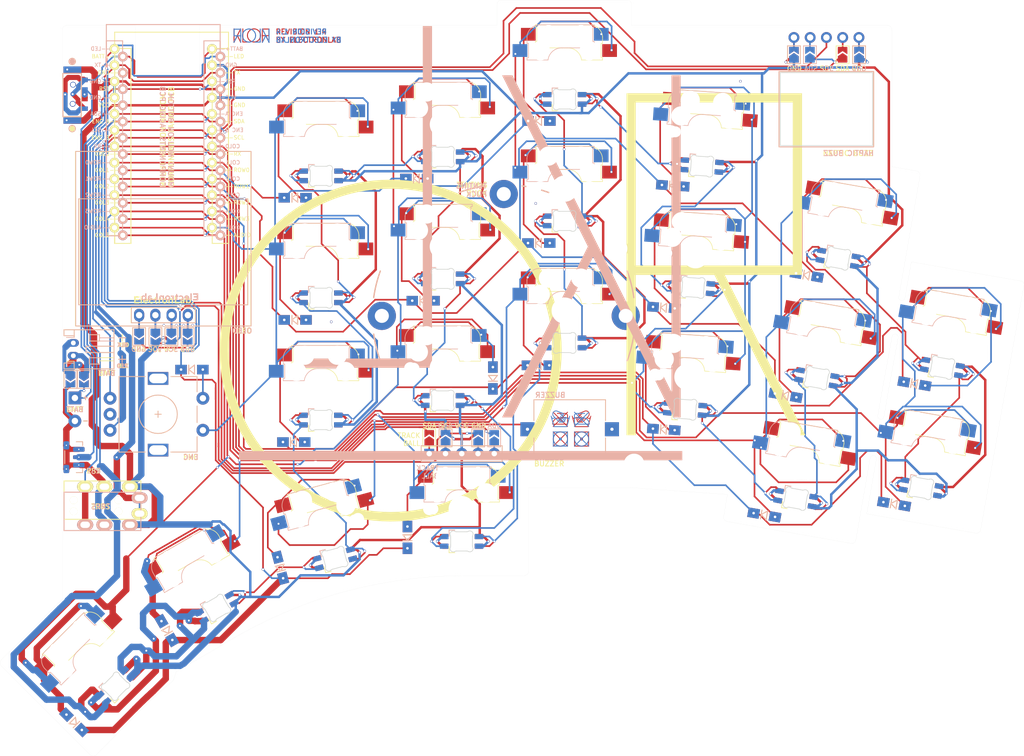
<source format=kicad_pcb>
(kicad_pcb (version 20241229) (generator "pcbnew") (generator_version "9.0")
  (title_block (title "Klor Split Keyboard") (date "2024-08-27") (rev "v1.4.0") (comment 1 "Author: ElectronLab"))
  (layers (0 "F.Cu" signal) (2 "B.Cu" signal) (13 "F.Paste" user) (15 "B.Paste" user) (5 "F.SilkS" user "F.Silkscreen") (7 "B.SilkS" user "B.Silkscreen") (1 "F.Mask" user) (3 "B.Mask" user) (25 "Edge.Cuts" user))
  (net 0 "")
  (net 1 "GND")
  (net 2 "AUDIO")
  (net 3 "VCC")
  (net 4 "SW18B")
  (net 5 "Net-(D1-A)")
  (net 6 "SDA")
  (net 7 "SCL")
  (net 8 "Net-(D2-A)")
  (net 9 "Net-(D3-A)")
  (net 10 "Net-(D4-A)")
  (net 11 "Net-(D5-A)")
  (net 12 "Net-(D6-A)")
  (net 13 "RESET")
  (net 14 "col4")
  (net 15 "col3")
  (net 16 "col2")
  (net 17 "col1")
  (net 18 "col0")
  (net 19 "ENCA")
  (net 20 "ENCB")
  (net 21 "Net-(D7-A)")
  (net 22 "Net-(D8-A)")
  (net 23 "Net-(D9-A)")
  (net 24 "Net-(D10-A)")
  (net 25 "Net-(D11-A)")
  (net 26 "+BATT")
  (net 27 "LED")
  (net 28 "RX")
  (net 29 "/PAD2")
  (net 30 "/PAD1")
  (net 31 "TX")
  (net 32 "/PSW")
  (net 33 "Net-(D12-A)")
  (net 34 "Net-(D13-A)")
  (net 35 "row0")
  (net 36 "row1")
  (net 37 "row2")
  (net 38 "row3")
  (net 39 "Net-(D14-A)")
  (net 40 "Net-(D15-A)")
  (net 41 "Net-(D16-A)")
  (net 42 "Net-(D17-A)")
  (net 43 "Net-(D19-A)")
  (net 44 "Net-(D20-A)")
  (net 45 "Net-(D21-A)")
  (net 46 "Net-(D22-A)")
  (net 47 "Net-(J2-Pin_1)")
  (net 48 "Net-(J2-Pin_2)")
  (net 49 "Net-(J2-Pin_4)")
  (net 50 "Net-(J2-Pin_5)")
  (net 51 "Net-(J3-Pin_1)")
  (net 52 "Net-(J3-Pin_2)")
  (net 53 "Net-(J3-Pin_4)")
  (net 54 "Net-(J3-Pin_5)")
  (net 55 "Net-(OLED1-GND)")
  (net 56 "Net-(OLED1-VCC)")
  (net 57 "Net-(OLED1-SCL)")
  (net 58 "Net-(OLED1-SDA)")
  (net 59 "Net-(SW19B-DOUT)")
  (net 60 "unconnected-(PSW1A-A-Pad1)")
  (net 61 "Net-(SW1B-DOUT)")
  (net 62 "Net-(SW1B-DIN)")
  (net 63 "Net-(SW2B-DOUT)")
  (net 64 "Net-(SW3B-DOUT)")
  (net 65 "Net-(SW3B-DIN)")
  (net 66 "Net-(SW4B-DOUT)")
  (net 67 "Net-(SW11B-DIN)")
  (net 68 "Net-(SW10B-DOUT)")
  (net 69 "Net-(SW12B-DOUT)")
  (net 70 "Net-(SW13B-DIN)")
  (net 71 "Net-(SW14B-DOUT)")
  (net 72 "Net-(SW15B-DIN)")
  (net 73 "Net-(SW10B-DIN)")
  (net 74 "Net-(SW11B-DOUT)")
  (net 75 "Net-(SW12B-DIN)")
  (net 76 "Net-(SW13B-DOUT)")
  (net 77 "Net-(SW14B-DIN)")
  (net 78 "Net-(SW15B-DOUT)")
  (net 80 "Net-(SW20B-DOUT)")
  (net 81 "col5")
  (footprint "Jumper:SolderJumper-2_P1.3mm_Open_TrianglePad1.0x1.5mm" (layer "F.Cu") (at 81.9 108.49962 -90)
    (property "Reference" "JP22" (hide yes))
    (property "Value" "Device_Jumper_NO_Small" (hide yes))
  )
  (footprint "KLOR:SK6812MINI_and_cherry_1" (layer "F.Cu") (at 85.395 152.88 45)
    (property "Reference" "SW19" (hide yes))
    (property "Value" "SW_PUSH-MX_W_LED" (hide yes))
    (fp_line (start -1.721925 5.755685) (end -1.721925 4.350001) (stroke (width 0.1)) (layer "Edge.Cuts"))
    (fp_line (start 0.772525 3.552844) (end -0.816379 3.552844) (stroke (width 0.1)) (layer "Edge.Cuts"))
    (fp_line (start 0.772525 6.552842) (end -0.816379 6.552842) (stroke (width 0.1)) (layer "Edge.Cuts"))
    (fp_line (start 1.678073 5.755685) (end 1.678073 4.350001) (stroke (width 0.1)) (layer "Edge.Cuts"))
    (fp_arc (start -1.77141 4.133123) (mid -1.734454 4.238775) (end -1.721925 4.350001) (stroke (width 0.1)) (layer "Edge.Cuts"))
    (fp_arc (start -1.77141 4.133124) (mid -1.66 3.548806) (end -1.068637 3.484544) (stroke (width 0.1)) (layer "Edge.Cuts"))
    (fp_arc (start -0.816378 3.552843) (mid -0.947049 3.535466) (end -1.068637 3.484544) (stroke (width 0.1)) (layer "Edge.Cuts"))
    (fp_arc (start -1.721925 5.755686) (mid -1.734454 5.866912) (end -1.77141 5.972563) (stroke (width 0.1)) (layer "Edge.Cuts"))
    (fp_arc (start 1.024785 3.484544) (mid 0.903198 3.53547) (end 0.772527 3.552842) (stroke (width 0.1)) (layer "Edge.Cuts"))
    (fp_arc (start 1.024785 3.484547) (mid 1.61615 3.548804) (end 1.727558 4.133123) (stroke (width 0.1)) (layer "Edge.Cuts"))
    (fp_arc (start -1.068637 6.621142) (mid -1.659998 6.556877) (end -1.77141 5.972562) (stroke (width 0.1)) (layer "Edge.Cuts"))
    (fp_arc (start -1.068637 6.621142) (mid -0.947049 6.570219) (end -0.816378 6.552843) (stroke (width 0.1)) (layer "Edge.Cuts"))
    (fp_arc (start 1.678073 4.350001) (mid 1.6906 4.238774) (end 1.727558 4.133123) (stroke (width 0.1)) (layer "Edge.Cuts"))
    (fp_arc (start 0.772527 6.552843) (mid 0.903195 6.570225) (end 1.024785 6.621142) (stroke (width 0.1)) (layer "Edge.Cuts"))
    (fp_arc (start 1.727558 5.972563) (mid 1.690599 5.866912) (end 1.678073 5.755686) (stroke (width 0.1)) (layer "Edge.Cuts"))
    (fp_arc (start 1.727558 5.972563) (mid 1.616144 6.556877) (end 1.024785 6.621142) (stroke (width 0.1)) (layer "Edge.Cuts"))
  )
  (footprint "KLOR:SK6812MINI_and_cherry_1" (layer "F.Cu") (at 143.025 128.77)
    (property "Reference" "SW22" (hide yes))
    (property "Value" "SW_PUSH-MX_W_LED" (hide yes))
    (fp_line (start -1.721925 5.755685) (end -1.721925 4.350001) (stroke (width 0.1)) (layer "Edge.Cuts"))
    (fp_line (start 0.772526 3.552844) (end -0.816379 3.552844) (stroke (width 0.1)) (layer "Edge.Cuts"))
    (fp_line (start 0.772526 6.552842) (end -0.816379 6.552842) (stroke (width 0.1)) (layer "Edge.Cuts"))
    (fp_line (start 1.678073 5.755685) (end 1.678073 4.350001) (stroke (width 0.1)) (layer "Edge.Cuts"))
    (fp_arc (start -1.77141 4.133123) (mid -1.734454 4.238775) (end -1.721925 4.350001) (stroke (width 0.1)) (layer "Edge.Cuts"))
    (fp_arc (start -1.77141 4.133124) (mid -1.66 3.548806) (end -1.068637 3.484544) (stroke (width 0.1)) (layer "Edge.Cuts"))
    (fp_arc (start -1.721925 5.755686) (mid -1.734454 5.866911) (end -1.77141 5.972563) (stroke (width 0.1)) (layer "Edge.Cuts"))
    (fp_arc (start -1.068637 6.621142) (mid -1.659998 6.556877) (end -1.77141 5.972562) (stroke (width 0.1)) (layer "Edge.Cuts"))
    (fp_arc (start -1.068637 6.621142) (mid -0.947049 6.570219) (end -0.816378 6.552843) (stroke (width 0.1)) (layer "Edge.Cuts"))
    (fp_arc (start -0.816378 3.552843) (mid -0.947049 3.535466) (end -1.068637 3.484544) (stroke (width 0.1)) (layer "Edge.Cuts"))
    (fp_arc (start 0.772527 6.552843) (mid 0.903196 6.570224) (end 1.024785 6.621142) (stroke (width 0.1)) (layer "Edge.Cuts"))
    (fp_arc (start 1.024785 3.484544) (mid 0.903198 3.535469) (end 0.772527 3.552843) (stroke (width 0.1)) (layer "Edge.Cuts"))
    (fp_arc (start 1.024785 3.484546) (mid 1.61615 3.548804) (end 1.727558 4.133123) (stroke (width 0.1)) (layer "Edge.Cuts"))
    (fp_arc (start 1.678073 4.350001) (mid 1.6906 4.238775) (end 1.727558 4.133123) (stroke (width 0.1)) (layer "Edge.Cuts"))
    (fp_arc (start 1.727558 5.972563) (mid 1.616144 6.556878) (end 1.024785 6.621142) (stroke (width 0.1)) (layer "Edge.Cuts"))
    (fp_arc (start 1.727558 5.972563) (mid 1.690592 5.866913) (end 1.678073 5.755686) (stroke (width 0.1)) (layer "Edge.Cuts"))
  )
  (footprint "KLOR:SK6812MINI_and_cherry_1" (layer "F.Cu") (at 180.905 70.11 -4)
    (property "Reference" "SW4" (hide yes))
    (property "Value" "SW_PUSH-MX_W_LED" (hide yes))
    (fp_line (start -1.721925 5.755685) (end -1.721925 4.350001) (stroke (width 0.1)) (layer "Edge.Cuts"))
    (fp_line (start 0.772526 6.552842) (end -0.816379 6.552842) (stroke (width 0.1)) (layer "Edge.Cuts"))
    (fp_line (start 0.772526 3.552844) (end -0.816379 3.552844) (stroke (width 0.1)) (layer "Edge.Cuts"))
    (fp_line (start 1.678073 5.755685) (end 1.678073 4.350001) (stroke (width 0.1)) (layer "Edge.Cuts"))
    (fp_arc (start -1.721925 5.755686) (mid -1.734454 5.866911) (end -1.77141 5.972563) (stroke (width 0.1)) (layer "Edge.Cuts"))
    (fp_arc (start -1.77141 4.133123) (mid -1.734454 4.238776) (end -1.721925 4.350001) (stroke (width 0.1)) (layer "Edge.Cuts"))
    (fp_arc (start -1.77141 4.133124) (mid -1.66 3.548806) (end -1.068637 3.484543) (stroke (width 0.1)) (layer "Edge.Cuts"))
    (fp_arc (start -1.068637 6.621142) (mid -1.659999 6.556879) (end -1.77141 5.972562) (stroke (width 0.1)) (layer "Edge.Cuts"))
    (fp_arc (start -1.068637 6.621142) (mid -0.947049 6.570218) (end -0.816378 6.552843) (stroke (width 0.1)) (layer "Edge.Cuts"))
    (fp_arc (start -0.816378 3.552843) (mid -0.947049 3.535466) (end -1.068637 3.484543) (stroke (width 0.1)) (layer "Edge.Cuts"))
    (fp_arc (start 0.772527 6.552843) (mid 0.903196 6.570224) (end 1.024785 6.621142) (stroke (width 0.1)) (layer "Edge.Cuts"))
    (fp_arc (start 1.024785 3.484544) (mid 0.903197 3.535467) (end 0.772527 3.552843) (stroke (width 0.1)) (layer "Edge.Cuts"))
    (fp_arc (start 1.024785 3.484546) (mid 1.61615 3.548804) (end 1.727558 4.133123) (stroke (width 0.1)) (layer "Edge.Cuts"))
    (fp_arc (start 1.727558 5.972562) (mid 1.616145 6.556879) (end 1.024785 6.621142) (stroke (width 0.1)) (layer "Edge.Cuts"))
    (fp_arc (start 1.727558 5.972562) (mid 1.6906 5.866911) (end 1.678073 5.755686) (stroke (width 0.1)) (layer "Edge.Cuts"))
    (fp_arc (start 1.678073 4.350001) (mid 1.690601 4.238774) (end 1.727558 4.133123) (stroke (width 0.1)) (layer "Edge.Cuts"))
  )
  (footprint "MountingHole:MountingHole_3.2mm_M3" (layer "F.Cu") (at 181.56 122.47)
    (property "Reference" "MH8" (hide yes))
    (property "Value" "MountingHole_3.2mm_M3" (hide yes))
  )
  (footprint "KLOR:Diode_SOD123" (layer "F.Cu") (at 193.625827 111.004798 -10)
    (property "Reference" "D10" (hide yes))
    (property "Value" "D_Small" (hide yes))
  )
  (footprint "KLOR:Diode_SOD123" (layer "F.Cu") (at 136.997 96.197)
    (property "Reference" "D7" (hide yes))
    (property "Value" "D_Small" (hide yes))
  )
  (footprint "KLOR:Diode_SOD123" (layer "F.Cu") (at 174.595859 116.318586 -4)
    (property "Reference" "D15" (hide yes))
    (property "Value" "D_Small" (hide yes))
  )
  (footprint "Jumper:SolderJumper-2_P1.3mm_Open_TrianglePad1.0x1.5mm" (layer "F.Cu") (at 92.621 101.802 -90)
    (property "Reference" "JP4" (hide yes))
    (property "Value" "Device_Jumper_NO_Small" (hide yes))
  )
  (footprint "KLOR:SK6812MINI_and_cherry_1" (layer "F.Cu") (at 121.915 131.64 15)
    (property "Reference" "SW21" (hide yes))
    (property "Value" "SW_PUSH-MX_W_LED" (hide yes))
    (fp_line (start -1.721925 5.755685) (end -1.721925 4.350001) (stroke (width 0.1)) (layer "Edge.Cuts"))
    (fp_line (start 0.772527 3.552844) (end -0.816379 3.552844) (stroke (width 0.1)) (layer "Edge.Cuts"))
    (fp_line (start 0.772526 6.552842) (end -0.816379 6.552842) (stroke (width 0.1)) (layer "Edge.Cuts"))
    (fp_line (start 1.678073 5.755685) (end 1.678073 4.350001) (stroke (width 0.1)) (layer "Edge.Cuts"))
    (fp_arc (start -1.77141 4.133123) (mid -1.734454 4.238775) (end -1.721925 4.350001) (stroke (width 0.1)) (layer "Edge.Cuts"))
    (fp_arc (start -1.77141 4.133124) (mid -1.660001 3.548806) (end -1.068637 3.484544) (stroke (width 0.1)) (layer "Edge.Cuts"))
    (fp_arc (start -1.721925 5.755686) (mid -1.734454 5.866911) (end -1.77141 5.972562) (stroke (width 0.1)) (layer "Edge.Cuts"))
    (fp_arc (start -0.816378 3.552843) (mid -0.947049 3.535466) (end -1.068637 3.484544) (stroke (width 0.1)) (layer "Edge.Cuts"))
    (fp_arc (start -1.068637 6.621142) (mid -1.66 6.556881) (end -1.77141 5.972562) (stroke (width 0.1)) (layer "Edge.Cuts"))
    (fp_arc (start -1.068637 6.621142) (mid -0.947047 6.570225) (end -0.816378 6.552843) (stroke (width 0.1)) (layer "Edge.Cuts"))
    (fp_arc (start 1.024785 3.484544) (mid 0.903197 3.535468) (end 0.772527 3.552843) (stroke (width 0.1)) (layer "Edge.Cuts"))
    (fp_arc (start 1.024785 3.484546) (mid 1.616149 3.548804) (end 1.727558 4.133123) (stroke (width 0.1)) (layer "Edge.Cuts"))
    (fp_arc (start 0.772527 6.552843) (mid 0.903195 6.570224) (end 1.024785 6.621142) (stroke (width 0.1)) (layer "Edge.Cuts"))
    (fp_arc (start 1.678073 4.350001) (mid 1.6906 4.238774) (end 1.727558 4.133123) (stroke (width 0.1)) (layer "Edge.Cuts"))
    (fp_arc (start 1.727558 5.972563) (mid 1.616144 6.556878) (end 1.024785 6.621142) (stroke (width 0.1)) (layer "Edge.Cuts"))
    (fp_arc (start 1.727558 5.972563) (mid 1.690599 5.866912) (end 1.678073 5.755686) (stroke (width 0.1)) (layer "Edge.Cuts"))
  )
  (footprint "MountingHole:MountingHole_3.2mm_M3" (layer "F.Cu") (at 83.32 55.72)
    (property "Reference" "MH1" (hide yes))
    (property "Value" "MountingHole_3.2mm_M3" (hide yes))
  )
  (footprint "KLOR:SK6812MINI_and_cherry_1" (layer "F.Cu") (at 159.111399 78.67526)
    (property "Reference" "SW8" (hide yes))
    (property "Value" "SW_PUSH-MX_W_LED" (hide yes))
    (fp_line (start -1.721925 5.755685) (end -1.721925 4.350001) (stroke (width 0.1)) (layer "Edge.Cuts"))
    (fp_line (start 0.772526 3.552844) (end -0.816379 3.552844) (stroke (width 0.1)) (layer "Edge.Cuts"))
    (fp_line (start 0.772526 6.552842) (end -0.816379 6.552842) (stroke (width 0.1)) (layer "Edge.Cuts"))
    (fp_line (start 1.678073 5.755685) (end 1.678073 4.350001) (stroke (width 0.1)) (layer "Edge.Cuts"))
    (fp_arc (start -1.77141 4.133123) (mid -1.734454 4.238775) (end -1.721925 4.350001) (stroke (width 0.1)) (layer "Edge.Cuts"))
    (fp_arc (start -1.77141 4.133124) (mid -1.66 3.548806) (end -1.068637 3.484544) (stroke (width 0.1)) (layer "Edge.Cuts"))
    (fp_arc (start -1.721925 5.755686) (mid -1.734454 5.866911) (end -1.77141 5.972563) (stroke (width 0.1)) (layer "Edge.Cuts"))
    (fp_arc (start -1.068637 6.621142) (mid -1.659998 6.556877) (end -1.77141 5.972562) (stroke (width 0.1)) (layer "Edge.Cuts"))
    (fp_arc (start -1.068637 6.621142) (mid -0.947049 6.570219) (end -0.816378 6.552843) (stroke (width 0.1)) (layer "Edge.Cuts"))
    (fp_arc (start -0.816378 3.552843) (mid -0.947049 3.535466) (end -1.068637 3.484544) (stroke (width 0.1)) (layer "Edge.Cuts"))
    (fp_arc (start 0.772527 6.552843) (mid 0.903196 6.570224) (end 1.024785 6.621142) (stroke (width 0.1)) (layer "Edge.Cuts"))
    (fp_arc (start 1.024785 3.484544) (mid 0.903198 3.535469) (end 0.772527 3.552843) (stroke (width 0.1)) (layer "Edge.Cuts"))
    (fp_arc (start 1.024785 3.484546) (mid 1.61615 3.548804) (end 1.727558 4.133123) (stroke (width 0.1)) (layer "Edge.Cuts"))
    (fp_arc (start 1.678073 4.350001) (mid 1.6906 4.238775) (end 1.727558 4.133123) (stroke (width 0.1)) (layer "Edge.Cuts"))
    (fp_arc (start 1.727558 5.972563) (mid 1.616144 6.556878) (end 1.024785 6.621142) (stroke (width 0.1)) (layer "Edge.Cuts"))
    (fp_arc (start 1.727558 5.972563) (mid 1.690592 5.866913) (end 1.678073 5.755686) (stroke (width 0.1)) (layer "Edge.Cuts"))
  )
  (footprint "Jumper:SolderJumper-2_P1.3mm_Open_TrianglePad1.0x1.5mm" (layer "F.Cu") (at 137.95 117.65 90)
    (property "Reference" "JP16" (hide yes))
    (property "Value" "Device_Jumper_NO_Small" (hide yes))
  )
  (footprint "KLOR:SK6812MINI_and_cherry_1" (layer "F.Cu") (at 218.975 101.69 -10)
    (property "Reference" "SW11" (hide yes))
    (property "Value" "SW_PUSH-MX_W_LED" (hide yes))
    (fp_line (start -1.721925 5.755685) (end -1.721925 4.350001) (stroke (width 0.1)) (layer "Edge.Cuts"))
    (fp_line (start 0.772526 6.552842) (end -0.816379 6.552842) (stroke (width 0.1)) (layer "Edge.Cuts"))
    (fp_line (start 0.772526 3.552844) (end -0.816379 3.552844) (stroke (width 0.1)) (layer "Edge.Cuts"))
    (fp_line (start 1.678073 5.755685) (end 1.678073 4.350001) (stroke (width 0.1)) (layer "Edge.Cuts"))
    (fp_arc (start -1.721925 5.755686) (mid -1.734454 5.866911) (end -1.77141 5.972563) (stroke (width 0.1)) (layer "Edge.Cuts"))
    (fp_arc (start -1.77141 4.133123) (mid -1.734454 4.238775) (end -1.721925 4.350001) (stroke (width 0.1)) (layer "Edge.Cuts"))
    (fp_arc (start -1.77141 4.133124) (mid -1.66 3.548806) (end -1.068637 3.484544) (stroke (width 0.1)) (layer "Edge.Cuts"))
    (fp_arc (start -1.068637 6.621142) (mid -1.659998 6.556877) (end -1.77141 5.972562) (stroke (width 0.1)) (layer "Edge.Cuts"))
    (fp_arc (start -1.068637 6.621142) (mid -0.947049 6.570219) (end -0.816378 6.552843) (stroke (width 0.1)) (layer "Edge.Cuts"))
    (fp_arc (start -0.816378 3.552843) (mid -0.947049 3.535466) (end -1.068637 3.484544) (stroke (width 0.1)) (layer "Edge.Cuts"))
    (fp_arc (start 0.772527 6.552843) (mid 0.903196 6.570224) (end 1.024785 6.621142) (stroke (width 0.1)) (layer "Edge.Cuts"))
    (fp_arc (start 1.024785 3.484544) (mid 0.903197 3.535467) (end 0.772527 3.552843) (stroke (width 0.1)) (layer "Edge.Cuts"))
    (fp_arc (start 1.024785 3.484546) (mid 1.616149 3.548805) (end 1.727558 4.133123) (stroke (width 0.1)) (layer "Edge.Cuts"))
    (fp_arc (start 1.727558 5.972563) (mid 1.616144 6.556878) (end 1.024785 6.621142) (stroke (width 0.1)) (layer "Edge.Cuts"))
    (fp_arc (start 1.727558 5.972563) (mid 1.690591 5.866915) (end 1.678073 5.755686) (stroke (width 0.1)) (layer "Edge.Cuts"))
    (fp_arc (start 1.678073 4.350001) (mid 1.690601 4.238775) (end 1.727558 4.133123) (stroke (width 0.1)) (layer "Edge.Cuts"))
  )
  (footprint "KLOR:Diode_SOD123" (layer "F.Cu") (at 114.687 137.939 105)
    (property "Reference" "D21" (hide yes))
    (property "Value" "D_Small" (hide yes))
  )
  (footprint "KLOR:Buzzer_Mallory_AST1109MLTRQ_reversible" (layer "F.Cu") (at 159.895 116.29)
    (property "Reference" "BZ1" (hide yes))
    (property "Value" "Buzzer" (hide yes))
  )
  (footprint "MountingHole:MountingHole_2.2mm_M2" (layer "F.Cu") (at 193.25 74.45)
    (property "Reference" "MH9" (hide yes))
    (property "Value" "MountingHole_2.2mm_M2" (hide yes))
  )
  (footprint "KLOR:SK6812MINI_and_cherry_1" (layer "F.Cu") (at 178.285 108.12 -4)
    (property "Reference" "SW15" (hide yes))
    (property "Value" "SW_PUSH-MX_W_LED" (hide yes))
    (fp_line (start -1.721925 5.755685) (end -1.721925 4.350001) (stroke (width 0.1)) (layer "Edge.Cuts"))
    (fp_line (start 0.772526 6.552842) (end -0.816379 6.552842) (stroke (width 0.1)) (layer "Edge.Cuts"))
    (fp_line (start 0.772526 3.552844) (end -0.816379 3.552844) (stroke (width 0.1)) (layer "Edge.Cuts"))
    (fp_line (start 1.678073 5.755685) (end 1.678073 4.350001) (stroke (width 0.1)) (layer "Edge.Cuts"))
    (fp_arc (start -1.721925 5.755686) (mid -1.734454 5.866911) (end -1.77141 5.972563) (stroke (width 0.1)) (layer "Edge.Cuts"))
    (fp_arc (start -1.77141 4.133123) (mid -1.734454 4.238776) (end -1.721925 4.350001) (stroke (width 0.1)) (layer "Edge.Cuts"))
    (fp_arc (start -1.77141 4.133124) (mid -1.66 3.548806) (end -1.068637 3.484543) (stroke (width 0.1)) (layer "Edge.Cuts"))
    (fp_arc (start -1.068637 6.621142) (mid -1.659999 6.556879) (end -1.77141 5.972562) (stroke (width 0.1)) (layer "Edge.Cuts"))
    (fp_arc (start -1.068637 6.621142) (mid -0.947049 6.570218) (end -0.816378 6.552843) (stroke (width 0.1)) (layer "Edge.Cuts"))
    (fp_arc (start -0.816378 3.552843) (mid -0.947049 3.535466) (end -1.068637 3.484543) (stroke (width 0.1)) (layer "Edge.Cuts"))
    (fp_arc (start 0.772527 6.552843) (mid 0.903196 6.570224) (end 1.024785 6.621142) (stroke (width 0.1)) (layer "Edge.Cuts"))
    (fp_arc (start 1.024785 3.484544) (mid 0.903197 3.535467) (end 0.772527 3.552843) (stroke (width 0.1)) (layer "Edge.Cuts"))
    (fp_arc (start 1.024785 3.484546) (mid 1.61615 3.548804) (end 1.727558 4.133123) (stroke (width 0.1)) (layer "Edge.Cuts"))
    (fp_arc (start 1.727558 5.972562) (mid 1.616145 6.556879) (end 1.024785 6.621142) (stroke (width 0.1)) (layer "Edge.Cuts"))
    (fp_arc (start 1.727558 5.972562) (mid 1.6906 5.866911) (end 1.678073 5.755686) (stroke (width 0.1)) (layer "Edge.Cuts"))
    (fp_arc (start 1.678073 4.350001) (mid 1.690601 4.238774) (end 1.727558 4.133123) (stroke (width 0.1)) (layer "Edge.Cuts"))
  )
  (footprint "KLOR:SK6812MINI_and_cherry_1" (layer "F.Cu") (at 121.062031 90.68474)
    (property "Reference" "SW6" (hide yes))
    (property "Value" "SW_PUSH-MX_W_LED" (hide yes))
    (fp_line (start -1.721925 5.755685) (end -1.721925 4.350001) (stroke (width 0.1)) (layer "Edge.Cuts"))
    (fp_line (start 0.772526 3.552844) (end -0.816379 3.552844) (stroke (width 0.1)) (layer "Edge.Cuts"))
    (fp_line (start 0.772526 6.552842) (end -0.816379 6.552842) (stroke (width 0.1)) (layer "Edge.Cuts"))
    (fp_line (start 1.678073 5.755685) (end 1.678073 4.350001) (stroke (width 0.1)) (layer "Edge.Cuts"))
    (fp_arc (start -1.77141 4.133123) (mid -1.734454 4.238775) (end -1.721925 4.350001) (stroke (width 0.1)) (layer "Edge.Cuts"))
    (fp_arc (start -1.77141 4.133124) (mid -1.66 3.548806) (end -1.068637 3.484544) (stroke (width 0.1)) (layer "Edge.Cuts"))
    (fp_arc (start -1.721925 5.755686) (mid -1.734454 5.866911) (end -1.77141 5.972563) (stroke (width 0.1)) (layer "Edge.Cuts"))
    (fp_arc (start -1.068637 6.621142) (mid -1.659998 6.556877) (end -1.77141 5.972562) (stroke (width 0.1)) (layer "Edge.Cuts"))
    (fp_arc (start -1.068637 6.621142) (mid -0.947049 6.570219) (end -0.816378 6.552843) (stroke (width 0.1)) (layer "Edge.Cuts"))
    (fp_arc (start -0.816378 3.552843) (mid -0.947049 3.535466) (end -1.068637 3.484544) (stroke (width 0.1)) (layer "Edge.Cuts"))
    (fp_arc (start 0.772527 6.552843) (mid 0.903196 6.570224) (end 1.024785 6.621142) (stroke (width 0.1)) (layer "Edge.Cuts"))
    (fp_arc (start 1.024785 3.484544) (mid 0.903198 3.535469) (end 0.772527 3.552843) (stroke (width 0.1)) (layer "Edge.Cuts"))
    (fp_arc (start 1.024785 3.484546) (mid 1.61615 3.548804) (end 1.727558 4.133123) (stroke (width 0.1)) (layer "Edge.Cuts"))
    (fp_arc (start 1.678073 4.350001) (mid 1.6906 4.238775) (end 1.727558 4.133123) (stroke (width 0.1)) (layer "Edge.Cuts"))
    (fp_arc (start 1.727558 5.972563) (mid 1.616144 6.556878) (end 1.024785 6.621142) (stroke (width 0.1)) (layer "Edge.Cuts"))
    (fp_arc (start 1.727558 5.972563) (mid 1.690592 5.866913) (end 1.678073 5.755686) (stroke (width 0.1)) (layer "Edge.Cuts"))
  )
  (footprint "Jumper:SolderJumper-2_P1.3mm_Open_TrianglePad1.0x1.5mm" (layer "F.Cu") (at 140.5 117.65 90)
    (property "Reference" "JP17" (hide yes))
    (property "Value" "Device_Jumper_NO_Small" (hide yes))
  )
  (footprint "KLOR:Diode_SOD123" (layer "F.Cu") (at 155 106.3)
    (property "Reference" "D14" (hide yes))
    (property "Value" "D_Small" (hide yes))
  )
  (footprint "KLOR:RotaryEncoder_Alps_EC11E-Switch_Vertical_H20mm-keebio_modified" (layer "F.Cu") (at 95.59 113.95)
    (property "Reference" "SW18" (hide yes))
    (property "Value" "RotaryEncoder_Switch" (hide yes))
  )
  (footprint "KLOR:SSD1306_128x64OLED" (layer "F.Cu") (at 96.62911 87.855 180)
    (property "Reference" "OLED1" (hide yes))
    (property "Value" "SSD1306" (hide yes))
  )
  (footprint "KLOR:MJ-4PP-9" (layer "F.Cu") (at 80.9 127.375 90)
    (property "Reference" "J1" (hide yes))
    (property "Value" "MJ-4PP-9" (hide yes))
  )
  (footprint "KLOR:SK6812MINI_and_cherry_1" (layer "F.Cu") (at 215.695 120.49 -10)
    (property "Reference" "SW17" (hide yes))
    (property "Value" "SW_PUSH-MX_W_LED" (hide yes))
    (fp_line (start -1.721925 5.755685) (end -1.721925 4.350001) (stroke (width 0.1)) (layer "Edge.Cuts"))
    (fp_line (start 0.772526 6.552842) (end -0.816379 6.552842) (stroke (width 0.1)) (layer "Edge.Cuts"))
    (fp_line (start 0.772526 3.552844) (end -0.816379 3.552844) (stroke (width 0.1)) (layer "Edge.Cuts"))
    (fp_line (start 1.678073 5.755685) (end 1.678073 4.350001) (stroke (width 0.1)) (layer "Edge.Cuts"))
    (fp_arc (start -1.721925 5.755686) (mid -1.734454 5.866911) (end -1.77141 5.972563) (stroke (width 0.1)) (layer "Edge.Cuts"))
    (fp_arc (start -1.77141 4.133123) (mid -1.734454 4.238775) (end -1.721925 4.350001) (stroke (width 0.1)) (layer "Edge.Cuts"))
    (fp_arc (start -1.77141 4.133124) (mid -1.66 3.548806) (end -1.068637 3.484544) (stroke (width 0.1)) (layer "Edge.Cuts"))
    (fp_arc (start -1.068637 6.621142) (mid -1.659998 6.556877) (end -1.77141 5.972562) (stroke (width 0.1)) (layer "Edge.Cuts"))
    (fp_arc (start -1.068637 6.621142) (mid -0.947049 6.570219) (end -0.816378 6.552843) (stroke (width 0.1)) (layer "Edge.Cuts"))
    (fp_arc (start -0.816378 3.552843) (mid -0.947049 3.535466) (end -1.068637 3.484544) (stroke (width 0.1)) (layer "Edge.Cuts"))
    (fp_arc (start 0.772527 6.552843) (mid 0.903196 6.570224) (end 1.024785 6.621142) (stroke (width 0.1)) (layer "Edge.Cuts"))
    (fp_arc (start 1.024785 3.484544) (mid 0.903197 3.535467) (end 0.772527 3.552843) (stroke (width 0.1)) (layer "Edge.Cuts"))
    (fp_arc (start 1.024785 3.484546) (mid 1.616149 3.548805) (end 1.727558 4.133123) (stroke (width 0.1)) (layer "Edge.Cuts"))
    (fp_arc (start 1.727558 5.972563) (mid 1.616144 6.556878) (end 1.024785 6.621142) (stroke (width 0.1)) (layer "Edge.Cuts"))
    (fp_arc (start 1.727558 5.972563) (mid 1.690591 5.866915) (end 1.678073 5.755686) (stroke (width 0.1)) (layer "Edge.Cuts"))
    (fp_arc (start 1.678073 4.350001) (mid 1.690601 4.238775) (end 1.727558 4.133123) (stroke (width 0.1)) (layer "Edge.Cuts"))
  )
  (footprint "KLOR:Diode_SOD123" (layer "F.Cu") (at 117 99.2)
    (property "Reference" "D6" (hide yes))
    (property "Value" "D_Small" (hide yes))
  )
  (footprint "Jumper:SolderJumper-2_P1.3mm_Open_TrianglePad1.0x1.5mm" (layer "F.Cu") (at 97.66 101.802 -90)
    (property "Reference" "JP2" (hide yes))
    (property "Value" "Device_Jumper_NO_Small" (hide yes))
  )
  (footprint "KLOR:SK6812MINI_and_cherry_1" (layer "F.Cu") (at 121.045 109.8)
    (property "Reference" "SW12" (hide yes))
    (property "Value" "SW_PUSH-MX_W_LED" (hide yes))
    (fp_line (start -1.721925 5.755685) (end -1.721925 4.350001) (stroke (width 0.1)) (layer "Edge.Cuts"))
    (fp_line (start 0.772526 3.552844) (end -0.816379 3.552844) (stroke (width 0.1)) (layer "Edge.Cuts"))
    (fp_line (start 0.772526 6.552842) (end -0.816379 6.552842) (stroke (width 0.1)) (layer "Edge.Cuts"))
    (fp_line (start 1.678073 5.755685) (end 1.678073 4.350001) (stroke (width 0.1)) (layer "Edge.Cuts"))
    (fp_arc (start -1.77141 4.133123) (mid -1.734454 4.238775) (end -1.721925 4.350001) (stroke (width 0.1)) (layer "Edge.Cuts"))
    (fp_arc (start -1.77141 4.133124) (mid -1.66 3.548806) (end -1.068637 3.484544) (stroke (width 0.1)) (layer "Edge.Cuts"))
    (fp_arc (start -1.721925 5.755686) (mid -1.734454 5.866911) (end -1.77141 5.972563) (stroke (width 0.1)) (layer "Edge.Cuts"))
    (fp_arc (start -1.068637 6.621142) (mid -1.659998 6.556877) (end -1.77141 5.972562) (stroke (width 0.1)) (layer "Edge.Cuts"))
    (fp_arc (start -1.068637 6.621142) (mid -0.947049 6.570219) (end -0.816378 6.552843) (stroke (width 0.1)) (layer "Edge.Cuts"))
    (fp_arc (start -0.816378 3.552843) (mid -0.947049 3.535466) (end -1.068637 3.484544) (stroke (width 0.1)) (layer "Edge.Cuts"))
    (fp_arc (start 0.772527 6.552843) (mid 0.903196 6.570224) (end 1.024785 6.621142) (stroke (width 0.1)) (layer "Edge.Cuts"))
    (fp_arc (start 1.024785 3.484544) (mid 0.903198 3.535469) (end 0.772527 3.552843) (stroke (width 0.1)) (layer "Edge.Cuts"))
    (fp_arc (start 1.024785 3.484546) (mid 1.61615 3.548804) (end 1.727558 4.133123) (stroke (width 0.1)) (layer "Edge.Cuts"))
    (fp_arc (start 1.678073 4.350001) (mid 1.6906 4.238775) (end 1.727558 4.133123) (stroke (width 0.1)) (layer "Edge.Cuts"))
    (fp_arc (start 1.727558 5.972563) (mid 1.616144 6.556878) (end 1.024785 6.621142) (stroke (width 0.1)) (layer "Edge.Cuts"))
    (fp_arc (start 1.727558 5.972563) (mid 1.690592 5.866913) (end 1.678073 5.755686) (stroke (width 0.1)) (layer "Edge.Cuts"))
  )
  (footprint "MountingHole:MountingHole_3.2mm_M3" (layer "F.Cu") (at 83.32 135.15)
    (property "Reference" "MH6" (hide yes))
    (property "Value" "MountingHole_3.2mm_M3" (hide yes))
  )
  (footprint "Jumper:SolderJumper-2_P1.3mm_Open_TrianglePad1.0x1.5mm" (layer "F.Cu") (at 95.166 101.802 -90)
    (property "Reference" "JP3" (hide yes))
    (property "Value" "Device_Jumper_NO_Small" (hide yes))
  )
  (footprint "MountingHole:MountingHole_3.2mm_M3" (layer "F.Cu") (at 188.99 56.73)
    (property "Reference" "MH4" (hide yes))
    (property "Value" "MountingHole_3.2mm_M3" (hide yes))
  )
  (footprint "KLOR:Diode_SOD123" (layer "F.Cu") (at 196.925827 92.204798 -10)
    (property "Reference" "D5" (hide yes))
    (property "Value" "D_Small" (hide yes))
  )
  (footprint "Jumper:SolderJumper-2_P1.3mm_Open_TrianglePad1.0x1.5mm" (layer "F.Cu") (at 145.6 117.65 90)
    (property "Reference" "JP18" (hide yes))
    (property "Value" "Device_Jumper_NO_Small" (hide yes))
  )
  (footprint "KLOR:Diode_SOD123" (layer "F.Cu") (at 96.968 147.760243 120)
    (property "Reference" "D20" (hide yes))
    (property "Value" "D_Small" (hide yes))
  )
  (footprint "KLOR:SK6812MINI_and_cherry_1" (layer "F.Cu") (at 121.085 71.63)
    (property "Reference" "SW1" (hide yes))
    (property "Value" "SW_PUSH-MX_W_LED" (hide yes))
    (fp_line (start -1.721925 5.755685) (end -1.721925 4.350001) (stroke (width 0.1)) (layer "Edge.Cuts"))
    (fp_line (start 0.772526 3.552844) (end -0.816379 3.552844) (stroke (width 0.1)) (layer "Edge.Cuts"))
    (fp_line (start 0.772526 6.552842) (end -0.816379 6.552842) (stroke (width 0.1)) (layer "Edge.Cuts"))
    (fp_line (start 1.678073 5.755685) (end 1.678073 4.350001) (stroke (width 0.1)) (layer "Edge.Cuts"))
    (fp_arc (start -1.77141 4.133123) (mid -1.734454 4.238775) (end -1.721925 4.350001) (stroke (width 0.1)) (layer "Edge.Cuts"))
    (fp_arc (start -1.77141 4.133124) (mid -1.66 3.548806) (end -1.068637 3.484544) (stroke (width 0.1)) (layer "Edge.Cuts"))
    (fp_arc (start -1.721925 5.755686) (mid -1.734454 5.866911) (end -1.77141 5.972563) (stroke (width 0.1)) (layer "Edge.Cuts"))
    (fp_arc (start -1.068637 6.621142) (mid -1.659998 6.556877) (end -1.77141 5.972562) (stroke (width 0.1)) (layer "Edge.Cuts"))
    (fp_arc (start -1.068637 6.621142) (mid -0.947049 6.570219) (end -0.816378 6.552843) (stroke (width 0.1)) (layer "Edge.Cuts"))
    (fp_arc (start -0.816378 3.552843) (mid -0.947049 3.535466) (end -1.068637 3.484544) (stroke (width 0.1)) (layer "Edge.Cuts"))
    (fp_arc (start 0.772527 6.552843) (mid 0.903196 6.570224) (end 1.024785 6.621142) (stroke (width 0.1)) (layer "Edge.Cuts"))
    (fp_arc (start 1.024785 3.484544) (mid 0.903198 3.535469) (end 0.772527 3.552843) (stroke (width 0.1)) (layer "Edge.Cuts"))
    (fp_arc (start 1.024785 3.484546) (mid 1.61615 3.548804) (end 1.727558 4.133123) (stroke (width 0.1)) (layer "Edge.Cuts"))
    (fp_arc (start 1.678073 4.350001) (mid 1.6906 4.238775) (end 1.727558 4.133123) (stroke (width 0.1)) (layer "Edge.Cuts"))
    (fp_arc (start 1.727558 5.972563) (mid 1.616144 6.556878) (end 1.024785 6.621142) (stroke (width 0.1)) (layer "Edge.Cuts"))
    (fp_arc (start 1.727558 5.972563) (mid 1.690592 5.866913) (end 1.678073 5.755686) (stroke (width 0.1)) (layer "Edge.Cuts"))
  )
  (footprint "KLOR:JST_PH_reversible" (layer "F.Cu") (at 82.35 104.8 90)
    (property "Reference" "BT1" (hide yes))
    (property "Value" "JST Connector" (hide yes))
  )
  (footprint "Jumper:SolderJumper-2_P1.3mm_Open_TrianglePad1.0x1.5mm" (layer "F.Cu") (at 202.525 57.75 90)
    (property "Reference" "JP28" (hide yes))
    (property "Value" "Device_Jumper_NO_Small" (hide yes))
  )
  (footprint "KLOR:SK6812MINI_and_cherry_1" (layer "F.Cu") (at 179.545 89.09 -4)
    (property "Reference" "SW9" (hide yes))
    (property "Value" "SW_PUSH-MX_W_LED" (hide yes))
    (fp_line (start -1.721925 5.755685) (end -1.721925 4.350001) (stroke (width 0.1)) (layer "Edge.Cuts"))
    (fp_line (start 0.772526 6.552842) (end -0.816379 6.552842) (stroke (width 0.1)) (layer "Edge.Cuts"))
    (fp_line (start 0.772526 3.552844) (end -0.816379 3.552844) (stroke (width 0.1)) (layer "Edge.Cuts"))
    (fp_line (start 1.678073 5.755685) (end 1.678073 4.350001) (stroke (width 0.1)) (layer "Edge.Cuts"))
    (fp_arc (start -1.721925 5.755686) (mid -1.734454 5.866911) (end -1.77141 5.972563) (stroke (width 0.1)) (layer "Edge.Cuts"))
    (fp_arc (start -1.77141 4.133123) (mid -1.734454 4.238776) (end -1.721925 4.350001) (stroke (width 0.1)) (layer "Edge.Cuts"))
    (fp_arc (start -1.77141 4.133124) (mid -1.66 3.548806) (end -1.068637 3.484543) (stroke (width 0.1)) (layer "Edge.Cuts"))
    (fp_arc (start -1.068637 6.621142) (mid -1.659999 6.556879) (end -1.77141 5.972562) (stroke (width 0.1)) (layer "Edge.Cuts"))
    (fp_arc (start -1.068637 6.621142) (mid -0.947049 6.570218) (end -0.816378 6.552843) (stroke (width 0.1)) (layer "Edge.Cuts"))
    (fp_arc (start -0.816378 3.552843) (mid -0.947049 3.535466) (end -1.068637 3.484543) (stroke (width 0.1)) (layer "Edge.Cuts"))
    (fp_arc (start 0.772527 6.552843) (mid 0.903196 6.570224) (end 1.024785 6.621142) (stroke (width 0.1)) (layer "Edge.Cuts"))
    (fp_arc (start 1.024785 3.484544) (mid 0.903197 3.535467) (end 0.772527 3.552843) (stroke (width 0.1)) (layer "Edge.Cuts"))
    (fp_arc (start 1.024785 3.484546) (mid 1.61615 3.548804) (end 1.727558 4.133123) (stroke (width 0.1)) (layer "Edge.Cuts"))
    (fp_arc (start 1.727558 5.972562) (mid 1.616145 6.556879) (end 1.024785 6.621142) (stroke (width 0.1)) (layer "Edge.Cuts"))
    (fp_arc (start 1.727558 5.972562) (mid 1.6906 5.866911) (end 1.678073 5.755686) (stroke (width 0.1)) (layer "Edge.Cuts"))
    (fp_arc (start 1.678073 4.350001) (mid 1.690601 4.238774) (end 1.727558 4.133123) (stroke (width 0.1)) (layer "Edge.Cuts"))
  )
  (footprint "KLOR:SW_Push_1P1T-MP_NO_Horizontal_Alps_SKRTLAE010_both_sides" (layer "F.Cu") (at 82.309995 120.660008 -90)
    (property "Reference" "RSW1" (hide yes))
    (property "Value" "SW_Push" (hide yes))
  )
  (footprint "Jumper:SolderJumper-2_P1.3mm_Open_TrianglePad1.0x1.5mm" (layer "F.Cu") (at 194.925 57.75 90)
    (property "Reference" "JP13" (hide yes))
    (property "Value" "GND Jumper" (hide yes))
  )
  (footprint "KLOR:Diode_SOD123" (layer "F.Cu") (at 213.755 109.17 -10)
    (property "Reference" "D11" (hide yes))
    (property "Value" "D_Small" (hide yes))
  )
  (footprint "MountingHole:MountingHole_3.2mm_M3" (layer "F.Cu") (at 174.15 55.72)
    (property "Reference" "MH3" (hide yes))
    (property "Value" "MountingHole_3.2mm_M3" (hide yes))
  )
  (footprint "KLOR:Diode_SOD123" (layer "F.Cu") (at 136 77.1)
    (property "Reference" "D2" (hide yes))
    (property "Value" "D_Small" (hide yes))
  )
  (footprint "KLOR:Diode_SOD123" (layer "F.Cu") (at 155.1 68.1)
    (property "Reference" "D3" (hide yes))
    (property "Value" "D_Small" (hide yes))
  )
  (footprint "KLOR:Diode_SOD123" (layer "F.Cu") (at 155.079 87.185)
    (property "Reference" "D8" (hide yes))
    (property "Value" "D_Small" (hide yes))
  )
  (footprint "KLOR:Diode_SOD123" (layer "F.Cu") (at 190.3 129.7 -10)
    (property "Reference" "D16" (hide yes))
    (property "Value" "D_Small" (hide yes))
  )
  (footprint "KLOR:Diode_SOD123" (layer "F.Cu") (at 100.88 106.96)
    (property "Reference" "D18" (hide yes))
    (property "Value" "D_Small" (hide yes))
  )
  (footprint "KLOR:SK6812MINI_and_cherry_1" (layer "F.Cu") (at 159.125 59.67)
    (property "Reference" "SW3" (hide yes))
    (property "Value" "SW_PUSH-MX_W_LED" (hide yes))
    (fp_line (start -1.721925 5.755685) (end -1.721925 4.350001) (stroke (width 0.1)) (layer "Edge.Cuts"))
    (fp_line (start 0.772526 3.552844) (end -0.816379 3.552844) (stroke (width 0.1)) (layer "Edge.Cuts"))
    (fp_line (start 0.772526 6.552842) (end -0.816379 6.552842) (stroke (width 0.1)) (layer "Edge.Cuts"))
    (fp_line (start 1.678073 5.755685) (end 1.678073 4.350001) (stroke (width 0.1)) (layer "Edge.Cuts"))
    (fp_arc (start -1.77141 4.133123) (mid -1.734454 4.238775) (end -1.721925 4.350001) (stroke (width 0.1)) (layer "Edge.Cuts"))
    (fp_arc (start -1.77141 4.133124) (mid -1.66 3.548806) (end -1.068637 3.484544) (stroke (width 0.1)) (layer "Edge.Cuts"))
    (fp_arc (start -1.721925 5.755686) (mid -1.734454 5.866911) (end -1.77141 5.972563) (stroke (width 0.1)) (layer "Edge.Cuts"))
    (fp_arc (start -1.068637 6.621142) (mid -1.659998 6.556877) (end -1.77141 5.972562) (stroke (width 0.1)) (layer "Edge.Cuts"))
    (fp_arc (start -1.068637 6.621142) (mid -0.947049 6.570219) (end -0.816378 6.552843) (stroke (width 0.1)) (layer "Edge.Cuts"))
    (fp_arc (start -0.816378 3.552843) (mid -0.947049 3.535466) (end -1.068637 3.484544) (stroke (width 0.1)) (layer "Edge.Cuts"))
    (fp_arc (start 0.772527 6.552843) (mid 0.903196 6.570224) (end 1.024785 6.621142) (stroke (width 0.1)) (layer "Edge.Cuts"))
    (fp_arc (start 1.024785 3.484544) (mid 0.903198 3.535469) (end 0.772527 3.552843) (stroke (width 0.1)) (layer "Edge.Cuts"))
    (fp_arc (start 1.024785 3.484546) (mid 1.61615 3.548804) (end 1.727558 4.133123) (stroke (width 0.1)) (layer "Edge.Cuts"))
    (fp_arc (start 1.678073 4.350001) (mid 1.6906 4.238775) (end 1.727558 4.133123) (stroke (width 0.1)) (layer "Edge.Cuts"))
    (fp_arc (start 1.727558 5.972563) (mid 1.616144 6.556878) (end 1.024785 6.621142) (stroke (width 0.1)) (layer "Edge.Cuts"))
    (fp_arc (start 1.727558 5.972563) (mid 1.690592 5.866913) (end 1.678073 5.755686) (stroke (width 0.1)) (layer "Edge.Cuts"))
  )
  (footprint "KLOR:SplitkbTentingPuckWithoutCenterHole" (layer "F.Cu") (at 149.595 98.57 -90)
    (property "Reference" "REF**" (hide yes))
    (property "Value" "Tenting Puck" (hide yes))
  )
  (footprint "KLOR:SK6812MINI_and_cherry_1" (layer "F.Cu") (at 102.242846 139.828264 30)
    (property "Reference" "SW20" (hide yes))
    (property "Value" "SW_PUSH-MX_W_LED" (hide yes))
    (fp_line (start -1.721925 5.755685) (end -1.721925 4.350001) (stroke (width 0.1)) (layer "Edge.Cuts"))
    (fp_line (start 0.772526 3.552844) (end -0.816379 3.552844) (stroke (width 0.1)) (layer "Edge.Cuts"))
    (fp_line (start 0.772526 6.552842) (end -0.816379 6.552842) (stroke (width 0.1)) (layer "Edge.Cuts"))
    (fp_line (start 1.678073 5.755685) (end 1.678073 4.350001) (stroke (width 0.1)) (layer "Edge.Cuts"))
    (fp_arc (start -1.771411 4.133123) (mid -1.734455 4.238776) (end -1.721925 4.350001) (stroke (width 0.1)) (layer "Edge.Cuts"))
    (fp_arc (start -1.77141 4.133124) (mid -1.66 3.548806) (end -1.068637 3.484544) (stroke (width 0.1)) (layer "Edge.Cuts"))
    (fp_arc (start -0.816378 3.552843) (mid -0.947049 3.535465) (end -1.068637 3.484544) (stroke (width 0.1)) (layer "Edge.Cuts"))
    (fp_arc (start -1.721925 5.755686) (mid -1.734454 5.866911) (end -1.77141 5.972563) (stroke (width 0.1)) (layer "Edge.Cuts"))
    (fp_arc (start -1.068637 6.621142) (mid -1.659998 6.556877) (end -1.77141 5.972562) (stroke (width 0.1)) (layer "Edge.Cuts"))
    (fp_arc (start -1.068637 6.621142) (mid -0.947049 6.57022) (end -0.816379 6.552843) (stroke (width 0.1)) (layer "Edge.Cuts"))
    (fp_arc (start 1.024785 3.484544) (mid 0.903198 3.535469) (end 0.772527 3.552843) (stroke (width 0.1)) (layer "Edge.Cuts"))
    (fp_arc (start 1.024785 3.484546) (mid 1.61615 3.548805) (end 1.727558 4.133124) (stroke (width 0.1)) (layer "Edge.Cuts"))
    (fp_arc (start 1.678073 4.350001) (mid 1.6906 4.238775) (end 1.727558 4.133124) (stroke (width 0.1)) (layer "Edge.Cuts"))
    (fp_arc (start 0.772527 6.552843) (mid 0.903196 6.570225) (end 1.024785 6.621142) (stroke (width 0.1)) (layer "Edge.Cuts"))
    (fp_arc (start 1.727558 5.972563) (mid 1.616144 6.556878) (end 1.024785 6.621142) (stroke (width 0.1)) (layer "Edge.Cuts"))
    (fp_arc (start 1.727558 5.972563) (mid 1.690599 5.866912) (end 1.678073 5.755686) (stroke (width 0.1)) (layer "Edge.Cuts"))
  )
  (footprint "Jumper:SolderJumper-2_P1.3mm_Open_TrianglePad1.0x1.5mm" (layer "F.Cu") (at 100.205 101.802 -90)
    (property "Reference" "JP1" (hide yes))
    (property "Value" "Device_Jumper_NO_Small" (hide yes))
  )
  (footprint "KLOR:SK6812MINI_and_cherry_1" (layer "F.Cu") (at 196.105 122.17 -10)
    (property "Reference" "SW16" (hide yes))
    (property "Value" "SW_PUSH-MX_W_LED" (hide yes))
    (fp_line (start -1.721925 5.755685) (end -1.721925 4.350001) (stroke (width 0.1)) (layer "Edge.Cuts"))
    (fp_line (start 0.772526 6.552842) (end -0.816379 6.552842) (stroke (width 0.1)) (layer "Edge.Cuts"))
    (fp_line (start 0.772526 3.552844) (end -0.816379 3.552844) (stroke (width 0.1)) (layer "Edge.Cuts"))
    (fp_line (start 1.678073 5.755685) (end 1.678073 4.350001) (stroke (width 0.1)) (layer "Edge.Cuts"))
    (fp_arc (start -1.721925 5.755686) (mid -1.734454 5.866911) (end -1.77141 5.972563) (stroke (width 0.1)) (layer "Edge.Cuts"))
    (fp_arc (start -1.77141 4.133123) (mid -1.734454 4.238775) (end -1.721925 4.350001) (stroke (width 0.1)) (layer "Edge.Cuts"))
    (fp_arc (start -1.77141 4.133124) (mid -1.66 3.548806) (end -1.068637 3.484544) (stroke (width 0.1)) (layer "Edge.Cuts"))
    (fp_arc (start -1.068637 6.621142) (mid -1.659998 6.556877) (end -1.77141 5.972562) (stroke (width 0.1)) (layer "Edge.Cuts"))
    (fp_arc (start -1.068637 6.621142) (mid -0.947049 6.570219) (end -0.816378 6.552843) (stroke (width 0.1)) (layer "Edge.Cuts"))
    (fp_arc (start -0.816378 3.552843) (mid -0.947049 3.535466) (end -1.068637 3.484544) (stroke (width 0.1)) (layer "Edge.Cuts"))
    (fp_arc (start 0.772527 6.552843) (mid 0.903196 6.570224) (end 1.024785 6.621142) (stroke (width 0.1)) (layer "Edge.Cuts"))
    (fp_arc (start 1.024785 3.484544) (mid 0.903197 3.535467) (end 0.772527 3.552843) (stroke (width 0.1)) (layer "Edge.Cuts"))
    (fp_arc (start 1.024785 3.484546) (mid 1.616149 3.548805) (end 1.727558 4.133123) (stroke (width 0.1)) (layer "Edge.Cuts"))
    (fp_arc (start 1.727558 5.972563) (mid 1.616144 6.556878) (end 1.024785 6.621142) (stroke (width 0.1)) (layer "Edge.Cuts"))
    (fp_arc (start 1.727558 5.972563) (mid 1.690591 5.866915) (end 1.678073 5.755686) (stroke (width 0.1)) (layer "Edge.Cuts"))
    (fp_arc (start 1.678073 4.350001) (mid 1.690601 4.238775) (end 1.727558 4.133123) (stroke (width 0.1)) (layer "Edge.Cuts"))
  )
  (footprint "MountingHole:MountingHole_3.2mm_M3" (layer "F.Cu") (at 169.95 121.71)
    (property "Reference" "MH7" (hide yes))
    (property "Value" "MountingHole_3.2mm_M3" (hide yes))
  )
  (footprint "KLOR:Diode_SOD123" (layer "F.Cu") (at 174.604141 97.281414 -4)
    (property "Reference" "D9" (hide yes))
    (property "Value" "D_Small" (hide yes))
  )
  (footprint "MountingHole:MountingHole_3.2mm_M3" (layer "F.Cu") (at 167.3 88.05)
    (property "Reference" "MH5" (hide yes))
    (property "Value" "MountingHole_3.2mm_M3" (hide yes))
  )
  (footprint "KLOR:SK6812MINI_and_cherry_1" (layer "F.Cu") (at 140.061399 106.747857)
    (property "Reference" "SW13" (hide yes))
    (property "Value" "SW_PUSH-MX_W_LED" (hide yes))
    (fp_line (start -1.721925 5.755685) (end -1.721925 4.350001) (stroke (width 0.1)) (layer "Edge.Cuts"))
    (fp_line (start 0.772526 3.552844) (end -0.816379 3.552844) (stroke (width 0.1)) (layer "Edge.Cuts"))
    (fp_line (start 0.772526 6.552842) (end -0.816379 6.552842) (stroke (width 0.1)) (layer "Edge.Cuts"))
    (fp_line (start 1.678073 5.755685) (end 1.678073 4.350001) (stroke (width 0.1)) (layer "Edge.Cuts"))
    (fp_arc (start -1.77141 4.133123) (mid -1.734454 4.238775) (end -1.721925 4.350001) (stroke (width 0.1)) (layer "Edge.Cuts"))
    (fp_arc (start -1.77141 4.133124) (mid -1.66 3.548806) (end -1.068637 3.484544) (stroke (width 0.1)) (layer "Edge.Cuts"))
    (fp_arc (start -1.721925 5.755686) (mid -1.734454 5.866911) (end -1.77141 5.972563) (stroke (width 0.1)) (layer "Edge.Cuts"))
    (fp_arc (start -1.068637 6.621142) (mid -1.659998 6.556877) (end -1.77141 5.972562) (stroke (width 0.1)) (layer "Edge.Cuts"))
    (fp_arc (start -1.068637 6.621142) (mid -0.947049 6.570219) (end -0.816378 6.552843) (stroke (width 0.1)) (layer "Edge.Cuts"))
    (fp_arc (start -0.816378 3.552843) (mid -0.947049 3.535466) (end -1.068637 3.484544) (stroke (width 0.1)) (layer "Edge.Cuts"))
    (fp_arc (start 0.772527 6.552843) (mid 0.903196 6.570224) (end 1.024785 6.621142) (stroke (width 0.1)) (layer "Edge.Cuts"))
    (fp_arc (start 1.024785 3.484544) (mid 0.903198 3.535469) (end 0.772527 3.552843) (stroke (width 0.1)) (layer "Edge.Cuts"))
    (fp_arc (start 1.024785 3.484546) (mid 1.61615 3.548804) (end 1.727558 4.133123) (stroke (width 0.1)) (layer "Edge.Cuts"))
    (fp_arc (start 1.678073 4.350001) (mid 1.6906 4.238775) (end 1.727558 4.133123) (stroke (width 0.1)) (layer "Edge.Cuts"))
    (fp_arc (start 1.727558 5.972563) (mid 1.616144 6.556878) (end 1.024785 6.621142) (stroke (width 0.1)) (layer "Edge.Cuts"))
    (fp_arc (start 1.727558 5.972563) (mid 1.690592 5.866913) (end 1.678073 5.755686) (stroke (width 0.1)) (layer "Edge.Cuts"))
  )
  (footprint "KLOR:SK6812MINI_and_cherry_1" (layer "F.Cu") (at 140.075 87.73)
    (property "Reference" "SW7" (hide yes))
    (property "Value" "SW_PUSH-MX_W_LED" (hide yes))
    (fp_line (start -1.721925 5.755685) (end -1.721925 4.350001) (stroke (width 0.1)) (layer "Edge.Cuts"))
    (fp_line (start 0.772526 3.552844) (end -0.816379 3.552844) (stroke (width 0.1)) (layer "Edge.Cuts"))
    (fp_line (start 0.772526 6.552842) (end -0.816379 6.552842) (stroke (width 0.1)) (layer "Edge.Cuts"))
    (fp_line (start 1.678073 5.755685) (end 1.678073 4.350001) (stroke (width 0.1)) (layer "Edge.Cuts"))
    (fp_arc (start -1.77141 4.133123) (mid -1.734454 4.238775) (end -1.721925 4.350001) (stroke (width 0.1)) (layer "Edge.Cuts"))
    (fp_arc (start -1.77141 4.133124) (mid -1.66 3.548806) (end -1.068637 3.484544) (stroke (width 0.1)) (layer "Edge.Cuts"))
    (fp_arc (start -1.721925 5.755686) (mid -1.734454 5.866911) (end -1.77141 5.972563) (stroke (width 0.1)) (layer "Edge.Cuts"))
    (fp_arc (start -1.068637 6.621142) (mid -1.659998 6.556877) (end -1.77141 5.972562) (stroke (width 0.1)) (layer "Edge.Cuts"))
    (fp_arc (start -1.068637 6.621142) (mid -0.947049 6.570219) (end -0.816378 6.552843) (stroke (width 0.1)) (layer "Edge.Cuts"))
    (fp_arc (start -0.816378 3.552843) (mid -0.947049 3.535466) (end -1.068637 3.484544) (stroke (width 0.1)) (layer "Edge.Cuts"))
    (fp_arc (start 0.772527 6.552843) (mid 0.903196 6.570224) (end 1.024785 6.621142) (stroke (width 0.1)) (layer "Edge.Cuts"))
    (fp_arc (start 1.024785 3.484544) (mid 0.903198 3.535469) (end 0.772527 3.552843) (stroke (width 0.1)) (layer "Edge.Cuts"))
    (fp_arc (start 1.024785 3.484546) (mid 1.61615 3.548804) (end 1.727558 4.133123) (stroke (width 0.1)) (layer "Edge.Cuts"))
    (fp_arc (start 1.678073 4.350001) (mid 1.6906 4.238775) (end 1.727558 4.133123) (stroke (width 0.1)) (layer "Edge.Cuts"))
    (fp_arc (start 1.727558 5.972563) (mid 1.616144 6.556878) (end 1.024785 6.621142) (stroke (width 0.1)) (layer "Edge.Cuts"))
    (fp_arc (start 1.727558 5.972563) (mid 1.690592 5.866913) (end 1.678073 5.755686) (stroke (width 0.1)) (layer "Edge.Cuts"))
  )
  (footprint "KLOR:Diode_SOD123" (layer "F.Cu") (at 175.995859 78.218586 -4)
    (property "Reference" "D4" (hide yes))
    (property "Value" "D_Small" (hide yes))
  )
  (footprint "KLOR:Diode_SOD123" (layer "F.Cu") (at 82.477082 162.102082 135)
    (property "Reference" "D19" (hide yes))
    (property "Value" "D_Small" (hide yes))
  )
  (footprint "KLOR:Diode_SOD123" (layer "F.Cu") (at 147.895 108.28 90)
    (property "Reference" "D13" (hide yes))
    (property "Value" "D_Small" (hide yes))
  )
  (footprint "KLOR:custombatteryconnector_small" (layer "F.Cu") (at 82.595 113.2 -90)
    (property "Reference" "BT2" (hide yes))
    (property "Value" "Battery_Cell" (hide yes))
  )
  (footprint "KLOR:SK6812MINI_and_cherry_1" (layer "F.Cu") (at 202.715 84.61 -10)
    (property "Reference" "SW5" (hide yes))
    (property "Value" "SW_PUSH-MX_W_LED" (hide yes))
    (fp_line (start -1.721925 5.755685) (end -1.721925 4.350001) (stroke (width 0.1)) (layer "Edge.Cuts"))
    (fp_line (start 0.772526 6.552842) (end -0.816379 6.552842) (stroke (width 0.1)) (layer "Edge.Cuts"))
    (fp_line (start 0.772526 3.552844) (end -0.816379 3.552844) (stroke (width 0.1)) (layer "Edge.Cuts"))
    (fp_line (start 1.678073 5.755685) (end 1.678073 4.350001) (stroke (width 0.1)) (layer "Edge.Cuts"))
    (fp_arc (start -1.721925 5.755686) (mid -1.734454 5.866911) (end -1.77141 5.972563) (stroke (width 0.1)) (layer "Edge.Cuts"))
    (fp_arc (start -1.77141 4.133123) (mid -1.734454 4.238775) (end -1.721925 4.350001) (stroke (width 0.1)) (layer "Edge.Cuts"))
    (fp_arc (start -1.77141 4.133124) (mid -1.66 3.548806) (end -1.068637 3.484544) (stroke (width 0.1)) (layer "Edge.Cuts"))
    (fp_arc (start -1.068637 6.621142) (mid -1.659998 6.556877) (end -1.77141 5.972562) (stroke (width 0.1)) (layer "Edge.Cuts"))
    (fp_arc (start -1.068637 6.621142) (mid -0.947049 6.570219) (end -0.816378 6.552843) (stroke (width 0.1)) (layer "Edge.Cuts"))
    (fp_arc (start -0.816378 3.552843) (mid -0.947049 3.535466) (end -1.068637 3.484544) (stroke (width 0.1)) (layer "Edge.Cuts"))
    (fp_arc (start 0.772527 6.552843) (mid 0.903196 6.570224) (end 1.024785 6.621142) (stroke (width 0.1)) (layer "Edge.Cuts"))
    (fp_arc (start 1.024785 3.484544) (mid 0.903197 3.535467) (end 0.772527 3.552843) (stroke (width 0.1)) (layer "Edge.Cuts"))
    (fp_arc (start 1.024785 3.484546) (mid 1.616149 3.548805) (end 1.727558 4.133123) (stroke (width 0.1)) (layer "Edge.Cuts"))
    (fp_arc (start 1.727558 5.972563) (mid 1.616144 6.556878) (end 1.024785 6.621142) (stroke (width 0.1)) (layer "Edge.Cuts"))
    (fp_arc (start 1.727558 5.972563) (mid 1.690591 5.866915) (end 1.678073 5.755686) (stroke (width 0.1)) (layer "Edge.Cuts"))
    (fp_arc (start 1.678073 4.350001) (mid 1.690601 4.238775) (end 1.727558 4.133123) (stroke (width 0.1)) (layer "Edge.Cuts"))
  )
  (footprint "KLOR:Diode_SOD123" (layer "F.Cu") (at 117 80.1)
    (property "Reference" "D1" (hide yes))
    (property "Value" "D_Small" (hide yes))
  )
  (footprint "KLOR:MSK12C02_reversible" (layer "F.Cu") (at 80.901228 60.176228)
    (property "Reference" "PSW1" (hide yes))
    (property "Value" "SW_DPDT_x2" (hide yes))
  )
  (footprint "MountingHole:MountingHole_3.2mm_M3" (layer "F.Cu") (at 145.4 55.72)
    (property "Reference" "MH2" (hide yes))
    (property "Value" "MountingHole_3.2mm_M3" (hide yes))
  )
  (footprint "Jumper:SolderJumper-2_P1.3mm_Open_TrianglePad1.0x1.5mm" (layer "F.Cu") (at 84.015 108.49962 -90)
    (property "Reference" "JP24" (hide yes))
    (property "Value" "Device_Jumper_NO_Small" (hide yes))
  )
  (footprint "Jumper:SolderJumper-2_P1.3mm_Open_TrianglePad1.0x1.5mm" (layer "F.Cu") (at 205.1 57.75 90)
    (property "Reference" "JP14" (hide yes))
    (property "Value" "VCC Jumper" (hide yes))
  )
  (footprint "KLOR:Diode_SOD123" (layer "F.Cu") (at 116.8 118.29)
    (property "Reference" "D12" (hide yes))
    (property "Value" "D_Small" (hide yes))
  )
  (footprint "KLOR:Diode_SOD123" (layer "F.Cu") (at 210.575 127.98 -10)
    (property "Reference" "D17" (hide yes))
    (property "Value" "D_Small" (hide yes))
  )
  (footprint "KLOR:lvc27_onlyInput" (layer "F.Cu") (at 137.95 120.1 90)
    (property "Reference" "J3" (hide yes))
    (property "Value" "lv27" (hide yes))
  )
  (footprint "KLOR:SK6812MINI_and_cherry_1" (layer "F.Cu") (at 159.111399 97.747857)
    (property "Reference" "SW14" (hide yes))
    (property "Value" "SW_PUSH-MX_W_LED" (hide yes))
    (fp_line (start -1.721925 5.755685) (end -1.721925 4.350001) (stroke (width 0.1)) (layer "Edge.Cuts"))
    (fp_line (start 0.772526 3.552844) (end -0.816379 3.552844) (stroke (width 0.1)) (layer "Edge.Cuts"))
    (fp_line (start 0.772526 6.552842) (end -0.816379 6.552842) (stroke (width 0.1)) (layer "Edge.Cuts"))
    (fp_line (start 1.678073 5.755685) (end 1.678073 4.350001) (stroke (width 0.1)) (layer "Edge.Cuts"))
    (fp_arc (start -1.77141 4.133123) (mid -1.734454 4.238775) (end -1.721925 4.350001) (stroke (width 0.1)) (layer "Edge.Cuts"))
    (fp_arc (start -1.77141 4.133124) (mid -1.66 3.548806) (end -1.068637 3.484544) (stroke (width 0.1)) (layer "Edge.Cuts"))
    (fp_arc (start -1.721925 5.755686) (mid -1.734454 5.866911) (end -1.77141 5.972563) (stroke (width 0.1)) (layer "Edge.Cuts"))
    (fp_arc (start -1.068637 6.621142) (mid -1.659998 6.556877) (end -1.77141 5.972562) (stroke (width 0.1)) (layer "Edge.Cuts"))
    (fp_arc (start -1.068637 6.621142) (mid -0.947049 6.570219) (end -0.816378 6.552843) (stroke (width 0.1)) (layer "Edge.Cuts"))
    (fp_arc (start -0.816378 3.552843) (mid -0.947049 3.535466) (end -1.068637 3.484544) (stroke (width 0.1)) (layer "Edge.Cuts"))
    (fp_arc (start 0.772527 6.552843) (mid 0.903196 6.570224) (end 1.024785 6.621142) (stroke (width 0.1)) (layer "Edge.Cuts"))
    (fp_arc (start 1.024785 3.484544) (mid 0.903198 3.535469) (end 0.772527 3.552843) (stroke (width 0.1)) (layer "Edge.Cuts"))
    (fp_arc (start 1.024785 3.484546) (mid 1.61615 3.548804) (end 1.727558 4.133123) (stroke (width 0.1)) (layer "Edge.Cuts"))
    (fp_arc (start 1.678073 4.350001) (mid 1.6906 4.238775) (end 1.727558 4.133123) (stroke (width 0.1)) (layer "Edge.Cuts"))
    (fp_arc (start 1.727558 5.972563) (mid 1.616144 6.556878) (end 1.024785 6.621142) (stroke (width 0.1)) (layer "Edge.Cuts"))
    (fp_arc (start 1.727558 5.972563) (mid 1.690592 5.866913) (end 1.678073 5.755686) (stroke (width 0.1)) (layer "Edge.Cuts"))
  )
  (footprint "KLOR:SK6812MINI_and_cherry_1" (layer "F.Cu") (at 199.392065 103.307554 -10)
    (property "Reference" "SW10" (hide yes))
    (property "Value" "SW_PUSH-MX_W_LED" (hide yes))
    (fp_line (start -1.721925 5.755685) (end -1.721925 4.350001) (stroke (width 0.1)) (layer "Edge.Cuts"))
    (fp_line (start 0.772526 6.552842) (end -0.816379 6.552842) (stroke (width 0.1)) (layer "Edge.Cuts"))
    (fp_line (start 0.772526 3.552844) (end -0.816379 3.552844) (stroke (width 0.1)) (layer "Edge.Cuts"))
    (fp_line (start 1.678073 5.755685) (end 1.678073 4.350001) (stroke (width 0.1)) (layer "Edge.Cuts"))
    (fp_arc (start -1.721925 5.755686) (mid -1.734454 5.866911) (end -1.77141 5.972563) (stroke (width 0.1)) (layer "Edge.Cuts"))
    (fp_arc (start -1.77141 4.133123) (mid -1.734454 4.238775) (end -1.721925 4.350001) (stroke (width 0.1)) (layer "Edge.Cuts"))
    (fp_arc (start -1.77141 4.133124) (mid -1.66 3.548806) (end -1.068637 3.484544) (stroke (width 0.1)) (layer "Edge.Cuts"))
    (fp_arc (start -1.068637 6.621142) (mid -1.659998 6.556877) (end -1.77141 5.972562) (stroke (width 0.1)) (layer "Edge.Cuts"))
    (fp_arc (start -1.068637 6.621142) (mid -0.947049 6.570219) (end -0.816378 6.552843) (stroke (width 0.1)) (layer "Edge.Cuts"))
    (fp_arc (start -0.816378 3.552843) (mid -0.947049 3.535466) (end -1.068637 3.484544) (stroke (width 0.1)) (layer "Edge.Cuts"))
    (fp_arc (start 0.772527 6.552843) (mid 0.903196 6.570224) (end 1.024785 6.621142) (stroke (width 0.1)) (layer "Edge.Cuts"))
    (fp_arc (start 1.024785 3.484544) (mid 0.903197 3.535467) (end 0.772527 3.552843) (stroke (width 0.1)) (layer "Edge.Cuts"))
    (fp_arc (start 1.024785 3.484546) (mid 1.616149 3.548805) (end 1.727558 4.133123) (stroke (width 0.1)) (layer "Edge.Cuts"))
    (fp_arc (start 1.727558 5.972563) (mid 1.616144 6.556878) (end 1.024785 6.621142) (stroke (width 0.1)) (layer "Edge.Cuts"))
    (fp_arc (start 1.727558 5.972563) (mid 1.690591 5.866915) (end 1.678073 5.755686) (stroke (width 0.1)) (layer "Edge.Cuts"))
    (fp_arc (start 1.678073 4.350001) (mid 1.690601 4.238775) (end 1.727558 4.133123) (stroke (width 0.1)) (layer "Edge.Cuts"))
  )
  (footprint "KLOR:ProMicro" (layer "F.Cu") (at 97.6 71.61)
    (property "Reference" "U1" (hide yes))
    (property "Value" "ProMicro" (hide yes))
  )
  (footprint "KLOR:SK6812MINI_and_cherry_1" (layer "F.Cu") (at 140.085 68.65)
    (property "Reference" "SW2" (hide yes))
    (property "Value" "SW_PUSH-MX_W_LED" (hide yes))
    (fp_line (start -1.721925 5.755685) (end -1.721925 4.350001) (stroke (width 0.1)) (layer "Edge.Cuts"))
    (fp_line (start 0.772526 3.552844) (end -0.816379 3.552844) (stroke (width 0.1)) (layer "Edge.Cuts"))
    (fp_line (start 0.772526 6.552842) (end -0.816379 6.552842) (stroke (width 0.1)) (layer "Edge.Cuts"))
    (fp_line (start 1.678073 5.755685) (end 1.678073 4.350001) (stroke (width 0.1)) (layer "Edge.Cuts"))
    (fp_arc (start -1.77141 4.133123) (mid -1.734454 4.238775) (end -1.721925 4.350001) (stroke (width 0.1)) (layer "Edge.Cuts"))
    (fp_arc (start -1.77141 4.133124) (mid -1.66 3.548806) (end -1.068637 3.484544) (stroke (width 0.1)) (layer "Edge.Cuts"))
    (fp_arc (start -1.721925 5.755686) (mid -1.734454 5.866911) (end -1.77141 5.972563) (stroke (width 0.1)) (layer "Edge.Cuts"))
    (fp_arc (start -1.068637 6.621142) (mid -1.659998 6.556877) (end -1.77141 5.972562) (stroke (width 0.1)) (layer "Edge.Cuts"))
    (fp_arc (start -1.068637 6.621142) (mid -0.947049 6.570219) (end -0.816378 6.552843) (stroke (width 0.1)) (layer "Edge.Cuts"))
    (fp_arc (start -0.816378 3.552843) (mid -0.947049 3.535466) (end -1.068637 3.484544) (stroke (width 0.1)) (layer "Edge.Cuts"))
    (fp_arc (start 0.772527 6.552843) (mid 0.903196 6.570224) (end 1.024785 6.621142) (stroke (width 0.1)) (layer "Edge.Cuts"))
    (fp_arc (start 1.024785 3.484544) (mid 0.903198 3.535469) (end 0.772527 3.552843) (stroke (width 0.1)) (layer "Edge.Cuts"))
    (fp_arc (start 1.024785 3.484546) (mid 1.61615 3.548804) (end 1.727558 4.133123) (stroke (width 0.1)) (layer "Edge.Cuts"))
    (fp_arc (start 1.678073 4.350001) (mid 1.6906 4.238775) (end 1.727558 4.133123) (stroke (width 0.1)) (layer "Edge.Cuts"))
    (fp_arc (start 1.727558 5.972563) (mid 1.616144 6.556878) (end 1.024785 6.621142) (stroke (width 0.1)) (layer "Edge.Cuts"))
    (fp_arc (start 1.727558 5.972563) (mid 1.690592 5.866913) (end 1.678073 5.755686) (stroke (width 0.1)) (layer "Edge.Cuts"))
  )
  (footprint "KLOR:Diode_SOD123" (layer "F.Cu") (at 134.545 133.2 90)
    (property "Reference" "D22" (hide yes))
    (property "Value" "D_Small" (hide yes))
  )
  (footprint "Jumper:SolderJumper-2_P1.3mm_Open_TrianglePad1.0x1.5mm" (layer "B.Cu") (at 92.62945 101.802 -90)
    (property "Reference" "JP8" (hide yes))
    (property "Value" "Device_Jumper_NO_Small" (hide yes))
  )
  (footprint "Jumper:SolderJumper-2_P1.3mm_Open_TrianglePad1.0x1.5mm" (layer "B.Cu") (at 140.5 117.65 90)
    (property "Reference" "JP19" (hide yes))
    (property "Value" "Device_Jumper_NO_Small" (hide yes))
  )
  (footprint "Jumper:SolderJumper-2_P1.3mm_Open_TrianglePad1.0x1.5mm" (layer "B.Cu") (at 100.21345 101.802 -90)
    (property "Reference" "JP5" (hide yes))
    (property "Value" "Device_Jumper_NO_Small" (hide yes))
  )
  (footprint "Jumper:SolderJumper-2_P1.3mm_Open_TrianglePad1.0x1.5mm" (layer "B.Cu") (at 145.6 117.65038 90)
    (property "Reference" "JP20" (hide yes))
    (property "Value" "Device_Jumper_NO_Small" (hide yes))
  )
  (footprint "Jumper:SolderJumper-2_P1.3mm_Open_TrianglePad1.0x1.5mm" (layer "B.Cu") (at 194.925 57.75 90)
    (property "Reference" "JP12" (hide yes))
    (property "Value" "VCC Jumper" (hide yes))
  )
  (footprint "Jumper:SolderJumper-2_P1.3mm_Open_TrianglePad1.0x1.5mm" (layer "B.Cu") (at 97.66845 101.802 -90)
    (property "Reference" "JP6" (hide yes))
    (property "Value" "Device_Jumper_NO_Small" (hide yes))
  )
  (footprint "Jumper:SolderJumper-2_P1.3mm_Open_TrianglePad1.0x1.5mm" (layer "B.Cu") (at 81.9 108.5 -90)
    (property "Reference" "JP25" (hide yes))
    (property "Value" "Device_Jumper_NO_Small" (hide yes))
  )
  (footprint "Jumper:SolderJumper-2_P1.3mm_Open_TrianglePad1.0x1.5mm" (layer "B.Cu") (at 95.166 101.802 -90)
    (property "Reference" "JP7" (hide yes))
    (property "Value" "Device_Jumper_NO_Small" (hide yes))
  )
  (footprint "Jumper:SolderJumper-2_P1.3mm_Open_TrianglePad1.0x1.5mm" (layer "B.Cu") (at 84.005 108.5 -90)
    (property "Reference" "JP23" (hide yes))
    (property "Value" "Device_Jumper_NO_Small" (hide yes))
  )
  (footprint "Jumper:SolderJumper-2_P1.3mm_Open_TrianglePad1.0x1.5mm" (layer "B.Cu") (at 148.1 117.65 90)
    (property "Reference" "JP21" (hide yes))
    (property "Value" "Device_Jumper_NO_Small" (hide yes))
  )
  (footprint "KLOR:Pimoroni Haptic Buzz DRV2605L Driver" (layer "B.Cu") (at 200 65.45)
    (property "Reference" "J2" (hide yes))
    (property "Value" "Haptic Buzz" (hide yes))
  )
  (footprint "Jumper:SolderJumper-2_P1.3mm_Open_TrianglePad1.0x1.5mm" (layer "B.Cu") (at 197.425 57.75 90)
    (property "Reference" "JP27" (hide yes))
    (property "Value" "Device_Jumper_NO_Small" (hide yes))
  )
  (footprint "Jumper:SolderJumper-2_P1.3mm_Open_TrianglePad1.0x1.5mm" (layer "B.Cu") (at 205.1 57.75 90)
    (property "Reference" "JP15" (hide yes))
    (property "Value" "GND Jumper" (hide yes))
  )
  (gr_poly (pts (xy 162.918283 118.993156) (xy 160.573039 118.993156) (xy 160.573039 118.351337) (xy 160.7 118.351337) (xy 160.7 118.862676) (xy 161.211369 118.862676) (xy 161.170832 118.840739) (xy 161.131247 118.817273) (xy 161.092653 118.792319) (xy 161.055093 118.765919) (xy 161.018607 118.738113) (xy 160.983236 118.708944) (xy 160.949024 118.678452) (xy 160.916009 118.64668) (xy 160.884235 118.613667) (xy 160.853741 118.579456) (xy 160.82457 118.544088) (xy 160.796763 118.507604) (xy 160.770361 118.470046) (xy 160.745406 118.431454) (xy 160.721938 118.391871) (xy 160.7 118.351337) (xy 160.573039 118.351337) (xy 160.573039 117.818838) (xy 160.7 117.818838) (xy 160.701363 117.872406) (xy 160.705408 117.925288) (xy 160.712068 117.977417) (xy 160.721277 118.028726) (xy 160.732968 118.079149) (xy 160.747075 118.12862) (xy 160.763532 118.177072) (xy 160.782271 118.224439) (xy 160.803226 118.270653) (xy 160.826331 118.315649) (xy 160.851519 118.35936) (xy 160.878724 118.40172) (xy 160.907879 118.442662) (xy 160.938918 118.482119) (xy 160.971774 118.520025) (xy 161.00638 118.556314) (xy 161.042671 118.590918) (xy 161.080579 118.623772) (xy 161.120039 118.654809) (xy 161.160983 118.683962) (xy 161.203345 118.711166) (xy 161.247058 118.736353) (xy 161.292057 118.759456) (xy 161.338274 118.78041) (xy 161.385644 118.799148) (xy 161.434098 118.815604) (xy 161.483572 118.82971) (xy 161.533998 118.8414) (xy 161.585311 118.850609) (xy 161.637442 118.857269) (xy 161.690327 118.861313) (xy 161.743898 118.862676) (xy 162.276427 118.862676) (xy 162.787796 118.862676) (xy 162.787796 118.351337) (xy 162.765857 118.391871) (xy 162.74239 118.431454) (xy 162.717434 118.470046) (xy 162.691032 118.507604) (xy 162.663225 118.544088) (xy 162.634054 118.579456) (xy 162.603561 118.613667) (xy 162.571786 118.64668) (xy 162.538772 118.678452) (xy 162.504559 118.708944) (xy 162.469189 118.738113) (xy 162.432703 118.765919) (xy 162.395142 118.792319) (xy 162.356549 118.817273) (xy 162.316963 118.840739) (xy 162.276427 118.862676) (xy 161.743898 118.862676) (xy 161.797469 118.861313) (xy 161.850354 118.857269) (xy 161.902485 118.850609) (xy 161.953798 118.8414) (xy 162.004224 118.82971) (xy 162.053698 118.815604) (xy 162.102152 118.799148) (xy 162.149521 118.78041) (xy 162.195739 118.759456) (xy 162.240737 118.736353) (xy 162.284451 118.711166) (xy 162.326813 118.683962) (xy 162.367757 118.654809) (xy 162.407216 118.623772) (xy 162.445125 118.590918) (xy 162.481415 118.556314) (xy 162.516022 118.520025) (xy 162.548878 118.482119) (xy 162.579916 118.442662) (xy 162.609071 118.40172) (xy 162.636276 118.35936) (xy 162.661465 118.315649) (xy 162.68457 118.270653) (xy 162.705525 118.224439) (xy 162.724264 118.177072) (xy 162.74072 118.12862) (xy 162.754827 118.079149) (xy 162.766518 118.028726) (xy 162.775727 117.977417) (xy 162.782388 117.925288) (xy 162.786433 117.872406) (xy 162.787796 117.818838) (xy 162.786433 117.76527) (xy 162.782388 117.712389) (xy 162.775727 117.66026) (xy 162.766518 117.608951) (xy 162.754827 117.558528) (xy 162.74072 117.509057) (xy 162.724264 117.460605) (xy 162.705525 117.413238) (xy 162.68457 117.367024) (xy 162.661465 117.322027) (xy 162.636276 117.278316) (xy 162.609071 117.235957) (xy 162.579916 117.195015) (xy 162.548878 117.155558) (xy 162.516022 117.117652) (xy 162.481415 117.081363) (xy 162.445125 117.046759) (xy 162.407216 117.013905) (xy 162.367757 116.982868) (xy 162.326813 116.953714) (xy 162.284451 116.926511) (xy 162.240737 116.901324) (xy 162.195739 116.878221) (xy 162.149521 116.857267) (xy 162.102152 116.838529) (xy 162.053698 116.822073) (xy 162.004224 116.807967) (xy 161.953798 116.796276) (xy 161.902485 116.787068) (xy 161.850354 116.780408) (xy 161.797469 116.776363) (xy 161.743898 116.775) (xy 162.276427 116.775) (xy 162.316963 116.796938) (xy 162.356549 116.820404) (xy 162.395142 116.845358) (xy 162.432703 116.871758) (xy 162.469189 116.899563) (xy 162.504559 116.928733) (xy 162.538772 116.959224) (xy 162.571786 116.990997) (xy 162.603561 117.02401) (xy 162.634054 117.058221) (xy 162.663225 117.093589) (xy 162.691032 117.130073) (xy 162.717434 117.167631) (xy 162.74239 117.206223) (xy 162.765857 117.245806) (xy 162.787796 117.28634) (xy 162.787796 116.775) (xy 162.276427 116.775) (xy 161.743898 116.775) (xy 161.690327 116.776363) (xy 161.637442 116.780408) (xy 161.585311 116.787068) (xy 161.533998 116.796276) (xy 161.483572 116.807967) (xy 161.434098 116.822073) (xy 161.385644 116.838529) (xy 161.338274 116.857267) (xy 161.292057 116.878221) (xy 161.247058 116.901324) (xy 161.203345 116.926511) (xy 161.160983 116.953714) (xy 161.120039 116.982868) (xy 161.080579 117.013905) (xy 161.042671 117.046759) (xy 161.00638 117.081363) (xy 160.971774 117.117652) (xy 160.938918 117.155558) (xy 160.907879 117.195015) (xy 160.878724 117.235957) (xy 160.851519 117.278316) (xy 160.826331 117.322027) (xy 160.803226 117.367024) (xy 160.782271 117.413238) (xy 160.763532 117.460605) (xy 160.747075 117.509057) (xy 160.732968 117.558528) (xy 160.721277 117.608951) (xy 160.712068 117.66026) (xy 160.705408 117.712389) (xy 160.701363 117.76527) (xy 160.7 117.818838) (xy 160.573039 117.818838) (xy 160.573039 117.28634) (xy 160.7 117.28634) (xy 160.721938 117.245806) (xy 160.745406 117.206223) (xy 160.770361 117.167631) (xy 160.796763 117.130073) (xy 160.82457 117.093589) (xy 160.853741 117.058221) (xy 160.884235 117.02401) (xy 160.916009 116.990997) (xy 160.949024 116.959224) (xy 160.983236 116.928733) (xy 161.018607 116.899563) (xy 161.055093 116.871758) (xy 161.092653 116.845358) (xy 161.131247 116.820404) (xy 161.170832 116.796938) (xy 161.211369 116.775) (xy 160.7 116.775) (xy 160.7 117.28634) (xy 160.573039 117.28634) (xy 160.573039 116.648047) (xy 162.918283 116.648047)) (stroke (width 0.000001)) (fill yes) (layer "F.Cu"))
  (gr_line (start 111.876932 55.792103) (end 111.876932 54.764034) (stroke (width 0.15)) (layer "F.Cu"))
  (gr_line (start 107.456236 55.792103) (end 108.484305 53.701697) (stroke (width 0.15)) (layer "F.Cu"))
  (gr_poly (pts (xy 161.756046 117.586388) (xy 161.768016 117.587271) (xy 161.779793 117.588726) (xy 161.791363 117.59074) (xy 161.802715 117.593299) (xy 161.813833 117.596389) (xy 161.824705 117.599997) (xy 161.835316 117.604109) (xy 161.845654 117.608712) (xy 161.855704 117.613792) (xy 161.865453 117.619336) (xy 161.874888 117.62533) (xy 161.883995 117.63176) (xy 161.89276 117.638613) (xy 161.90117 117.645876) (xy 161.909211 117.653535) (xy 161.91687 117.661576) (xy 161.924133 117.669985) (xy 161.930987 117.67875) (xy 161.937418 117.687856) (xy 161.943412 117.69729) (xy 161.948956 117.707039) (xy 161.954036 117.717088) (xy 161.95864 117.727425) (xy 161.962752 117.738036) (xy 161.96636 117.748907) (xy 161.969451 117.760025) (xy 161.972009 117.771376) (xy 161.974023 117.782946) (xy 161.975478 117.794722) (xy 161.976362 117.806691) (xy 161.976659 117.818838) (xy 161.976362 117.830986) (xy 161.975478 117.842955) (xy 161.974023 117.854731) (xy 161.972009 117.866301) (xy 161.969451 117.877652) (xy 161.96636 117.88877) (xy 161.962752 117.899641) (xy 161.95864 117.910251) (xy 161.954036 117.920588) (xy 161.948956 117.930638) (xy 161.943412 117.940387) (xy 161.937418 117.949821) (xy 161.930987 117.958927) (xy 161.924133 117.967692) (xy 161.91687 117.976101) (xy 161.909211 117.984142) (xy 161.90117 117.991801) (xy 161.89276 117.999063) (xy 161.883995 118.005917) (xy 161.874888 118.012347) (xy 161.865453 118.018341) (xy 161.855704 118.023885) (xy 161.845654 118.028965) (xy 161.835316 118.033568) (xy 161.824705 118.03768) (xy 161.813833 118.041288) (xy 161.802715 118.044378) (xy 161.791363 118.046937) (xy 161.779793 118.04895) (xy 161.768016 118.050406) (xy 161.756046 118.051289) (xy 161.743898 118.051586) (xy 161.73175 118.051289) (xy 161.71978 118.050406) (xy 161.708003 118.04895) (xy 161.696432 118.046937) (xy 161.685081 118.044378) (xy 161.673963 118.041288) (xy 161.663091 118.03768) (xy 161.65248 118.033568) (xy 161.642142 118.028965) (xy 161.632092 118.023885) (xy 161.622343 118.018341) (xy 161.612908 118.012347) (xy 161.603801 118.005917) (xy 161.595036 117.999063) (xy 161.586626 117.991801) (xy 161.578585 117.984142) (xy 161.570926 117.976101) (xy 161.563663 117.967692) (xy 161.556809 117.958927) (xy 161.550378 117.949821) (xy 161.544384 117.940387) (xy 161.53884 117.930638) (xy 161.533759 117.920588) (xy 161.529156 117.910251) (xy 161.525044 117.899641) (xy 161.521436 117.88877) (xy 161.518345 117.877652) (xy 161.515787 117.866301) (xy 161.513773 117.854731) (xy 161.512318 117.842955) (xy 161.511434 117.830986) (xy 161.511137 117.818838) (xy 161.511434 117.807001) (xy 161.512318 117.795303) (xy 161.513773 117.78376) (xy 161.515787 117.772388) (xy 161.518345 117.761202) (xy 161.521436 117.750217) (xy 161.525044 117.739449) (xy 161.529156 117.728913) (xy 161.533759 117.718626) (xy 161.53884 117.708602) (xy 161.544384 117.698856) (xy 161.550378 117.689406) (xy 161.556809 117.680265) (xy 161.563663 117.67145) (xy 161.570926 117.662975) (xy 161.578585 117.654857) (xy 161.586626 117.647111) (xy 161.595036 117.639753) (xy 161.603801 117.632797) (xy 161.612908 117.62626) (xy 161.622343 117.620156) (xy 161.632092 117.614502) (xy 161.642142 117.609313) (xy 161.65248 117.604605) (xy 161.663091 117.600392) (xy 161.673963 117.596691) (xy 161.685081 117.593517) (xy 161.696432 117.590885) (xy 161.708003 117.588811) (xy 161.71978 117.58731) (xy 161.73175 117.586398) (xy 161.743898 117.586091)) (stroke (width 0.000001)) (fill yes) (layer "F.Cu"))
  (gr_poly (pts (xy 96.666235 96.227184) (xy 96.665706 96.227712) (xy 96.665706 96.227018)) (fill yes) (layer "F.Cu"))
  (gr_line (start 107.456236 53.701697) (end 107.456236 55.792103) (stroke (width 0.15)) (layer "F.Cu"))
  (gr_line (start 112.905 53.735966) (end 112.905 54.764034) (stroke (width 0.15)) (layer "F.Cu"))
  (gr_line (start 112.905 54.764034) (end 111.911201 54.764034) (stroke (width 0.15)) (layer "F.Cu"))
  (gr_poly (pts (xy 159.638469 113.636433) (xy 159.440975 113.833916) (xy 159.461011 113.849033) (xy 159.480092 113.865255) (xy 159.49817 113.882531) (xy 159.5152 113.900809) (xy 159.531135 113.920038) (xy 159.545928 113.940165) (xy 159.559533 113.96114) (xy 159.571903 113.98291) (xy 159.582992 114.005424) (xy 159.592753 114.02863) (xy 159.60114 114.052477) (xy 159.608106 114.076913) (xy 159.613606 114.101886) (xy 159.617591 114.127344) (xy 159.620017 114.153237) (xy 159.620835 114.179511) (xy 159.620835 115.554838) (xy 159.338701 115.554838) (xy 159.641995 115.858116) (xy 159.550302 115.949804) (xy 159.155313 115.554838) (xy 158.411183 115.554838) (xy 158.411183 115.424359) (xy 159.024826 115.424359) (xy 158.43587 114.835437) (xy 157.846914 115.424359) (xy 158.40413 115.424359) (xy 158.40413 115.554838) (xy 157.716427 115.554838) (xy 157.321439 115.949804) (xy 157.229745 115.858116) (xy 157.53304 115.554838) (xy 157.173318 115.554838) (xy 157.173318 115.491362) (xy 157.174436 115.442698) (xy 157.175459 115.427885) (xy 157.303805 115.427885) (xy 157.66 115.427885) (xy 158.34065 114.747275) (xy 158.337123 114.743748) (xy 158.53109 114.743748) (xy 159.208213 115.424359) (xy 159.490348 115.424359) (xy 159.490348 114.574477) (xy 158.700371 114.574477) (xy 158.703898 114.570951) (xy 158.53109 114.743748) (xy 158.337123 114.743748) (xy 158.171369 114.578003) (xy 158.128323 114.580992) (xy 158.08584 114.585959) (xy 158.043967 114.592858) (xy 158.002749 114.601642) (xy 157.962235 114.612265) (xy 157.922469 114.624681) (xy 157.883499 114.638843) (xy 157.845371 114.654704) (xy 157.808132 114.672219) (xy 157.771828 114.69134) (xy 157.736505 114.712021) (xy 157.70221 114.734216) (xy 157.66899 114.757877) (xy 157.636891 114.78296) (xy 157.605959 114.809416) (xy 157.576241 114.8372) (xy 157.547784 114.866265) (xy 157.520634 114.896565) (xy 157.494838 114.928052) (xy 157.470441 114.960682) (xy 157.447491 114.994406) (xy 157.426034 115.029179) (xy 157.406116 115.064955) (xy 157.387784 115.101686) (xy 157.371085 115.139326) (xy 157.356065 115.177829) (xy 157.34277 115.217148) (xy 157.331247 115.257237) (xy 157.321543 115.298049) (xy 157.313703 115.339537) (xy 157.307775 115.381656) (xy 157.303805 115.424359) (xy 157.303805 115.427885) (xy 157.175459 115.427885) (xy 157.177756 115.394601) (xy 157.18323 115.347118) (xy 157.190807 115.300298) (xy 157.200437 115.254192) (xy 157.212071 115.208847) (xy 157.225659 115.164314) (xy 157.241152 115.120641) (xy 157.258499 115.077877) (xy 157.27765 115.036071) (xy 157.298558 114.995272) (xy 157.32117 114.95553) (xy 157.345438 114.916893) (xy 157.371312 114.879411) (xy 157.398743 114.843132) (xy 157.42768 114.808106) (xy 157.458074 114.774382) (xy 157.489875 114.742009) (xy 157.523033 114.711036) (xy 157.557499 114.681511) (xy 157.593223 114.653485) (xy 157.630155 114.627006) (xy 157.668246 114.602123) (xy 157.707445 114.578885) (xy 157.715682 114.574477) (xy 158.354756 114.574477) (xy 158.43587 114.655586) (xy 158.516984 114.574477) (xy 158.354756 114.574477) (xy 157.715682 114.574477) (xy 157.747703 114.557342) (xy 157.788971 114.537542) (xy 157.831198 114.519535) (xy 157.874336 114.503369) (xy 157.918333 114.489094) (xy 157.963141 114.476758) (xy 158.008709 114.466412) (xy 158.054988 114.458103) (xy 158.044363 114.447524) (xy 158.827332 114.447524) (xy 159.486821 114.447524) (xy 159.486821 114.183038) (xy 159.486657 114.172841) (xy 159.486167 114.162752) (xy 159.485357 114.152774) (xy 159.484231 114.14291) (xy 159.482796 114.133166) (xy 159.481056 114.123544) (xy 159.479016 114.114049) (xy 159.476682 114.104684) (xy 159.474059 114.095453) (xy 159.471151 114.086361) (xy 159.467964 114.077411) (xy 159.464504 114.068606) (xy 159.460775 114.059952) (xy 159.456782 114.051451) (xy 159.452532 114.043108) (xy 159.448028 114.034926) (xy 159.443276 114.026909) (xy 159.438281 114.019062) (xy 159.433049 114.011387) (xy 159.427584 114.00389) (xy 159.415978 113.989441) (xy 159.403503 113.975747) (xy 159.390203 113.962838) (xy 159.376116 113.950745) (xy 159.361287 113.939499) (xy 159.345754 113.929131) (xy 158.827332 114.447524) (xy 158.044363 114.447524) (xy 157.229745 113.636433) (xy 157.321439 113.544745) (xy 158.224269 114.443997) (xy 158.643944 114.443997) (xy 159.204687 113.883287) (xy 157.903341 113.883287) (xy 157.903341 113.752807) (xy 159.19058 113.752807) (xy 159.199135 113.75289) (xy 159.207608 113.753138) (xy 159.215997 113.753551) (xy 159.224304 113.75413) (xy 159.232528 113.754874) (xy 159.24067 113.755783) (xy 159.248729 113.756857) (xy 159.256705 113.758097) (xy 159.264599 113.759502) (xy 159.27241 113.761072) (xy 159.280139 113.762808) (xy 159.287784 113.764709) (xy 159.295347 113.766775) (xy 159.302828 113.769007) (xy 159.310226 113.771404) (xy 159.317541 113.773966) (xy 159.546775 113.544745)) (stroke (width 0.000001)) (fill yes) (layer "F.Cu"))
  (gr_poly (pts (xy 162.438565 113.359687) (xy 162.445665 113.359935) (xy 162.460805 113.360927) (xy 162.478094 113.36258) (xy 162.498607 113.364894) (xy 162.520291 113.36794) (xy 162.541693 113.371777) (xy 162.562798 113.376391) (xy 162.583592 113.381769) (xy 162.60406 113.387896) (xy 162.624188 113.394758) (xy 162.643962 113.40234) (xy 162.663369 113.410628) (xy 162.682393 113.419609) (xy 162.701021 113.429268) (xy 162.73703 113.450563) (xy 162.771282 113.474399) (xy 162.803665 113.500664) (xy 162.834064 113.529242) (xy 162.862365 113.560022) (xy 162.888455 113.592888) (xy 162.912221 113.627727) (xy 162.933548 113.664426) (xy 162.952323 113.702872) (xy 162.968432 113.742949) (xy 162.975452 113.763565) (xy 162.981762 113.784545) (xy 162.986419 113.799588) (xy 162.988303 113.806676) (xy 162.989918 113.813639) (xy 162.991285 113.820602) (xy 162.992425 113.82769) (xy 162.993359 113.835025) (xy 162.994106 113.842732) (xy 162.995125 113.859759) (xy 162.995649 113.87976) (xy 162.995869 113.932658) (xy 162.99569 113.96246) (xy 162.995451 113.975159) (xy 162.995098 113.986602) (xy 162.994621 113.99695) (xy 162.99401 114.006362) (xy 162.993254 114.015) (xy 162.992343 114.023024) (xy 162.991267 114.030592) (xy 162.990015 114.037867) (xy 162.988577 114.045007) (xy 162.986943 114.052172) (xy 162.983044 114.067222) (xy 162.978236 114.084296) (xy 162.971564 114.105445) (xy 162.964695 114.125374) (xy 162.957516 114.144271) (xy 162.949913 114.16232) (xy 162.941773 114.179708) (xy 162.932982 114.19662) (xy 162.923427 114.213244) (xy 162.912993 114.229764) (xy 162.901567 114.246366) (xy 162.889036 114.263238) (xy 162.875286 114.280563) (xy 162.860203 114.29853) (xy 162.843673 114.317323) (xy 162.825584 114.337128) (xy 162.784269 114.380521) (xy 162.752254 114.415124) (xy 162.72652 114.443116) (xy 162.703156 114.468683) (xy 162.707175 114.472302) (xy 162.712496 114.476479) (xy 162.718933 114.481111) (xy 162.726299 114.486095) (xy 162.743079 114.496702) (xy 162.761346 114.507474) (xy 162.779613 114.517585) (xy 162.796392 114.526208) (xy 162.803759 114.529704) (xy 162.810196 114.532517) (xy 162.815517 114.534546) (xy 162.819536 114.535686) (xy 162.825103 114.536925) (xy 162.831177 114.538) (xy 162.837684 114.538909) (xy 162.844553 114.539653) (xy 162.851712 114.540232) (xy 162.859087 114.540645) (xy 162.866607 114.540893) (xy 162.874199 114.540975) (xy 162.881792 114.540893) (xy 162.889312 114.540645) (xy 162.896687 114.540232) (xy 162.903846 114.539653) (xy 162.910715 114.538909) (xy 162.917222 114.538) (xy 162.923295 114.536925) (xy 162.928863 114.535686) (xy 162.933081 114.534387) (xy 162.938967 114.531911) (xy 162.94629 114.528402) (xy 162.954817 114.524004) (xy 162.974551 114.513122) (xy 162.996311 114.500421) (xy 163.018235 114.487059) (xy 163.038465 114.474193) (xy 163.055141 114.46298) (xy 163.061565 114.458355) (xy 163.066403 114.454577) (xy 163.067187 114.453968) (xy 163.068208 114.452187) (xy 163.070922 114.445375) (xy 163.074462 114.434678) (xy 163.078747 114.420634) (xy 163.10167 114.341729) (xy 163.114675 114.298089) (xy 163.126357 114.259739) (xy 163.135394 114.230645) (xy 163.140464 114.214776) (xy 163.14257 114.210933) (xy 163.144914 114.207337) (xy 163.147485 114.20399) (xy 163.150273 114.200891) (xy 163.153267 114.198039) (xy 163.156458 114.195436) (xy 163.159835 114.19308) (xy 163.163387 114.190972) (xy 163.167105 114.189113) (xy 163.170978 114.187501) (xy 163.174995 114.186137) (xy 163.179147 114.185021) (xy 163.183423 114.184154) (xy 163.187812 114.183534) (xy 163.192305 114.183162) (xy 163.194805 114.183094) (xy 163.195707 114.183129) (xy 163.198104 114.1834) (xy 163.200547 114.183843) (xy 163.203027 114.18445) (xy 163.205535 114.185214) (xy 163.208063 114.186129) (xy 163.210602 114.187188) (xy 163.213145 114.188383) (xy 163.215683 114.189706) (xy 163.218207 114.191152) (xy 163.223181 114.194382) (xy 163.228 114.198014) (xy 163.232597 114.201993) (xy 163.236905 114.20626) (xy 163.240856 114.210761) (xy 163.242677 114.21308) (xy 163.244383 114.215436) (xy 163.245967 114.217822) (xy 163.24742 114.220231) (xy 163.248734 114.222655) (xy 163.249899 114.225088) (xy 163.250908 114.227522) (xy 163.251753 114.22995) (xy 163.252424 114.232365) (xy 163.252914 114.23476) (xy 163.253215 114.237128) (xy 163.253316 114.239461) (xy 163.235904 114.312911) (xy 163.188073 114.499098) (xy 163.027609 115.099922) (xy 162.801901 115.946278) (xy 160.685892 115.946278) (xy 160.675312 115.911013) (xy 160.416983 114.954455) (xy 160.334414 114.64148) (xy 160.467239 114.64148) (xy 160.469278 114.653478) (xy 160.477599 114.687875) (xy 160.510441 114.814278) (xy 160.622413 115.230402) (xy 160.781113 115.819324) (xy 162.703155 115.819324) (xy 162.861856 115.233929) (xy 162.865383 115.230402) (xy 162.927376 115.003495) (xy 162.977796 114.816922) (xy 163.011686 114.689859) (xy 163.024084 114.64148) (xy 163.024033 114.64117) (xy 163.023882 114.6409) (xy 163.023634 114.640671) (xy 163.023292 114.640481) (xy 163.022341 114.640217) (xy 163.021053 114.640102) (xy 163.019456 114.640132) (xy 163.017575 114.640302) (xy 163.015435 114.640606) (xy 163.013063 114.641039) (xy 163.010484 114.641596) (xy 163.007725 114.642272) (xy 163.001767 114.643959) (xy 162.995395 114.64606) (xy 162.992119 114.647253) (xy 162.988817 114.648533) (xy 162.9836 114.651016) (xy 162.978485 114.653189) (xy 162.973412 114.655073) (xy 162.968318 114.656688) (xy 162.963142 114.658055) (xy 162.957821 114.659195) (xy 162.952293 114.660128) (xy 162.946497 114.660875) (xy 162.94037 114.661457) (xy 162.933851 114.661895) (xy 162.919386 114.662418) (xy 162.902607 114.662611) (xy 162.883017 114.662639) (xy 162.86712 114.663088) (xy 162.852386 114.663093) (xy 162.838654 114.662623) (xy 162.825764 114.661647) (xy 162.813555 114.660133) (xy 162.801869 114.658052) (xy 162.790544 114.65537) (xy 162.779421 114.652059) (xy 162.768339 114.648087) (xy 162.757138 114.643422) (xy 162.745658 114.638034) (xy 162.733739 114.631892) (xy 162.721221 114.624965) (xy 162.707943 114.617221) (xy 162.678469 114.599162) (xy 162.666629 114.59142) (xy 162.65516 114.584174) (xy 162.644435 114.57759) (xy 162.634827 114.571832) (xy 162.626705 114.567066) (xy 162.620444 114.563456) (xy 162.614989 114.560371) (xy 162.512274 114.661316) (xy 162.269374 114.902439) (xy 162.185333 114.986159) (xy 162.112822 115.05777) (xy 162.051471 115.117727) (xy 162.000905 115.166485) (xy 161.960755 115.204498) (xy 161.930647 115.23222) (xy 161.91021 115.250108) (xy 161.903502 115.255505) (xy 161.899072 115.258614) (xy 161.891481 115.261754) (xy 161.883306 115.264558) (xy 161.874624 115.267021) (xy 161.865514 115.269138) (xy 161.856052 115.270904) (xy 161.846317 115.272313) (xy 161.836385 115.273361) (xy 161.826335 115.274042) (xy 161.816243 115.274351) (xy 161.806187 115.274283) (xy 161.796245 115.273833) (xy 161.786494 115.272995) (xy 161.777012 115.271765) (xy 161.767876 115.270137) (xy 161.759163 115.268106) (xy 161.750952 115.265667) (xy 161.74644 115.264299) (xy 161.742135 115.262822) (xy 161.737995 115.261211) (xy 161.73398 115.25944) (xy 161.730047 115.257483) (xy 161.726155 115.255315) (xy 161.722263 115.252908) (xy 161.71833 115.250239) (xy 161.714314 115.247279) (xy 161.710175 115.244005) (xy 161.705869 115.24039) (xy 161.701358 115.236408) (xy 161.696598 115.232034) (xy 161.691549 115.227241) (xy 161.680418 115.216296) (xy 161.641625 115.177505) (xy 161.602831 115.21277) (xy 161.599368 115.216733) (xy 161.59562 115.220677) (xy 161.591634 115.224578) (xy 161.587457 115.228418) (xy 161.583136 115.232176) (xy 161.578716 115.235829) (xy 161.574245 115.239359) (xy 161.569769 115.242745) (xy 161.565334 115.245965) (xy 161.560986 115.248999) (xy 161.552741 115.254426) (xy 161.545406 115.258862) (xy 161.542195 115.260656) (xy 161.539351 115.26214) (xy 161.533042 115.2647) (xy 161.526071 115.267079) (xy 161.518522 115.269261) (xy 161.510476 115.271232) (xy 161.502018 115.272976) (xy 161.493229 115.274476) (xy 161.484191 115.275719) (xy 161.474989 115.276687) (xy 161.465704 115.277366) (xy 161.456419 115.277741) (xy 161.447216 115.277795) (xy 161.438179 115.277514) (xy 161.42939 115.276881) (xy 161.420932 115.275881) (xy 161.412886 115.274499) (xy 161.405337 115.27272) (xy 161.401691 115.271987) (xy 161.398028 115.271113) (xy 161.390672 115.268959) (xy 161.383307 115.266288) (xy 161.375967 115.263132) (xy 161.368688 115.259521) (xy 161.361509 115.255487) (xy 161.354463 115.25106) (xy 161.347588 115.246271) (xy 161.340919 115.241152) (xy 161.334494 115.235733) (xy 161.328347 115.230046) (xy 161.322515 115.22412) (xy 161.317035 115.217989) (xy 161.311942 115.211681) (xy 161.307273 115.205229) (xy 161.303063 115.198664) (xy 161.281903 115.166925) (xy 161.264269 115.177505) (xy 161.261578 115.179367) (xy 161.258773 115.180997) (xy 161.255823 115.18241) (xy 161.252698 115.183621) (xy 161.249365 115.184646) (xy 161.245796 115.185501) (xy 161.241957 115.186201) (xy 161.237819 115.186762) (xy 161.233351 115.187198) (xy 161.22852 115.187526) (xy 161.217651 115.187919) (xy 161.204963 115.188064) (xy 161.190209 115.188084) (xy 161.181975 115.188042) (xy 161.174429 115.187912) (xy 161.167512 115.187689) (xy 161.161169 115.187368) (xy 161.155343 115.186944) (xy 161.149976 115.186411) (xy 161.145013 115.185764) (xy 161.140395 115.184999) (xy 161.136067 115.184109) (xy 161.131971 115.183091) (xy 161.128051 115.181938) (xy 161.124249 115.180646) (xy 161.12051 115.179209) (xy 161.116776 115.177622) (xy 161.11299 115.17588) (xy 161.109096 115.173979) (xy 161.101296 115.169538) (xy 161.093768 115.164818) (xy 161.086517 115.15983) (xy 161.079546 115.154583) (xy 161.072859 115.149088) (xy 161.06646 115.143356) (xy 161.054542 115.13122) (xy 161.043823 115.118257) (xy 161.034333 115.104551) (xy 161.026103 115.090183) (xy 161.019165 115.075237) (xy 161.01355 115.059795) (xy 161.009288 115.043939) (xy 161.00641 115.027754) (xy 161.004948 115.01132) (xy 161.004933 114.99472) (xy 161.005477 114.986385) (xy 161.006395 114.978038) (xy 161.007689 114.969692) (xy 161.009365 114.961357) (xy 161.011426 114.953041) (xy 161.013875 114.944757) (xy 161.015156 114.941456) (xy 161.016355 114.93818) (xy 161.017471 114.934955) (xy 161.018504 114.931808) (xy 161.019454 114.928765) (xy 161.020322 114.925851) (xy 161.02181 114.920513) (xy 161.022967 114.916001) (xy 161.023794 114.912523) (xy 161.024455 114.909492) (xy 161.019129 114.906687) (xy 161.013751 114.903583) (xy 161.008353 114.90021) (xy 161.002964 114.896599) (xy 160.997618 114.892781) (xy 160.992343 114.888788) (xy 160.987172 114.88465) (xy 160.982135 114.880399) (xy 160.977263 114.876065) (xy 160.972588 114.871679) (xy 160.96814 114.867273) (xy 160.96395 114.862877) (xy 160.96005 114.858522) (xy 160.95647 114.85424) (xy 160.953241 114.850061) (xy 160.950395 114.846016) (xy 160.945349 114.838938) (xy 160.940779 114.832206) (xy 160.936663 114.825753) (xy 160.932982 114.819512) (xy 160.929713 114.813416) (xy 160.926838 114.807397) (xy 160.924334 114.801388) (xy 160.922181 114.795323) (xy 160.920359 114.789133) (xy 160.918847 114.782753) (xy 160.917625 114.776114) (xy 160.916671 114.76915) (xy 160.915965 114.761793) (xy 160.915486 114.753976) (xy 160.915214 114.745633) (xy 160.915131 114.736988) (xy 161.036937 114.736988) (xy 161.03697 114.740573) (xy 161.037275 114.744124) (xy 161.037841 114.747634) (xy 161.038658 114.751093) (xy 161.039718 114.754493) (xy 161.041011 114.757826) (xy 161.042526 114.761083) (xy 161.044254 114.764257) (xy 161.046186 114.767338) (xy 161.048312 114.770319) (xy 161.050621 114.77319) (xy 161.053105 114.775944) (xy 161.055754 114.778572) (xy 161.058557 114.781066) (xy 161.061506 114.783417) (xy 161.064591 114.785616) (xy 161.067801 114.787657) (xy 161.071128 114.789529) (xy 161.074561 114.791225) (xy 161.078091 114.792737) (xy 161.081708 114.794055) (xy 161.085403 114.795172) (xy 161.089165 114.79608) (xy 161.092986 114.796768) (xy 161.096855 114.797231) (xy 161.100762 114.797458) (xy 161.104699 114.797442) (xy 161.108656 114.797174) (xy 161.112621 114.796645) (xy 161.115914 114.795255) (xy 161.120612 114.792299) (xy 161.134884 114.781052) (xy 161.15676 114.761621) (xy 161.187563 114.732728) (xy 161.281241 114.641425) (xy 161.426496 114.496894) (xy 161.722737 114.20067) (xy 161.765058 114.242988) (xy 161.769601 114.246951) (xy 161.773964 114.250888) (xy 161.77813 114.254773) (xy 161.782085 114.258581) (xy 161.785812 114.262286) (xy 161.789297 114.265862) (xy 161.792523 114.269282) (xy 161.795475 114.272522) (xy 161.798138 114.275555) (xy 161.800497 114.278356) (xy 161.802535 114.280898) (xy 161.804237 114.283157) (xy 161.805588 114.285105) (xy 161.806572 114.286718) (xy 161.807174 114.287969) (xy 161.807327 114.28845) (xy 161.807378 114.288832) (xy 161.800504 114.29687) (xy 161.780818 114.31743) (xy 161.708631 114.390659) (xy 161.472343 114.627374) (xy 161.342021 114.75835) (xy 161.233851 114.868497) (xy 161.191689 114.912144) (xy 161.159405 114.946245) (xy 161.138445 114.969353) (xy 161.132663 114.976333) (xy 161.130255 114.980022) (xy 161.128435 114.983998) (xy 161.126938 114.987984) (xy 161.125757 114.99197) (xy 161.124882 114.995946) (xy 161.124308 114.999902) (xy 161.124025 115.003826) (xy 161.124026 115.007709) (xy 161.124304 115.01154) (xy 161.12485 115.015309) (xy 161.125657 115.019006) (xy 161.126717 115.022621) (xy 161.128023 115.026142) (xy 161.129567 115.02956) (xy 161.13134 115.032864) (xy 161.133335 115.036045) (xy 161.135545 115.039091) (xy 161.137961 115.041992) (xy 161.140577 115.044739) (xy 161.143383 115.04732) (xy 161.146373 115.049725) (xy 161.149538 115.051945) (xy 161.152872 115.053968) (xy 161.156365 115.055785) (xy 161.160011 115.057384) (xy 161.163802 115.058757) (xy 161.167729 115.059891) (xy 161.171786 115.060778) (xy 161.175964 115.061407) (xy 161.180256 115.061767) (xy 161.184653 115.061848) (xy 161.189149 115.061639) (xy 161.193735 115.061131) (xy 161.198435 115.060156) (xy 161.203564 115.058287) (xy 161.209551 115.055126) (xy 161.216824 115.050276) (xy 161.236944 115.033918) (xy 161.267355 115.00603) (xy 161.311487 114.96343) (xy 161.37277 114.902935) (xy 161.56051 114.715536) (xy 161.902598 114.373468) (xy 161.948445 114.419312) (xy 161.994292 114.465156) (xy 161.694524 114.764907) (xy 161.598615 114.860852) (xy 161.559474 114.900089) (xy 161.525684 114.934068) (xy 161.496854 114.963211) (xy 161.472591 114.987943) (xy 161.452502 115.008687) (xy 161.4439 115.017696) (xy 161.436195 115.025866) (xy 161.429336 115.033252) (xy 161.423276 115.039905) (xy 161.417965 115.045879) (xy 161.413354 115.051227) (xy 161.409393 115.056001) (xy 161.406035 115.060255) (xy 161.40323 115.064041) (xy 161.400928 115.067413) (xy 161.39908 115.070423) (xy 161.397639 115.073124) (xy 161.396553 115.07557) (xy 161.395775 115.077813) (xy 161.395256 115.079906) (xy 161.394945 115.081903) (xy 161.394795 115.083855) (xy 161.394756 115.085817) (xy 161.394828 115.090052) (xy 161.395044 115.094164) (xy 161.395401 115.09815) (xy 161.395899 115.10201) (xy 161.396537 115.105743) (xy 161.397313 115.109349) (xy 161.398226 115.112828) (xy 161.399274 115.116177) (xy 161.400457 115.119398) (xy 161.401773 115.122489) (xy 161.403221 115.12545) (xy 161.404799 115.128279) (xy 161.406506 115.130977) (xy 161.408341 115.133542) (xy 161.410303 115.135974) (xy 161.412389 115.138273) (xy 161.4146 115.140437) (xy 161.416934 115.142467) (xy 161.419389 115.14436) (xy 161.421964 115.146118) (xy 161.424658 115.147739) (xy 161.427469 115.149222) (xy 161.430397 115.150567) (xy 161.433439 115.151773) (xy 161.436596 115.152839) (xy 161.439864 115.153766) (xy 161.443244 115.154552) (xy 161.446733 115.155196) (xy 161.450331 115.155698) (xy 161.454036 115.156058) (xy 161.457847 115.156274) (xy 161.461763 115.156346) (xy 161.464669 115.155963) (xy 161.468314 115.154604) (xy 161.479121 115.147695) (xy 161.496789 115.1331) (xy 161.523921 115.108298) (xy 161.563121 115.070767) (xy 161.616992 115.017987) (xy 161.779164 114.856595) (xy 162.078932 114.556845) (xy 162.124779 114.602689) (xy 162.170626 114.648533) (xy 161.959025 114.860122) (xy 161.750951 115.071711) (xy 161.750951 115.096396) (xy 161.751714 115.100942) (xy 161.752678 115.105319) (xy 161.753835 115.109526) (xy 161.75518 115.11356) (xy 161.756706 115.117419) (xy 161.758406 115.121099) (xy 161.760273 115.124598) (xy 161.762302 115.127914) (xy 161.764487 115.131044) (xy 161.766819 115.133985) (xy 161.769294 115.136736) (xy 161.771904 115.139292) (xy 161.774644 115.141653) (xy 161.777506 115.143814) (xy 161.780484 115.145774) (xy 161.783573 115.14753) (xy 161.786764 115.149079) (xy 161.790053 115.150419) (xy 161.793431 115.151548) (xy 161.796894 115.152462) (xy 161.800434 115.153159) (xy 161.804046 115.153636) (xy 161.807721 115.153891) (xy 161.811455 115.153922) (xy 161.815241 115.153725) (xy 161.819072 115.153298) (xy 161.822941 115.152639) (xy 161.826843 115.151745) (xy 161.830771 115.150614) (xy 161.834718 115.149242) (xy 161.838678 115.147627) (xy 161.842644 115.145767) (xy 161.855883 115.134857) (xy 161.886397 115.106094) (xy 161.991647 115.002944) (xy 162.3258 114.669692) (xy 162.544179 114.450609) (xy 162.626401 114.367434) (xy 162.692134 114.300293) (xy 162.742493 114.24803) (xy 162.778593 114.209486) (xy 162.791645 114.194998) (xy 162.801551 114.183506) (xy 162.80845 114.174866) (xy 162.812482 114.168932) (xy 162.825286 114.145292) (xy 162.8366 114.121351) (xy 162.846442 114.097161) (xy 162.85483 114.072773) (xy 162.861781 114.048238) (xy 162.867314 114.023607) (xy 162.871447 113.99893) (xy 162.874199 113.974259) (xy 162.875586 113.949645) (xy 162.875628 113.925139) (xy 162.874342 113.900792) (xy 162.871747 113.876654) (xy 162.86786 113.852778) (xy 162.862699 113.829213) (xy 162.856283 113.806011) (xy 162.84863 113.783223) (xy 162.839758 113.7609) (xy 162.829685 113.739093) (xy 162.818428 113.717853) (xy 162.806007 113.697231) (xy 162.792439 113.677278) (xy 162.777742 113.658044) (xy 162.761934 113.639582) (xy 162.745034 113.621942) (xy 162.727059 113.605175) (xy 162.708028 113.589331) (xy 162.687958 113.574463) (xy 162.666869 113.560621) (xy 162.644776 113.547856) (xy 162.6217 113.536219) (xy 162.597658 113.525761) (xy 162.572668 113.516533) (xy 162.560171 113.512153) (xy 162.54659 113.508268) (xy 162.532078 113.504879) (xy 162.516792 113.501986) (xy 162.500886 113.499589) (xy 162.484514 113.497688) (xy 162.467833 113.496283) (xy 162.450997 113.495374) (xy 162.434161 113.494961) (xy 162.41748 113.495044) (xy 162.401109 113.495622) (xy 162.385203 113.496697) (xy 162.369916 113.498267) (xy 162.355405 113.500333) (xy 162.341823 113.502896) (xy 162.329327 113.505954) (xy 162.296154 113.51477) (xy 162.270682 113.523806) (xy 162.23058 113.539455) (xy 162.080365 113.601169) (xy 161.793271 113.721069) (xy 161.642113 113.783368) (xy 161.581916 113.808218) (xy 161.530919 113.829343) (xy 161.488333 113.8471) (xy 161.453366 113.861846) (xy 161.438494 113.868201) (xy 161.425229 113.873936) (xy 161.413475 113.879097) (xy 161.403132 113.883728) (xy 161.394101 113.887873) (xy 161.386283 113.891577) (xy 161.379579 113.894885) (xy 161.373892 113.897841) (xy 161.369121 113.900489) (xy 161.365169 113.902875) (xy 161.361936 113.905042) (xy 161.359324 113.907036) (xy 161.357233 113.9089) (xy 161.355565 113.91068) (xy 161.354222 113.91242) (xy 161.353104 113.914164) (xy 161.348909 113.922078) (xy 161.347638 113.924413) (xy 161.346471 113.926784) (xy 161.345406 113.92919) (xy 161.344446 113.931625) (xy 161.343588 113.934085) (xy 161.342834 113.936568) (xy 161.342183 113.939069) (xy 161.341635 113.941584) (xy 161.341191 113.94411) (xy 161.34085 113.946641) (xy 161.340612 113.949176) (xy 161.340478 113.951709) (xy 161.340447 113.954237) (xy 161.340519 113.956756) (xy 161.340695 113.959262) (xy 161.340974 113.961751) (xy 161.341356 113.96422) (xy 161.341842 113.966664) (xy 161.342431 113.969079) (xy 161.343123 113.971463) (xy 161.343919 113.97381) (xy 161.344817 113.976117) (xy 161.34582 113.97838) (xy 161.346925 113.980596) (xy 161.348134 113.98276) (xy 161.349446 113.984868) (xy 161.350862 113.986917) (xy 161.352381 113.988902) (xy 161.354003 113.990821) (xy 161.355728 113.992668) (xy 161.357557 113.994441) (xy 161.359489 113.996134) (xy 161.370634 114.005095) (xy 161.376274 114.008214) (xy 161.382523 114.010295) (xy 161.389805 114.01124) (xy 161.398544 114.01095) (xy 161.409164 114.009327) (xy 161.422088 114.006273) (xy 161.437739 114.00169) (xy 161.456542 113.99548) (xy 161.505295 113.977786) (xy 161.659257 113.918552) (xy 161.755029 113.880807) (xy 161.835591 113.849345) (xy 161.867483 113.837105) (xy 161.892349 113.8278) (xy 161.909115 113.821884) (xy 161.914124 113.820338) (xy 161.916705 113.81981) (xy 161.910223 113.827759) (xy 161.886673 113.852981) (xy 161.795475 113.947645) (xy 161.657329 114.088594) (xy 161.48645 114.26062) (xy 161.48645 114.264147) (xy 161.285539 114.465762) (xy 161.208352 114.543903) (xy 161.146125 114.607538) (xy 161.098446 114.657122) (xy 161.064901 114.69311) (xy 161.0533 114.706147) (xy 161.045077 114.715956) (xy 161.040182 114.722593) (xy 161.038965 114.72474) (xy 161.038561 114.726116) (xy 161.037723 114.729751) (xy 161.037184 114.733378) (xy 161.036937 114.736988) (xy 160.915131 114.736988) (xy 160.915128 114.736695) (xy 160.915341 114.725149) (xy 160.916009 114.714248) (xy 160.917174 114.703895) (xy 160.918875 114.693992) (xy 160.921155 114.684439) (xy 160.924055 114.67514) (xy 160.927616 114.665996) (xy 160.931879 114.656908) (xy 160.936887 114.64778) (xy 160.94268 114.638511) (xy 160.949299 114.629006) (xy 160.956786 114.619164) (xy 160.965183 114.608888) (xy 160.97453 114.598081) (xy 160.984869 114.586643) (xy 160.996241 114.574477) (xy 161.013627 114.555825) (xy 161.020511 114.548225) (xy 161.026218 114.541637) (xy 161.028636 114.53869) (xy 161.030768 114.535958) (xy 161.032615 114.533427) (xy 161.034181 114.531085) (xy 161.035467 114.528918) (xy 161.036478 114.526914) (xy 161.037214 114.52506) (xy 161.03768 114.523343) (xy 161.037877 114.52175) (xy 161.037807 114.520268) (xy 161.037474 114.518884) (xy 161.036881 114.517585) (xy 161.036029 114.516358) (xy 161.034921 114.515191) (xy 161.03356 114.514071) (xy 161.031949 114.512984) (xy 161.03009 114.511918) (xy 161.027985 114.510859) (xy 161.025637 114.509795) (xy 161.02305 114.508714) (xy 161.017164 114.506444) (xy 161.010348 114.503947) (xy 161.004615 114.502143) (xy 160.999203 114.500751) (xy 160.993935 114.499856) (xy 160.988637 114.499539) (xy 160.983132 114.499884) (xy 160.977244 114.500972) (xy 160.970799 114.502887) (xy 160.963619 114.505711) (xy 160.955531 114.509526) (xy 160.946358 114.514417) (xy 160.935924 114.520464) (xy 160.924054 114.527751) (xy 160.895304 114.546375) (xy 160.858701 114.57095) (xy 160.815402 114.599341) (xy 160.796631 114.611166) (xy 160.779461 114.621533) (xy 160.763654 114.630537) (xy 160.748974 114.63827) (xy 160.735182 114.644826) (xy 160.722042 114.650296) (xy 160.709314 114.654775) (xy 160.696763 114.658355) (xy 160.684149 114.661129) (xy 160.671236 114.66319) (xy 160.657785 114.664631) (xy 160.643559 114.665546) (xy 160.628321 114.666026) (xy 160.611833 114.666165) (xy 160.592243 114.665993) (xy 160.583533 114.66577) (xy 160.575464 114.665449) (xy 160.567973 114.665025) (xy 160.560999 114.664492) (xy 160.55448 114.663845) (xy 160.548353 114.66308) (xy 160.542556 114.66219) (xy 160.537029 114.661172) (xy 160.531708 114.660019) (xy 160.526531 114.658727) (xy 160.521437 114.65729) (xy 160.516364 114.655703) (xy 160.51125 114.653961) (xy 160.506032 114.652059) (xy 160.50211 114.650778) (xy 160.49829 114.64958) (xy 160.494595 114.648464) (xy 160.491044 114.647431) (xy 160.484459 114.645613) (xy 160.478701 114.644125) (xy 160.473934 114.642968) (xy 160.470325 114.642141) (xy 160.467239 114.64148) (xy 160.334414 114.64148) (xy 160.227424 114.235935) (xy 160.227525 114.233601) (xy 160.227826 114.231233) (xy 160.228316 114.228838) (xy 160.228987 114.226423) (xy 160.229832 114.223995) (xy 160.230841 114.221561) (xy 160.232006 114.219129) (xy 160.23332 114.216705) (xy 160.234773 114.214296) (xy 160.236356 114.21191) (xy 160.239884 114.207234) (xy 160.243835 114.202734) (xy 160.248143 114.198466) (xy 160.25274 114.194488) (xy 160.257559 114.190855) (xy 160.262533 114.187626) (xy 160.267595 114.184856) (xy 160.270138 114.183661) (xy 160.272677 114.182603) (xy 160.275205 114.181688) (xy 160.277713 114.180923) (xy 160.280193 114.180316) (xy 160.282636 114.179874) (xy 160.285033 114.179603) (xy 160.287377 114.179511) (xy 160.290011 114.179552) (xy 160.292622 114.179674) (xy 160.295208 114.179875) (xy 160.297764 114.180152) (xy 160.30029 114.180504) (xy 160.302782 114.180929) (xy 160.305238 114.181426) (xy 160.307656 114.181991) (xy 160.310031 114.182623) (xy 160.312363 114.183321) (xy 160.314649 114.184082) (xy 160.316885 114.184904) (xy 160.31907 114.185786) (xy 160.321201 114.186725) (xy 160.323275 114.18772) (xy 160.325289 114.188768) (xy 160.327241 114.189868) (xy 160.329129 114.191018) (xy 160.33095 114.192215) (xy 160.3327 114.193459) (xy 160.334379 114.194746) (xy 160.335983 114.196075) (xy 160.337509 114.197444) (xy 160.338955 114.198852) (xy 160.340318 114.200295) (xy 160.341596 114.201773) (xy 160.342787 114.203283) (xy 160.343887 114.204823) (xy 160.344894 114.206392) (xy 160.345805 114.207987) (xy 160.346618 114.209607) (xy 160.347331 114.21125) (xy 160.351849 114.227119) (xy 160.359674 114.256212) (xy 160.370144 114.294563) (xy 160.382598 114.338203) (xy 160.389176 114.360264) (xy 160.395547 114.381127) (xy 160.406844 114.417108) (xy 160.417865 114.45105) (xy 160.417946 114.451422) (xy 160.418188 114.451873) (xy 160.419132 114.453006) (xy 160.420654 114.454429) (xy 160.422714 114.45612) (xy 160.428279 114.460225) (xy 160.435498 114.465156) (xy 160.444039 114.470749) (xy 160.453572 114.476838) (xy 160.474291 114.489842) (xy 160.485373 114.496826) (xy 160.496154 114.503238) (xy 160.506667 114.509081) (xy 160.516942 114.514362) (xy 160.527011 114.519084) (xy 160.536904 114.523253) (xy 160.546652 114.526876) (xy 160.556287 114.529955) (xy 160.565839 114.532498) (xy 160.575339 114.534508) (xy 160.584819 114.535991) (xy 160.594309 114.536953) (xy 160.60384 114.537398) (xy 160.613444 114.537332) (xy 160.623151 114.536759) (xy 160.632992 114.535686) (xy 160.648793 114.533062) (xy 160.655945 114.531602) (xy 160.662859 114.5299) (xy 160.669731 114.527847) (xy 160.676759 114.525334) (xy 160.684138 114.522252) (xy 160.692064 114.518494) (xy 160.700734 114.513951) (xy 160.710345 114.508514) (xy 160.721092 114.502075) (xy 160.733172 114.494525) (xy 160.762116 114.47566) (xy 160.798746 114.45105) (xy 160.837333 114.426014) (xy 160.85409 114.415461) (xy 160.86939 114.406143) (xy 160.883409 114.398002) (xy 160.896322 114.390983) (xy 160.908306 114.385028) (xy 160.919535 114.38008) (xy 160.930186 114.376082) (xy 160.935349 114.374422) (xy 160.940433 114.372979) (xy 160.945461 114.371744) (xy 160.950454 114.370712) (xy 160.955434 114.369874) (xy 160.960423 114.369225) (xy 160.970515 114.368461) (xy 160.980908 114.368364) (xy 160.991775 114.368876) (xy 161.003294 114.369941) (xy 161.010451 114.370688) (xy 161.017407 114.371622) (xy 161.024208 114.372762) (xy 161.030901 114.374129) (xy 161.037532 114.375744) (xy 161.044147 114.377628) (xy 161.050793 114.379801) (xy 161.057516 114.382284) (xy 161.064364 114.385097) (xy 161.071382 114.388262) (xy 161.078617 114.391799) (xy 161.086116 114.395729) (xy 161.093924 114.400071) (xy 161.102089 114.404848) (xy 161.110657 114.410079) (xy 161.119674 114.415785) (xy 161.122231 114.416953) (xy 161.124758 114.417686) (xy 161.12747 114.4178) (xy 161.130585 114.417108) (xy 161.13432 114.415424) (xy 161.138892 114.412562) (xy 161.144518 114.408336) (xy 161.151414 114.402561) (xy 161.169888 114.385617) (xy 161.196049 114.360243) (xy 161.278375 114.278253) (xy 161.422969 114.13014) (xy 161.384175 114.13014) (xy 161.375332 114.129294) (xy 161.36666 114.128084) (xy 161.358165 114.126515) (xy 161.349852 114.124596) (xy 161.341728 114.122333) (xy 161.333799 114.119734) (xy 161.32607 114.116806) (xy 161.318546 114.113555) (xy 161.311235 114.109989) (xy 161.304141 114.106115) (xy 161.29727 114.101941) (xy 161.290629 114.097472) (xy 161.284223 114.092717) (xy 161.278057 114.087682) (xy 161.272139 114.082375) (xy 161.266473 114.076802) (xy 161.261065 114.070972) (xy 161.255921 114.064889) (xy 161.251047 114.058563) (xy 161.246449 114.052) (xy 161.242132 114.045207) (xy 161.238103 114.038191) (xy 161.234367 114.03096) (xy 161.23093 114.02352) (xy 161.227798 114.015878) (xy 161.224976 114.008042) (xy 161.222471 114.000019) (xy 161.220288 113.991816) (xy 161.218433 113.983439) (xy 161.216912 113.974897) (xy 161.215731 113.966196) (xy 161.214895 113.957343) (xy 161.214603 113.944867) (xy 161.21504 113.932582) (xy 161.216189 113.920514) (xy 161.218036 113.908689) (xy 161.220565 113.897132) (xy 161.22376 113.88587) (xy 161.227606 113.874928) (xy 161.232087 113.864332) (xy 161.237189 113.854108) (xy 161.242895 113.844282) (xy 161.24919 113.83488) (xy 161.256058 113.825926) (xy 161.263484 113.817449) (xy 161.271453 113.809472) (xy 161.279948 113.802022) (xy 161.288955 113.795125) (xy 161.338343 113.772044) (xy 161.449309 113.72421) (xy 161.775637 113.587503) (xy 162.107255 113.451458) (xy 162.283479 113.382527) (xy 162.292172 113.379744) (xy 162.302105 113.376796) (xy 162.312864 113.373848) (xy 162.324036 113.371066) (xy 162.335208 113.368614) (xy 162.345968 113.366658) (xy 162.351063 113.365917) (xy 162.3559 113.365363) (xy 162.360427 113.365015) (xy 162.364593 113.364894) (xy 162.385106 113.36258) (xy 162.402395 113.360927) (xy 162.417534 113.359935) (xy 162.424634 113.359687) (xy 162.4316 113.359605)) (stroke (width 0.000001)) (fill yes) (layer "F.Cu"))
  (gr_line (start 111.876932 54.764034) (end 111.876932 53.735966) (stroke (width 0.15)) (layer "F.Cu"))
  (gr_curve (pts (xy 110.574711 55.757833) (xy 110.006924 55.757833) (xy 109.546642 55.297551) (xy 109.546642 54.729765)) (stroke (width 0.15)) (layer "F.Cu"))
  (gr_curve (pts (xy 109.546642 54.729765) (xy 109.546642 54.161978) (xy 110.006924 53.701696) (xy 110.574711 53.701696)) (stroke (width 0.15)) (layer "F.Cu"))
  (gr_poly (pts (xy 157.656473 116.947798) (xy 157.695641 116.913631) (xy 157.736395 116.881256) (xy 157.778668 116.850731) (xy 157.822393 116.822112) (xy 157.867502 116.795456) (xy 157.913928 116.770819) (xy 157.961605 116.74826) (xy 158.010464 116.727833) (xy 158.06044 116.709597) (xy 158.111464 116.693609) (xy 158.163469 116.679924) (xy 158.216389 116.6686) (xy 158.270157 116.659693) (xy 158.324704 116.653261) (xy 158.379964 116.64936) (xy 158.43587 116.648047) (xy 158.491737 116.64936) (xy 158.546892 116.653261) (xy 158.601281 116.659693) (xy 158.654855 116.6686) (xy 158.707561 116.679924) (xy 158.759347 116.693609) (xy 158.810162 116.709598) (xy 158.859954 116.727834) (xy 158.908671 116.74826) (xy 158.956262 116.770819) (xy 159.002676 116.795456) (xy 159.04786 116.822112) (xy 159.091762 116.850731) (xy 159.134332 116.881256) (xy 159.175518 116.913631) (xy 159.215267 116.947798) (xy 159.546775 116.616309) (xy 159.638469 116.707997) (xy 159.30696 117.039486) (xy 159.341129 117.078652) (xy 159.373506 117.119404) (xy 159.404033 117.161674) (xy 159.432654 117.205396) (xy 159.459311 117.250503) (xy 159.483949 117.296926) (xy 159.50651 117.3446) (xy 159.526937 117.393457) (xy 159.545174 117.443429) (xy 159.561164 117.49445) (xy 159.57485 117.546453) (xy 159.586174 117.59937) (xy 159.595082 117.653134) (xy 159.601514 117.707679) (xy 159.605415 117.762936) (xy 159.606728 117.818838) (xy 159.605415 117.874702) (xy 159.601514 117.929854) (xy 159.595082 117.98424) (xy 159.586174 118.037811) (xy 159.57485 118.090513) (xy 159.561164 118.142296) (xy 159.545174 118.193108) (xy 159.526937 118.242898) (xy 159.50651 118.291612) (xy 159.483949 118.339201) (xy 159.459311 118.385612) (xy 159.432654 118.430793) (xy 159.404033 118.474693) (xy 159.373506 118.517261) (xy 159.341129 118.558444) (xy 159.30696 118.598191) (xy 159.638469 118.929679) (xy 159.546775 119.021368) (xy 159.215267 118.689879) (xy 159.176099 118.724046) (xy 159.135345 118.756421) (xy 159.093072 118.786946) (xy 159.049347 118.815565) (xy 159.004238 118.842221) (xy 158.957812 118.866858) (xy 158.910136 118.889417) (xy 158.861276 118.909843) (xy 158.811301 118.928079) (xy 158.760277 118.944068) (xy 158.708271 118.957753) (xy 158.655351 118.969077) (xy 158.601584 118.977984) (xy 158.547036 118.984416) (xy 158.491776 118.988317) (xy 158.43587 118.98963) (xy 158.380003 118.988317) (xy 158.324849 118.984416) (xy 158.270459 118.977984) (xy 158.216885 118.969077) (xy 158.16418 118.957753) (xy 158.112393 118.944068) (xy 158.061579 118.928079) (xy 158.011787 118.909843) (xy 157.963069 118.889417) (xy 157.915478 118.866857) (xy 157.869064 118.842221) (xy 157.823881 118.815565) (xy 157.779978 118.786946) (xy 157.737408 118.756421) (xy 157.696223 118.724046) (xy 157.656473 118.689879) (xy 157.324965 119.021368) (xy 157.233272 118.929679) (xy 157.56478 118.598191) (xy 157.748167 118.598191) (xy 157.783206 118.627854) (xy 157.81952 118.655978) (xy 157.857065 118.682511) (xy 157.895792 118.707401) (xy 157.935656 118.730597) (xy 157.976609 118.752047) (xy 158.018607 118.771699) (xy 158.061601 118.789502) (xy 158.105546 118.805404) (xy 158.150395 118.819353) (xy 158.196101 118.831298) (xy 158.242619 118.841187) (xy 158.289901 118.848969) (xy 158.337901 118.854591) (xy 158.386573 118.858002) (xy 158.43587 118.85915) (xy 158.439397 118.85915) (xy 158.488113 118.858002) (xy 158.536353 118.854591) (xy 158.584056 118.848969) (xy 158.63116 118.841187) (xy 158.677603 118.831298) (xy 158.723322 118.819353) (xy 158.768256 118.805404) (xy 158.812343 118.789502) (xy 158.855521 118.771699) (xy 158.897728 118.752047) (xy 158.938901 118.730597) (xy 158.978979 118.707401) (xy 159.0179 118.682511) (xy 159.055602 118.655978) (xy 159.092022 118.627854) (xy 159.1271 118.598191) (xy 158.43587 117.910527) (xy 157.748167 118.598191) (xy 157.56478 118.598191) (xy 157.530611 118.559025) (xy 157.498234 118.518273) (xy 157.467707 118.476003) (xy 157.439087 118.432281) (xy 157.412429 118.387174) (xy 157.387791 118.340751) (xy 157.36523 118.293077) (xy 157.344803 118.24422) (xy 157.326566 118.194248) (xy 157.310576 118.143226) (xy 157.29689 118.091224) (xy 157.285566 118.038307) (xy 157.276659 117.984543) (xy 157.270226 117.929998) (xy 157.266325 117.874741) (xy 157.265012 117.818839) (xy 157.395499 117.818839) (xy 157.396648 117.867552) (xy 157.400059 117.915789) (xy 157.405681 117.96349) (xy 157.413463 118.010591) (xy 157.423353 118.057031) (xy 157.435298 118.102748) (xy 157.449248 118.147679) (xy 157.465151 118.191764) (xy 157.482955 118.234939) (xy 157.502608 118.277143) (xy 157.524059 118.318314) (xy 157.547256 118.35839) (xy 157.572148 118.397309) (xy 157.598683 118.435008) (xy 157.626808 118.471427) (xy 157.656473 118.506502) (xy 158.344177 117.818839) (xy 158.34065 117.815312) (xy 158.527564 117.815312) (xy 159.218794 118.506502) (xy 159.248459 118.470845) (xy 159.276584 118.433989) (xy 159.303119 118.395976) (xy 159.328011 118.356847) (xy 159.351208 118.316644) (xy 159.372659 118.275408) (xy 159.392312 118.233179) (xy 159.410116 118.190001) (xy 159.426019 118.145913) (xy 159.439969 118.100957) (xy 159.451914 118.055175) (xy 159.461804 118.008607) (xy 159.469586 117.961296) (xy 159.475208 117.913282) (xy 159.478619 117.864607) (xy 159.479768 117.815312) (xy 159.479768 117.811786) (xy 159.478619 117.763073) (xy 159.475208 117.714835) (xy 159.469586 117.667135) (xy 159.461804 117.620033) (xy 159.451914 117.573593) (xy 159.439969 117.527877) (xy 159.426019 117.482945) (xy 159.410116 117.438861) (xy 159.392312 117.395685) (xy 159.372659 117.353481) (xy 159.351208 117.31231) (xy 159.328011 117.272234) (xy 159.303119 117.233316) (xy 159.276584 117.195616) (xy 159.248459 117.159197) (xy 159.218794 117.124122) (xy 158.527564 117.815312) (xy 158.34065 117.815312) (xy 157.656473 117.131175) (xy 157.626808 117.16625) (xy 157.598683 117.202669) (xy 157.572148 117.240369) (xy 157.547256 117.279287) (xy 157.524059 117.319363) (xy 157.502608 117.360534) (xy 157.482955 117.402738) (xy 157.465151 117.445913) (xy 157.449248 117.489998) (xy 157.435298 117.53493) (xy 157.423353 117.580646) (xy 157.413463 117.627086) (xy 157.405681 117.674188) (xy 157.400059 117.721888) (xy 157.396648 117.770126) (xy 157.395499 117.818839) (xy 157.265012 117.818839) (xy 157.265012 117.818838) (xy 157.266325 117.762974) (xy 157.270226 117.707823) (xy 157.276659 117.653437) (xy 157.285566 117.599866) (xy 157.29689 117.547163) (xy 157.310576 117.49538) (xy 157.326566 117.444568) (xy 157.344803 117.394779) (xy 157.36523 117.346064) (xy 157.387791 117.298476) (xy 157.412429 117.252065) (xy 157.439087 117.206884) (xy 157.467707 117.162984) (xy 157.498234 117.120416) (xy 157.530611 117.079233) (xy 157.56478 117.039486) (xy 157.561253 117.03596) (xy 157.74464 117.03596) (xy 158.432343 117.723623) (xy 159.123573 117.03596) (xy 159.088534 117.006296) (xy 159.05222 116.978172) (xy 159.014676 116.951639) (xy 158.975948 116.926749) (xy 158.936085 116.903553) (xy 158.895131 116.882103) (xy 158.853134 116.862451) (xy 158.810139 116.844648) (xy 158.766194 116.828746) (xy 158.721345 116.814797) (xy 158.675639 116.802852) (xy 158.629121 116.792963) (xy 158.581839 116.785182) (xy 158.533839 116.77956) (xy 158.485167 116.776149) (xy 158.43587 116.775) (xy 158.386533 116.776149) (xy 158.33775 116.77956) (xy 158.289576 116.785182) (xy 158.242068 116.792963) (xy 158.195283 116.802852) (xy 158.149279 116.814797) (xy 158.104111 116.828746) (xy 158.059838 116.844648) (xy 158.016514 116.862451) (xy 157.974198 116.882103) (xy 157.932947 116.903553) (xy 157.892816 116.926749) (xy 157.853863 116.951639) (xy 157.816145 116.978172) (xy 157.779719 117.006296) (xy 157.74464 117.03596) (xy 157.561253 117.03596) (xy 157.233272 116.707997) (xy 157.324965 116.616309)) (stroke (width 0.000001)) (fill yes) (layer "F.Cu"))
  (gr_line (start 108.826994 55.757834) (end 109.61518 55.757834) (stroke (width 0.15)) (layer "F.Cu"))
  (gr_line (start 111.876932 53.735966) (end 112.905 53.735966) (stroke (width 0.15)) (layer "F.Cu"))
  (gr_curve (pts (xy 111.602779 54.729765) (xy 111.602779 55.297551) (xy 111.142497 55.757833) (xy 110.574711 55.757833)) (stroke (width 0.15)) (layer "F.Cu"))
  (gr_line (start 108.826994 53.701697) (end 108.826994 55.757834) (stroke (width 0.15)) (layer "F.Cu"))
  (gr_poly (pts (xy 163.196891 114.183038) (xy 163.194805 114.183094) (xy 163.193363 114.183038)) (stroke (width 0.000001)) (fill yes) (layer "F.Cu"))
  (gr_curve (pts (xy 110.574711 53.701696) (xy 111.142497 53.701696) (xy 111.602779 54.161978) (xy 111.602779 54.729765)) (stroke (width 0.15)) (layer "F.Cu"))
  (gr_line (start 108.484306 55.792103) (end 107.970271 54.729765) (stroke (width 0.15)) (layer "F.Cu"))
  (gr_line (start 112.939268 55.792103) (end 112.425233 54.764034) (stroke (width 0.15)) (layer "F.Cu"))
  (gr_curve (pts (xy 110.828069 54.746932) (xy 110.828069 54.179145) (xy 110.367787 53.718863) (xy 109.8 53.718863)) (stroke (width 0.15)) (layer "B.Cu"))
  (gr_poly (pts (xy 160.548589 113.634741) (xy 160.746083 113.832224) (xy 160.726047 113.847341) (xy 160.706966 113.863563) (xy 160.688888 113.880839) (xy 160.671858 113.899117) (xy 160.655923 113.918346) (xy 160.64113 113.938473) (xy 160.627525 113.959448) (xy 160.615155 113.981218) (xy 160.604066 114.003732) (xy 160.594305 114.026938) (xy 160.585918 114.050785) (xy 160.578952 114.075221) (xy 160.573452 114.100194) (xy 160.569467 114.125652) (xy 160.567041 114.151545) (xy 160.566223 114.177819) (xy 160.566223 115.553146) (xy 160.848357 115.553146) (xy 160.545063 115.856424) (xy 160.636756 115.948112) (xy 161.031745 115.553146) (xy 161.775875 115.553146) (xy 161.775875 115.422667) (xy 161.162232 115.422667) (xy 161.751188 114.833745) (xy 162.340144 115.422667) (xy 161.782928 115.422667) (xy 161.782928 115.553146) (xy 162.470631 115.553146) (xy 162.865619 115.948112) (xy 162.957313 115.856424) (xy 162.654018 115.553146) (xy 163.01374 115.553146) (xy 163.01374 115.48967) (xy 163.012622 115.441006) (xy 163.011599 115.426193) (xy 162.883253 115.426193) (xy 162.527058 115.426193) (xy 161.846408 114.745583) (xy 161.849935 114.742056) (xy 161.655968 114.742056) (xy 160.978845 115.422667) (xy 160.69671 115.422667) (xy 160.69671 114.572785) (xy 161.486687 114.572785) (xy 161.48316 114.569259) (xy 161.655968 114.742056) (xy 161.849935 114.742056) (xy 162.015689 114.576311) (xy 162.058735 114.5793) (xy 162.101218 114.584267) (xy 162.143091 114.591166) (xy 162.184309 114.59995) (xy 162.224823 114.610573) (xy 162.264589 114.622989) (xy 162.303559 114.637151) (xy 162.341687 114.653012) (xy 162.378926 114.670527) (xy 162.41523 114.689648) (xy 162.450553 114.710329) (xy 162.484848 114.732524) (xy 162.518068 114.756185) (xy 162.550167 114.781268) (xy 162.581099 114.807724) (xy 162.610817 114.835508) (xy 162.639274 114.864573) (xy 162.666424 114.894873) (xy 162.69222 114.92636) (xy 162.716617 114.95899) (xy 162.739567 114.992714) (xy 162.761024 115.027487) (xy 162.780942 115.063263) (xy 162.799274 115.099994) (xy 162.815973 115.137634) (xy 162.830993 115.176137) (xy 162.844288 115.215456) (xy 162.855811 115.255545) (xy 162.865515 115.296357) (xy 162.873355 115.337845) (xy 162.879283 115.379964) (xy 162.883253 115.422667) (xy 162.883253 115.426193) (xy 163.011599 115.426193) (xy 163.009302 115.392909) (xy 163.003828 115.345426) (xy 162.996251 115.298606) (xy 162.986621 115.2525) (xy 162.974987 115.207155) (xy 162.961399 115.162622) (xy 162.945906 115.118949) (xy 162.928559 115.076185) (xy 162.909408 115.034379) (xy 162.8885 114.99358) (xy 162.865888 114.953838) (xy 162.84162 114.915201) (xy 162.815746 114.877719) (xy 162.788315 114.84144) (xy 162.759378 114.806414) (xy 162.728984 114.77269) (xy 162.697183 114.740317) (xy 162.664025 114.709344) (xy 162.629559 114.679819) (xy 162.593835 114.651793) (xy 162.556903 114.625314) (xy 162.518812 114.600431) (xy 162.479613 114.577193) (xy 162.471376 114.572785) (xy 161.832302 114.572785) (xy 161.751188 114.653894) (xy 161.670074 114.572785) (xy 161.832302 114.572785) (xy 162.471376 114.572785) (xy 162.439355 114.55565) (xy 162.398087 114.53585) (xy 162.35586 114.517843) (xy 162.312722 114.501677) (xy 162.268725 114.487402) (xy 162.223917 114.475066) (xy 162.178349 114.46472) (xy 162.13207 114.456411) (xy 162.142695 114.445832) (xy 161.359726 114.445832) (xy 160.700237 114.445832) (xy 160.700237 114.181346) (xy 160.700401 114.171149) (xy 160.700891 114.16106) (xy 160.701701 114.151082) (xy 160.702827 114.141218) (xy 160.704262 114.131474) (xy 160.706002 114.121852) (xy 160.708042 114.112357) (xy 160.710376 114.102992) (xy 160.712999 114.093761) (xy 160.715907 114.084669) (xy 160.719094 114.075719) (xy 160.722554 114.066914) (xy 160.726283 114.05826) (xy 160.730276 114.049759) (xy 160.734526 114.041416) (xy 160.73903 114.033234) (xy 160.743782 114.025217) (xy 160.748777 114.01737) (xy 160.754009 114.009695) (xy 160.759474 114.002198) (xy 160.77108 113.987749) (xy 160.783555 113.974055) (xy 160.796855 113.961146) (xy 160.810942 113.949053) (xy 160.825771 113.937807) (xy 160.841304 113.927439) (xy 161.359726 114.445832) (xy 162.142695 114.445832) (xy 162.957313 113.634741) (xy 162.865619 113.543053) (xy 161.962789 114.442305) (xy 161.543114 114.442305) (xy 160.982371 113.881595) (xy 162.283717 113.881595) (xy 162.283717 113.751115) (xy 160.996478 113.751115) (xy 160.987923 113.751198) (xy 160.97945 113.751446) (xy 160.971061 113.751859) (xy 160.962754 113.752438) (xy 160.95453 113.753182) (xy 160.946388 113.754091) (xy 160.938329 113.755165) (xy 160.930353 113.756405) (xy 160.922459 113.75781) (xy 160.914648 113.75938) (xy 160.906919 113.761116) (xy 160.899274 113.763017) (xy 160.891711 113.765083) (xy 160.88423 113.767315) (xy 160.876832 113.769712) (xy 160.869517 113.772274) (xy 160.640283 113.543053)) (stroke (width 0.000001)) (fill yes) (layer "B.Cu"))
  (gr_line (start 108.771932 54.746932) (end 108.771932 54.746932) (stroke (width 0.15)) (layer "B.Cu"))
  (gr_line (start 111.547717 55.775001) (end 111.547717 53.718864) (stroke (width 0.15)) (layer "B.Cu"))
  (gr_poly (pts (xy 162.530585 116.946106) (xy 162.491417 116.911939) (xy 162.450663 116.879564) (xy 162.40839 116.849039) (xy 162.364665 116.82042) (xy 162.319556 116.793764) (xy 162.27313 116.769127) (xy 162.225453 116.746568) (xy 162.176594 116.726141) (xy 162.126618 116.707905) (xy 162.075594 116.691917) (xy 162.023589 116.678232) (xy 161.970669 116.666908) (xy 161.916901 116.658001) (xy 161.862354 116.651569) (xy 161.807094 116.647668) (xy 161.751188 116.646355) (xy 161.695321 116.647668) (xy 161.640166 116.651569) (xy 161.585777 116.658001) (xy 161.532203 116.666908) (xy 161.479497 116.678232) (xy 161.427711 116.691917) (xy 161.376896 116.707906) (xy 161.327104 116.726142) (xy 161.278387 116.746568) (xy 161.230796 116.769127) (xy 161.184382 116.793764) (xy 161.139198 116.82042) (xy 161.095296 116.849039) (xy 161.052726 116.879564) (xy 161.01154 116.911939) (xy 160.971791 116.946106) (xy 160.640283 116.614617) (xy 160.548589 116.706305) (xy 160.880098 117.037794) (xy 160.845929 117.07696) (xy 160.813552 117.117712) (xy 160.783025 117.159982) (xy 160.754404 117.203704) (xy 160.727747 117.248811) (xy 160.703109 117.295234) (xy 160.680548 117.342908) (xy 160.660121 117.391765) (xy 160.641884 117.441737) (xy 160.625894 117.492758) (xy 160.612208 117.544761) (xy 160.600884 117.597678) (xy 160.591976 117.651442) (xy 160.585544 117.705987) (xy 160.581643 117.761244) (xy 160.58033 117.817146) (xy 160.581643 117.87301) (xy 160.585544 117.928162) (xy 160.591976 117.982548) (xy 160.600884 118.036119) (xy 160.612208 118.088821) (xy 160.625894 118.140604) (xy 160.641884 118.191416) (xy 160.660121 118.241206) (xy 160.680548 118.28992) (xy 160.703109 118.337509) (xy 160.727747 118.38392) (xy 160.754404 118.429101) (xy 160.783025 118.473001) (xy 160.813552 118.515569) (xy 160.845929 118.556752) (xy 160.880098 118.596499) (xy 160.548589 118.927987) (xy 160.640283 119.019676) (xy 160.971791 118.688187) (xy 161.010959 118.722354) (xy 161.051713 118.754729) (xy 161.093986 118.785254) (xy 161.137711 118.813873) (xy 161.18282 118.840529) (xy 161.229246 118.865166) (xy 161.276922 118.887725) (xy 161.325782 118.908151) (xy 161.375757 118.926387) (xy 161.426781 118.942376) (xy 161.478787 118.956061) (xy 161.531707 118.967385) (xy 161.585474 118.976292) (xy 161.640022 118.982724) (xy 161.695282 118.986625) (xy 161.751188 118.987938) (xy 161.807055 118.986625) (xy 161.862209 118.982724) (xy 161.916599 118.976292) (xy 161.970173 118.967385) (xy 162.022878 118.956061) (xy 162.074665 118.942376) (xy 162.125479 118.926387) (xy 162.175271 118.908151) (xy 162.223989 118.887725) (xy 162.27158 118.865165) (xy 162.317994 118.840529) (xy 162.363177 118.813873) (xy 162.40708 118.785254) (xy 162.44965 118.754729) (xy 162.490835 118.722354) (xy 162.530585 118.688187) (xy 162.862093 119.019676) (xy 162.953786 118.927987) (xy 162.622278 118.596499) (xy 162.438891 118.596499) (xy 162.403852 118.626162) (xy 162.367538 118.654286) (xy 162.329993 118.680819) (xy 162.291266 118.705709) (xy 162.251402 118.728905) (xy 162.210449 118.750355) (xy 162.168451 118.770007) (xy 162.125457 118.78781) (xy 162.081512 118.803712) (xy 162.036663 118.817661) (xy 161.990957 118.829606) (xy 161.944439 118.839495) (xy 161.897157 118.847277) (xy 161.849157 118.852899) (xy 161.800485 118.85631) (xy 161.751188 118.857458) (xy 161.747661 118.857458) (xy 161.698945 118.85631) (xy 161.650705 118.852899) (xy 161.603002 118.847277) (xy 161.555898 118.839495) (xy 161.509455 118.829606) (xy 161.463736 118.817661) (xy 161.418802 118.803712) (xy 161.374715 118.78781) (xy 161.331537 118.770007) (xy 161.28933 118.750355) (xy 161.248157 118.728905) (xy 161.208079 118.705709) (xy 161.169158 118.680819) (xy 161.131456 118.654286) (xy 161.095036 118.626162) (xy 161.059958 118.596499) (xy 161.751188 117.908835) (xy 162.438891 118.596499) (xy 162.622278 118.596499) (xy 162.656447 118.557333) (xy 162.688824 118.516581) (xy 162.719351 118.474311) (xy 162.747971 118.430589) (xy 162.774629 118.385482) (xy 162.799267 118.339059) (xy 162.821828 118.291385) (xy 162.842255 118.242528) (xy 162.860492 118.192556) (xy 162.876482 118.141534) (xy 162.890168 118.089532) (xy 162.901492 118.036615) (xy 162.910399 117.982851) (xy 162.916832 117.928306) (xy 162.920733 117.873049) (xy 162.922046 117.817147) (xy 162.791559 117.817147) (xy 162.79041 117.86586) (xy 162.786999 117.914097) (xy 162.781377 117.961798) (xy 162.773595 118.008899) (xy 162.763705 118.055339) (xy 162.75176 118.101056) (xy 162.73781 118.145987) (xy 162.721907 118.190072) (xy 162.704103 118.233247) (xy 162.68445 118.275451) (xy 162.662999 118.316622) (xy 162.639802 118.356698) (xy 162.61491 118.395617) (xy 162.588375 118.433316) (xy 162.56025 118.469735) (xy 162.530585 118.50481) (xy 161.842881 117.817147) (xy 161.846408 117.81362) (xy 161.659494 117.81362) (xy 160.968264 118.50481) (xy 160.938599 118.469153) (xy 160.910474 118.432297) (xy 160.883939 118.394284) (xy 160.859047 118.355155) (xy 160.83585 118.314952) (xy 160.814399 118.273716) (xy 160.794746 118.231487) (xy 160.776942 118.188309) (xy 160.761039 118.144221) (xy 160.747089 118.099265) (xy 160.735144 118.053483) (xy 160.725254 118.006915) (xy 160.717472 117.959604) (xy 160.71185 117.91159) (xy 160.708439 117.862915) (xy 160.70729 117.81362) (xy 160.70729 117.810094) (xy 160.708439 117.761381) (xy 160.71185 117.713143) (xy 160.717472 117.665443) (xy 160.725254 117.618341) (xy 160.735144 117.571901) (xy 160.747089 117.526185) (xy 160.761039 117.481253) (xy 160.776942 117.437169) (xy 160.794746 117.393993) (xy 160.814399 117.351789) (xy 160.83585 117.310618) (xy 160.859047 117.270542) (xy 160.883939 117.231624) (xy 160.910474 117.193924) (xy 160.938599 117.157505) (xy 160.968264 117.12243) (xy 161.659494 117.81362) (xy 161.846408 117.81362) (xy 162.530585 117.129483) (xy 162.56025 117.164558) (xy 162.588375 117.200977) (xy 162.61491 117.238677) (xy 162.639802 117.277595) (xy 162.662999 117.317671) (xy 162.68445 117.358842) (xy 162.704103 117.401046) (xy 162.721907 117.444221) (xy 162.73781 117.488306) (xy 162.75176 117.533238) (xy 162.763705 117.578954) (xy 162.773595 117.625394) (xy 162.781377 117.672496) (xy 162.786999 117.720196) (xy 162.79041 117.768434) (xy 162.791559 117.817147) (xy 162.922046 117.817147) (xy 162.922046 117.817146) (xy 162.920733 117.761282) (xy 162.916832 117.706131) (xy 162.910399 117.651745) (xy 162.901492 117.598174) (xy 162.890168 117.545471) (xy 162.876482 117.493688) (xy 162.860492 117.442876) (xy 162.842255 117.393087) (xy 162.821828 117.344372) (xy 162.799267 117.296784) (xy 162.774629 117.250373) (xy 162.747971 117.205192) (xy 162.719351 117.161292) (xy 162.688824 117.118724) (xy 162.656447 117.077541) (xy 162.622278 117.037794) (xy 162.625805 117.034268) (xy 162.442418 117.034268) (xy 161.754715 117.721931) (xy 161.063485 117.034268) (xy 161.098524 117.004604) (xy 161.134838 116.97648) (xy 161.172382 116.949947) (xy 161.21111 116.925057) (xy 161.250973 116.901861) (xy 161.291927 116.880411) (xy 161.333924 116.860759) (xy 161.376919 116.842956) (xy 161.420864 116.827054) (xy 161.465713 116.813105) (xy 161.511419 116.80116) (xy 161.557937 116.791271) (xy 161.605219 116.78349) (xy 161.653219 116.777868) (xy 161.701891 116.774457) (xy 161.751188 116.773308) (xy 161.800525 116.774457) (xy 161.849308 116.777868) (xy 161.897482 116.78349) (xy 161.94499 116.791271) (xy 161.991775 116.80116) (xy 162.037779 116.813105) (xy 162.082947 116.827054) (xy 162.12722 116.842956) (xy 162.170544 116.860759) (xy 162.21286 116.880411) (xy 162.254111 116.901861) (xy 162.294242 116.925057) (xy 162.333195 116.949947) (xy 162.370913 116.97648) (xy 162.407339 117.004604) (xy 162.442418 117.034268) (xy 162.625805 117.034268) (xy 162.953786 116.706305) (xy 162.862093 116.614617)) (stroke (width 0.000001)) (fill yes) (layer "B.Cu"))
  (gr_line (start 108.497779 54.781201) (end 108.497779 55.80927) (stroke (width 0.15)) (layer "B.Cu"))
  (gr_poly (pts (xy 156.990167 114.181346) (xy 156.992253 114.181402) (xy 156.993695 114.181346)) (stroke (width 0.000001)) (fill yes) (layer "B.Cu"))
  (gr_line (start 108.46351 54.781201) (end 107.469711 54.781201) (stroke (width 0.15)) (layer "B.Cu"))
  (gr_line (start 107.469711 54.781201) (end 107.469711 53.753133) (stroke (width 0.15)) (layer "B.Cu"))
  (gr_curve (pts (xy 109.8 55.775) (xy 110.367787 55.775) (xy 110.828069 55.314718) (xy 110.828069 54.746932)) (stroke (width 0.15)) (layer "B.Cu"))
  (gr_line (start 107.469711 53.753133) (end 108.497779 53.753133) (stroke (width 0.15)) (layer "B.Cu"))
  (gr_poly (pts (xy 158.431012 117.584696) (xy 158.419042 117.585579) (xy 158.407265 117.587034) (xy 158.395695 117.589048) (xy 158.384343 117.591607) (xy 158.373225 117.594697) (xy 158.362353 117.598305) (xy 158.351742 117.602417) (xy 158.341404 117.60702) (xy 158.331354 117.6121) (xy 158.321605 117.617644) (xy 158.31217 117.623638) (xy 158.303063 117.630068) (xy 158.294298 117.636921) (xy 158.285888 117.644184) (xy 158.277847 117.651843) (xy 158.270188 117.659884) (xy 158.262925 117.668293) (xy 158.256071 117.677058) (xy 158.24964 117.686164) (xy 158.243646 117.695598) (xy 158.238102 117.705347) (xy 158.233022 117.715396) (xy 158.228418 117.725733) (xy 158.224306 117.736344) (xy 158.220698 117.747215) (xy 158.217607 117.758333) (xy 158.215049 117.769684) (xy 158.213035 117.781254) (xy 158.21158 117.79303) (xy 158.210696 117.804999) (xy 158.210399 117.817146) (xy 158.210696 117.829294) (xy 158.21158 117.841263) (xy 158.213035 117.853039) (xy 158.215049 117.864609) (xy 158.217607 117.87596) (xy 158.220698 117.887078) (xy 158.224306 117.897949) (xy 158.228418 117.908559) (xy 158.233022 117.918896) (xy 158.238102 117.928946) (xy 158.243646 117.938695) (xy 158.24964 117.948129) (xy 158.256071 117.957235) (xy 158.262925 117.966) (xy 158.270188 117.974409) (xy 158.277847 117.98245) (xy 158.285888 117.990109) (xy 158.294298 117.997371) (xy 158.303063 118.004225) (xy 158.31217 118.010655) (xy 158.321605 118.016649) (xy 158.331354 118.022193) (xy 158.341404 118.027273) (xy 158.351742 118.031876) (xy 158.362353 118.035988) (xy 158.373225 118.039596) (xy 158.384343 118.042686) (xy 158.395695 118.045245) (xy 158.407265 118.047258) (xy 158.419042 118.048714) (xy 158.431012 118.049597) (xy 158.44316 118.049894) (xy 158.455308 118.049597) (xy 158.467278 118.048714) (xy 158.479055 118.047258) (xy 158.490626 118.045245) (xy 158.501977 118.042686) (xy 158.513095 118.039596) (xy 158.523967 118.035988) (xy 158.534578 118.031876) (xy 158.544916 118.027273) (xy 158.554966 118.022193) (xy 158.564715 118.016649) (xy 158.57415 118.010655) (xy 158.583257 118.004225) (xy 158.592022 117.997371) (xy 158.600432 117.990109) (xy 158.608473 117.98245) (xy 158.616132 117.974409) (xy 158.623395 117.966) (xy 158.630249 117.957235) (xy 158.63668 117.948129) (xy 158.642674 117.938695) (xy 158.648218 117.928946) (xy 158.653299 117.918896) (xy 158.657902 117.908559) (xy 158.662014 117.897949) (xy 158.665622 117.887078) (xy 158.668713 117.87596) (xy 158.671271 117.864609) (xy 158.673285 117.853039) (xy 158.67474 117.841263) (xy 158.675624 117.829294) (xy 158.675921 117.817146) (xy 158.675624 117.805309) (xy 158.67474 117.793611) (xy 158.673285 117.782068) (xy 158.671271 117.770696) (xy 158.668713 117.75951) (xy 158.665622 117.748525) (xy 158.662014 117.737757) (xy 158.657902 117.727221) (xy 158.653299 117.716934) (xy 158.648218 117.70691) (xy 158.642674 117.697164) (xy 158.63668 117.687714) (xy 158.630249 117.678573) (xy 158.623395 117.669758) (xy 158.616132 117.661283) (xy 158.608473 117.653165) (xy 158.600432 117.645419) (xy 158.592022 117.638061) (xy 158.583257 117.631105) (xy 158.57415 117.624568) (xy 158.564715 117.618464) (xy 158.554966 117.61281) (xy 158.544916 117.607621) (xy 158.534578 117.602913) (xy 158.523967 117.5987) (xy 158.513095 117.594999) (xy 158.501977 117.591825) (xy 158.490626 117.589193) (xy 158.479055 117.587119) (xy 158.467278 117.585618) (xy 158.455308 117.584706) (xy 158.44316 117.584399)) (stroke (width 0.000001)) (fill yes) (layer "B.Cu"))
  (gr_curve (pts (xy 109.8 53.718863) (xy 109.232214 53.718863) (xy 108.771932 54.179145) (xy 108.771932 54.746932)) (stroke (width 0.15)) (layer "B.Cu"))
  (gr_line (start 107.949478 54.781201) (end 107.435443 55.80927) (stroke (width 0.15)) (layer "B.Cu"))
  (gr_line (start 108.497779 53.753133) (end 108.497779 54.781201) (stroke (width 0.15)) (layer "B.Cu"))
  (gr_line (start 112.40444 54.746932) (end 111.890405 55.80927) (stroke (width 0.15)) (layer "B.Cu"))
  (gr_curve (pts (xy 108.771932 54.746932) (xy 108.771932 55.314718) (xy 109.232214 55.775) (xy 109.8 55.775)) (stroke (width 0.15)) (layer "B.Cu"))
  (gr_line (start 112.918475 55.80927) (end 112.918475 53.718864) (stroke (width 0.15)) (layer "B.Cu"))
  (gr_line (start 111.890406 53.718864) (end 112.918475 55.80927) (stroke (width 0.15)) (layer "B.Cu"))
  (gr_line (start 110.759531 55.775001) (end 111.547717 55.775001) (stroke (width 0.15)) (layer "B.Cu"))
  (gr_poly (pts (xy 157.748493 113.357995) (xy 157.741393 113.358243) (xy 157.726253 113.359235) (xy 157.708964 113.360888) (xy 157.688451 113.363202) (xy 157.666767 113.366248) (xy 157.645365 113.370085) (xy 157.62426 113.374699) (xy 157.603466 113.380077) (xy 157.582998 113.386204) (xy 157.56287 113.393066) (xy 157.543096 113.400648) (xy 157.523689 113.408936) (xy 157.504665 113.417917) (xy 157.486037 113.427576) (xy 157.450028 113.448871) (xy 157.415776 113.472707) (xy 157.383393 113.498972) (xy 157.352994 113.52755) (xy 157.324693 113.55833) (xy 157.298603 113.591196) (xy 157.274837 113.626035) (xy 157.25351 113.662734) (xy 157.234735 113.70118) (xy 157.218626 113.741257) (xy 157.211606 113.761873) (xy 157.205296 113.782853) (xy 157.200639 113.797896) (xy 157.198755 113.804984) (xy 157.19714 113.811947) (xy 157.195773 113.81891) (xy 157.194633 113.825998) (xy 157.193699 113.833333) (xy 157.192952 113.84104) (xy 157.191933 113.858067) (xy 157.191409 113.878068) (xy 157.191189 113.930966) (xy 157.191368 113.960768) (xy 157.191607 113.973467) (xy 157.19196 113.98491) (xy 157.192437 113.995258) (xy 157.193048 114.00467) (xy 157.193804 114.013308) (xy 157.194715 114.021332) (xy 157.195791 114.0289) (xy 157.197043 114.036175) (xy 157.198481 114.043315) (xy 157.200115 114.05048) (xy 157.204014 114.06553) (xy 157.208822 114.082604) (xy 157.215494 114.103753) (xy 157.222363 114.123682) (xy 157.229542 114.142579) (xy 157.237145 114.160628) (xy 157.245285 114.178016) (xy 157.254076 114.194928) (xy 157.263631 114.211552) (xy 157.274065 114.228072) (xy 157.285491 114.244674) (xy 157.298022 114.261546) (xy 157.311772 114.278871) (xy 157.326855 114.296838) (xy 157.343385 114.315631) (xy 157.361474 114.335436) (xy 157.402789 114.378829) (xy 157.434804 114.413432) (xy 157.460538 114.441424) (xy 157.483902 114.466991) (xy 157.479883 114.47061) (xy 157.474562 114.474787) (xy 157.468125 114.479419) (xy 157.460759 114.484403) (xy 157.443979 114.49501) (xy 157.425712 114.505782) (xy 157.407445 114.515893) (xy 157.390666 114.524516) (xy 157.383299 114.528012) (xy 157.376862 114.530825) (xy 157.371541 114.532854) (xy 157.367522 114.533994) (xy 157.361955 114.535233) (xy 157.355881 114.536308) (xy 157.349374 114.537217) (xy 157.342505 114.537961) (xy 157.335346 114.53854) (xy 157.327971 114.538953) (xy 157.320451 114.539201) (xy 157.312859 114.539283) (xy 157.305266 114.539201) (xy 157.297746 114.538953) (xy 157.290371 114.53854) (xy 157.283212 114.537961) (xy 157.276343 114.537217) (xy 157.269836 114.536308) (xy 157.263763 114.535233) (xy 157.258195 114.533994) (xy 157.253977 114.532695) (xy 157.248091 114.530219) (xy 157.240768 114.52671) (xy 157.232241 114.522312) (xy 157.212507 114.51143) (xy 157.190747 114.498729) (xy 157.168823 114.485367) (xy 157.148593 114.472501) (xy 157.131917 114.461288) (xy 157.125493 114.456663) (xy 157.120655 114.452885) (xy 157.119871 114.452276) (xy 157.11885 114.450495) (xy 157.116136 114.443683) (xy 157.112596 114.432986) (xy 157.108311 114.418942) (xy 157.085388 114.340037) (xy 157.072383 114.296397) (xy 157.060701 114.258047) (xy 157.051664 114.228953) (xy 157.046594 114.213084) (xy 157.044488 114.209241) (xy 157.042144 114.205645) (xy 157.039573 114.202298) (xy 157.036785 114.199199) (xy 157.033791 114.196347) (xy 157.0306 114.193744) (xy 157.027223 114.191388) (xy 157.023671 114.18928) (xy 157.019953 114.187421) (xy 157.01608 114.185809) (xy 157.012063 114.184445) (xy 157.007911 114.183329) (xy 157.003635 114.182462) (xy 156.999246 114.181842) (xy 156.994753 114.18147) (xy 156.992253 114.181402) (xy 156.991351 114.181437) (xy 156.988954 114.181708) (xy 156.986511 114.182151) (xy 156.984031 114.182758) (xy 156.981523 114.183522) (xy 156.978995 114.184437) (xy 156.976456 114.185496) (xy 156.973913 114.186691) (xy 156.971375 114.188014) (xy 156.968851 114.18946) (xy 156.963877 114.19269) (xy 156.959058 114.196322) (xy 156.954461 114.200301) (xy 156.950153 114.204568) (xy 156.946202 114.209069) (xy 156.944381 114.211388) (xy 156.942675 114.213744) (xy 156.941091 114.21613) (xy 156.939638 114.218539) (xy 156.938324 114.220963) (xy 156.937159 114.223396) (xy 156.93615 114.22583) (xy 156.935305 114.228258) (xy 156.934634 114.230673) (xy 156.934144 114.233068) (xy 156.933843 114.235436) (xy 156.933742 114.237769) (xy 156.951154 114.311219) (xy 156.998985 114.497406) (xy 157.159449 115.09823) (xy 157.385157 115.944586) (xy 159.501166 115.944586) (xy 159.511746 115.909321) (xy 159.770075 114.952763) (xy 159.852644 114.639788) (xy 159.719819 114.639788) (xy 159.71778 114.651786) (xy 159.709459 114.686183) (xy 159.676617 114.812586) (xy 159.564645 115.22871) (xy 159.405945 115.817632) (xy 157.483903 115.817632) (xy 157.325202 115.232237) (xy 157.321675 115.22871) (xy 157.259682 115.001803) (xy 157.209262 114.81523) (xy 157.175372 114.688167) (xy 157.162974 114.639788) (xy 157.163025 114.639478) (xy 157.163176 114.639208) (xy 157.163424 114.638979) (xy 157.163766 114.638789) (xy 157.164717 114.638525) (xy 157.166005 114.63841) (xy 157.167602 114.63844) (xy 157.169483 114.63861) (xy 157.171623 114.638914) (xy 157.173995 114.639347) (xy 157.176574 114.639904) (xy 157.179333 114.64058) (xy 157.185291 114.642267) (xy 157.191663 114.644368) (xy 157.194939 114.645561) (xy 157.198241 114.646841) (xy 157.203458 114.649324) (xy 157.208573 114.651497) (xy 157.213646 114.653381) (xy 157.21874 114.654996) (xy 157.223916 114.656363) (xy 157.229237 114.657503) (xy 157.234765 114.658436) (xy 157.240561 114.659183) (xy 157.246688 114.659765) (xy 157.253207 114.660203) (xy 157.267672 114.660726) (xy 157.284451 114.660919) (xy 157.304041 114.660947) (xy 157.319938 114.661396) (xy 157.334672 114.661401) (xy 157.348404 114.660931) (xy 157.361294 114.659955) (xy 157.373503 114.658441) (xy 157.385189 114.65636) (xy 157.396514 114.653678) (xy 157.407637 114.650367) (xy 157.418719 114.646395) (xy 157.42992 114.64173) (xy 157.4414 114.636342) (xy 157.453319 114.6302) (xy 157.465837 114.623273) (xy 157.479115 114.615529) (xy 157.508589 114.59747) (xy 157.520429 114.589728) (xy 157.531898 114.582482) (xy 157.542623 114.575898) (xy 157.552231 114.57014) (xy 157.560353 114.565374) (xy 157.566614 114.561764) (xy 157.572069 114.558679) (xy 157.674784 114.659624) (xy 157.917684 114.900747) (xy 158.001725 114.984467) (xy 158.074236 115.056078) (xy 158.135587 115.116035) (xy 158.186153 115.164793) (xy 158.226303 115.202806) (xy 158.256411 115.230528) (xy 158.276848 115.248416) (xy 158.283556 115.253813) (xy 158.287986 115.256922) (xy 158.295577 115.260062) (xy 158.303752 115.262866) (xy 158.312434 115.265329) (xy 158.321544 115.267446) (xy 158.331006 115.269212) (xy 158.340741 115.270621) (xy 158.350673 115.271669) (xy 158.360723 115.27235) (xy 158.370815 115.272659) (xy 158.380871 115.272591) (xy 158.390813 115.272141) (xy 158.400564 115.271303) (xy 158.410046 115.270073) (xy 158.419182 115.268445) (xy 158.427895 115.266414) (xy 158.436106 115.263975) (xy 158.440618 115.262607) (xy 158.444923 115.26113) (xy 158.449063 115.259519) (xy 158.453078 115.257748) (xy 158.457011 115.255791) (xy 158.460903 115.253623) (xy 158.464795 115.251216) (xy 158.468728 115.248547) (xy 158.472744 115.245587) (xy 158.476883 115.242313) (xy 158.481189 115.238698) (xy 158.4857 115.234716) (xy 158.49046 115.230342) (xy 158.495509 115.225549) (xy 158.50664 115.214604) (xy 158.545433 115.175813) (xy 158.584227 115.211078) (xy 158.58769 115.215041) (xy 158.591438 115.218985) (xy 158.595424 115.222886) (xy 158.599601 115.226726) (xy 158.603922 115.230484) (xy 158.608342 115.234137) (xy 158.612813 115.237667) (xy 158.617289 115.241053) (xy 158.621724 115.244273) (xy 158.626072 115.247307) (xy 158.634317 115.252734) (xy 158.641652 115.25717) (xy 158.644863 115.258964) (xy 158.647707 115.260448) (xy 158.654016 115.263008) (xy 158.660987 115.265387) (xy 158.668536 115.267569) (xy 158.676582 115.26954) (xy 158.68504 115.271284) (xy 158.693829 115.272784) (xy 158.702867 115.274027) (xy 158.712069 115.274995) (xy 158.721354 115.275674) (xy 158.730639 115.276049) (xy 158.739842 115.276103) (xy 158.748879 115.275822) (xy 158.757668 115.275189) (xy 158.766126 115.274189) (xy 158.774172 115.272807) (xy 158.781721 115.271028) (xy 158.785367 115.270295) (xy 158.78903 115.269421) (xy 158.796386 115.267267) (xy 158.803751 115.264596) (xy 158.811091 115.26144) (xy 158.81837 115.257829) (xy 158.825549 115.253795) (xy 158.832595 115.249368) (xy 158.83947 115.244579) (xy 158.846139 115.23946) (xy 158.852564 115.234041) (xy 158.858711 115.228354) (xy 158.864543 115.222428) (xy 158.870023 115.216297) (xy 158.875116 115.209989) (xy 158.879785 115.203537) (xy 158.883995 115.196972) (xy 158.905155 115.165233) (xy 158.922789 115.175813) (xy 158.92548 115.177675) (xy 158.928285 115.179305) (xy 158.931235 115.180718) (xy 158.93436 115.181929) (xy 158.937693 115.182954) (xy 158.941262 115.183809) (xy 158.945101 115.184509) (xy 158.949239 115.18507) (xy 158.953707 115.185506) (xy 158.958538 115.185834) (xy 158.969407 115.186227) (xy 158.982095 115.186372) (xy 158.996849 115.186392) (xy 159.005083 115.18635) (xy 159.012629 115.18622) (xy 159.019546 115.185997) (xy 159.025889 115.185676) (xy 159.031715 115.185252) (xy 159.037082 115.184719) (xy 159.042045 115.184072) (xy 159.046663 115.183307) (xy 159.050991 115.182417) (xy 159.055087 115.181399) (xy 159.059007 115.180246) (xy 159.062809 115.178954) (xy 159.066548 115.177517) (xy 159.070282 115.17593) (xy 159.074068 115.174188) (xy 159.077962 115.172287) (xy 159.085762 115.167846) (xy 159.09329 115.163126) (xy 159.100541 115.158138) (xy 159.107512 115.152891) (xy 159.114199 115.147396) (xy 159.120598 115.141664) (xy 159.132516 115.129528) (xy 159.143235 115.116565) (xy 159.152725 115.102859) (xy 159.160955 115.088491) (xy 159.167893 115.073545) (xy 159.173508 115.058103) (xy 159.17777 115.042247) (xy 159.180648 115.026062) (xy 159.18211 115.009628) (xy 159.182125 114.993028) (xy 159.181581 114.984693) (xy 159.180663 114.976346) (xy 159.179369 114.968) (xy 159.177693 114.959665) (xy 159.175632 114.951349) (xy 159.173183 114.943065) (xy 159.171902 114.939764) (xy 159.170703 114.936488) (xy 159.169587 114.933263) (xy 159.168554 114.930116) (xy 159.167604 114.927073) (xy 159.166736 114.924159) (xy 159.165248 114.918821) (xy 159.164091 114.914309) (xy 159.163264 114.910831) (xy 159.162603 114.9078) (xy 159.167929 114.904995) (xy 159.173307 114.901891) (xy 159.178705 114.898518) (xy 159.184094 114.894907) (xy 159.18944 114.891089) (xy 159.194715 114.887096) (xy 159.199886 114.882958) (xy 159.204923 114.878707) (xy 159.209795 114.874373) (xy 159.21447 114.869987) (xy 159.218918 114.865581) (xy 159.223108 114.861185) (xy 159.227008 114.85683) (xy 159.230588 114.852548) (xy 159.233817 114.848369) (xy 159.236663 114.844324) (xy 159.241709 114.837246) (xy 159.246279 114.830514) (xy 159.250395 114.824061) (xy 159.254076 114.81782) (xy 159.257345 114.811724) (xy 159.26022 114.805705) (xy 159.262724 114.799696) (xy 159.264877 114.793631) (xy 159.266699 114.787441) (xy 159.268211 114.781061) (xy 159.269433 114.774422) (xy 159.270387 114.767458) (xy 159.271093 114.760101) (xy 159.271572 114.752284) (xy 159.271844 114.743941) (xy 159.271927 114.735296) (xy 159.150121 114.735296) (xy 159.150088 114.738881) (xy 159.149783 114.742432) (xy 159.149217 114.745942) (xy 159.1484 114.749401) (xy 159.14734 114.752801) (xy 159.146047 114.756134) (xy 159.144532 114.759391) (xy 159.142804 114.762565) (xy 159.140872 114.765646) (xy 159.138746 114.768627) (xy 159.136437 114.771498) (xy 159.133953 114.774252) (xy 159.131304 114.77688) (xy 159.128501 114.779374) (xy 159.125552 114.781725) (xy 159.122467 114.783924) (xy 159.119257 114.785965) (xy 159.11593 114.787837) (xy 159.112497 114.789533) (xy 159.108967 114.791045) (xy 159.10535 114.792363) (xy 159.101655 114.79348) (xy 159.097893 114.794388) (xy 159.094072 114.795076) (xy 159.090203 114.795539) (xy 159.086296 114.795766) (xy 159.082359 114.79575) (xy 159.078402 114.795482) (xy 159.074437 114.794953) (xy 159.071144 114.793563) (xy 159.066446 114.790607) (xy 159.052174 114.77936) (xy 159.030298 114.759929) (xy 158.999495 114.731036) (xy 158.905817 114.639733) (xy 158.760562 114.495202) (xy 158.464321 114.198978) (xy 158.422 114.241296) (xy 158.417457 114.245259) (xy 158.413094 114.249196) (xy 158.408928 114.253081) (xy 158.404973 114.256889) (xy 158.401246 114.260594) (xy 158.397761 114.26417) (xy 158.394535 114.26759) (xy 158.391583 114.27083) (xy 158.38892 114.273863) (xy 158.386561 114.276664) (xy 158.384523 114.279206) (xy 158.382821 114.281465) (xy 158.38147 114.283413) (xy 158.380486 114.285026) (xy 158.379884 114.286277) (xy 158.379731 114.286758) (xy 158.37968 114.28714) (xy 158.386554 114.295178) (xy 158.40624 114.315738) (xy 158.478427 114.388967) (xy 158.714715 114.625682) (xy 158.845037 114.756658) (xy 158.953207 114.866805) (xy 158.995369 114.910452) (xy 159.027653 114.944553) (xy 159.048613 114.967661) (xy 159.054395 114.974641) (xy 159.056803 114.97833) (xy 159.058623 114.982306) (xy 159.06012 114.986292) (xy 159.061301 114.990278) (xy 159.062176 114.994254) (xy 159.06275 114.99821) (xy 159.063033 115.002134) (xy 159.063032 115.006017) (xy 159.062754 115.009848) (xy 159.062208 115.013617) (xy 159.061401 115.017314) (xy 159.060341 115.020929) (xy 159.059035 115.02445) (xy 159.057491 115.027868) (xy 159.055718 115.031172) (xy 159.053723 115.034353) (xy 159.051513 115.037399) (xy 159.049097 115.0403) (xy 159.046481 115.043047) (xy 159.043675 115.045628) (xy 159.040685 115.048033) (xy 159.03752 115.050253) (xy 159.034186 115.052276) (xy 159.030693 115.054093) (xy 159.027047 115.055692) (xy 159.023256 115.057065) (xy 159.019329 115.058199) (xy 159.015272 115.059086) (xy 159.011094 115.059715) (xy 159.006802 115.060075) (xy 159.002405 115.060156) (xy 158.997909 115.059947) (xy 158.993323 115.059439) (xy 158.988623 115.058464) (xy 158.983494 115.056595) (xy 158.977507 115.053434) (xy 158.970234 115.048584) (xy 158.950114 115.032226) (xy 158.919703 115.004338) (xy 158.875571 114.961738) (xy 158.814288 114.901243) (xy 158.626548 114.713844) (xy 158.28446 114.371776) (xy 158.238613 114.41762) (xy 158.192766 114.463464) (xy 158.492534 114.763215) (xy 158.588443 114.85916) (xy 158.627584 114.898397) (xy 158.661374 114.932376) (xy 158.690204 114.961519) (xy 158.714467 114.986251) (xy 158.734556 115.006995) (xy 158.743158 115.016004) (xy 158.750863 115.024174) (xy 158.757722 115.03156) (xy 158.763782 115.038213) (xy 158.769093 115.044187) (xy 158.773704 115.049535) (xy 158.777665 115.054309) (xy 158.781023 115.058563) (xy 158.783828 115.062349) (xy 158.78613 115.065721) (xy 158.787978 115.068731) (xy 158.789419 115.071432) (xy 158.790505 115.073878) (xy 158.791283 115.076121) (xy 158.791802 115.078214) (xy 158.792113 115.080211) (xy 158.792263 115.082163) (xy 158.792302 115.084125) (xy 158.79223 115.08836) (xy 158.792014 115.092472) (xy 158.791657 115.096458) (xy 158.791159 115.100318) (xy 158.790521 115.104051) (xy 158.789745 115.107657) (xy 158.788832 115.111136) (xy 158.787784 115.114485) (xy 158.786601 115.117706) (xy 158.785285 115.120797) (xy 158.783837 115.123758) (xy 158.782259 115.126587) (xy 158.780552 115.129285) (xy 158.778717 115.13185) (xy 158.776755 115.134282) (xy 158.774669 115.136581) (xy 158.772458 115.138745) (xy 158.770124 115.140775) (xy 158.767669 115.142668) (xy 158.765094 115.144426) (xy 158.7624 115.146047) (xy 158.759589 115.14753) (xy 158.756661 115.148875) (xy 158.753619 115.150081) (xy 158.750462 115.151147) (xy 158.747194 115.152074) (xy 158.743814 115.15286) (xy 158.740325 115.153504) (xy 158.736727 115.154006) (xy 158.733022 115.154366) (xy 158.729211 115.154582) (xy 158.725295 115.154654) (xy 158.722389 115.154271) (xy 158.718744 115.152912) (xy 158.707937 115.146003) (xy 158.690269 115.131408) (xy 158.663137 115.106606) (xy 158.623937 115.069075) (xy 158.570066 115.016295) (xy 158.407894 114.854903) (xy 158.108126 114.555153) (xy 158.062279 114.600997) (xy 158.016432 114.646841) (xy 158.228033 114.85843) (xy 158.436107 115.070019) (xy 158.436107 115.094704) (xy 158.435344 115.09925) (xy 158.43438 115.103627) (xy 158.433223 115.107834) (xy 158.431878 115.111868) (xy 158.430352 115.115727) (xy 158.428652 115.119407) (xy 158.426785 115.122906) (xy 158.424756 115.126222) (xy 158.422571 115.129352) (xy 158.420239 115.132293) (xy 158.417764 115.135044) (xy 158.415154 115.1376) (xy 158.412414 115.139961) (xy 158.409552 115.142122) (xy 158.406574 115.144082) (xy 158.403485 115.145838) (xy 158.400294 115.147387) (xy 158.397005 115.148727) (xy 158.393627 115.149856) (xy 158.390164 115.15077) (xy 158.386624 115.151467) (xy 158.383012 115.151944) (xy 158.379337 115.152199) (xy 158.375603 115.15223) (xy 158.371817 115.152033) (xy 158.367986 115.151606) (xy 158.364117 115.150947) (xy 158.360215 115.150053) (xy 158.356287 115.148922) (xy 158.35234 115.14755) (xy 158.34838 115.145935) (xy 158.344414 115.144075) (xy 158.331175 115.133165) (xy 158.300661 115.104402) (xy 158.195411 115.001252) (xy 157.861258 114.668) (xy 157.642879 114.448917) (xy 157.560657 114.365742) (xy 157.494924 114.298601) (xy 157.444565 114.246338) (xy 157.408465 114.207794) (xy 157.395413 114.193306) (xy 157.385507 114.181814) (xy 157.378608 114.173174) (xy 157.374576 114.16724) (xy 157.361772 114.1436) (xy 157.350458 114.119659) (xy 157.340616 114.095469) (xy 157.332228 114.071081) (xy 157.325277 114.046546) (xy 157.319744 114.021915) (xy 157.315611 113.997238) (xy 157.312859 113.972567) (xy 157.311472 113.947953) (xy 157.31143 113.923447) (xy 157.312716 113.8991) (xy 157.315311 113.874962) (xy 157.319198 113.851086) (xy 157.324359 113.827521) (xy 157.330775 113.804319) (xy 157.338428 113.781531) (xy 157.3473 113.759208) (xy 157.357373 113.737401) (xy 157.36863 113.716161) (xy 157.381051 113.695539) (xy 157.394619 113.675586) (xy 157.409316 113.656352) (xy 157.425124 113.63789) (xy 157.442024 113.62025) (xy 157.459999 113.603483) (xy 157.47903 113.587639) (xy 157.4991 113.572771) (xy 157.520189 113.558929) (xy 157.542282 113.546164) (xy 157.565358 113.534527) (xy 157.5894 113.524069) (xy 157.61439 113.514841) (xy 157.626887 113.510461) (xy 157.640468 113.506576) (xy 157.65498 113.503187) (xy 157.670266 113.500294) (xy 157.686172 113.497897) (xy 157.702544 113.495996) (xy 157.719225 113.494591) (xy 157.736061 113.493682) (xy 157.752897 113.493269) (xy 157.769578 113.493352) (xy 157.785949 113.49393) (xy 157.801855 113.495005) (xy 157.817142 113.496575) (xy 157.831653 113.498641) (xy 157.845235 113.501204) (xy 157.857731 113.504262) (xy 157.890904 113.513078) (xy 157.916376 113.522114) (xy 157.956478 113.537763) (xy 158.106693 113.599477) (xy 158.393787 113.719377) (xy 158.544945 113.781676) (xy 158.605142 113.806526) (xy 158.656139 113.827651) (xy 158.698725 113.845408) (xy 158.733692 113.860154) (xy 158.748564 113.866509) (xy 158.761829 113.872244) (xy 158.773583 113.877405) (xy 158.783926 113.882036) (xy 158.792957 113.886181) (xy 158.800775 113.889885) (xy 158.807479 113.893193) (xy 158.813166 113.896149) (xy 158.817937 113.898797) (xy 158.821889 113.901183) (xy 158.825122 113.90335) (xy 158.827734 113.905344) (xy 158.829825 113.907208) (xy 158.831493 113.908988) (xy 158.832836 113.910728) (xy 158.833954 113.912472) (xy 158.838149 113.920386) (xy 158.83942 113.922721) (xy 158.840587 113.925092) (xy 158.841652 113.927498) (xy 158.842612 113.929933) (xy 158.84347 113.932393) (xy 158.844224 113.934876) (xy 158.844875 113.937377) (xy 158.845423 113.939892) (xy 158.845867 113.942418) (xy 158.846208 113.944949) (xy 158.846446 113.947484) (xy 158.84658 113.950017) (xy 158.846611 113.952545) (xy 158.846539 113.955064) (xy 158.846363 113.95757) (xy 158.846084 113.960059) (xy 158.845702 113.962528) (xy 158.845216 113.964972) (xy 158.844627 113.967387) (xy 158.843935 113.969771) (xy 158.843139 113.972118) (xy 158.842241 113.974425) (xy 158.841238 113.976688) (xy 158.840133 113.978904) (xy 158.838924 113.981068) (xy 158.837612 113.983176) (xy 158.836196 113.985225) (xy 158.834677 113.98721) (xy 158.833055 113.989129) (xy 158.83133 113.990976) (xy 158.829501 113.992749) (xy 158.827569 113.994442) (xy 158.816424 114.003403) (xy 158.810784 114.006522) (xy 158.804535 114.008603) (xy 158.797253 114.009548) (xy 158.788514 114.009258) (xy 158.777894 114.007635) (xy 158.76497 114.004581) (xy 158.749319 113.999998) (xy 158.730516 113.993788) (xy 158.681763 113.976094) (xy 158.527801 113.91686) (xy 158.432029 113.879115) (xy 158.351467 113.847653) (xy 158.319575 113.835413) (xy 158.294709 113.826108) (xy 158.277943 113.820192) (xy 158.272934 113.818646) (xy 158.270353 113.818118) (xy 158.276835 113.826067) (xy 158.300385 113.851289) (xy 158.391583 113.945953) (xy 158.529729 114.086902) (xy 158.700608 114.258928) (xy 158.700608 114.262455) (xy 158.901519 114.46407) (xy 158.978706 114.542211) (xy 159.040933 114.605846) (xy 159.088612 114.65543) (xy 159.122157 114.691418) (xy 159.133758 114.704455) (xy 159.141981 114.714264) (xy 159.146876 114.720901) (xy 159.148093 114.723048) (xy 159.148497 114.724424) (xy 159.149335 114.728059) (xy 159.149874 114.731686) (xy 159.150121 114.735296) (xy 159.271927 114.735296) (xy 159.27193 114.735003) (xy 159.271717 114.723457) (xy 159.271049 114.712556) (xy 159.269884 114.702203) (xy 159.268183 114.6923) (xy 159.265903 114.682747) (xy 159.263003 114.673448) (xy 159.259442 114.664304) (xy 159.255179 114.655216) (xy 159.250171 114.646088) (xy 159.244378 114.636819) (xy 159.237759 114.627314) (xy 159.230272 114.617472) (xy 159.221875 114.607196) (xy 159.212528 114.596389) (xy 159.202189 114.584951) (xy 159.190817 114.572785) (xy 159.173431 114.554133) (xy 159.166547 114.546533) (xy 159.16084 114.539945) (xy 159.158422 114.536998) (xy 159.15629 114.534266) (xy 159.154443 114.531735) (xy 159.152877 114.529393) (xy 159.151591 114.527226) (xy 159.15058 114.525222) (xy 159.149844 114.523368) (xy 159.149378 114.521651) (xy 159.149181 114.520058) (xy 159.149251 114.518576) (xy 159.149584 114.517192) (xy 159.150177 114.515893) (xy 159.151029 114.514666) (xy 159.152137 114.513499) (xy 159.153498 114.512379) (xy 159.155109 114.511292) (xy 159.156968 114.510226) (xy 159.159073 114.509167) (xy 159.161421 114.508103) (xy 159.164008 114.507022) (xy 159.169894 114.504752) (xy 159.17671 114.502255) (xy 159.182443 114.500451) (xy 159.187855 114.499059) (xy 159.193123 114.498164) (xy 159.198421 114.497847) (xy 159.203926 114.498192) (xy 159.209814 114.49928) (xy 159.216259 114.501195) (xy 159.223439 114.504019) (xy 159.231527 114.507834) (xy 159.2407 114.512725) (xy 159.251134 114.518772) (xy 159.263004 114.526059) (xy 159.291754 114.544683) (xy 159.328357 114.569258) (xy 159.371656 114.597649) (xy 159.390427 114.609474) (xy 159.407597 114.619841) (xy 159.423404 114.628845) (xy 159.438084 114.636578) (xy 159.451876 114.643134) (xy 159.465016 114.648604) (xy 159.477744 114.653083) (xy 159.490295 114.656663) (xy 159.502909 114.659437) (xy 159.515822 114.661498) (xy 159.529273 114.662939) (xy 159.543499 114.663854) (xy 159.558737 114.664334) (xy 159.575225 114.664473) (xy 159.594815 114.664301) (xy 159.603525 114.664078) (xy 159.611594 114.663757) (xy 159.619085 114.663333) (xy 159.626059 114.6628) (xy 159.632578 114.662153) (xy 159.638705 114.661388) (xy 159.644502 114.660498) (xy 159.650029 114.65948) (xy 159.65535 114.658327) (xy 159.660527 114.657035) (xy 159.665621 114.655598) (xy 159.670694 114.654011) (xy 159.675808 114.652269) (xy 159.681026 114.650367) (xy 159.684948 114.649086) (xy 159.688768 114.647888) (xy 159.692463 114.646772) (xy 159.696014 114.645739) (xy 159.702599 114.643921) (xy 159.708357 114.642433) (xy 159.713124 114.641276) (xy 159.716733 114.640449) (xy 159.719819 114.639788) (xy 159.852644 114.639788) (xy 159.959634 114.234243) (xy 159.959533 114.231909) (xy 159.959232 114.229541) (xy 159.958742 114.227146) (xy 159.958071 114.224731) (xy 159.957226 114.222303) (xy 159.956217 114.219869) (xy 159.955052 114.217437) (xy 159.953738 114.215013) (xy 159.952285 114.212604) (xy 159.950702 114.210218) (xy 159.947174 114.205542) (xy 159.943223 114.201042) (xy 159.938915 114.196774) (xy 159.934318 114.192796) (xy 159.929499 114.189163) (xy 159.924525 114.185934) (xy 159.919463 114.183164) (xy 159.91692 114.181969) (xy 159.914381 114.180911) (xy 159.911853 114.179996) (xy 159.909345 114.179231) (xy 159.906865 114.178624) (xy 159.904422 114.178182) (xy 159.902025 114.177911) (xy 159.899681 114.177819) (xy 159.897047 114.17786) (xy 159.894436 114.177982) (xy 159.89185 114.178183) (xy 159.889294 114.17846) (xy 159.886768 114.178812) (xy 159.884276 114.179237) (xy 159.88182 114.179734) (xy 159.879402 114.180299) (xy 159.877027 114.180931) (xy 159.874695 114.181629) (xy 159.872409 114.18239) (xy 159.870173 114.183212) (xy 159.867988 114.184094) (xy 159.865857 114.185033) (xy 159.863783 114.186028) (xy 159.861769 114.187076) (xy 159.859817 114.188176) (xy 159.857929 114.189326) (xy 159.856108 114.190523) (xy 159.854358 114.191767) (xy 159.852679 114.193054) (xy 159.851075 114.194383) (xy 159.849549 114.195752) (xy 159.848103 114.19716) (xy 159.84674 114.198603) (xy 159.845462 114.200081) (xy 159.844271 114.201591) (xy 159.843171 114.203131) (xy 159.842164 114.2047) (xy 159.841253 114.206295) (xy 159.84044 114.207915) (xy 159.839727 114.209558) (xy 159.835209 114.225427) (xy 159.827384 114.25452) (xy 159.816914 114.292871) (xy 159.80446 114.336511) (xy 159.797882 114.358572) (xy 159.791511 114.379435) (xy 159.780214 114.415416) (xy 159.769193 114.449358) (xy 159.769112 114.44973) (xy 159.76887 114.450181) (xy 159.767926 114.451314) (xy 159.766404 114.452737) (xy 159.764344 114.454428) (xy 159.758779 114.458533) (xy 159.75156 114.463464) (xy 159.743019 114.469057) (xy 159.733486 114.475146) (xy 159.712767 114.48815) (xy 159.701685 114.495134) (xy 159.690904 114.501546) (xy 159.680391 114.507389) (xy 159.670116 114.51267) (xy 159.660047 114.517392) (xy 159.650154 114.521561) (xy 159.640406 114.525184) (xy 159.630771 114.528263) (xy 159.621219 114.530806) (xy 159.611719 114.532816) (xy 159.602239 114.534299) (xy 159.592749 114.535261) (xy 159.583218 114.535706) (xy 159.573614 114.53564) (xy 159.563907 114.535067) (xy 159.554066 114.533994) (xy 159.538265 114.53137) (xy 159.531113 114.52991) (xy 159.524199 114.528208) (xy 159.517327 114.526155) (xy 159.510299 114.523642) (xy 159.50292 114.52056) (xy 159.494994 114.516802) (xy 159.486324 114.512259) (xy 159.476713 114.506822) (xy 159.465966 114.500383) (xy 159.453886 114.492833) (xy 159.424942 114.473968) (xy 159.388312 114.449358) (xy 159.349725 114.424322) (xy 159.332968 114.413769) (xy 159.317668 114.404451) (xy 159.303649 114.39631) (xy 159.290736 114.389291) (xy 159.278752 114.383336) (xy 159.267523 114.378388) (xy 159.256872 114.37439) (xy 159.251709 114.37273) (xy 159.246625 114.371287) (xy 159.241597 114.370052) (xy 159.236604 114.36902) (xy 159.231624 114.368182) (xy 159.226635 114.367533) (xy 159.216543 114.366769) (xy 159.20615 114.366672) (xy 159.195283 114.367184) (xy 159.183764 114.368249) (xy 159.176607 114.368996) (xy 159.169651 114.36993) (xy 159.16285 114.37107) (xy 159.156157 114.372437) (xy 159.149526 114.374052) (xy 159.142911 114.375936) (xy 159.136265 114.378109) (xy 159.129542 114.380592) (xy 159.122694 114.383405) (xy 159.115676 114.38657) (xy 159.108441 114.390107) (xy 159.100942 114.394037) (xy 159.093134 114.398379) (xy 159.084969 114.403156) (xy 159.076401 114.408387) (xy 159.067384 114.414093) (xy 159.064827 114.415261) (xy 159.0623 114.415994) (xy 159.059588 114.416108) (xy 159.056473 114.415416) (xy 159.052738 114.413732) (xy 159.048166 114.41087) (xy 159.04254 114.406644) (xy 159.035644 114.400869) (xy 159.01717 114.383925) (xy 158.991009 114.358551) (xy 158.908683 114.276561) (xy 158.764089 114.128448) (xy 158.802883 114.128448) (xy 158.811726 114.127602) (xy 158.820398 114.126392) (xy 158.828893 114.124823) (xy 158.837206 114.122904) (xy 158.84533 114.120641) (xy 158.853259 114.118042) (xy 158.860988 114.115114) (xy 158.868512 114.111863) (xy 158.875823 114.108297) (xy 158.882917 114.104423) (xy 158.889788 114.100249) (xy 158.896429 114.09578) (xy 158.902835 114.091025) (xy 158.909001 114.08599) (xy 158.914919 114.080683) (xy 158.920585 114.07511) (xy 158.925993 114.06928) (xy 158.931137 114.063197) (xy 158.936011 114.056871) (xy 158.940609 114.050308) (xy 158.944926 114.043515) (xy 158.948955 114.036499) (xy 158.952691 114.029268) (xy 158.956128 114.021828) (xy 158.95926 114.014186) (xy 158.962082 114.00635) (xy 158.964587 113.998327) (xy 158.96677 113.990124) (xy 158.968625 113.981747) (xy 158.970146 113.973205) (xy 158.971327 113.964504) (xy 158.972163 113.955651) (xy 158.972455 113.943175) (xy 158.972018 113.93089) (xy 158.970869 113.918822) (xy 158.969022 113.906997) (xy 158.966493 113.89544) (xy 158.963298 113.884178) (xy 158.959452 113.873236) (xy 158.954971 113.86264) (xy 158.949869 113.852416) (xy 158.944163 113.84259) (xy 158.937868 113.833188) (xy 158.931 113.824234) (xy 158.923574 113.815757) (xy 158.915605 113.80778) (xy 158.90711 113.80033) (xy 158.898103 113.793433) (xy 158.848715 113.770352) (xy 158.737749 113.722518) (xy 158.411421 113.585811) (xy 158.079803 113.449766) (xy 157.903579 113.380835) (xy 157.894886 113.378052) (xy 157.884953 113.375104) (xy 157.874194 113.372156) (xy 157.863022 113.369374) (xy 157.85185 113.366922) (xy 157.84109 113.364966) (xy 157.835995 113.364225) (xy 157.831158 113.363671) (xy 157.826631 113.363323) (xy 157.822465 113.363202) (xy 157.801952 113.360888) (xy 157.784663 113.359235) (xy 157.769524 113.358243) (xy 157.762424 113.357995) (xy 157.755458 113.357913)) (stroke (width 0.000001)) (fill yes) (layer "B.Cu"))
  (gr_poly (pts (xy 157.268775 118.991464) (xy 159.614019 118.991464) (xy 159.614019 118.349645) (xy 159.487058 118.349645) (xy 159.487058 118.860984) (xy 158.975689 118.860984) (xy 159.016226 118.839047) (xy 159.055811 118.815581) (xy 159.094405 118.790627) (xy 159.131965 118.764227) (xy 159.168451 118.736421) (xy 159.203822 118.707252) (xy 159.238034 118.67676) (xy 159.271049 118.644988) (xy 159.302823 118.611975) (xy 159.333317 118.577764) (xy 159.362488 118.542396) (xy 159.390295 118.505912) (xy 159.416697 118.468354) (xy 159.441652 118.429762) (xy 159.46512 118.390179) (xy 159.487058 118.349645) (xy 159.614019 118.349645) (xy 159.614019 117.817146) (xy 159.487058 117.817146) (xy 159.485695 117.870714) (xy 159.48165 117.923596) (xy 159.47499 117.975725) (xy 159.465781 118.027034) (xy 159.45409 118.077457) (xy 159.439983 118.126928) (xy 159.423526 118.17538) (xy 159.404787 118.222747) (xy 159.383832 118.268961) (xy 159.360727 118.313957) (xy 159.335539 118.357668) (xy 159.308334 118.400028) (xy 159.279179 118.44097) (xy 159.24814 118.480427) (xy 159.215284 118.518333) (xy 159.180678 118.554622) (xy 159.144387 118.589226) (xy 159.106479 118.62208) (xy 159.067019 118.653117) (xy 159.026075 118.68227) (xy 158.983713 118.709474) (xy 158.94 118.734661) (xy 158.895001 118.757764) (xy 158.848784 118.778718) (xy 158.801414 118.797456) (xy 158.75296 118.813912) (xy 158.703486 118.828018) (xy 158.65306 118.839708) (xy 158.601747 118.848917) (xy 158.549616 118.855577) (xy 158.496731 118.859621) (xy 158.44316 118.860984) (xy 157.910631 118.860984) (xy 157.399262 118.860984) (xy 157.399262 118.349645) (xy 157.421201 118.390179) (xy 157.444668 118.429762) (xy 157.469624 118.468354) (xy 157.496026 118.505912) (xy 157.523833 118.542396) (xy 157.553004 118.577764) (xy 157.583497 118.611975) (xy 157.615272 118.644988) (xy 157.648286 118.67676) (xy 157.682499 118.707252) (xy 157.717869 118.736421) (xy 157.754355 118.764227) (xy 157.791916 118.790627) (xy 157.830509 118.815581) (xy 157.870095 118.839047) (xy 157.910631 118.860984) (xy 158.44316 118.860984) (xy 158.389589 118.859621) (xy 158.336704 118.855577) (xy 158.284573 118.848917) (xy 158.23326 118.839708) (xy 158.182834 118.828018) (xy 158.13336 118.813912) (xy 158.084906 118.797456) (xy 158.037537 118.778718) (xy 157.991319 118.757764) (xy 157.946321 118.734661) (xy 157.902607 118.709474) (xy 157.860245 118.68227) (xy 157.819301 118.653117) (xy 157.779842 118.62208) (xy 157.741933 118.589226) (xy 157.705643 118.554622) (xy 157.671036 118.518333) (xy 157.63818 118.480427) (xy 157.607142 118.44097) (xy 157.577987 118.400028) (xy 157.550782 118.357668) (xy 157.525593 118.313957) (xy 157.502488 118.268961) (xy 157.481533 118.222747) (xy 157.462794 118.17538) (xy 157.446338 118.126928) (xy 157.432231 118.077457) (xy 157.42054 118.027034) (xy 157.411331 117.975725) (xy 157.40467 117.923596) (xy 157.400625 117.870714) (xy 157.399262 117.817146) (xy 157.400625 117.763578) (xy 157.40467 117.710697) (xy 157.411331 117.658568) (xy 157.42054 117.607259) (xy 157.432231 117.556836) (xy 157.446338 117.507365) (xy 157.462794 117.458913) (xy 157.481533 117.411546) (xy 157.502488 117.365332) (xy 157.525593 117.320335) (xy 157.550782 117.276624) (xy 157.577987 117.234265) (xy 157.607142 117.193323) (xy 157.63818 117.153866) (xy 157.671036 117.11596) (xy 157.705643 117.079671) (xy 157.741933 117.045067) (xy 157.779842 117.012213) (xy 157.819301 116.981176) (xy 157.860245 116.952022) (xy 157.902607 116.924819) (xy 157.946321 116.899632) (xy 157.991319 116.876529) (xy 158.037537 116.855575) (xy 158.084906 116.836837) (xy 158.13336 116.820381) (xy 158.182834 116.806275) (xy 158.23326 116.794584) (xy 158.284573 116.785376) (xy 158.336704 116.778716) (xy 158.389589 116.774671) (xy 158.44316 116.773308) (xy 157.910631 116.773308) (xy 157.870095 116.795246) (xy 157.830509 116.818712) (xy 157.791916 116.843666) (xy 157.754355 116.870066) (xy 157.717869 116.897871) (xy 157.682499 116.927041) (xy 157.648286 116.957532) (xy 157.615272 116.989305) (xy 157.583497 117.022318) (xy 157.553004 117.056529) (xy 157.523833 117.091897) (xy 157.496026 117.128381) (xy 157.469624 117.165939) (xy 157.444668 117.204531) (xy 157.421201 117.244114) (xy 157.399262 117.284648) (xy 157.399262 116.773308) (xy 157.910631 116.773308) (xy 158.44316 116.773308) (xy 158.496731 116.774671) (xy 158.549616 116.778716) (xy 158.601747 116.785376) (xy 158.65306 116.794584) (xy 158.703486 116.806275) (xy 158.75296 116.820381) (xy 158.801414 116.836837) (xy 158.848784 116.855575) (xy 158.895001 116.876529) (xy 158.94 116.899632) (xy 158.983713 116.924819) (xy 159.026075 116.952022) (xy 159.067019 116.981176) (xy 159.106479 117.012213) (xy 159.144387 117.045067) (xy 159.180678 117.079671) (xy 159.215284 117.11596) (xy 159.24814 117.153866) (xy 159.279179 117.193323) (xy 159.308334 117.234265) (xy 159.335539 117.276624) (xy 159.360727 117.320335) (xy 159.383832 117.365332) (xy 159.404787 117.411546) (xy 159.423526 117.458913) (xy 159.439983 117.507365) (xy 159.45409 117.556836) (xy 159.465781 117.607259) (xy 159.47499 117.658568) (xy 159.48165 117.710697) (xy 159.485695 117.763578) (xy 159.487058 117.817146) (xy 159.614019 117.817146) (xy 159.614019 117.284648) (xy 159.487058 117.284648) (xy 159.46512 117.244114) (xy 159.441652 117.204531) (xy 159.416697 117.165939) (xy 159.390295 117.128381) (xy 159.362488 117.091897) (xy 159.333317 117.056529) (xy 159.302823 117.022318) (xy 159.271049 116.989305) (xy 159.238034 116.957532) (xy 159.203822 116.927041) (xy 159.168451 116.897871) (xy 159.131965 116.870066) (xy 159.094405 116.843666) (xy 159.055811 116.818712) (xy 159.016226 116.795246) (xy 158.975689 116.773308) (xy 159.487058 116.773308) (xy 159.487058 117.284648) (xy 159.614019 117.284648) (xy 159.614019 116.646355) (xy 157.268775 116.646355)) (stroke (width 0.000001)) (fill yes) (layer "B.Cu"))
  (gr_poly (pts (xy 93.079257 96.61603) (xy 92.864416 96.61603) (xy 92.864416 95.504251) (xy 93.079257 95.504251)) (fill yes) (layer "F.SilkS"))
  (gr_poly (pts (xy 98.426485 96.401717) (xy 98.941894 96.401717) (xy 98.941894 96.615501) (xy 98.187832 96.615501) (xy 98.187832 95.504251) (xy 98.426485 95.504251)) (fill yes) (layer "F.SilkS"))
  (gr_rect (start 192.6 60.375) (end 207.375 72.15) (stroke (width 0.15)) (fill no) (layer "F.SilkS"))
  (gr_poly (pts (xy 94.585454 95.822552) (xy 94.600297 95.823363) (xy 94.614967 95.824708) (xy 94.629451 95.82658) (xy 94.643736 95.828973) (xy 94.657811 95.83188) (xy 94.671662 95.835296) (xy 94.685278 95.839214) (xy 94.698497 95.843481) (xy 94.711158 95.847946) (xy 94.723248 95.852609) (xy 94.734755 95.857471) (xy 94.745667 95.862531) (xy 94.755971 95.867789) (xy 94.765656 95.873246) (xy 94.774707 95.878902) (xy 94.783314 95.884656) (xy 94.791674 95.890411) (xy 94.799785 95.896165) (xy 94.807648 95.90192) (xy 94.815263 95.907675) (xy 94.82263 95.91343) (xy 94.829749 95.919184) (xy 94.83662 95.924939) (xy 94.843143 95.930617) (xy 94.849221 95.936134) (xy 94.854851 95.941477) (xy 94.860035 95.946634) (xy 94.864773 95.951593) (xy 94.869064 95.956341) (xy 94.872909 95.960866) (xy 94.876308 95.965155) (xy 94.887949 95.981559) (xy 94.753012 96.116497) (xy 94.7513 96.11362) (xy 94.749341 96.110544) (xy 94.747133 96.107269) (xy 94.744677 96.103797) (xy 94.741974 96.100125) (xy 94.739022 96.096256) (xy 94.735822 96.092188) (xy 94.732374 96.087922) (xy 94.730458 96.085696) (xy 94.728281 96.083383) (xy 94.725844 96.080983) (xy 94.723147 96.078496) (xy 94.720189 96.075923) (xy 94.71697 96.073263) (xy 94.713492 96.070516) (xy 94.709752 96.067682) (xy 94.705752 96.064761) (xy 94.701492 96.061753) (xy 94.696972 96.058659) (xy 94.692191 96.055478) (xy 94.687149 96.05221) (xy 94.681847 96.048855) (xy 94.676285 96.045413) (xy 94.670462 96.041885) (xy 94.66449 96.038424) (xy 94.65848 96.035188) (xy 94.652431 96.032174) (xy 94.646343 96.029383) (xy 94.640215 96.026816) (xy 94.634045 96.024472) (xy 94.627834 96.022351) (xy 94.62158 96.020454) (xy 94.615283 96.01878) (xy 94.608941 96.017329) (xy 94.602554 96.016101) (xy 94.596122 96.015096) (xy 94.589643 96.014315) (xy 94.583117 96.013757) (xy 94.576543 96.013422) (xy 94.56992 96.01331) (xy 94.55949 96.013558) (xy 94.549234 96.014301) (xy 94.539153 96.015539) (xy 94.529249 96.017271) (xy 94.519521 96.019495) (xy 94.50997 96.022212) (xy 94.500598 96.02542) (xy 94.491405 96.029119) (xy 94.482392 96.033308) (xy 94.473559 96.037986) (xy 94.464908 96.043152) (xy 94.456439 96.048806) (xy 94.448152 96.054946) (xy 94.44005 96.061573) (xy 94.432132 96.068685) (xy 94.424399 96.076281) (xy 94.417001 96.084224) (xy 94.410086 96.092377) (xy 94.403653 96.100738) (xy 94.397701 96.109304) (xy 94.39223 96.118075) (xy 94.387239 96.12705) (xy 94.382726 96.136226) (xy 94.378692 96.145602) (xy 94.375136 96.155176) (xy 94.372056 96.164947) (xy 94.369452 96.174914) (xy 94.367323 96.185074) (xy 94.365669 96.195427) (xy 94.364488 96.205971) (xy 94.363781 96.216703) (xy 94.363545 96.227623) (xy 94.363787 96.238543) (xy 94.364511 96.249275) (xy 94.365718 96.259819) (xy 94.367406 96.270171) (xy 94.369575 96.280332) (xy 94.372223 96.290298) (xy 94.375351 96.300069) (xy 94.378957 96.309644) (xy 94.38304 96.31902) (xy 94.3876 96.328196) (xy 94.392636 96.33717) (xy 94.398147 96.345942) (xy 94.404133 96.354508) (xy 94.410592 96.362869) (xy 94.417524 96.371022) (xy 94.424928 96.378965) (xy 94.432655 96.386561) (xy 94.440556 96.393673) (xy 94.448633 96.4003) (xy 94.456885 96.40644) (xy 94.465314 96.412094) (xy 94.473921 96.41726) (xy 94.482705 96.421938) (xy 94.491669 96.426127) (xy 94.500813 96.429826) (xy 94.510138 96.433034) (xy 94.519643 96.435751) (xy 94.529331 96.437975) (xy 94.539202 96.439707) (xy 94.549257 96.440945) (xy 94.559496 96.441688) (xy 94.56992 96.441936) (xy 94.576456 96.441837) (xy 94.582965 96.441539) (xy 94.589447 96.441043) (xy 94.595899 96.440348) (xy 94.60232 96.439455) (xy 94.608708 96.438364) (xy 94.615063 96.437074) (xy 94.621381 96.435586) (xy 94.627663 96.433899) (xy 94.633906 96.432014) (xy 94.640108 96.42993) (xy 94.646269 96.427648) (xy 94.652386 96.425168) (xy 94.658458 96.422489) (xy 94.664484 96.419612) (xy 94.670462 96.416536) (xy 94.68197 96.410185) (xy 94.692678 96.403827) (xy 94.697731 96.400644) (xy 94.702581 96.397458) (xy 94.707227 96.394266) (xy 94.71167 96.39107) (xy 94.715909 96.387867) (xy 94.719942 96.384657) (xy 94.723769 96.381439) (xy 94.727388 96.378213) (xy 94.7308 96.374977) (xy 94.734004 96.371732) (xy 94.736998 96.368475) (xy 94.739783 96.365207) (xy 94.76095 96.338748) (xy 94.88795 96.473686) (xy 94.88537 96.477159) (xy 94.882393 96.481227) (xy 94.87902 96.48589) (xy 94.87525 96.491148) (xy 94.874171 96.4926) (xy 94.872919 96.494175) (xy 94.871495 96.495874) (xy 94.8699 96.497697) (xy 94.868134 96.499644) (xy 94.866199 96.501715) (xy 94.861822 96.50623) (xy 94.856775 96.511241) (xy 94.851065 96.516747) (xy 94.844697 96.52275) (xy 94.837679 96.529249) (xy 94.830262 96.535874) (xy 94.822697 96.542263) (xy 94.814982 96.548429) (xy 94.807119 96.554384) (xy 94.799108 96.560141) (xy 94.790947 96.565712) (xy 94.782637 96.571109) (xy 94.774179 96.576344) (xy 94.765324 96.581454) (xy 94.755823 96.586465) (xy 94.745678 96.591376) (xy 94.734888 96.596188) (xy 94.723453 96.600901) (xy 94.711373 96.605515) (xy 94.698648 96.61003) (xy 94.685279 96.614445) (xy 94.671511 96.618538) (xy 94.657588 96.622085) (xy 94.643505 96.625086) (xy 94.629253 96.627542) (xy 94.614828 96.629451) (xy 94.600223 96.630816) (xy 94.585433 96.631634) (xy 94.570449 96.631907) (xy 94.549204 96.631436) (xy 94.528329 96.630021) (xy 94.507823 96.627662) (xy 94.487684 96.624358) (xy 94.467912 96.620109) (xy 94.448503 96.614913) (xy 94.429458 96.60877) (xy 94.410773 96.601679) (xy 94.392449 96.593639) (xy 94.374482 96.584649) (xy 94.356872 96.57471) (xy 94.339617 96.563819) (xy 94.322715 96.551976) (xy 94.306166 96.539181) (xy 94.289967 96.525432) (xy 94.274116 96.510729) (xy 94.258935 96.495393) (xy 94.244745 96.479747) (xy 94.231544 96.463788) (xy 94.219331 96.447518) (xy 94.208103 96.430934) (xy 94.19786 96.414037) (xy 94.1886 96.396825) (xy 94.180321 96.379297) (xy 94.173022 96.361453) (xy 94.166702 96.343292) (xy 94.161357 96.324813) (xy 94.156988 96.306015) (xy 94.153593 96.286898) (xy 94.15117 96.267461) (xy 94.149717 96.247703) (xy 94.149233 96.227624) (xy 94.149723 96.207539) (xy 94.151191 96.187765) (xy 94.153638 96.168304) (xy 94.157063 96.149158) (xy 94.161464 96.130329) (xy 94.166841 96.111817) (xy 94.173193 96.093624) (xy 94.18052 96.075753) (xy 94.18882 96.058204) (xy 94.198093 96.040979) (xy 94.208338 96.024079) (xy 94.219554 96.007507) (xy 94.231741 95.991263) (xy 94.244897 95.975349) (xy 94.259023 95.959768) (xy 94.274116 95.944519) (xy 94.274116 95.943459) (xy 94.289879 95.928756) (xy 94.306013 95.915007) (xy 94.322518 95.902212) (xy 94.339393 95.890369) (xy 94.356637 95.879478) (xy 94.374249 95.869538) (xy 94.392228 95.860549) (xy 94.410574 95.852509) (xy 94.429286 95.845418) (xy 94.448363 95.839275) (xy 94.467805 95.834079) (xy 94.48761 95.829829) (xy 94.507777 95.826525) (xy 94.528307 95.824166) (xy 94.549198 95.822752) (xy 94.570449 95.82228)) (fill yes) (layer "F.SilkS"))
  (gr_poly (pts (xy 101.019016 96.393917) (xy 101.025396 96.394327) (xy 101.031663 96.395012) (xy 101.037816 96.395972) (xy 101.043854 96.397207) (xy 101.049777 96.39872) (xy 101.055583 96.40051) (xy 101.061273 96.402578) (xy 101.066844 96.404925) (xy 101.072297 96.407552) (xy 101.077631 96.41046) (xy 101.082845 96.413649) (xy 101.087937 96.41712) (xy 101.092908 96.420874) (xy 101.097756 96.424912) (xy 101.102482 96.429234) (xy 101.106996 96.433743) (xy 101.111214 96.43834) (xy 101.115136 96.443027) (xy 101.118762 96.447805) (xy 101.122094 96.452676) (xy 101.125131 96.457642) (xy 101.127876 96.462704) (xy 101.130329 96.467864) (xy 101.13249 96.473122) (xy 101.134361 96.478482) (xy 101.135941 96.483944) (xy 101.137233 96.48951) (xy 101.138236 96.495181) (xy 101.138952 96.500959) (xy 101.13938 96.506846) (xy 101.139523 96.512843) (xy 101.13938 96.518834) (xy 101.138952 96.524703) (xy 101.138236 96.530456) (xy 101.137233 96.536093) (xy 101.135941 96.541619) (xy 101.134361 96.547036) (xy 101.13249 96.552348) (xy 101.130329 96.557557) (xy 101.127876 96.562668) (xy 101.125131 96.567682) (xy 101.122094 96.572603) (xy 101.118762 96.577434) (xy 101.115136 96.582179) (xy 101.111214 96.586839) (xy 101.106996 96.59142) (xy 101.102482 96.595922) (xy 101.097756 96.600245) (xy 101.092908 96.604283) (xy 101.087937 96.608037) (xy 101.082845 96.611508) (xy 101.077631 96.614697) (xy 101.072297 96.617605) (xy 101.066844 96.620232) (xy 101.061273 96.622579) (xy 101.055583 96.624648) (xy 101.049777 96.626437) (xy 101.043854 96.62795) (xy 101.037816 96.629186) (xy 101.031663 96.630145) (xy 101.025396 96.63083) (xy 101.019016 96.63124) (xy 101.012523 96.631377) (xy 101.006031 96.63124) (xy 100.999651 96.63083) (xy 100.993384 96.630145) (xy 100.987231 96.629186) (xy 100.981193 96.62795) (xy 100.97527 96.626437) (xy 100.969464 96.624648) (xy 100.963774 96.622579) (xy 100.958203 96.620232) (xy 100.95275 96.617605) (xy 100.947416 96.614697) (xy 100.942202 96.611508) (xy 100.93711 96.608037) (xy 100.932139 96.604283) (xy 100.92729 96.600245) (xy 100.922565 96.595922) (xy 100.918051 96.591414) (xy 100.913833 96.586818) (xy 100.909911 96.582134) (xy 100.906285 96.57736) (xy 100.902953 96.572497) (xy 100.899915 96.567543) (xy 100.897171 96.562497) (xy 100.894718 96.557359) (xy 100.892557 96.552128) (xy 100.890686 96.546804) (xy 100.889106 96.541385) (xy 100.887814 96.53587) (xy 100.886811 96.530259) (xy 100.886095 96.524552) (xy 100.885667 96.518746) (xy 100.885524 96.512843) (xy 100.885667 96.506933) (xy 100.886095 96.501111) (xy 100.886811 96.495378) (xy 100.887814 96.489733) (xy 100.889106 96.484179) (xy 100.890686 96.478715) (xy 100.892557 96.473342) (xy 100.894718 96.468062) (xy 100.897171 96.462875) (xy 100.899915 96.457782) (xy 100.902953 96.452783) (xy 100.906285 96.447879) (xy 100.909911 96.443072) (xy 100.913833 96.438362) (xy 100.918051 96.433749) (xy 100.922565 96.429234) (xy 100.92729 96.424912) (xy 100.932139 96.420874) (xy 100.93711 96.41712) (xy 100.942202 96.413649) (xy 100.947416 96.41046) (xy 100.95275 96.407552) (xy 100.958203 96.404925) (xy 100.963774 96.402578) (xy 100.969464 96.40051) (xy 100.97527 96.39872) (xy 100.981193 96.397207) (xy 100.987231 96.395972) (xy 100.993384 96.395012) (xy 100.999651 96.394327) (xy 101.006031 96.393917) (xy 101.012523 96.393781)) (fill yes) (layer "F.SilkS"))
  (gr_poly (pts (xy 196.189538 92.174098) (xy 184.120096 92.174098) (xy 196.718912 117.230555) (xy 195.095529 117.230555) (xy 182.496728 92.174098) (xy 170.215532 92.174098) (xy 170.215532 117.230555) (xy 168.76861 117.230555) (xy 168.76861 90.691889) (xy 170.215524 90.691889) (xy 194.742624 90.691889) (xy 194.742624 65.211947) (xy 170.215524 65.211947) (xy 170.215524 90.691889) (xy 168.76861 90.691889) (xy 168.76861 63.765025) (xy 196.189538 63.765025)) (fill yes) (layer "F.SilkS"))
  (gr_poly (pts (xy 92.666507 95.719093) (xy 92.087599 95.719093) (xy 92.087599 95.941343) (xy 92.539507 95.941343) (xy 92.539507 96.155126) (xy 92.087599 96.155126) (xy 92.087599 96.401717) (xy 92.682912 96.401717) (xy 92.682912 96.61603) (xy 91.848945 96.61603) (xy 91.848945 95.504251) (xy 92.666507 95.504251)) (fill yes) (layer "F.SilkS"))
  (gr_poly (pts (xy 97.649213 95.822111) (xy 97.665305 95.82319) (xy 97.681013 95.824989) (xy 97.696336 95.827506) (xy 97.711274 95.830743) (xy 97.725828 95.8347) (xy 97.739998 95.839375) (xy 97.753783 95.84477) (xy 97.767184 95.850885) (xy 97.7802 95.857718) (xy 97.792832 95.865271) (xy 97.805079 95.873544) (xy 97.816942 95.882536) (xy 97.828421 95.892247) (xy 97.839514 95.902677) (xy 97.850224 95.913827) (xy 97.860412 95.92559) (xy 97.869943 95.937862) (xy 97.878817 95.95064) (xy 97.887034 95.963924) (xy 97.894593 95.977714) (xy 97.901495 95.992008) (xy 97.90774 96.006807) (xy 97.913327 96.022108) (xy 97.918257 96.037911) (xy 97.922529 96.054216) (xy 97.926145 96.071022) (xy 97.929103 96.088328) (xy 97.931403 96.106133) (xy 97.933046 96.124436) (xy 97.934032 96.143237) (xy 97.934361 96.162535) (xy 97.934361 96.614973) (xy 97.720578 96.614973) (xy 97.720578 96.186347) (xy 97.720411 96.177529) (xy 97.719909 96.168933) (xy 97.719074 96.160559) (xy 97.717907 96.152406) (xy 97.716408 96.144473) (xy 97.714578 96.13676) (xy 97.712418 96.129265) (xy 97.709928 96.121988) (xy 97.70711 96.114927) (xy 97.703964 96.108083) (xy 97.700491 96.101455) (xy 97.696691 96.095041) (xy 97.692566 96.088842) (xy 97.688116 96.082855) (xy 97.683342 96.077081) (xy 97.678244 96.071518) (xy 97.672887 96.066229) (xy 97.667331 96.061275) (xy 97.661579 96.056657) (xy 97.655631 96.052377) (xy 97.649487 96.048435) (xy 97.643149 96.044831) (xy 97.636617 96.041567) (xy 97.629892 96.038644) (xy 97.622974 96.036061) (xy 97.615866 96.03382) (xy 97.608566 96.031922) (xy 97.601077 96.030367) (xy 97.593399 96.029156) (xy 97.585532 96.028291) (xy 97.577477 96.027771) (xy 97.569236 96.027597) (xy 97.560226 96.027783) (xy 97.551451 96.028341) (xy 97.542912 96.029271) (xy 97.534609 96.030574) (xy 97.526541 96.032248) (xy 97.518709 96.034294) (xy 97.511113 96.036713) (xy 97.503752 96.039503) (xy 97.496627 96.042666) (xy 97.489737 96.046201) (xy 97.483083 96.050108) (xy 97.476665 96.054386) (xy 97.470482 96.059037) (xy 97.464535 96.06406) (xy 97.458824 96.069455) (xy 97.453348 96.075222) (xy 97.448158 96.08133) (xy 97.443303 96.08775) (xy 97.438782 96.09448) (xy 97.434596 96.101524) (xy 97.430745 96.10888) (xy 97.427229 96.11655) (xy 97.424048 96.124535) (xy 97.421202 96.132835) (xy 97.41869 96.141452) (xy 97.416514 96.150385) (xy 97.414672 96.159637) (xy 97.413165 96.169207) (xy 97.411993 96.179096) (xy 97.411156 96.189306) (xy 97.410653 96.199836) (xy 97.410486 96.210688) (xy 97.410486 96.615501) (xy 97.196703 96.615501) (xy 97.196703 95.837097) (xy 97.410486 95.837097) (xy 97.410486 95.932876) (xy 97.412969 95.929625) (xy 97.415662 95.92622) (xy 97.418579 95.922653) (xy 97.421731 95.918919) (xy 97.425131 95.915011) (xy 97.428792 95.910924) (xy 97.432726 95.90665) (xy 97.436944 95.902184) (xy 97.439282 95.899853) (xy 97.44193 95.897422) (xy 97.444888 95.894892) (xy 97.448156 95.892263) (xy 97.451734 95.889534) (xy 97.455622 95.886706) (xy 97.459821 95.88378) (xy 97.464329 95.880753) (xy 97.469147 95.877628) (xy 97.474276 95.874403) (xy 97.479714 95.87108) (xy 97.485463 95.867657) (xy 97.49789 95.860513) (xy 97.511557 95.852973) (xy 97.518732 95.849221) (xy 97.525967 95.845706) (xy 97.533261 95.842428) (xy 97.540612 95.839388) (xy 97.548019 95.836587) (xy 97.55548 95.834025) (xy 97.562994 95.831703) (xy 97.570559 95.829623) (xy 97.578174 95.827784) (xy 97.585837 95.826188) (xy 97.593546 95.824836) (xy 97.6013 95.823728) (xy 97.609098 95.822864) (xy 97.616938 95.822247) (xy 97.624818 95.821875) (xy 97.632736 95.821752)) (fill yes) (layer "F.SilkS"))
  (gr_poly (pts (xy 93.671376 95.822186) (xy 93.691559 95.823489) (xy 93.711308 95.825659) (xy 93.73062 95.828698) (xy 93.749494 95.832604) (xy 93.767931 95.837379) (xy 93.785929 95.843022) (xy 93.803487 95.849533) (xy 93.820606 95.856913) (xy 93.837283 95.86516) (xy 93.853518 95.874276) (xy 93.869311 95.88426) (xy 93.88466 95.895112) (xy 93.899565 95.906832) (xy 93.914025 95.919421) (xy 93.92804 95.932877) (xy 93.941403 95.946985) (xy 93.95391 95.961527) (xy 93.96556 95.976503) (xy 93.976351 95.991912) (xy 93.986284 96.007756) (xy 93.995357 96.024034) (xy 94.003569 96.040747) (xy 94.010921 96.057893) (xy 94.01741 96.075473) (xy 94.023037 96.093488) (xy 94.0278 96.111936) (xy 94.031699 96.130819) (xy 94.034733 96.150136) (xy 94.036901 96.169886) (xy 94.038202 96.190071) (xy 94.038636 96.21069) (xy 94.030698 96.297473) (xy 93.467137 96.297473) (xy 93.467665 96.298001) (xy 93.469414 96.305864) (xy 93.471486 96.313578) (xy 93.473883 96.321141) (xy 93.476604 96.328553) (xy 93.47965 96.335812) (xy 93.483023 96.34292) (xy 93.486723 96.349873) (xy 93.490751 96.356673) (xy 93.495107 96.363317) (xy 93.499793 96.369806) (xy 93.504809 96.376138) (xy 93.510156 96.382312) (xy 93.515835 96.388329) (xy 93.521846 96.394187) (xy 93.528191 96.399885) (xy 93.53487 96.405422) (xy 93.541833 96.410712) (xy 93.549031 96.415666) (xy 93.556461 96.420283) (xy 93.564123 96.424563) (xy 93.572013 96.428506) (xy 93.580132 96.432109) (xy 93.588477 96.435373) (xy 93.597047 96.438297) (xy 93.60584 96.44088) (xy 93.614854 96.44312) (xy 93.624089 96.445019) (xy 93.633543 96.446573) (xy 93.643213 96.447784) (xy 93.653099 96.44865) (xy 93.663199 96.44917) (xy 93.673511 96.449343) (xy 93.681021 96.44925) (xy 93.688468 96.448971) (xy 93.695851 96.448506) (xy 93.703169 96.447855) (xy 93.710423 96.447018) (xy 93.717611 96.445995) (xy 93.724732 96.444786) (xy 93.731786 96.44339) (xy 93.738771 96.441809) (xy 93.745688 96.440042) (xy 93.752535 96.438088) (xy 93.759311 96.435949) (xy 93.766016 96.433624) (xy 93.772648 96.431112) (xy 93.779208 96.428415) (xy 93.785695 96.425531) (xy 93.798121 96.419578) (xy 93.809598 96.413625) (xy 93.814979 96.410648) (xy 93.82012 96.407672) (xy 93.825022 96.404695) (xy 93.829682 96.401718) (xy 93.8341 96.398742) (xy 93.838275 96.395765) (xy 93.842208 96.392789) (xy 93.845896 96.389812) (xy 93.849339 96.386836) (xy 93.852536 96.383859) (xy 93.855487 96.380883) (xy 93.85819 96.377906) (xy 93.880415 96.354094) (xy 93.991011 96.496969) (xy 93.976724 96.511257) (xy 93.973995 96.51386) (xy 93.970572 96.516904) (xy 93.966455 96.520381) (xy 93.961642 96.524287) (xy 93.956136 96.528614) (xy 93.949935 96.533357) (xy 93.943039 96.538509) (xy 93.935449 96.544064) (xy 93.927439 96.549745) (xy 93.919292 96.555276) (xy 93.911022 96.560659) (xy 93.90264 96.565893) (xy 93.894159 96.570978) (xy 93.885591 96.575914) (xy 93.876949 96.580701) (xy 93.868245 96.585339) (xy 93.863786 96.587603) (xy 93.859143 96.58983) (xy 93.84931 96.594178) (xy 93.838758 96.59839) (xy 93.827499 96.602471) (xy 93.815545 96.606428) (xy 93.802909 96.610268) (xy 93.789603 96.613996) (xy 93.77564 96.617619) (xy 93.761303 96.620944) (xy 93.746867 96.623787) (xy 93.732331 96.626157) (xy 93.717697 96.628069) (xy 93.702963 96.629535) (xy 93.688129 96.630566) (xy 93.673197 96.631176) (xy 93.658165 96.631377) (xy 93.636933 96.630912) (xy 93.616097 96.629516) (xy 93.595658 96.627191) (xy 93.575615 96.623935) (xy 93.55597 96.61975) (xy 93.536722 96.614634) (xy 93.51787 96.608587) (xy 93.499415 96.601611) (xy 93.481357 96.593705) (xy 93.463697 96.584868) (xy 93.446432 96.575101) (xy 93.429565 96.564404) (xy 93.413095 96.552777) (xy 93.397022 96.540219) (xy 93.381345 96.526732) (xy 93.366065 96.512314) (xy 93.351449 96.497245) (xy 93.337765 96.481804) (xy 93.325014 96.465991) (xy 93.313198 96.449806) (xy 93.302318 96.433249) (xy 93.292377 96.41632) (xy 93.283374 96.399019) (xy 93.275313 96.381345) (xy 93.268194 96.3633) (xy 93.26202 96.344883) (xy 93.256791 96.326093) (xy 93.252509 96.306931) (xy 93.249176 96.287398) (xy 93.246794 96.267492) (xy 93.245363 96.247214) (xy 93.244886 96.226564) (xy 93.245351 96.205914) (xy 93.246747 96.185636) (xy 93.249075 96.165731) (xy 93.252082 96.147718) (xy 93.467136 96.147718) (xy 93.824324 96.147718) (xy 93.822606 96.14006) (xy 93.820627 96.132565) (xy 93.818386 96.125234) (xy 93.815882 96.118068) (xy 93.813115 96.111071) (xy 93.810083 96.104242) (xy 93.806786 96.097584) (xy 93.803223 96.091098) (xy 93.799394 96.084785) (xy 93.795297 96.078648) (xy 93.790932 96.072687) (xy 93.786298 96.066905) (xy 93.781395 96.061303) (xy 93.77622 96.055882) (xy 93.770775 96.050643) (xy 93.765057 96.04559) (xy 93.759117 96.040691) (xy 93.753003 96.036113) (xy 93.746718 96.031857) (xy 93.740261 96.02792) (xy 93.733633 96.024304) (xy 93.726836 96.021005) (xy 93.71987 96.018025) (xy 93.712736 96.015361) (xy 93.705434 96.013014) (xy 93.697966 96.010982) (xy 93.690331 96.009265) (xy 93.682532 96.007862) (xy 93.674568 96.006772) (xy 93.666441 96.005995) (xy 93.658151 96.005529) (xy 93.649699 96.005373) (xy 93.641247 96.005529) (xy 93.632956 96.005994) (xy 93.624826 96.006769) (xy 93.616857 96.007854) (xy 93.60905 96.009249) (xy 93.601404 96.010954) (xy 93.593919 96.01297) (xy 93.586596 96.015295) (xy 93.579433 96.017931) (xy 93.572432 96.020876) (xy 93.565592 96.024132) (xy 93.558914 96.027697) (xy 93.552396 96.031573) (xy 93.54604 96.035759) (xy 93.539845 96.040255) (xy 93.533811 96.045061) (xy 93.53434 96.044531) (xy 93.528499 96.049585) (xy 93.52288 96.054825) (xy 93.517482 96.060251) (xy 93.512306 96.065863) (xy 93.507349 96.071661) (xy 93.502612 96.077645) (xy 93.498094 96.083815) (xy 93.493793 96.090172) (xy 93.489709 96.096714) (xy 93.485842 96.103442) (xy 93.48219 96.110356) (xy 93.478753 96.117457) (xy 93.47553 96.124743) (xy 93.47252 96.132215) (xy 93.469722 96.139874) (xy 93.467136 96.147718) (xy 93.252082 96.147718) (xy 93.252336 96.146197) (xy 93.256529 96.127035) (xy 93.261657 96.108246) (xy 93.26772 96.089829) (xy 93.274718 96.071783) (xy 93.282652 96.05411) (xy 93.291524 96.036809) (xy 93.301334 96.01988) (xy 93.312082 96.003323) (xy 93.32377 95.987138) (xy 93.336398 95.971325) (xy 93.349967 95.955884) (xy 93.364478 95.940815) (xy 93.37964 95.926397) (xy 93.395162 95.91291) (xy 93.411046 95.900352) (xy 93.427291 95.888725) (xy 93.4439 95.878028) (xy 93.460872 95.868261) (xy 93.478208 95.859424) (xy 93.495909 95.851518) (xy 93.513977 95.844542) (xy 93.532411 95.838495) (xy 93.551212 95.833379) (xy 93.570381 95.829194) (xy 93.58992 95.825938) (xy 93.609828 95.823613) (xy 93.630107 95.822217) (xy 93.650757 95.821752)) (fill yes) (layer "F.SilkS"))
  (gr_line (start 84.56 115) (end 83.975 115) (stroke (width 0.15)) (layer "F.SilkS"))
  (gr_poly (pts (xy 95.126074 95.608498) (xy 95.316574 95.608498) (xy 95.316574 95.854031) (xy 95.474795 95.854031) (xy 95.474795 96.044531) (xy 95.316574 96.044531) (xy 95.316574 96.353564) (xy 95.316679 96.358085) (xy 95.316996 96.362519) (xy 95.317523 96.366866) (xy 95.318261 96.371126) (xy 95.319209 96.375299) (xy 95.320369 96.379386) (xy 95.321739 96.383386) (xy 95.323321 96.387299) (xy 95.325113 96.391125) (xy 95.327116 96.394864) (xy 95.32933 96.398517) (xy 95.331754 96.402082) (xy 95.33439 96.405561) (xy 95.337236 96.408953) (xy 95.340293 96.412258) (xy 95.343561 96.415476) (xy 95.346985 96.418552) (xy 95.350509 96.42143) (xy 95.354135 96.424109) (xy 95.357865 96.426589) (xy 95.361701 96.428871) (xy 95.365644 96.430955) (xy 95.369695 96.43284) (xy 95.373856 96.434527) (xy 95.378129 96.436015) (xy 95.382515 96.437305) (xy 95.387016 96.438396) (xy 95.391633 96.439289) (xy 95.396368 96.439983) (xy 95.401222 96.440479) (xy 95.406197 96.440777) (xy 95.411295 96.440876) (xy 95.416453 96.440803) (xy 95.421605 96.440587) (xy 95.426745 96.440234) (xy 95.431866 96.439752) (xy 95.436962 96.439145) (xy 95.442027 96.438421) (xy 95.447056 96.437584) (xy 95.45204 96.436643) (xy 95.456851 96.435627) (xy 95.461359 96.434567) (xy 95.465556 96.433471) (xy 95.469437 96.432343) (xy 95.472995 96.431191) (xy 95.476225 96.43002) (xy 95.47912 96.428837) (xy 95.481674 96.427648) (xy 95.491199 96.424472) (xy 95.491199 96.607565) (xy 95.483199 96.610448) (xy 95.475074 96.613145) (xy 95.466824 96.615653) (xy 95.458448 96.617974) (xy 95.449945 96.620106) (xy 95.441313 96.622047) (xy 95.432553 96.623798) (xy 95.423664 96.625358) (xy 95.414644 96.626725) (xy 95.405493 96.627899) (xy 95.396211 96.628879) (xy 95.386796 96.629665) (xy 95.377247 96.630256) (xy 95.367565 96.63065) (xy 95.357748 96.630848) (xy 95.347795 96.630848) (xy 95.332657 96.630584) (xy 95.318004 96.629794) (xy 95.303834 96.628476) (xy 95.290146 96.626631) (xy 95.276942 96.624259) (xy 95.26422 96.62136) (xy 95.251981 96.617934) (xy 95.240225 96.613981) (xy 95.22895 96.609501) (xy 95.218158 96.604493) (xy 95.207847 96.598959) (xy 95.198018 96.592897) (xy 95.18867 96.586308) (xy 95.179803 96.579192) (xy 95.171417 96.571549) (xy 95.163512 96.563379) (xy 95.156088 96.554682) (xy 95.149144 96.545458) (xy 95.14268 96.535707) (xy 95.136696 96.525428) (xy 95.131192 96.514623) (xy 95.126168 96.50329) (xy 95.121623 96.49143) (xy 95.117557 96.479043) (xy 95.113971 96.466129) (xy 95.110863 96.452688) (xy 95.108234 96.43872) (xy 95.106083 96.424225) (xy 95.104411 96.409202) (xy 95.103216 96.393653) (xy 95.1025 96.377576) (xy 95.102261 96.360973) (xy 95.102261 96.044001) (xy 94.967324 96.044001) (xy 94.967324 95.853501) (xy 95.038761 95.853501) (xy 95.043282 95.85339) (xy 95.047715 95.853055) (xy 95.052062 95.852497) (xy 95.056323 95.851715) (xy 95.060496 95.850711) (xy 95.064583 95.849483) (xy 95.068582 95.848032) (xy 95.072495 95.846358) (xy 95.076321 95.84446) (xy 95.080061 95.842339) (xy 95.083713 95.839995) (xy 95.087279 95.837428) (xy 95.090758 95.834637) (xy 95.09415 95.831624) (xy 95.097455 95.828386) (xy 95.100673 95.824926) (xy 95.103749 95.821286) (xy 95.106626 95.81751) (xy 95.109305 95.813597) (xy 95.111786 95.809547) (xy 95.114068 95.805361) (xy 95.116151 95.801039) (xy 95.118037 95.796581) (xy 95.119723 95.791986) (xy 95.121212 95.787254) (xy 95.122501 95.782386) (xy 95.123593 95.777382) (xy 95.124486 95.772241) (xy 95.12518 95.766964) (xy 95.125676 95.76155) (xy 95.125974 95.756) (xy 95.126073 95.750314) (xy 95.126073 95.607439)) (fill yes) (layer "F.SilkS"))
  (gr_poly (pts (xy 131.925027 77.281397) (xy 133.296433 77.316267) (xy 134.650216 77.419743) (xy 135.984678 77.590126) (xy 137.29812 77.825716) (xy 138.588841 78.124815) (xy 139.855143 78.485722) (xy 141.095325 78.906737) (xy 142.307689 79.386162) (xy 143.490535 79.922297) (xy 144.642163 80.513443) (xy 145.760874 81.157899) (xy 146.844968 81.853967) (xy 147.892746 82.599947) (xy 148.902509 83.394139) (xy 149.872556 84.234845) (xy 150.801189 85.120364) (xy 151.686708 86.048997) (xy 152.527413 87.019044) (xy 153.321605 88.028806) (xy 154.067585 89.076584) (xy 154.763653 90.160678) (xy 155.408109 91.279389) (xy 155.999255 92.431016) (xy 156.535389 93.613862) (xy 157.014814 94.826225) (xy 157.43583 96.066407) (xy 157.796736 97.332707) (xy 158.095835 98.623428) (xy 158.331425 99.936868) (xy 158.501808 101.27133) (xy 158.605284 102.625112) (xy 158.640153 103.996516) (xy 158.605284 105.367921) (xy 158.501808 106.721705) (xy 158.331425 108.056167) (xy 158.095835 109.369609) (xy 157.796736 110.66033) (xy 157.43583 111.926632) (xy 157.014814 113.166815) (xy 156.535389 114.379179) (xy 155.999255 115.562025) (xy 155.408109 116.713653) (xy 154.763653 117.832364) (xy 154.067585 118.916459) (xy 153.321605 119.964237) (xy 152.527413 120.974) (xy 151.686708 121.944048) (xy 150.801189 122.872681) (xy 149.872556 123.7582) (xy 148.902509 124.598906) (xy 147.892746 125.393099) (xy 146.844968 126.139079) (xy 145.760874 126.835147) (xy 144.642163 127.479603) (xy 143.490535 128.070749) (xy 142.307689 128.606884) (xy 141.095325 129.086309) (xy 139.855143 129.507325) (xy 138.588841 129.868232) (xy 137.29812 130.16733) (xy 135.984678 130.402921) (xy 134.650216 130.573304) (xy 133.296433 130.67678) (xy 131.925027 130.711649) (xy 130.553623 130.67678) (xy 129.19984 130.573303) (xy 127.865378 130.40292) (xy 126.551937 130.16733) (xy 125.261216 129.868231) (xy 123.994915 129.507324) (xy 122.754733 129.086308) (xy 121.542369 128.606882) (xy 120.359524 128.070746) (xy 119.207896 127.4796) (xy 118.089186 126.835143) (xy 117.005091 126.139074) (xy 115.957313 125.393094) (xy 114.947551 124.5989) (xy 113.977504 123.758194) (xy 113.048871 122.872674) (xy 112.163352 121.944041) (xy 111.322646 120.973992) (xy 110.528454 119.964229) (xy 109.782474 118.91645) (xy 109.086406 117.832355) (xy 108.44195 116.713644) (xy 107.850805 115.562015) (xy 107.31467 114.379169) (xy 106.835245 113.166805) (xy 106.414229 111.926622) (xy 106.053322 110.660321) (xy 105.754224 109.369599) (xy 105.518634 108.056158) (xy 105.348251 106.721696) (xy 105.244775 105.367913) (xy 105.209905 103.996508) (xy 105.210803 103.961215) (xy 106.656827 103.961215) (xy 106.68975 105.260159) (xy 106.787453 106.542206) (xy 106.948342 107.805759) (xy 107.170818 109.049221) (xy 107.453288 110.270997) (xy 107.794154 111.469491) (xy 108.19182 112.643107) (xy 108.644691 113.790248) (xy 109.15117 114.909318) (xy 109.709661 115.998721) (xy 110.318568 117.056862) (xy 110.976296 118.082144) (xy 111.681246 119.07297) (xy 112.431825 120.027746) (xy 113.226435 120.944874) (xy 114.063481 121.822759) (xy 114.941366 122.659805) (xy 115.858495 123.454415) (xy 116.81327 124.204993) (xy 117.804097 124.909944) (xy 118.829379 125.567671) (xy 119.88752 126.176578) (xy 120.976923 126.735069) (xy 122.095994 127.241547) (xy 123.243135 127.694418) (xy 124.41675 128.092084) (xy 125.615244 128.43295) (xy 126.837021 128.71542) (xy 128.080483 128.937897) (xy 129.344036 129.098785) (xy 130.626083 129.196488) (xy 131.925027 129.229411) (xy 133.220868 129.196488) (xy 134.500204 129.098785) (xy 135.761421 128.937897) (xy 137.002903 128.71542) (xy 138.223035 128.43295) (xy 139.420202 128.092084) (xy 140.592787 127.694418) (xy 141.739175 127.241547) (xy 142.857752 126.735069) (xy 143.9469 126.176578) (xy 145.005006 125.567671) (xy 146.030452 124.909944) (xy 147.021625 124.204993) (xy 147.976908 123.454415) (xy 148.894686 122.659805) (xy 149.773344 121.822759) (xy 150.611265 120.944874) (xy 151.406835 120.027746) (xy 152.158438 119.07297) (xy 152.864458 118.082144) (xy 153.52328 117.056862) (xy 154.133289 115.998721) (xy 154.692869 114.909318) (xy 155.200405 113.790248) (xy 155.65428 112.643107) (xy 156.05288 111.469491) (xy 156.39459 110.270997) (xy 156.677793 109.049221) (xy 156.900874 107.805759) (xy 157.062218 106.542206) (xy 157.160208 105.260159) (xy 157.193231 103.961215) (xy 157.160309 102.66227) (xy 157.062605 101.380224) (xy 156.901717 100.116672) (xy 156.67924 98.87321) (xy 156.39677 97.651434) (xy 156.055904 96.452941) (xy 155.658238 95.279325) (xy 155.205367 94.132185) (xy 154.698888 93.013115) (xy 154.140396 91.923711) (xy 153.531489 90.86557) (xy 152.873762 89.840289) (xy 152.168811 88.849462) (xy 151.418232 87.894686) (xy 150.623622 86.977558) (xy 149.786576 86.099673) (xy 148.90869 85.262627) (xy 147.991562 84.468017) (xy 147.036786 83.717438) (xy 146.045959 83.012487) (xy 145.020677 82.35476) (xy 143.962536 81.745853) (xy 142.873132 81.187362) (xy 141.754062 80.680883) (xy 140.60692 80.228012) (xy 139.433305 79.830345) (xy 138.234811 79.489479) (xy 137.013034 79.20701) (xy 135.769572 78.984533) (xy 134.506019 78.823644) (xy 133.223972 78.725941) (xy 131.925027 78.693018) (xy 130.626083 78.725941) (xy 129.344036 78.823644) (xy 128.080483 78.984533) (xy 126.837021 79.20701) (xy 125.615244 79.489479) (xy 124.41675 79.830345) (xy 123.243135 80.228012) (xy 122.095994 80.680883) (xy 120.976923 81.187362) (xy 119.88752 81.745853) (xy 118.829379 82.35476) (xy 117.804097 83.012487) (xy 116.81327 83.717438) (xy 115.858495 84.468017) (xy 114.941366 85.262627) (xy 114.063481 86.099673) (xy 113.226435 86.977558) (xy 112.431825 87.894686) (xy 111.681246 88.849462) (xy 110.976296 89.840289) (xy 110.318568 90.86557) (xy 109.709661 91.923711) (xy 109.15117 93.013115) (xy 108.644691 94.132185) (xy 108.19182 95.279325) (xy 107.794154 96.452941) (xy 107.453288 97.651434) (xy 107.170818 98.87321) (xy 106.948342 100.116672) (xy 106.787453 101.380224) (xy 106.68975 102.66227) (xy 106.656827 103.961215) (xy 105.210803 103.961215) (xy 105.244775 102.625104) (xy 105.348251 101.271322) (xy 105.518634 99.936861) (xy 105.754224 98.62342) (xy 106.053323 97.3327) (xy 106.414229 96.066399) (xy 106.835245 94.826217) (xy 107.31467 93.613854) (xy 107.850805 92.431009) (xy 108.441951 91.279381) (xy 109.086407 90.160671) (xy 109.782475 89.076577) (xy 110.528455 88.028799) (xy 111.322648 87.019036) (xy 112.163353 86.048989) (xy 113.048872 85.120356) (xy 113.977505 84.234837) (xy 114.947553 83.394132) (xy 115.957315 82.599939) (xy 117.005093 81.85396) (xy 118.089187 81.157892) (xy 119.207898 80.513435) (xy 120.359526 79.92229) (xy 121.542371 79.386155) (xy 122.754734 78.90673) (xy 123.994916 78.485714) (xy 125.261218 78.124807) (xy 126.551938 77.825709) (xy 127.865379 77.590118) (xy 129.199841 77.419736) (xy 130.553623 77.316259) (xy 131.925027 77.28139)) (fill yes) (layer "F.SilkS"))
  (gr_line (start 84.259 111.0835) (end 84.259 111.6685) (stroke (width 0.15)) (layer "F.SilkS"))
  (gr_circle (center 82.175 69.3) (end 82.669975 69.3) (stroke (width 0.15)) (fill yes) (layer "F.SilkS"))
  (gr_poly (pts (xy 96.645865 95.82328) (xy 96.666181 95.824695) (xy 96.686151 95.827054) (xy 96.705777 95.830358) (xy 96.725058 95.834607) (xy 96.743995 95.839803) (xy 96.76259 95.845946) (xy 96.780844 95.853038) (xy 96.798756 95.861078) (xy 96.816328 95.870067) (xy 96.83356 95.880007) (xy 96.850454 95.890898) (xy 96.86701 95.902741) (xy 96.883228 95.915536) (xy 96.89911 95.929285) (xy 96.914657 95.943988) (xy 96.929552 95.959324) (xy 96.943481 95.97497) (xy 96.956444 95.990928) (xy 96.968442 96.007199) (xy 96.979475 96.023782) (xy 96.989545 96.04068) (xy 96.998653 96.057892) (xy 97.006798 96.07542) (xy 97.013982 96.093264) (xy 97.020206 96.111425) (xy 97.02547 96.129904) (xy 97.029775 96.148701) (xy 97.033123 96.167818) (xy 97.035513 96.187255) (xy 97.036946 96.207013) (xy 97.037424 96.227093) (xy 97.036946 96.247178) (xy 97.035513 96.266952) (xy 97.033123 96.286412) (xy 97.029775 96.305558) (xy 97.02547 96.324387) (xy 97.020206 96.342899) (xy 97.013982 96.361092) (xy 97.006798 96.378963) (xy 96.998653 96.396512) (xy 96.989545 96.413737) (xy 96.979475 96.430637) (xy 96.968442 96.447209) (xy 96.956444 96.463453) (xy 96.943481 96.479367) (xy 96.929552 96.494948) (xy 96.914657 96.510197) (xy 96.89911 96.5249) (xy 96.883228 96.538649) (xy 96.86701 96.551444) (xy 96.850454 96.563287) (xy 96.83356 96.574178) (xy 96.816328 96.584118) (xy 96.798756 96.593107) (xy 96.780844 96.601147) (xy 96.76259 96.608238) (xy 96.743995 96.614382) (xy 96.725058 96.619578) (xy 96.705777 96.623827) (xy 96.686151 96.627131) (xy 96.666181 96.62949) (xy 96.645865 96.630905) (xy 96.625203 96.631376) (xy 96.604534 96.630905) (xy 96.584202 96.62949) (xy 96.564205 96.627131) (xy 96.544546 96.623827) (xy 96.525225 96.619578) (xy 96.506242 96.614382) (xy 96.487599 96.608238) (xy 96.469297 96.601147) (xy 96.451335 96.593107) (xy 96.433715 96.584118) (xy 96.416438 96.574178) (xy 96.399505 96.563287) (xy 96.382915 96.551444) (xy 96.36667 96.538649) (xy 96.350771 96.5249) (xy 96.335219 96.510197) (xy 96.320318 96.494861) (xy 96.306372 96.479215) (xy 96.293383 96.463257) (xy 96.281351 96.446986) (xy 96.270278 96.430403) (xy 96.260163 96.413505) (xy 96.251008 96.396293) (xy 96.242813 96.378765) (xy 96.23558 96.360921) (xy 96.229308 96.34276) (xy 96.223999 96.324281) (xy 96.219654 96.305484) (xy 96.216273 96.286367) (xy 96.213857 96.26693) (xy 96.212407 96.247172) (xy 96.211923 96.227093) (xy 96.434703 96.227093) (xy 96.434926 96.237895) (xy 96.435595 96.248476) (xy 96.436709 96.258834) (xy 96.438266 96.268971) (xy 96.440268 96.278889) (xy 96.442712 96.288587) (xy 96.445597 96.298066) (xy 96.448924 96.307328) (xy 96.452691 96.316372) (xy 96.456898 96.325201) (xy 96.461543 96.333813) (xy 96.466626 96.342211) (xy 96.472147 96.350395) (xy 96.478104 96.358366) (xy 96.484496 96.366125) (xy 96.491324 96.373672) (xy 96.498455 96.380878) (xy 96.505758 96.387613) (xy 96.513232 96.393879) (xy 96.520874 96.399675) (xy 96.528684 96.405004) (xy 96.53666 96.409865) (xy 96.544801 96.414259) (xy 96.553104 96.418188) (xy 96.561568 96.421651) (xy 96.570192 96.424651) (xy 96.578974 96.427186) (xy 96.587913 96.429259) (xy 96.597007 96.43087) (xy 96.606254 96.43202) (xy 96.615653 96.432709) (xy 96.625203 96.432938) (xy 96.634752 96.432709) (xy 96.644151 96.43202) (xy 96.653399 96.43087) (xy 96.662492 96.429259) (xy 96.671431 96.427186) (xy 96.680213 96.424651) (xy 96.688837 96.421651) (xy 96.697302 96.418188) (xy 96.705605 96.414259) (xy 96.713745 96.409865) (xy 96.721721 96.405004) (xy 96.729531 96.399675) (xy 96.737174 96.393879) (xy 96.744648 96.387613) (xy 96.751951 96.380878) (xy 96.759082 96.373672) (xy 96.765909 96.366125) (xy 96.772302 96.358366) (xy 96.778258 96.350395) (xy 96.783779 96.342211) (xy 96.788862 96.333813) (xy 96.793508 96.325201) (xy 96.797714 96.316372) (xy 96.801481 96.307328) (xy 96.804808 96.298066) (xy 96.807694 96.288587) (xy 96.810138 96.278889) (xy 96.812139 96.268971) (xy 96.813697 96.258834) (xy 96.814811 96.248476) (xy 96.81548 96.237895) (xy 96.815703 96.227093) (xy 96.81548 96.21629) (xy 96.814811 96.205709) (xy 96.813697 96.195348) (xy 96.812139 96.185206) (xy 96.810138 96.17528) (xy 96.807694 96.16557) (xy 96.804808 96.156075) (xy 96.801481 96.146791) (xy 96.797714 96.137719) (xy 96.793508 96.128855) (xy 96.788862 96.1202) (xy 96.783779 96.111751) (xy 96.778258 96.103506) (xy 96.772302 96.095464) (xy 96.765909 96.087624) (xy 96.759082 96.079984) (xy 96.751951 96.072685) (xy 96.744648 96.065868) (xy 96.737174 96.059532) (xy 96.729531 96.053675) (xy 96.721721 96.048295) (xy 96.713745 96.043391) (xy 96.705605 96.038962) (xy 96.697302 96.035005) (xy 96.688837 96.03152) (xy 96.680213 96.028504) (xy 96.671431 96.025957) (xy 96.662492 96.023876) (xy 96.653399 96.02226) (xy 96.644151 96.021108) (xy 96.634752 96.020418) (xy 96.625203 96.020188) (xy 96.615653 96.020424) (xy 96.606254 96.02113) (xy 96.597007 96.022306) (xy 96.587913 96.02395) (xy 96.578974 96.026063) (xy 96.570192 96.028644) (xy 96.561568 96.031691) (xy 96.553104 96.035204) (xy 96.544801 96.039182) (xy 96.53666 96.043624) (xy 96.528684 96.04853) (xy 96.520874 96.053898) (xy 96.513232 96.059729) (xy 96.505758 96.06602) (xy 96.498455 96.072773) (xy 96.491324 96.079984) (xy 96.484496 96.087537) (xy 96.478104 96.095313) (xy 96.472147 96.10331) (xy 96.466626 96.111528) (xy 96.461543 96.119966) (xy 96.456898 96.128623) (xy 96.452691 96.137499) (xy 96.448924 96.146593) (xy 96.445597 96.155904) (xy 96.442712 96.165431) (xy 96.440268 96.175174) (xy 96.438266 96.185131) (xy 96.436709 96.195303) (xy 96.435595 96.205687) (xy 96.434926 96.216284) (xy 96.434703 96.227093) (xy 96.211923 96.227093) (xy 96.212407 96.207008) (xy 96.213857 96.187234) (xy 96.216273 96.167773) (xy 96.219654 96.148627) (xy 96.223999 96.129798) (xy 96.229308 96.111286) (xy 96.23558 96.093093) (xy 96.242813 96.075222) (xy 96.251008 96.057673) (xy 96.260163 96.040448) (xy 96.270278 96.023548) (xy 96.281351 96.006976) (xy 96.293383 95.990732) (xy 96.306372 95.974818) (xy 96.320318 95.959237) (xy 96.335219 95.943988) (xy 96.350771 95.929372) (xy 96.36667 95.915688) (xy 96.382915 95.902937) (xy 96.399505 95.891121) (xy 96.416438 95.880241) (xy 96.433715 95.870299) (xy 96.451335 95.861297) (xy 96.469297 95.853236) (xy 96.487599 95.846117) (xy 96.506242 95.839943) (xy 96.525225 95.834714) (xy 96.544546 95.830432) (xy 96.564205 95.827099) (xy 96.584201 95.824717) (xy 96.604534 95.823286) (xy 96.625203 95.822809)) (fill yes) (layer "F.SilkS"))
  (gr_poly (pts (xy 100.148393 95.933405) (xy 100.149236 95.932189) (xy 100.150179 95.930917) (xy 100.151221 95.929582) (xy 100.152362 95.92818) (xy 100.153602 95.926703) (xy 100.154942 95.925145) (xy 100.157918 95.921764) (xy 100.15973 95.919803) (xy 100.161994 95.917489) (xy 100.164718 95.914816) (xy 100.167906 95.911776) (xy 100.171566 95.908364) (xy 100.175703 95.904574) (xy 100.180324 95.9004) (xy 100.185435 95.895834) (xy 100.190842 95.891145) (xy 100.196349 95.886599) (xy 100.201955 95.882189) (xy 100.20766 95.877909) (xy 100.213464 95.873753) (xy 100.219367 95.869715) (xy 100.22537 95.865789) (xy 100.231472 95.861968) (xy 100.234609 95.860095) (xy 100.23787 95.858247) (xy 100.241254 95.856424) (xy 100.244759 95.854625) (xy 100.252131 95.851103) (xy 100.259981 95.84768) (xy 100.268302 95.844357) (xy 100.277088 95.841132) (xy 100.286333 95.838007) (xy 100.29603 95.834981) (xy 100.306002 95.832179) (xy 100.316073 95.82973) (xy 100.326243 95.827642) (xy 100.336512 95.825919) (xy 100.34688 95.824568) (xy 100.357348 95.823595) (xy 100.367914 95.823007) (xy 100.37858 95.82281) (xy 100.397277 95.823269) (xy 100.415663 95.824645) (xy 100.43374 95.82694) (xy 100.451506 95.830152) (xy 100.468963 95.834282) (xy 100.486109 95.83933) (xy 100.502945 95.845295) (xy 100.519471 95.852179) (xy 100.535687 95.85998) (xy 100.551593 95.868699) (xy 100.567189 95.878335) (xy 100.582475 95.88889) (xy 100.597451 95.900362) (xy 100.612117 95.912752) (xy 100.626472 95.926059) (xy 100.640518 95.940285) (xy 100.64052 95.939755) (xy 100.65397 95.954644) (xy 100.666542 95.969943) (xy 100.678236 95.98565) (xy 100.689054 96.001767) (xy 100.698998 96.018293) (xy 100.708069 96.035229) (xy 100.716268 96.052573) (xy 100.723598 96.070327) (xy 100.73006 96.08849) (xy 100.735656 96.107063) (xy 100.740386 96.126045) (xy 100.744253 96.145436) (xy 100.747257 96.165236) (xy 100.749402 96.185446) (xy 100.750687 96.206065) (xy 100.751115 96.227093) (xy 100.750681 96.248121) (xy 100.749379 96.26874) (xy 100.747209 96.288949) (xy 100.74417 96.30875) (xy 100.740263 96.328141) (xy 100.735488 96.347122) (xy 100.729845 96.365695) (xy 100.723334 96.383858) (xy 100.715955 96.401612) (xy 100.707707 96.418957) (xy 100.698591 96.435892) (xy 100.688607 96.452418) (xy 100.677755 96.468535) (xy 100.666035 96.484242) (xy 100.653446 96.499541) (xy 100.639989 96.51443) (xy 100.625944 96.528655) (xy 100.611589 96.541963) (xy 100.596926 96.554353) (xy 100.581955 96.565825) (xy 100.566677 96.576379) (xy 100.551093 96.586016) (xy 100.535203 96.594735) (xy 100.519009 96.602536) (xy 100.502511 96.609419) (xy 100.48571 96.615385) (xy 100.468606 96.620432) (xy 100.451201 96.624562) (xy 100.433495 96.627775) (xy 100.41549 96.630069) (xy 100.397185 96.631446) (xy 100.378581 96.631905) (xy 100.370278 96.631799) (xy 100.362037 96.631482) (xy 100.353861 96.630952) (xy 100.345748 96.63021) (xy 100.337701 96.629253) (xy 100.329719 96.628082) (xy 100.321804 96.626695) (xy 100.313957 96.625092) (xy 100.306177 96.623271) (xy 100.298467 96.621233) (xy 100.290827 96.618977) (xy 100.283257 96.616501) (xy 100.275758 96.613805) (xy 100.268332 96.610888) (xy 100.260978 96.607749) (xy 100.253698 96.604388) (xy 100.239734 96.597466) (xy 100.226818 96.590588) (xy 100.214956 96.583747) (xy 100.209422 96.580339) (xy 100.204155 96.576937) (xy 100.199153 96.573542) (xy 100.19442 96.570152) (xy 100.189954 96.566767) (xy 100.185758 96.563385) (xy 100.181831 96.560007) (xy 100.178175 96.556631) (xy 100.17479 96.553257) (xy 100.171677 96.549883) (xy 100.148393 96.521309) (xy 100.148393 96.616559) (xy 99.933552 96.616559) (xy 99.933552 96.226563) (xy 100.148394 96.226563) (xy 100.148611 96.238141) (xy 100.149262 96.249459) (xy 100.150347 96.260518) (xy 100.151867 96.271319) (xy 100.15382 96.281863) (xy 100.156208 96.29215) (xy 100.159029 96.302181) (xy 100.162285 96.311958) (xy 100.165975 96.32148) (xy 100.170099 96.330748) (xy 100.174657 96.339764) (xy 100.179649 96.348528) (xy 100.185075 96.357041) (xy 100.190935 96.365303) (xy 100.197229 96.373316) (xy 100.203957 96.38108) (xy 100.210995 96.388472) (xy 100.21822 96.395371) (xy 100.22563 96.401778) (xy 100.233227 96.407696) (xy 100.241009 96.413127) (xy 100.248978 96.418073) (xy 100.257132 96.422538) (xy 100.265473 96.426522) (xy 100.273999 96.430029) (xy 100.282712 96.433061) (xy 100.291611 96.43562) (xy 100.300695 96.437709) (xy 100.309966 96.439329) (xy 100.319423 96.440484) (xy 100.329066 96.441175) (xy 100.338894 96.441405) (xy 100.348723 96.441169) (xy 100.358366 96.440462) (xy 100.367823 96.439284) (xy 100.377094 96.437635) (xy 100.386178 96.435514) (xy 100.395077 96.432922) (xy 100.40379 96.429858) (xy 100.412316 96.426324) (xy 100.420657 96.422318) (xy 100.428812 96.417841) (xy 100.43678 96.412892) (xy 100.444563 96.407472) (xy 100.452159 96.401581) (xy 100.45957 96.395219) (xy 100.466794 96.388385) (xy 100.473833 96.38108) (xy 100.480561 96.373409) (xy 100.486855 96.365477) (xy 100.492715 96.357283) (xy 100.498141 96.348826) (xy 100.503133 96.340105) (xy 100.507691 96.331121) (xy 100.511815 96.321871) (xy 100.515504 96.312355) (xy 100.51876 96.302572) (xy 100.521582 96.292523) (xy 100.523969 96.282204) (xy 100.525922 96.271617) (xy 100.527442 96.26076) (xy 100.528527 96.249633) (xy 100.529178 96.238234) (xy 100.529395 96.226563) (xy 100.529178 96.214899) (xy 100.528527 96.203517) (xy 100.527442 96.192416) (xy 100.525922 96.181593) (xy 100.523969 96.171046) (xy 100.521582 96.160772) (xy 100.51876 96.15077) (xy 100.515504 96.141037) (xy 100.511815 96.131571) (xy 100.507691 96.122369) (xy 100.503133 96.113428) (xy 100.498141 96.104748) (xy 100.492715 96.096325) (xy 100.486855 96.088157) (xy 100.480561 96.080241) (xy 100.473833 96.072576) (xy 100.466794 96.065271) (xy 100.45957 96.058438) (xy 100.452159 96.052075) (xy 100.444563 96.046184) (xy 100.43678 96.040764) (xy 100.428812 96.035816) (xy 100.420657 96.031338) (xy 100.412316 96.027333) (xy 100.40379 96.023798) (xy 100.395077 96.020735) (xy 100.386178 96.018142) (xy 100.377094 96.016022) (xy 100.367823 96.014372) (xy 100.358366 96.013194) (xy 100.348723 96.012487) (xy 100.338894 96.012251) (xy 100.329066 96.012487) (xy 100.319423 96.013194) (xy 100.309966 96.014372) (xy 100.300695 96.016022) (xy 100.291611 96.018142) (xy 100.282712 96.020735) (xy 100.273999 96.023798) (xy 100.265473 96.027333) (xy 100.257132 96.031338) (xy 100.248978 96.035816) (xy 100.241009 96.040764) (xy 100.233227 96.046184) (xy 100.22563 96.052075) (xy 100.21822 96.058438) (xy 100.210995 96.065271) (xy 100.203957 96.072576) (xy 100.197229 96.080247) (xy 100.190935 96.088178) (xy 100.185075 96.09637) (xy 100.179649 96.104822) (xy 100.174657 96.113535) (xy 100.170099 96.122508) (xy 100.165975 96.131741) (xy 100.162285 96.141235) (xy 100.159029 96.15099) (xy 100.156208 96.161004) (xy 100.15382 96.17128) (xy 100.151867 96.181816) (xy 100.150347 96.192612) (xy 100.149262 96.203669) (xy 100.148611 96.214986) (xy 100.148394 96.226563) (xy 99.933552 96.226563) (xy 99.933552 95.504781) (xy 100.148393 95.504781)) (fill yes) (layer "F.SilkS"))
  (gr_line (start 84.55 111.375) (end 83.965 111.375) (stroke (width 0.15)) (layer "F.SilkS"))
  (gr_line (start 90.537 101.998) (end 89.468 101.998) (stroke (width 0.15)) (layer "F.SilkS"))
  (gr_line (start 143.043 118.997) (end 143.043 116.44) (stroke (width 0.127)) (layer "F.SilkS"))
  (gr_circle (center 82.175 58.8) (end 82.669975 58.8) (stroke (width 0.15)) (fill no) (layer "F.SilkS"))
  (gr_poly (pts (xy 99.404631 95.822621) (xy 99.422436 95.823645) (xy 99.439808 95.825353) (xy 99.456748 95.827745) (xy 99.473257 95.830822) (xy 99.489336 95.834586) (xy 99.504986 95.839036) (xy 99.520207 95.844174) (xy 99.535 95.85) (xy 99.549366 95.856515) (xy 99.563305 95.86372) (xy 99.576819 95.871616) (xy 99.589908 95.880203) (xy 99.602573 95.889483) (xy 99.614815 95.899455) (xy 99.626635 95.910121) (xy 99.637884 95.921308) (xy 99.648412 95.932844) (xy 99.65822 95.944727) (xy 99.667306 95.956961) (xy 99.67567 95.969545) (xy 99.68331 95.98248) (xy 99.690227 95.995767) (xy 99.696419 96.009406) (xy 99.701885 96.0234) (xy 99.706625 96.037747) (xy 99.710638 96.052449) (xy 99.713923 96.067507) (xy 99.716479 96.082922) (xy 99.718306 96.098694) (xy 99.719403 96.114824) (xy 99.719768 96.131313) (xy 99.719768 96.616029) (xy 99.505985 96.616029) (xy 99.505986 96.537184) (xy 99.503504 96.540037) (xy 99.500818 96.543038) (xy 99.497921 96.546188) (xy 99.494807 96.549487) (xy 99.49147 96.552935) (xy 99.487903 96.556532) (xy 99.484101 96.560277) (xy 99.480057 96.564172) (xy 99.477818 96.566193) (xy 99.47527 96.56829) (xy 99.472414 96.570463) (xy 99.46925 96.572713) (xy 99.465779 96.57504) (xy 99.462002 96.577445) (xy 99.457919 96.579929) (xy 99.453532 96.582494) (xy 99.448841 96.585139) (xy 99.443847 96.587865) (xy 99.432952 96.593565) (xy 99.420855 96.5996) (xy 99.407561 96.605975) (xy 99.400591 96.609144) (xy 99.393573 96.612103) (xy 99.386508 96.614853) (xy 99.379399 96.617394) (xy 99.372246 96.619727) (xy 99.365052 96.621853) (xy 99.357817 96.623774) (xy 99.350543 96.625488) (xy 99.343232 96.626999) (xy 99.335885 96.628305) (xy 99.328505 96.629408) (xy 99.321092 96.630309) (xy 99.313647 96.631008) (xy 99.306174 96.631507) (xy 99.298672 96.631805) (xy 99.291144 96.631905) (xy 99.27682 96.631651) (xy 99.262821 96.630889) (xy 99.249148 96.62962) (xy 99.235805 96.627845) (xy 99.222794 96.625565) (xy 99.210117 96.62278) (xy 99.197776 96.619491) (xy 99.185774 96.615699) (xy 99.174113 96.611405) (xy 99.162795 96.606609) (xy 99.151824 96.601313) (xy 99.1412 96.595516) (xy 99.130926 96.589221) (xy 99.121006 96.582427) (xy 99.11144 96.575135) (xy 99.102231 96.567346) (xy 99.093476 96.559198) (xy 99.085268 96.550826) (xy 99.077611 96.542231) (xy 99.070506 96.533413) (xy 99.063956 96.524372) (xy 99.057964 96.515108) (xy 99.052531 96.50562) (xy 99.047661 96.495909) (xy 99.043354 96.485974) (xy 99.039615 96.475817) (xy 99.036444 96.465436) (xy 99.033844 96.454832) (xy 99.031819 96.444005) (xy 99.030369 96.432955) (xy 99.029497 96.421681) (xy 99.029206 96.410184) (xy 99.029448 96.398663) (xy 99.030172 96.387323) (xy 99.031077 96.378964) (xy 99.242989 96.378964) (xy 99.24309 96.383845) (xy 99.243392 96.388569) (xy 99.243896 96.393136) (xy 99.244601 96.397544) (xy 99.245508 96.401796) (xy 99.246617 96.40589) (xy 99.247927 96.409827) (xy 99.249438 96.413608) (xy 99.251151 96.417231) (xy 99.253066 96.420699) (xy 99.255182 96.42401) (xy 99.2575 96.427166) (xy 99.260019 96.430165) (xy 99.26274 96.433009) (xy 99.265662 96.435697) (xy 99.268786 96.438231) (xy 99.272111 96.440609) (xy 99.275638 96.442832) (xy 99.279367 96.444901) (xy 99.283297 96.446815) (xy 99.287428 96.448575) (xy 99.291761 96.450181) (xy 99.296296 96.451633) (xy 99.301032 96.452932) (xy 99.30597 96.454077) (xy 99.311109 96.455069) (xy 99.31645 96.455907) (xy 99.321992 96.456593) (xy 99.327736 96.457126) (xy 99.333681 96.457506) (xy 99.346177 96.45781) (xy 99.355187 96.45763) (xy 99.363962 96.457091) (xy 99.372501 96.456192) (xy 99.380804 96.454933) (xy 99.388872 96.453314) (xy 99.396704 96.451336) (xy 99.4043 96.448998) (xy 99.411661 96.446301) (xy 99.418786 96.443244) (xy 99.425676 96.439827) (xy 99.432329 96.436051) (xy 99.438748 96.431914) (xy 99.44493 96.427419) (xy 99.450877 96.422563) (xy 99.456589 96.417348) (xy 99.462064 96.411773) (xy 99.462594 96.411242) (xy 99.467784 96.405345) (xy 99.47264 96.399163) (xy 99.47716 96.392698) (xy 99.481346 96.38595) (xy 99.485197 96.378919) (xy 99.488713 96.371607) (xy 99.491894 96.364015) (xy 99.494741 96.356143) (xy 99.497252 96.347992) (xy 99.499429 96.339562) (xy 99.501271 96.330855) (xy 99.502777 96.321871) (xy 99.503949 96.312611) (xy 99.504787 96.303077) (xy 99.505289 96.293267) (xy 99.505456 96.283184) (xy 99.505456 96.259372) (xy 99.330831 96.291122) (xy 99.320252 96.293137) (xy 99.310344 96.295612) (xy 99.301109 96.298548) (xy 99.292549 96.301945) (xy 99.288522 96.303816) (xy 99.284664 96.305803) (xy 99.280976 96.307906) (xy 99.277457 96.310125) (xy 99.274108 96.31246) (xy 99.270929 96.31491) (xy 99.26792 96.317477) (xy 99.265082 96.32016) (xy 99.262414 96.322959) (xy 99.259917 96.325874) (xy 99.25759 96.328906) (xy 99.255435 96.332055) (xy 99.253451 96.33532) (xy 99.251639 96.338702) (xy 99.249998 96.3422) (xy 99.248529 96.345816) (xy 99.247232 96.349549) (xy 99.246108 96.353399) (xy 99.245156 96.357366) (xy 99.244376 96.36145) (xy 99.24377 96.365652) (xy 99.243336 96.369972) (xy 99.243076 96.374409) (xy 99.242989 96.378964) (xy 99.031077 96.378964) (xy 99.031379 96.376171) (xy 99.033067 96.365213) (xy 99.035236 96.354457) (xy 99.037884 96.343909) (xy 99.041012 96.333576) (xy 99.044618 96.323467) (xy 99.048701 96.313586) (xy 99.053261 96.303942) (xy 99.058297 96.294541) (xy 99.063809 96.285391) (xy 99.069794 96.276498) (xy 99.076253 96.26787) (xy 99.083186 96.259513) (xy 99.09059 96.251434) (xy 99.098415 96.24367) (xy 99.106612 96.236252) (xy 99.115177 96.22918) (xy 99.124109 96.222454) (xy 99.133408 96.216071) (xy 99.14307 96.210032) (xy 99.153096 96.204335) (xy 99.163482 96.19898) (xy 99.174229 96.193966) (xy 99.185333 96.189293) (xy 99.196794 96.184959) (xy 99.20861 96.180963) (xy 99.22078 96.177306) (xy 99.233301 96.173986) (xy 99.246173 96.171002) (xy 99.259394 96.168354) (xy 99.505986 96.124433) (xy 99.505849 96.118356) (xy 99.505439 96.112427) (xy 99.504755 96.106645) (xy 99.503795 96.10101) (xy 99.502559 96.09552) (xy 99.501047 96.090175) (xy 99.499257 96.084974) (xy 99.497188 96.079917) (xy 99.494841 96.075003) (xy 99.492214 96.07023) (xy 99.489306 96.065598) (xy 99.486117 96.061107) (xy 99.482646 96.056755) (xy 99.478892 96.052542) (xy 99.474854 96.048467) (xy 99.470532 96.044529) (xy 99.465961 96.040778) (xy 99.461178 96.037263) (xy 99.456182 96.033985) (xy 99.450969 96.030945) (xy 99.44554 96.028144) (xy 99.439892 96.025582) (xy 99.434024 96.023261) (xy 99.427934 96.02118) (xy 99.421621 96.019342) (xy 99.415083 96.017746) (xy 99.408319 96.016393) (xy 99.401327 96.015285) (xy 99.394105 96.014422) (xy 99.386653 96.013804) (xy 99.378968 96.013433) (xy 99.371049 96.013309) (xy 99.364531 96.013383) (xy 99.358076 96.013608) (xy 99.351685 96.013982) (xy 99.345359 96.014508) (xy 99.339097 96.015185) (xy 99.332901 96.016016) (xy 99.326772 96.016999) (xy 99.320711 96.018137) (xy 99.314718 96.01943) (xy 99.308793 96.020879) (xy 99.302939 96.022485) (xy 99.297155 96.024247) (xy 99.291442 96.026168) (xy 99.285801 96.028248) (xy 99.280234 96.030487) (xy 99.27474 96.032887) (xy 99.264245 96.03785) (xy 99.25931 96.040336) (xy 99.254582 96.042826) (xy 99.250058 96.045322) (xy 99.245737 96.047826) (xy 99.241617 96.05034) (xy 99.237698 96.052864) (xy 99.233977 96.0554) (xy 99.230453 96.057951) (xy 99.227124 96.060517) (xy 99.223989 96.0631) (xy 99.221046 96.065702) (xy 99.218294 96.068323) (xy 99.215731 96.070967) (xy 99.213356 96.073634) (xy 99.195364 96.092155) (xy 99.076831 95.973621) (xy 99.07941 95.97024) (xy 99.082387 95.966412) (xy 99.085761 95.962088) (xy 99.089532 95.957218) (xy 99.090604 95.955866) (xy 99.091838 95.954391) (xy 99.093234 95.952793) (xy 99.09479 95.951074) (xy 99.098387 95.947274) (xy 99.102628 95.942996) (xy 99.107515 95.938247) (xy 99.113046 95.933033) (xy 99.119222 95.92736) (xy 99.126044 95.921234) (xy 99.133262 95.91496) (xy 99.140629 95.90884) (xy 99.148145 95.902882) (xy 99.15581 95.897091) (xy 99.163623 95.891474) (xy 99.171585 95.886036) (xy 99.179696 95.880785) (xy 99.187956 95.875726) (xy 99.196614 95.870815) (xy 99.205923 95.866002) (xy 99.215889 95.86129) (xy 99.226519 95.856676) (xy 99.237819 95.852162) (xy 99.249794 95.847746) (xy 99.262452 95.84343) (xy 99.275798 95.839214) (xy 99.289492 95.835295) (xy 99.303199 95.831879) (xy 99.31693 95.828972) (xy 99.330699 95.826579) (xy 99.344517 95.824707) (xy 99.358398 95.823363) (xy 99.372352 95.822551) (xy 99.386394 95.822279)) (fill yes) (layer "F.SilkS"))
  (gr_poly (pts (xy 96.141015 96.044365) (xy 96.138475 96.043569) (xy 96.135219 96.042669) (xy 96.131777 96.041829) (xy 96.12815 96.041049) (xy 96.124336 96.040328) (xy 96.120336 96.039665) (xy 96.116151 96.03906) (xy 96.111779 96.038511) (xy 96.102477 96.03758) (xy 96.092431 96.036866) (xy 96.081641 96.036362) (xy 96.070107 96.036063) (xy 96.05972 96.036274) (xy 96.049596 96.036906) (xy 96.039734 96.037958) (xy 96.030138 96.039429) (xy 96.020809 96.041318) (xy 96.011748 96.043626) (xy 96.002956 96.04635) (xy 95.994436 96.049491) (xy 95.986189 96.053047) (xy 95.978216 96.057018) (xy 95.970519 96.061403) (xy 95.9631 96.066201) (xy 95.955959 96.071411) (xy 95.949099 96.077033) (xy 95.942522 96.083066) (xy 95.936228 96.089509) (xy 95.930269 96.096342) (xy 95.924694 96.103547) (xy 95.919503 96.111123) (xy 95.914697 96.119068) (xy 95.910276 96.127382) (xy 95.906239 96.136064) (xy 95.902586 96.145114) (xy 95.899318 96.15453) (xy 95.896435 96.164312) (xy 95.893936 96.17446) (xy 95.891821 96.184971) (xy 95.890091 96.195846) (xy 95.888745 96.207084) (xy 95.887784 96.218684) (xy 95.887208 96.230645) (xy 95.887015 96.242967) (xy 95.887015 96.616029) (xy 95.673232 96.616029) (xy 95.673232 95.837625) (xy 95.887015 95.837625) (xy 95.887015 95.932875) (xy 95.889498 95.930021) (xy 95.892191 95.927005) (xy 95.895108 95.923815) (xy 95.89826 95.92044) (xy 95.90166 95.916866) (xy 95.905321 95.913081) (xy 95.909255 95.909073) (xy 95.913474 95.90483) (xy 95.915812 95.902603) (xy 95.918459 95.90029) (xy 95.921417 95.89789) (xy 95.924685 95.895404) (xy 95.928264 95.89283) (xy 95.932152 95.89017) (xy 95.93635 95.887423) (xy 95.940858 95.884589) (xy 95.945676 95.881668) (xy 95.950805 95.878661) (xy 95.956243 95.875566) (xy 95.961992 95.872385) (xy 95.974419 95.865762) (xy 95.988087 95.858792) (xy 95.995261 95.855332) (xy 96.002496 95.852095) (xy 96.00979 95.849081) (xy 96.017141 95.846291) (xy 96.024548 95.843724) (xy 96.032009 95.84138) (xy 96.039523 95.839259) (xy 96.047089 95.837361) (xy 96.054703 95.835687) (xy 96.062366 95.834236) (xy 96.070075 95.833008) (xy 96.07783 95.832004) (xy 96.085628 95.831222) (xy 96.093467 95.830664) (xy 96.101347 95.830329) (xy 96.109266 95.830218) (xy 96.141015 95.830218)) (fill yes) (layer "F.SilkS"))
  (gr_line (start 90.502 105.352) (end 89.433 105.352) (stroke (width 0.15)) (layer "F.SilkS"))
  (gr_line (start 89.991 101.447) (end 89.991 102.516) (stroke (width 0.15)) (layer "F.SilkS"))
  (gr_poly (pts (xy 98.586525 95.149405) (xy 98.396025 95.149405) (xy 98.396025 95.394938) (xy 98.237804 95.394938) (xy 98.237804 95.585438) (xy 98.396025 95.585438) (xy 98.396025 95.894471) (xy 98.39592 95.898992) (xy 98.395603 95.903426) (xy 98.395076 95.907773) (xy 98.394338 95.912033) (xy 98.39339 95.916206) (xy 98.39223 95.920293) (xy 98.39086 95.924293) (xy 98.389278 95.928206) (xy 98.387486 95.932032) (xy 98.385483 95.935771) (xy 98.383269 95.939424) (xy 98.380845 95.942989) (xy 98.378209 95.946468) (xy 98.375363 95.94986) (xy 98.372306 95.953165) (xy 98.369038 95.956383) (xy 98.365614 95.959459) (xy 98.36209 95.962337) (xy 98.358464 95.965016) (xy 98.354734 95.967496) (xy 98.350898 95.969778) (xy 98.346955 95.971862) (xy 98.342904 95.973747) (xy 98.338743 95.975434) (xy 98.33447 95.976922) (xy 98.330084 95.978212) (xy 98.325583 95.979303) (xy 98.320966 95.980196) (xy 98.316231 95.98089) (xy 98.311377 95.981386) (xy 98.306402 95.981684) (xy 98.301304 95.981783) (xy 98.296146 95.98171) (xy 98.290994 95.981494) (xy 98.285854 95.981141) (xy 98.280733 95.980659) (xy 98.275637 95.980052) (xy 98.270572 95.979328) (xy 98.265543 95.978491) (xy 98.260559 95.97755) (xy 98.255748 95.976534) (xy 98.25124 95.975474) (xy 98.247043 95.974378) (xy 98.243162 95.97325) (xy 98.239604 95.972098) (xy 98.236374 95.970927) (xy 98.233479 95.969744) (xy 98.230925 95.968555) (xy 98.2214 95.965379) (xy 98.2214 96.148472) (xy 98.2294 96.151355) (xy 98.237525 96.154052) (xy 98.245775 96.15656) (xy 98.254151 96.158881) (xy 98.262654 96.161013) (xy 98.271286 96.162954) (xy 98.280046 96.164705) (xy 98.288935 96.166265) (xy 98.297955 96.167632) (xy 98.307106 96.168806) (xy 98.316388 96.169786) (xy 98.325803 96.170572) (xy 98.335352 96.171163) (xy 98.345034 96.171557) (xy 98.354851 96.171755) (xy 98.364804 96.171755) (xy 98.379942 96.171491) (xy 98.394595 96.170701) (xy 98.408765 96.169383) (xy 98.422453 96.167538) (xy 98.435657 96.165166) (xy 98.448379 96.162267) (xy 98.460618 96.158841) (xy 98.472374 96.154888) (xy 98.483649 96.150408) (xy 98.494441 96.1454) (xy 98.504752 96.139866) (xy 98.514581 96.133804) (xy 98.523929 96.127215) (xy 98.532796 96.120099) (xy 98.541182 96.112456) (xy 98.549087 96.104286) (xy 98.556511 96.095589) (xy 98.563455 96.086365) (xy 98.569919 96.076614) (xy 98.575903 96.066335) (xy 98.581407 96.05553) (xy 98.586431 96.044197) (xy 98.590976 96.032337) (xy 98.595042 96.01995) (xy 98.598628 96.007036) (xy 98.601736 95.993595) (xy 98.604365 95.979627) (xy 98.606516 95.965132) (xy 98.608188 95.950109) (xy 98.609383 95.93456) (xy 98.610099 95.918483) (xy 98.610338 95.90188) (xy 98.610338 95.584908) (xy 98.745275 95.584908) (xy 98.745275 95.394408) (xy 98.673838 95.394408) (xy 98.669317 95.394297) (xy 98.664884 95.393962) (xy 98.660537 95.393404) (xy 98.656276 95.392622) (xy 98.652103 95.391618) (xy 98.648016 95.39039) (xy 98.644017 95.388939) (xy 98.640104 95.387265) (xy 98.636278 95.385367) (xy 98.632538 95.383246) (xy 98.628886 95.380902) (xy 98.62532 95.378335) (xy 98.621841 95.375544) (xy 98.618449 95.372531) (xy 98.615144 95.369293) (xy 98.611926 95.365833) (xy 98.60885 95.362193) (xy 98.605973 95.358417) (xy 98.603294 95.354504) (xy 98.600813 95.350454) (xy 98.598531 95.346268) (xy 98.596448 95.341946) (xy 98.594562 95.337488) (xy 98.592876 95.332893) (xy 98.591387 95.328161) (xy 98.590098 95.323293) (xy 98.589006 95.318289) (xy 98.588113 95.313148) (xy 98.587419 95.307871) (xy 98.586923 95.302457) (xy 98.586625 95.296907) (xy 98.586526 95.291221) (xy 98.586526 95.148346)) (fill yes) (layer "B.SilkS"))
  (gr_poly (pts (xy 96.063386 95.363018) (xy 96.047294 95.364097) (xy 96.031586 95.365896) (xy 96.016263 95.368413) (xy 96.001325 95.37165) (xy 95.986771 95.375607) (xy 95.972601 95.380282) (xy 95.958816 95.385677) (xy 95.945415 95.391792) (xy 95.932399 95.398625) (xy 95.919767 95.406178) (xy 95.90752 95.414451) (xy 95.895657 95.423443) (xy 95.884178 95.433154) (xy 95.873085 95.443584) (xy 95.862375 95.454734) (xy 95.852187 95.466497) (xy 95.842656 95.478769) (xy 95.833782 95.491547) (xy 95.825565 95.504831) (xy 95.818006 95.518621) (xy 95.811104 95.532915) (xy 95.804859 95.547714) (xy 95.799272 95.563015) (xy 95.794342 95.578818) (xy 95.79007 95.595123) (xy 95.786454 95.611929) (xy 95.783496 95.629235) (xy 95.781196 95.64704) (xy 95.779553 95.665343) (xy 95.778567 95.684144) (xy 95.778238 95.703442) (xy 95.778238 96.15588) (xy 95.992021 96.15588) (xy 95.992021 95.727254) (xy 95.992188 95.718436) (xy 95.99269 95.70984) (xy 95.993525 95.701466) (xy 95.994692 95.693313) (xy 95.996191 95.68538) (xy 95.998021 95.677667) (xy 96.000181 95.670172) (xy 96.002671 95.662895) (xy 96.005489 95.655834) (xy 96.008635 95.64899) (xy 96.012108 95.642362) (xy 96.015908 95.635948) (xy 96.020033 95.629749) (xy 96.024483 95.623762) (xy 96.029257 95.617988) (xy 96.034355 95.612425) (xy 96.039712 95.607136) (xy 96.045268 95.602182) (xy 96.05102 95.597564) (xy 96.056968 95.593284) (xy 96.063112 95.589342) (xy 96.06945 95.585738) (xy 96.075982 95.582474) (xy 96.082707 95.579551) (xy 96.089625 95.576968) (xy 96.096733 95.574727) (xy 96.104033 95.572829) (xy 96.111522 95.571274) (xy 96.1192 95.570063) (xy 96.127067 95.569198) (xy 96.135122 95.568678) (xy 96.143363 95.568504) (xy 96.152373 95.56869) (xy 96.161148 95.569248) (xy 96.169687 95.570178) (xy 96.17799 95.571481) (xy 96.186058 95.573155) (xy 96.19389 95.575201) (xy 96.201486 95.57762) (xy 96.208847 95.58041) (xy 96.215972 95.583573) (xy 96.222862 95.587108) (xy 96.229516 95.591015) (xy 96.235934 95.595293) (xy 96.242117 95.599944) (xy 96.248064 95.604967) (xy 96.253775 95.610362) (xy 96.259251 95.616129) (xy 96.264441 95.622237) (xy 96.269296 95.628657) (xy 96.273817 95.635387) (xy 96.278003 95.642431) (xy 96.281854 95.649787) (xy 96.28537 95.657457) (xy 96.288551 95.665442) (xy 96.291397 95.673742) (xy 96.293909 95.682359) (xy 96.296085 95.691292) (xy 96.297927 95.700544) (xy 96.299434 95.710114) (xy 96.300606 95.720003) (xy 96.301443 95.730213) (xy 96.301946 95.740743) (xy 96.302113 95.751595) (xy 96.302113 96.156408) (xy 96.515896 96.156408) (xy 96.515896 95.378004) (xy 96.302113 95.378004) (xy 96.302113 95.473783) (xy 96.29963 95.470532) (xy 96.296937 95.467127) (xy 96.29402 95.46356) (xy 96.290868 95.459826) (xy 96.287468 95.455918) (xy 96.283807 95.451831) (xy 96.279873 95.447557) (xy 96.275655 95.443091) (xy 96.273317 95.44076) (xy 96.270669 95.438329) (xy 96.267711 95.435799) (xy 96.264443 95.43317) (xy 96.260865 95.430441) (xy 96.256977 95.427613) (xy 96.252778 95.424687) (xy 96.24827 95.42166) (xy 96.243452 95.418535) (xy 96.238323 95.41531) (xy 96.232885 95.411987) (xy 96.227136 95.408564) (xy 96.214709 95.40142) (xy 96.201042 95.39388) (xy 96.193867 95.390128) (xy 96.186632 95.386613) (xy 96.179338 95.383335) (xy 96.171987 95.380295) (xy 96.16458 95.377494) (xy 96.157119 95.374932) (xy 96.149605 95.37261) (xy 96.14204 95.37053) (xy 96.134425 95.368691) (xy 96.126762 95.367095) (xy 96.119053 95.365743) (xy 96.111299 95.364635) (xy 96.103501 95.363771) (xy 96.095661 95.363154) (xy 96.087781 95.362782) (xy 96.079863 95.362659)) (fill yes) (layer "B.SilkS"))
  (gr_rect (start 192.6 60.375) (end 207.375 72.15) (stroke (width 0.15)) (fill no) (layer "B.SilkS"))
  (gr_poly (pts (xy 95.286114 95.942624) (xy 94.770705 95.942624) (xy 94.770705 96.156408) (xy 95.524767 96.156408) (xy 95.524767 95.045158) (xy 95.286114 95.045158)) (fill yes) (layer "B.SilkS"))
  (gr_circle (center 82.175 69.294975) (end 82.669975 69.294975) (stroke (width 0.15)) (fill no) (layer "B.SilkS"))
  (gr_line (start 143.042 116.4385) (end 143.042 118.9955) (stroke (width 0.127)) (layer "B.SilkS"))
  (gr_poly (pts (xy 100.041223 95.363093) (xy 100.02104 95.364396) (xy 100.001291 95.366566) (xy 99.981979 95.369605) (xy 99.963105 95.373511) (xy 99.944668 95.378286) (xy 99.92667 95.383929) (xy 99.909112 95.39044) (xy 99.891993 95.39782) (xy 99.875316 95.406067) (xy 99.859081 95.415183) (xy 99.843288 95.425167) (xy 99.827939 95.436019) (xy 99.813034 95.447739) (xy 99.798574 95.460328) (xy 99.784559 95.473784) (xy 99.771196 95.487892) (xy 99.758689 95.502434) (xy 99.747039 95.51741) (xy 99.736248 95.532819) (xy 99.726315 95.548663) (xy 99.717242 95.564941) (xy 99.70903 95.581654) (xy 99.701678 95.5988) (xy 99.695189 95.61638) (xy 99.689562 95.634395) (xy 99.684799 95.652843) (xy 99.6809 95.671726) (xy 99.677866 95.691043) (xy 99.675698 95.710793) (xy 99.674397 95.730978) (xy 99.673963 95.751597) (xy 99.681901 95.83838) (xy 100.245462 95.83838) (xy 100.244934 95.838908) (xy 100.243185 95.846771) (xy 100.241113 95.854485) (xy 100.238716 95.862048) (xy 100.235995 95.86946) (xy 100.232949 95.876719) (xy 100.229576 95.883827) (xy 100.225876 95.89078) (xy 100.221848 95.89758) (xy 100.217492 95.904224) (xy 100.212806 95.910713) (xy 100.20779 95.917045) (xy 100.202443 95.923219) (xy 100.196764 95.929236) (xy 100.190753 95.935094) (xy 100.184408 95.940792) (xy 100.177729 95.946329) (xy 100.170766 95.951619) (xy 100.163568 95.956573) (xy 100.156138 95.96119) (xy 100.148476 95.96547) (xy 100.140586 95.969413) (xy 100.132467 95.973016) (xy 100.124122 95.97628) (xy 100.115552 95.979204) (xy 100.106759 95.981787) (xy 100.097745 95.984027) (xy 100.08851 95.985926) (xy 100.079056 95.98748) (xy 100.069386 95.988691) (xy 100.0595 95.989557) (xy 100.0494 95.990077) (xy 100.039088 95.99025) (xy 100.031578 95.990157) (xy 100.024131 95.989878) (xy 100.016748 95.989413) (xy 100.00943 95.988762) (xy 100.002176 95.987925) (xy 99.994988 95.986902) (xy 99.987867 95.985693) (xy 99.980813 95.984297) (xy 99.973828 95.982716) (xy 99.966911 95.980949) (xy 99.960064 95.978995) (xy 99.953288 95.976856) (xy 99.946583 95.974531) (xy 99.939951 95.972019) (xy 99.933391 95.969322) (xy 99.926904 95.966438) (xy 99.914478 95.960485) (xy 99.903001 95.954532) (xy 99.89762 95.951555) (xy 99.892479 95.948579) (xy 99.887577 95.945602) (xy 99.882917 95.942625) (xy 99.878499 95.939649) (xy 99.874324 95.936672) (xy 99.870391 95.933696) (xy 99.866703 95.930719) (xy 99.86326 95.927743) (xy 99.860063 95.924766) (xy 99.857112 95.92179) (xy 99.854409 95.918813) (xy 99.832184 95.895001) (xy 99.721588 96.037876) (xy 99.735875 96.052164) (xy 99.738604 96.054767) (xy 99.742027 96.057811) (xy 99.746144 96.061288) (xy 99.750957 96.065194) (xy 99.756463 96.069521) (xy 99.762664 96.074264) (xy 99.76956 96.079416) (xy 99.77715 96.084971) (xy 99.78516 96.090652) (xy 99.793307 96.096183) (xy 99.801577 96.101566) (xy 99.809959 96.1068) (xy 99.81844 96.111885) (xy 99.827008 96.116821) (xy 99.83565 96.121608) (xy 99.844354 96.126246) (xy 99.848813 96.12851) (xy 99.853456 96.130737) (xy 99.863289 96.135085) (xy 99.873841 96.139297) (xy 99.8851 96.143378) (xy 99.897054 96.147335) (xy 99.90969 96.151175) (xy 99.922996 96.154903) (xy 99.936959 96.158526) (xy 99.951296 96.161851) (xy 99.965732 96.164694) (xy 99.980268 96.167064) (xy 99.994902 96.168976) (xy 100.009636 96.170442) (xy 100.02447 96.171473) (xy 100.039402 96.172083) (xy 100.054434 96.172284) (xy 100.075666 96.171819) (xy 100.096502 96.170423) (xy 100.116941 96.168098) (xy 100.136984 96.164842) (xy 100.156629 96.160657) (xy 100.175877 96.155541) (xy 100.194729 96.149494) (xy 100.213184 96.142518) (xy 100.231242 96.134612) (xy 100.248902 96.125775) (xy 100.266167 96.116008) (xy 100.283034 96.105311) (xy 100.299504 96.093684) (xy 100.315577 96.081126) (xy 100.331254 96.067639) (xy 100.346534 96.053221) (xy 100.36115 96.038152) (xy 100.374834 96.022711) (xy 100.387585 96.006898) (xy 100.399401 95.990713) (xy 100.410281 95.974156) (xy 100.420222 95.957227) (xy 100.429225 95.939926) (xy 100.437286 95.922252) (xy 100.444405 95.904207) (xy 100.450579 95.88579) (xy 100.455808 95.867) (xy 100.46009 95.847838) (xy 100.463423 95.828305) (xy 100.465805 95.808399) (xy 100.467236 95.788121) (xy 100.467713 95.767471) (xy 100.467248 95.746821) (xy 100.465852 95.726543) (xy 100.463524 95.706638) (xy 100.460517 95.688625) (xy 100.245463 95.688625) (xy 99.888275 95.688625) (xy 99.889993 95.680967) (xy 99.891972 95.673472) (xy 99.894213 95.666141) (xy 99.896717 95.658975) (xy 99.899484 95.651978) (xy 99.902516 95.645149) (xy 99.905813 95.638491) (xy 99.909376 95.632005) (xy 99.913205 95.625692) (xy 99.917302 95.619555) (xy 99.921667 95.613594) (xy 99.926301 95.607812) (xy 99.931204 95.60221) (xy 99.936379 95.596789) (xy 99.941824 95.59155) (xy 99.947542 95.586497) (xy 99.953482 95.581598) (xy 99.959596 95.57702) (xy 99.965881 95.572764) (xy 99.972338 95.568827) (xy 99.978966 95.565211) (xy 99.985763 95.561912) (xy 99.992729 95.558932) (xy 99.999863 95.556268) (xy 100.007165 95.553921) (xy 100.014633 95.551889) (xy 100.022268 95.550172) (xy 100.030067 95.548769) (xy 100.038031 95.547679) (xy 100.046158 95.546902) (xy 100.054448 95.546436) (xy 100.0629 95.54628) (xy 100.071352 95.546436) (xy 100.079643 95.546901) (xy 100.087773 95.547676) (xy 100.095742 95.548761) (xy 100.103549 95.550156) (xy 100.111195 95.551861) (xy 100.11868 95.553877) (xy 100.126003 95.556202) (xy 100.133166 95.558838) (xy 100.140167 95.561783) (xy 100.147007 95.565039) (xy 100.153685 95.568604) (xy 100.160203 95.57248) (xy 100.166559 95.576666) (xy 100.172754 95.581162) (xy 100.178788 95.585968) (xy 100.178259 95.585438) (xy 100.1841 95.590492) (xy 100.189719 95.595732) (xy 100.195117 95.601158) (xy 100.200293 95.60677) (xy 100.20525 95.612568) (xy 100.209987 95.618552) (xy 100.214505 95.624722) (xy 100.218806 95.631079) (xy 100.22289 95.637621) (xy 100.226757 95.644349) (xy 100.230409 95.651263) (xy 100.233846 95.658364) (xy 100.237069 95.66565) (xy 100.240079 95.673122) (xy 100.242877 95.680781) (xy 100.245463 95.688625) (xy 100.460517 95.688625) (xy 100.460263 95.687104) (xy 100.45607 95.667942) (xy 100.450942 95.649153) (xy 100.444879 95.630736) (xy 100.437881 95.61269) (xy 100.429947 95.595017) (xy 100.421075 95.577716) (xy 100.411265 95.560787) (xy 100.400517 95.54423) (xy 100.388829 95.528045) (xy 100.376201 95.512232) (xy 100.362632 95.496791) (xy 100.348121 95.481722) (xy 100.332959 95.467304) (xy 100.317437 95.453817) (xy 100.301553 95.441259) (xy 100.285308 95.429632) (xy 100.268699 95.418935) (xy 100.251727 95.409168) (xy 100.234391 95.400331) (xy 100.21669 95.392425) (xy 100.198622 95.385449) (xy 100.180188 95.379402) (xy 100.161387 95.374286) (xy 100.142218 95.370101) (xy 100.122679 95.366845) (xy 100.102771 95.36452) (xy 100.082492 95.363124) (xy 100.061842 95.362659)) (fill yes) (layer "B.SilkS"))
  (gr_line (start 84.55 111.375) (end 83.965 111.375) (stroke (width 0.15)) (layer "B.SilkS"))
  (gr_line (start 90.498 105.359) (end 89.429 105.359) (stroke (width 0.15)) (layer "B.SilkS"))
  (gr_poly (pts (xy 108.221313 121.146755) (xy 177.481312 121.146755) (xy 177.481312 119.70016) (xy 108.221313 119.70016)) (fill yes) (layer "B.SilkS"))
  (gr_poly (pts (xy 92.693583 95.934824) (xy 92.687203 95.935234) (xy 92.680936 95.935919) (xy 92.674783 95.936879) (xy 92.668745 95.938114) (xy 92.662822 95.939627) (xy 92.657016 95.941417) (xy 92.651326 95.943485) (xy 92.645755 95.945832) (xy 92.640302 95.948459) (xy 92.634968 95.951367) (xy 92.629754 95.954556) (xy 92.624662 95.958027) (xy 92.619691 95.961781) (xy 92.614843 95.965819) (xy 92.610117 95.970141) (xy 92.605603 95.97465) (xy 92.601385 95.979247) (xy 92.597463 95.983934) (xy 92.593837 95.988712) (xy 92.590505 95.993583) (xy 92.587468 95.998549) (xy 92.584723 96.003611) (xy 92.58227 96.008771) (xy 92.580109 96.014029) (xy 92.578238 96.019389) (xy 92.576658 96.024851) (xy 92.575366 96.030417) (xy 92.574363 96.036088) (xy 92.573647 96.041866) (xy 92.573219 96.047753) (xy 92.573076 96.05375) (xy 92.573219 96.059741) (xy 92.573647 96.06561) (xy 92.574363 96.071363) (xy 92.575366 96.077) (xy 92.576658 96.082526) (xy 92.578238 96.087943) (xy 92.580109 96.093255) (xy 92.58227 96.098464) (xy 92.584723 96.103575) (xy 92.587468 96.108589) (xy 92.590505 96.11351) (xy 92.593837 96.118341) (xy 92.597463 96.123086) (xy 92.601385 96.127746) (xy 92.605603 96.132327) (xy 92.610117 96.136829) (xy 92.614843 96.141152) (xy 92.619691 96.14519) (xy 92.624662 96.148944) (xy 92.629754 96.152415) (xy 92.634968 96.155604) (xy 92.640302 96.158512) (xy 92.645755 96.161139) (xy 92.651326 96.163486) (xy 92.657016 96.165555) (xy 92.662822 96.167344) (xy 92.668745 96.168857) (xy 92.674783 96.170093) (xy 92.680936 96.171052) (xy 92.687203 96.171737) (xy 92.693583 96.172147) (xy 92.700076 96.172284) (xy 92.706568 96.172147) (xy 92.712948 96.171737) (xy 92.719215 96.171052) (xy 92.725368 96.170093) (xy 92.731406 96.168857) (xy 92.737329 96.167344) (xy 92.743135 96.165555) (xy 92.748825 96.163486) (xy 92.754396 96.161139) (xy 92.759849 96.158512) (xy 92.765183 96.155604) (xy 92.770397 96.152415) (xy 92.775489 96.148944) (xy 92.78046 96.14519) (xy 92.785309 96.141152) (xy 92.790034 96.136829) (xy 92.794548 96.132321) (xy 92.798766 96.127725) (xy 92.802688 96.123041) (xy 92.806314 96.118267) (xy 92.809646 96.113404) (xy 92.812684 96.10845) (xy 92.815428 96.103404) (xy 92.817881 96.098266) (xy 92.820042 96.093035) (xy 92.821913 96.087711) (xy 92.823493 96.082292) (xy 92.824785 96.076777) (xy 92.825788 96.071166) (xy 92.826504 96.065459) (xy 92.826932 96.059653) (xy 92.827075 96.05375) (xy 92.826932 96.04784) (xy 92.826504 96.042018) (xy 92.825788 96.036285) (xy 92.824785 96.03064) (xy 92.823493 96.025086) (xy 92.821913 96.019622) (xy 92.820042 96.014249) (xy 92.817881 96.008969) (xy 92.815428 96.003782) (xy 92.812684 95.998689) (xy 92.809646 95.99369) (xy 92.806314 95.988786) (xy 92.802688 95.983979) (xy 92.798766 95.979269) (xy 92.794548 95.974656) (xy 92.790034 95.970141) (xy 92.785309 95.965819) (xy 92.78046 95.961781) (xy 92.775489 95.958027) (xy 92.770397 95.954556) (xy 92.765183 95.951367) (xy 92.759849 95.948459) (xy 92.754396 95.945832) (xy 92.748825 95.943485) (xy 92.743135 95.941417) (xy 92.737329 95.939627) (xy 92.731406 95.938114) (xy 92.725368 95.936879) (xy 92.719215 95.935919) (xy 92.712948 95.935234) (xy 92.706568 95.934824) (xy 92.700076 95.934688)) (fill yes) (layer "B.SilkS"))
  (gr_circle (center 82.175 58.794975) (end 82.669975 58.794975) (stroke (width 0.15)) (fill yes) (layer "B.SilkS"))
  (gr_poly (pts (xy 136.94146 105.234233) (xy 117.606522 105.234218) (xy 117.606522 106.680812) (xy 138.388054 106.680812) (xy 138.388054 53.262767) (xy 136.94146 53.262767)) (fill yes) (layer "B.SilkS"))
  (gr_line (start 90.531 101.998) (end 89.462 101.998) (stroke (width 0.15)) (layer "B.SilkS"))
  (gr_poly (pts (xy 101.046092 95.26) (xy 101.625 95.26) (xy 101.625 95.48225) (xy 101.173092 95.48225) (xy 101.173092 95.696033) (xy 101.625 95.696033) (xy 101.625 95.942624) (xy 101.029687 95.942624) (xy 101.029687 96.156937) (xy 101.863654 96.156937) (xy 101.863654 95.045158) (xy 101.046092 95.045158)) (fill yes) (layer "B.SilkS"))
  (gr_poly (pts (xy 97.571584 95.585272) (xy 97.574124 95.584476) (xy 97.57738 95.583576) (xy 97.580822 95.582736) (xy 97.584449 95.581956) (xy 97.588263 95.581235) (xy 97.592263 95.580572) (xy 97.596448 95.579967) (xy 97.60082 95.579418) (xy 97.610122 95.578487) (xy 97.620168 95.577773) (xy 97.630958 95.577269) (xy 97.642492 95.57697) (xy 97.652879 95.577181) (xy 97.663003 95.577813) (xy 97.672865 95.578865) (xy 97.682461 95.580336) (xy 97.69179 95.582225) (xy 97.700851 95.584533) (xy 97.709643 95.587257) (xy 97.718163 95.590398) (xy 97.72641 95.593954) (xy 97.734383 95.597925) (xy 97.74208 95.60231) (xy 97.749499 95.607108) (xy 97.75664 95.612318) (xy 97.7635 95.61794) (xy 97.770077 95.623973) (xy 97.776371 95.630416) (xy 97.78233 95.637249) (xy 97.787905 95.644454) (xy 97.793096 95.65203) (xy 97.797902 95.659975) (xy 97.802323 95.668289) (xy 97.80636 95.676971) (xy 97.810013 95.686021) (xy 97.813281 95.695437) (xy 97.816164 95.705219) (xy 97.818663 95.715367) (xy 97.820778 95.725878) (xy 97.822508 95.736753) (xy 97.823854 95.747991) (xy 97.824815 95.759591) (xy 97.825391 95.771552) (xy 97.825584 95.783874) (xy 97.825584 96.156936) (xy 98.039367 96.156936) (xy 98.039367 95.378532) (xy 97.825584 95.378532) (xy 97.825584 95.473782) (xy 97.823101 95.470928) (xy 97.820408 95.467912) (xy 97.817491 95.464722) (xy 97.814339 95.461347) (xy 97.810939 95.457773) (xy 97.807278 95.453988) (xy 97.803344 95.44998) (xy 97.799125 95.445737) (xy 97.796787 95.44351) (xy 97.79414 95.441197) (xy 97.791182 95.438797) (xy 97.787914 95.436311) (xy 97.784335 95.433737) (xy 97.780447 95.431077) (xy 97.776249 95.42833) (xy 97.771741 95.425496) (xy 97.766923 95.422575) (xy 97.761794 95.419568) (xy 97.756356 95.416473) (xy 97.750607 95.413292) (xy 97.73818 95.406669) (xy 97.724512 95.399699) (xy 97.717338 95.396239) (xy 97.710103 95.393002) (xy 97.702809 95.389988) (xy 97.695458 95.387198) (xy 97.688051 95.384631) (xy 97.68059 95.382287) (xy 97.673076 95.380166) (xy 97.66551 95.378268) (xy 97.657896 95.376594) (xy 97.650233 95.375143) (xy 97.642524 95.373915) (xy 97.634769 95.372911) (xy 97.626971 95.372129) (xy 97.619132 95.371571) (xy 97.611252 95.371236) (xy 97.603333 95.371125) (xy 97.571584 95.371125)) (fill yes) (layer "B.SilkS"))
  (gr_poly (pts (xy 100.633342 96.156937) (xy 100.848183 96.156937) (xy 100.848183 95.045158) (xy 100.633342 95.045158)) (fill yes) (layer "B.SilkS"))
  (gr_line (start 84.256 111.6685) (end 84.256 111.0835) (stroke (width 0.15)) (layer "B.SilkS"))
  (gr_line (start 89.975 105.877) (end 89.975 104.808) (stroke (width 0.15)) (layer "B.SilkS"))
  (gr_poly (pts (xy 99.127145 95.363459) (xy 99.112302 95.36427) (xy 99.097632 95.365615) (xy 99.083148 95.367487) (xy 99.068863 95.36988) (xy 99.054788 95.372787) (xy 99.040937 95.376203) (xy 99.027321 95.380121) (xy 99.014102 95.384388) (xy 99.001441 95.388853) (xy 98.989351 95.393516) (xy 98.977844 95.398378) (xy 98.966932 95.403438) (xy 98.956628 95.408696) (xy 98.946943 95.414153) (xy 98.937892 95.419809) (xy 98.929285 95.425563) (xy 98.920925 95.431318) (xy 98.912814 95.437072) (xy 98.904951 95.442827) (xy 98.897336 95.448582) (xy 98.889969 95.454337) (xy 98.88285 95.460091) (xy 98.875979 95.465846) (xy 98.869456 95.471524) (xy 98.863378 95.477041) (xy 98.857748 95.482384) (xy 98.852564 95.487541) (xy 98.847826 95.4925) (xy 98.843535 95.497248) (xy 98.83969 95.501773) (xy 98.836291 95.506062) (xy 98.82465 95.522466) (xy 98.959587 95.657404) (xy 98.961299 95.654527) (xy 98.963258 95.651451) (xy 98.965466 95.648176) (xy 98.967922 95.644704) (xy 98.970625 95.641032) (xy 98.973577 95.637163) (xy 98.976777 95.633095) (xy 98.980225 95.628829) (xy 98.982141 95.626603) (xy 98.984318 95.62429) (xy 98.986755 95.62189) (xy 98.989452 95.619403) (xy 98.99241 95.61683) (xy 98.995629 95.61417) (xy 98.999107 95.611423) (xy 99.002847 95.608589) (xy 99.006847 95.605668) (xy 99.011107 95.60266) (xy 99.015627 95.599566) (xy 99.020408 95.596385) (xy 99.02545 95.593117) (xy 99.030752 95.589762) (xy 99.036314 95.58632) (xy 99.042137 95.582792) (xy 99.048109 95.579331) (xy 99.054119 95.576095) (xy 99.060168 95.573081) (xy 99.066256 95.57029) (xy 99.072384 95.567723) (xy 99.078554 95.565379) (xy 99.084765 95.563258) (xy 99.091019 95.561361) (xy 99.097316 95.559687) (xy 99.103658 95.558236) (xy 99.110045 95.557008) (xy 99.116477 95.556003) (xy 99.122956 95.555222) (xy 99.129482 95.554664) (xy 99.136056 95.554329) (xy 99.142679 95.554217) (xy 99.153109 95.554465) (xy 99.163365 95.555208) (xy 99.173446 95.556446) (xy 99.18335 95.558178) (xy 99.193078 95.560402) (xy 99.202629 95.563119) (xy 99.212001 95.566327) (xy 99.221194 95.570026) (xy 99.230207 95.574215) (xy 99.23904 95.578893) (xy 99.247691 95.584059) (xy 99.25616 95.589713) (xy 99.264447 95.595853) (xy 99.272549 95.60248) (xy 99.280467 95.609592) (xy 99.2882 95.617188) (xy 99.295598 95.625131) (xy 99.302513 95.633284) (xy 99.308946 95.641645) (xy 99.314898 95.650211) (xy 99.320369 95.658982) (xy 99.32536 95.667957) (xy 99.329873 95.677133) (xy 99.333907 95.686509) (xy 99.337463 95.696083) (xy 99.340543 95.705854) (xy 99.343147 95.715821) (xy 99.345276 95.725981) (xy 99.34693 95.736334) (xy 99.348111 95.746878) (xy 99.348818 95.75761) (xy 99.349054 95.76853) (xy 99.348812 95.77945) (xy 99.348088 95.790182) (xy 99.346881 95.800726) (xy 99.345193 95.811078) (xy 99.343024 95.821239) (xy 99.340376 95.831205) (xy 99.337248 95.840976) (xy 99.333642 95.850551) (xy 99.329559 95.859927) (xy 99.324999 95.869103) (xy 99.319963 95.878077) (xy 99.314452 95.886849) (xy 99.308466 95.895415) (xy 99.302007 95.903776) (xy 99.295075 95.911929) (xy 99.287671 95.919872) (xy 99.279944 95.927468) (xy 99.272043 95.93458) (xy 99.263966 95.941207) (xy 99.255714 95.947347) (xy 99.247285 95.953001) (xy 99.238678 95.958167) (xy 99.229894 95.962845) (xy 99.22093 95.967034) (xy 99.211786 95.970733) (xy 99.202461 95.973941) (xy 99.192956 95.976658) (xy 99.183268 95.978882) (xy 99.173397 95.980614) (xy 99.163342 95.981852) (xy 99.153103 95.982595) (xy 99.142679 95.982843) (xy 99.136143 95.982744) (xy 99.129634 95.982446) (xy 99.123152 95.98195) (xy 99.1167 95.981255) (xy 99.110279 95.980362) (xy 99.103891 95.979271) (xy 99.097536 95.977981) (xy 99.091218 95.976493) (xy 99.084936 95.974806) (xy 99.078693 95.972921) (xy 99.072491 95.970837) (xy 99.06633 95.968555) (xy 99.060213 95.966075) (xy 99.054141 95.963396) (xy 99.048115 95.960519) (xy 99.042137 95.957443) (xy 99.030629 95.951092) (xy 99.019921 95.944734) (xy 99.014868 95.941551) (xy 99.010018 95.938365) (xy 99.005372 95.935173) (xy 99.000929 95.931977) (xy 98.99669 95.928774) (xy 98.992657 95.925564) (xy 98.98883 95.922346) (xy 98.985211 95.91912) (xy 98.981799 95.915884) (xy 98.978595 95.912639) (xy 98.975601 95.909382) (xy 98.972816 95.906114) (xy 98.951649 95.879655) (xy 98.824649 96.014593) (xy 98.827229 96.018066) (xy 98.830206 96.022134) (xy 98.833579 96.026797) (xy 98.837349 96.032055) (xy 98.838428 96.033507) (xy 98.83968 96.035082) (xy 98.841104 96.036781) (xy 98.842699 96.038604) (xy 98.844465 96.040551) (xy 98.8464 96.042622) (xy 98.850777 96.047137) (xy 98.855824 96.052148) (xy 98.861534 96.057654) (xy 98.867902 96.063657) (xy 98.87492 96.070156) (xy 98.882337 96.076781) (xy 98.889902 96.08317) (xy 98.897617 96.089336) (xy 98.90548 96.095291) (xy 98.913491 96.101048) (xy 98.921652 96.106619) (xy 98.929962 96.112016) (xy 98.93842 96.117251) (xy 98.947275 96.122361) (xy 98.956776 96.127372) (xy 98.966921 96.132283) (xy 98.977711 96.137095) (xy 98.989146 96.141808) (xy 99.001226 96.146422) (xy 99.013951 96.150937) (xy 99.02732 96.155352) (xy 99.041088 96.159445) (xy 99.055011 96.162992) (xy 99.069094 96.165993) (xy 99.083346 96.168449) (xy 99.097771 96.170358) (xy 99.112376 96.171723) (xy 99.127166 96.172541) (xy 99.14215 96.172814) (xy 99.163395 96.172343) (xy 99.18427 96.170928) (xy 99.204776 96.168569) (xy 99.224915 96.165265) (xy 99.244687 96.161016) (xy 99.264096 96.15582) (xy 99.283141 96.149677) (xy 99.301826 96.142586) (xy 99.32015 96.134546) (xy 99.338117 96.125556) (xy 99.355727 96.115617) (xy 99.372982 96.104726) (xy 99.389884 96.092883) (xy 99.406433 96.080088) (xy 99.422632 96.066339) (xy 99.438483 96.051636) (xy 99.453664 96.0363) (xy 99.467854 96.020654) (xy 99.481055 96.004695) (xy 99.493268 95.988425) (xy 99.504496 95.971841) (xy 99.514739 95.954944) (xy 99.523999 95.937732) (xy 99.532278 95.920204) (xy 99.539577 95.90236) (xy 99.545897 95.884199) (xy 99.551242 95.86572) (xy 99.555611 95.846922) (xy 99.559006 95.827805) (xy 99.561429 95.808368) (xy 99.562882 95.78861) (xy 99.563366 95.768531) (xy 99.562876 95.748446) (xy 99.561408 95.728672) (xy 99.558961 95.709211) (xy 99.555536 95.690065) (xy 99.551135 95.671236) (xy 99.545758 95.652724) (xy 99.539406 95.634531) (xy 99.532079 95.61666) (xy 99.523779 95.599111) (xy 99.514506 95.581886) (xy 99.504261 95.564986) (xy 99.493045 95.548414) (xy 99.480858 95.53217) (xy 99.467702 95.516256) (xy 99.453576 95.500675) (xy 99.438483 95.485426) (xy 99.438483 95.484366) (xy 99.42272 95.469663) (xy 99.406586 95.455914) (xy 99.390081 95.443119) (xy 99.373206 95.431276) (xy 99.355962 95.420385) (xy 99.33835 95.410445) (xy 99.320371 95.401456) (xy 99.302025 95.393416) (xy 99.283313 95.386325) (xy 99.264236 95.380182) (xy 99.244794 95.374986) (xy 99.224989 95.370736) (xy 99.204822 95.367432) (xy 99.184292 95.365073) (xy 99.163401 95.363659) (xy 99.14215 95.363187)) (fill yes) (layer "B.SilkS"))
  (gr_poly (pts (xy 97.066734 95.364187) (xy 97.046418 95.365602) (xy 97.026448 95.367961) (xy 97.006822 95.371265) (xy 96.987541 95.375514) (xy 96.968604 95.38071) (xy 96.950009 95.386853) (xy 96.931755 95.393945) (xy 96.913843 95.401985) (xy 96.896271 95.410974) (xy 96.879039 95.420914) (xy 96.862145 95.431805) (xy 96.845589 95.443648) (xy 96.829371 95.456443) (xy 96.813489 95.470192) (xy 96.797942 95.484895) (xy 96.783047 95.500231) (xy 96.769118 95.515877) (xy 96.756155 95.531835) (xy 96.744157 95.548106) (xy 96.733124 95.564689) (xy 96.723054 95.581587) (xy 96.713946 95.598799) (xy 96.705801 95.616327) (xy 96.698617 95.634171) (xy 96.692393 95.652332) (xy 96.687129 95.670811) (xy 96.682824 95.689608) (xy 96.679476 95.708725) (xy 96.677086 95.728162) (xy 96.675653 95.74792) (xy 96.675175 95.768) (xy 96.675653 95.788085) (xy 96.677086 95.807859) (xy 96.679476 95.827319) (xy 96.682824 95.846465) (xy 96.687129 95.865294) (xy 96.692393 95.883806) (xy 96.698617 95.901999) (xy 96.705801 95.91987) (xy 96.713946 95.937419) (xy 96.723054 95.954644) (xy 96.733124 95.971544) (xy 96.744157 95.988116) (xy 96.756155 96.00436) (xy 96.769118 96.020274) (xy 96.783047 96.035855) (xy 96.797942 96.051104) (xy 96.813489 96.065807) (xy 96.829371 96.079556) (xy 96.845589 96.092351) (xy 96.862145 96.104194) (xy 96.879039 96.115085) (xy 96.896271 96.125025) (xy 96.913843 96.134014) (xy 96.931755 96.142054) (xy 96.950009 96.149145) (xy 96.968604 96.155289) (xy 96.987541 96.160485) (xy 97.006822 96.164734) (xy 97.026448 96.168038) (xy 97.046418 96.170397) (xy 97.066734 96.171812) (xy 97.087396 96.172283) (xy 97.108065 96.171812) (xy 97.128397 96.170397) (xy 97.148394 96.168038) (xy 97.168053 96.164734) (xy 97.187374 96.160485) (xy 97.206357 96.155289) (xy 97.225 96.149145) (xy 97.243302 96.142054) (xy 97.261264 96.134014) (xy 97.278884 96.125025) (xy 97.296161 96.115085) (xy 97.313094 96.104194) (xy 97.329684 96.092351) (xy 97.345929 96.079556) (xy 97.361828 96.065807) (xy 97.37738 96.051104) (xy 97.392281 96.035768) (xy 97.406227 96.020122) (xy 97.419216 96.004164) (xy 97.431248 95.987893) (xy 97.442321 95.97131) (xy 97.452436 95.954412) (xy 97.461591 95.9372) (xy 97.469786 95.919672) (xy 97.477019 95.901828) (xy 97.483291 95.883667) (xy 97.4886 95.865188) (xy 97.492945 95.846391) (xy 97.496326 95.827274) (xy 97.498742 95.807837) (xy 97.500192 95.788079) (xy 97.500676 95.768) (xy 97.277896 95.768) (xy 97.277673 95.778802) (xy 97.277004 95.789383) (xy 97.27589 95.799741) (xy 97.274333 95.809878) (xy 97.272331 95.819796) (xy 97.269887 95.829494) (xy 97.267002 95.838973) (xy 97.263675 95.848235) (xy 97.259908 95.857279) (xy 97.255701 95.866108) (xy 97.251056 95.87472) (xy 97.245973 95.883118) (xy 97.240452 95.891302) (xy 97.234495 95.899273) (xy 97.228103 95.907032) (xy 97.221275 95.914579) (xy 97.214144 95.921785) (xy 97.206841 95.92852) (xy 97.199367 95.934786) (xy 97.191725 95.940582) (xy 97.183915 95.945911) (xy 97.175939 95.950772) (xy 97.167798 95.955166) (xy 97.159495 95.959095) (xy 97.151031 95.962558) (xy 97.142407 95.965558) (xy 97.133625 95.968093) (xy 97.124686 95.970166) (xy 97.115592 95.971777) (xy 97.106345 95.972927) (xy 97.096946 95.973616) (xy 97.087396 95.973845) (xy 97.077847 95.973616) (xy 97.068448 95.972927) (xy 97.0592 95.971777) (xy 97.050107 95.970166) (xy 97.041168 95.968093) (xy 97.032386 95.965558) (xy 97.023762 95.962558) (xy 97.015297 95.959095) (xy 97.006994 95.955166) (xy 96.998854 95.950772) (xy 96.990878 95.945911) (xy 96.983068 95.940582) (xy 96.975425 95.934786) (xy 96.967951 95.92852) (xy 96.960648 95.921785) (xy 96.953517 95.914579) (xy 96.94669 95.907032) (xy 96.940297 95.899273) (xy 96.934341 95.891302) (xy 96.92882 95.883118) (xy 96.923737 95.87472) (xy 96.919091 95.866108) (xy 96.914885 95.857279) (xy 96.911118 95.848235) (xy 96.907791 95.838973) (xy 96.904905 95.829494) (xy 96.902461 95.819796) (xy 96.90046 95.809878) (xy 96.898902 95.799741) (xy 96.897788 95.789383) (xy 96.897119 95.778802) (xy 96.896896 95.768) (xy 96.897119 95.757197) (xy 96.897788 95.746616) (xy 96.898902 95.736255) (xy 96.90046 95.726113) (xy 96.902461 95.716187) (xy 96.904905 95.706477) (xy 96.907791 95.696982) (xy 96.911118 95.687698) (xy 96.914885 95.678626) (xy 96.919091 95.669762) (xy 96.923737 95.661107) (xy 96.92882 95.652658) (xy 96.934341 95.644413) (xy 96.940297 95.636371) (xy 96.94669 95.628531) (xy 96.953517 95.620891) (xy 96.960648 95.613592) (xy 96.967951 95.606775) (xy 96.975425 95.600439) (xy 96.983068 95.594582) (xy 96.990878 95.589202) (xy 96.998854 95.584298) (xy 97.006994 95.579869) (xy 97.015297 95.575912) (xy 97.023762 95.572427) (xy 97.032386 95.569411) (xy 97.041168 95.566864) (xy 97.050107 95.564783) (xy 97.0592 95.563167) (xy 97.068448 95.562015) (xy 97.077847 95.561325) (xy 97.087396 95.561095) (xy 97.096946 95.561331) (xy 97.106345 95.562037) (xy 97.115592 95.563213) (xy 97.124686 95.564857) (xy 97.133625 95.56697) (xy 97.142407 95.569551) (xy 97.151031 95.572598) (xy 97.159495 95.576111) (xy 97.167798 95.580089) (xy 97.175939 95.584531) (xy 97.183915 95.589437) (xy 97.191725 95.594805) (xy 97.199367 95.600636) (xy 97.206841 95.606927) (xy 97.214144 95.61368) (xy 97.221275 95.620891) (xy 97.228103 95.628444) (xy 97.234495 95.63622) (xy 97.240452 95.644217) (xy 97.245973 95.652435) (xy 97.251056 95.660873) (xy 97.255701 95.66953) (xy 97.259908 95.678406) (xy 97.263675 95.6875) (xy 97.267002 95.696811) (xy 97.269887 95.706338) (xy 97.272331 95.716081) (xy 97.274333 95.726038) (xy 97.27589 95.73621) (xy 97.277004 95.746594) (xy 97.277673 95.757191) (xy 97.277896 95.768) (xy 97.500676 95.768) (xy 97.500192 95.747915) (xy 97.498742 95.728141) (xy 97.496326 95.70868) (xy 97.492945 95.689534) (xy 97.4886 95.670705) (xy 97.483291 95.652193) (xy 97.477019 95.634) (xy 97.469786 95.616129) (xy 97.461591 95.59858) (xy 97.452436 95.581355) (xy 97.442321 95.564455) (xy 97.431248 95.547883) (xy 97.419216 95.531639) (xy 97.406227 95.515725) (xy 97.392281 95.500144) (xy 97.37738 95.484895) (xy 97.361828 95.470279) (xy 97.345929 95.456595) (xy 97.329684 95.443844) (xy 97.313094 95.432028) (xy 97.296161 95.421148) (xy 97.278884 95.411206) (xy 97.261264 95.402204) (xy 97.243302 95.394143) (xy 97.225 95.387024) (xy 97.206357 95.38085) (xy 97.187374 95.375621) (xy 97.168053 95.371339) (xy 97.148394 95.368006) (xy 97.128398 95.365624) (xy 97.108065 95.364193) (xy 97.087396 95.363716)) (fill yes) (layer "B.SilkS"))
  (gr_line (start 84.56 115) (end 83.975 115) (stroke (width 0.15)) (layer "B.SilkS"))
  (gr_poly (pts (xy 93.564206 95.474312) (xy 93.563363 95.473096) (xy 93.56242 95.471824) (xy 93.561378 95.470489) (xy 93.560237 95.469087) (xy 93.558997 95.46761) (xy 93.557657 95.466052) (xy 93.554681 95.462671) (xy 93.552869 95.46071) (xy 93.550605 95.458396) (xy 93.547881 95.455723) (xy 93.544693 95.452683) (xy 93.541033 95.449271) (xy 93.536896 95.445481) (xy 93.532275 95.441307) (xy 93.527164 95.436741) (xy 93.521757 95.432052) (xy 93.51625 95.427506) (xy 93.510644 95.423096) (xy 93.504939 95.418816) (xy 93.499135 95.41466) (xy 93.493232 95.410622) (xy 93.487229 95.406696) (xy 93.481127 95.402875) (xy 93.47799 95.401002) (xy 93.474729 95.399154) (xy 93.471345 95.397331) (xy 93.46784 95.395532) (xy 93.460468 95.39201) (xy 93.452618 95.388587) (xy 93.444297 95.385264) (xy 93.435511 95.382039) (xy 93.426266 95.378914) (xy 93.416569 95.375888) (xy 93.406597 95.373086) (xy 93.396526 95.370637) (xy 93.386356 95.368549) (xy 93.376087 95.366826) (xy 93.365719 95.365475) (xy 93.355251 95.364502) (xy 93.344685 95.363914) (xy 93.334019 95.363717) (xy 93.315322 95.364176) (xy 93.296936 95.365552) (xy 93.278859 95.367847) (xy 93.261093 95.371059) (xy 93.243636 95.375189) (xy 93.22649 95.380237) (xy 93.209654 95.386202) (xy 93.193128 95.393086) (xy 93.176912 95.400887) (xy 93.161006 95.409606) (xy 93.14541 95.419242) (xy 93.130124 95.429797) (xy 93.115148 95.441269) (xy 93.100482 95.453659) (xy 93.086127 95.466966) (xy 93.072081 95.481192) (xy 93.072079 95.480662) (xy 93.058629 95.495551) (xy 93.046057 95.51085) (xy 93.034363 95.526557) (xy 93.023545 95.542674) (xy 93.013601 95.5592) (xy 93.00453 95.576136) (xy 92.996331 95.59348) (xy 92.989001 95.611234) (xy 92.982539 95.629397) (xy 92.976943 95.64797) (xy 92.972213 95.666952) (xy 92.968346 95.686343) (xy 92.965342 95.706143) (xy 92.963197 95.726353) (xy 92.961912 95.746972) (xy 92.961484 95.768) (xy 92.961918 95.789028) (xy 92.96322 95.809647) (xy 92.96539 95.829856) (xy 92.968429 95.849657) (xy 92.972336 95.869048) (xy 92.977111 95.888029) (xy 92.982754 95.906602) (xy 92.989265 95.924765) (xy 92.996644 95.942519) (xy 93.004892 95.959864) (xy 93.014008 95.976799) (xy 93.023992 95.993325) (xy 93.034844 96.009442) (xy 93.046564 96.025149) (xy 93.059153 96.040448) (xy 93.07261 96.055337) (xy 93.086655 96.069562) (xy 93.10101 96.08287) (xy 93.115673 96.09526) (xy 93.130644 96.106732) (xy 93.145922 96.117286) (xy 93.161506 96.126923) (xy 93.177396 96.135642) (xy 93.19359 96.143443) (xy 93.210088 96.150326) (xy 93.226889 96.156292) (xy 93.243993 96.161339) (xy 93.261398 96.165469) (xy 93.279104 96.168682) (xy 93.297109 96.170976) (xy 93.315414 96.172353) (xy 93.334018 96.172812) (xy 93.342321 96.172706) (xy 93.350562 96.172389) (xy 93.358738 96.171859) (xy 93.366851 96.171117) (xy 93.374898 96.17016) (xy 93.38288 96.168989) (xy 93.390795 96.167602) (xy 93.398642 96.165999) (xy 93.406422 96.164178) (xy 93.414132 96.16214) (xy 93.421772 96.159884) (xy 93.429342 96.157408) (xy 93.436841 96.154712) (xy 93.444267 96.151795) (xy 93.451621 96.148656) (xy 93.458901 96.145295) (xy 93.472865 96.138373) (xy 93.485781 96.131495) (xy 93.497643 96.124654) (xy 93.503177 96.121246) (xy 93.508444 96.117844) (xy 93.513446 96.114449) (xy 93.518179 96.111059) (xy 93.522645 96.107674) (xy 93.526841 96.104292) (xy 93.530768 96.100914) (xy 93.534424 96.097538) (xy 93.537809 96.094164) (xy 93.540922 96.09079) (xy 93.564206 96.062216) (xy 93.564206 96.157466) (xy 93.779047 96.157466) (xy 93.779047 95.76747) (xy 93.564205 95.76747) (xy 93.563988 95.779048) (xy 93.563337 95.790366) (xy 93.562252 95.801425) (xy 93.560732 95.812226) (xy 93.558779 95.82277) (xy 93.556391 95.833057) (xy 93.55357 95.843088) (xy 93.550314 95.852865) (xy 93.546624 95.862387) (xy 93.5425 95.871655) (xy 93.537942 95.880671) (xy 93.53295 95.889435) (xy 93.527524 95.897948) (xy 93.521664 95.90621) (xy 93.51537 95.914223) (xy 93.508642 95.921987) (xy 93.501604 95.929379) (xy 93.494379 95.936278) (xy 93.486969 95.942685) (xy 93.479372 95.948603) (xy 93.47159 95.954034) (xy 93.463621 95.95898) (xy 93.455467 95.963445) (xy 93.447126 95.967429) (xy 93.4386 95.970936) (xy 93.429887 95.973968) (xy 93.420988 95.976527) (xy 93.411904 95.978616) (xy 93.402633 95.980236) (xy 93.393176 95.981391) (xy 93.383533 95.982082) (xy 93.373705 95.982312) (xy 93.363876 95.982076) (xy 93.354233 95.981369) (xy 93.344776 95.980191) (xy 93.335505 95.978542) (xy 93.326421 95.976421) (xy 93.317522 95.973829) (xy 93.308809 95.970765) (xy 93.300283 95.967231) (xy 93.291942 95.963225) (xy 93.283787 95.958748) (xy 93.275819 95.953799) (xy 93.268036 95.948379) (xy 93.26044 95.942488) (xy 93.253029 95.936126) (xy 93.245805 95.929292) (xy 93.238766 95.921987) (xy 93.232038 95.914316) (xy 93.225744 95.906384) (xy 93.219884 95.89819) (xy 93.214458 95.889733) (xy 93.209466 95.881012) (xy 93.204908 95.872028) (xy 93.200784 95.862778) (xy 93.197095 95.853262) (xy 93.193839 95.843479) (xy 93.191017 95.83343) (xy 93.18863 95.823111) (xy 93.186677 95.812524) (xy 93.185157 95.801667) (xy 93.184072 95.79054) (xy 93.183421 95.779141) (xy 93.183204 95.76747) (xy 93.183421 95.755806) (xy 93.184072 95.744424) (xy 93.185157 95.733323) (xy 93.186677 95.7225) (xy 93.18863 95.711953) (xy 93.191017 95.701679) (xy 93.193839 95.691677) (xy 93.197095 95.681944) (xy 93.200784 95.672478) (xy 93.204908 95.663276) (xy 93.209466 95.654335) (xy 93.214458 95.645655) (xy 93.219884 95.637232) (xy 93.225744 95.629064) (xy 93.232038 95.621148) (xy 93.238766 95.613483) (xy 93.245805 95.606178) (xy 93.253029 95.599345) (xy 93.26044 95.592982) (xy 93.268036 95.587091) (xy 93.275819 95.581671) (xy 93.283787 95.576723) (xy 93.291942 95.572245) (xy 93.300283 95.56824) (xy 93.308809 95.564705) (xy 93.317522 95.561642) (xy 93.326421 95.559049) (xy 93.335505 95.556929) (xy 93.344776 95.555279) (xy 93.354233 95.554101) (xy 93.363876 95.553394) (xy 93.373705 95.553158) (xy 93.383533 95.553394) (xy 93.393176 95.554101) (xy 93.402633 95.555279) (xy 93.411904 95.556929) (xy 93.420988 95.559049) (xy 93.429887 95.561642) (xy 93.4386 95.564705) (xy 93.447126 95.56824) (xy 93.455467 95.572245) (xy 93.463621 95.576723) (xy 93.47159 95.581671) (xy 93.479372 95.587091) (xy 93.486969 95.592982) (xy 93.494379 95.599345) (xy 93.501604 95.606178) (xy 93.508642 95.613483) (xy 93.51537 95.621154) (xy 93.521664 95.629085) (xy 93.527524 95.637277) (xy 93.53295 95.645729) (xy 93.537942 95.654442) (xy 93.5425 95.663415) (xy 93.546624 95.672648) (xy 93.550314 95.682142) (xy 93.55357 95.691897) (xy 93.556391 95.701911) (xy 93.558779 95.712187) (xy 93.560732 95.722723) (xy 93.562252 95.733519) (xy 93.563337 95.744576) (xy 93.563988 95.755893) (xy 93.564205 95.76747) (xy 93.779047 95.76747) (xy 93.779047 95.045688) (xy 93.564206 95.045688)) (fill yes) (layer "B.SilkS"))
  (gr_poly (pts (xy 94.307968 95.363528) (xy 94.290163 95.364552) (xy 94.272791 95.36626) (xy 94.255851 95.368652) (xy 94.239342 95.371729) (xy 94.223263 95.375493) (xy 94.207613 95.379943) (xy 94.192392 95.385081) (xy 94.177599 95.390907) (xy 94.163233 95.397422) (xy 94.149294 95.404627) (xy 94.13578 95.412523) (xy 94.122691 95.42111) (xy 94.110026 95.43039) (xy 94.097784 95.440362) (xy 94.085964 95.451028) (xy 94.074715 95.462215) (xy 94.064187 95.473751) (xy 94.054379 95.485634) (xy 94.045293 95.497868) (xy 94.036929 95.510452) (xy 94.029289 95.523387) (xy 94.022372 95.536674) (xy 94.01618 95.550313) (xy 94.010714 95.564307) (xy 94.005974 95.578654) (xy 94.001961 95.593356) (xy 93.998676 95.608414) (xy 93.99612 95.623829) (xy 93.994293 95.639601) (xy 93.993196 95.655731) (xy 93.992831 95.67222) (xy 93.992831 96.156936) (xy 94.206614 96.156936) (xy 94.206613 96.078091) (xy 94.209095 96.080944) (xy 94.211781 96.083945) (xy 94.214678 96.087095) (xy 94.217792 96.090394) (xy 94.221129 96.093842) (xy 94.224696 96.097439) (xy 94.228498 96.101184) (xy 94.232542 96.105079) (xy 94.234781 96.1071) (xy 94.237329 96.109197) (xy 94.240185 96.11137) (xy 94.243349 96.11362) (xy 94.24682 96.115947) (xy 94.250597 96.118352) (xy 94.25468 96.120836) (xy 94.259067 96.123401) (xy 94.263758 96.126046) (xy 94.268752 96.128772) (xy 94.279647 96.134472) (xy 94.291744 96.140507) (xy 94.305038 96.146882) (xy 94.312008 96.150051) (xy 94.319026 96.15301) (xy 94.326091 96.15576) (xy 94.3332 96.158301) (xy 94.340353 96.160634) (xy 94.347547 96.16276) (xy 94.354782 96.164681) (xy 94.362056 96.166395) (xy 94.369367 96.167906) (xy 94.376714 96.169212) (xy 94.384094 96.170315) (xy 94.391507 96.171216) (xy 94.398952 96.171915) (xy 94.406425 96.172414) (xy 94.413927 96.172712) (xy 94.421455 96.172812) (xy 94.435779 96.172558) (xy 94.449778 96.171796) (xy 94.463451 96.170527) (xy 94.476794 96.168752) (xy 94.489805 96.166472) (xy 94.502482 96.163687) (xy 94.514823 96.160398) (xy 94.526825 96.156606) (xy 94.538486 96.152312) (xy 94.549804 96.147516) (xy 94.560775 96.14222) (xy 94.571399 96.136423) (xy 94.581673 96.130128) (xy 94.591593 96.123334) (xy 94.601159 96.116042) (xy 94.610368 96.108253) (xy 94.619123 96.100105) (xy 94.627331 96.091733) (xy 94.634988 96.083138) (xy 94.642093 96.07432) (xy 94.648643 96.065279) (xy 94.654635 96.056015) (xy 94.660068 96.046527) (xy 94.664938 96.036816) (xy 94.669245 96.026881) (xy 94.672984 96.016724) (xy 94.676155 96.006343) (xy 94.678755 95.995739) (xy 94.68078 95.984912) (xy 94.68223 95.973862) (xy 94.683102 95.962588) (xy 94.683393 95.951091) (xy 94.683151 95.93957) (xy 94.682427 95.92823) (xy 94.681522 95.919871) (xy 94.46961 95.919871) (xy 94.469509 95.924752) (xy 94.469207 95.929476) (xy 94.468703 95.934043) (xy 94.467998 95.938451) (xy 94.467091 95.942703) (xy 94.465982 95.946797) (xy 94.464672 95.950734) (xy 94.463161 95.954515) (xy 94.461448 95.958138) (xy 94.459533 95.961606) (xy 94.457417 95.964917) (xy 94.455099 95.968073) (xy 94.45258 95.971072) (xy 94.449859 95.973916) (xy 94.446937 95.976604) (xy 94.443813 95.979138) (xy 94.440488 95.981516) (xy 94.436961 95.983739) (xy 94.433232 95.985808) (xy 94.429302 95.987722) (xy 94.425171 95.989482) (xy 94.420838 95.991088) (xy 94.416303 95.99254) (xy 94.411567 95.993839) (xy 94.406629 95.994984) (xy 94.40149 95.995976) (xy 94.396149 95.996814) (xy 94.390607 95.9975) (xy 94.384863 95.998033) (xy 94.378918 95.998413) (xy 94.366422 95.998717) (xy 94.357412 95.998537) (xy 94.348637 95.997998) (xy 94.340098 95.997099) (xy 94.331795 95.99584) (xy 94.323727 95.994221) (xy 94.315895 95.992243) (xy 94.308299 95.989905) (xy 94.300938 95.987208) (xy 94.293813 95.984151) (xy 94.286923 95.980734) (xy 94.28027 95.976958) (xy 94.273851 95.972821) (xy 94.267669 95.968326) (xy 94.261722 95.96347) (xy 94.25601 95.958255) (xy 94.250535 95.95268) (xy 94.250005 95.952149) (xy 94.244815 95.946252) (xy 94.239959 95.94007) (xy 94.235439 95.933605) (xy 94.231253 95.926857) (xy 94.227402 95.919826) (xy 94.223886 95.912514) (xy 94.220705 95.904922) (xy 94.217858 95.89705) (xy 94.215347 95.888899) (xy 94.21317 95.880469) (xy 94.211328 95.871762) (xy 94.209822 95.862778) (xy 94.20865 95.853518) (xy 94.207812 95.843984) (xy 94.20731 95.834174) (xy 94.207143 95.824091) (xy 94.207143 95.800279) (xy 94.381768 95.832029) (xy 94.392347 95.834044) (xy 94.402255 95.836519) (xy 94.41149 95.839455) (xy 94.42005 95.842852) (xy 94.424077 95.844723) (xy 94.427935 95.84671) (xy 94.431623 95.848813) (xy 94.435142 95.851032) (xy 94.438491 95.853367) (xy 94.44167 95.855817) (xy 94.444679 95.858384) (xy 94.447517 95.861067) (xy 94.450185 95.863866) (xy 94.452682 95.866781) (xy 94.455009 95.869813) (xy 94.457164 95.872962) (xy 94.459148 95.876227) (xy 94.46096 95.879609) (xy 94.462601 95.883107) (xy 94.46407 95.886723) (xy 94.465367 95.890456) (xy 94.466491 95.894306) (xy 94.467443 95.898273) (xy 94.468223 95.902357) (xy 94.468829 95.906559) (xy 94.469263 95.910879) (xy 94.469523 95.915316) (xy 94.46961 95.919871) (xy 94.681522 95.919871) (xy 94.68122 95.917078) (xy 94.679532 95.90612) (xy 94.677363 95.895364) (xy 94.674715 95.884816) (xy 94.671587 95.874483) (xy 94.667981 95.864374) (xy 94.663898 95.854493) (xy 94.659338 95.844849) (xy 94.654302 95.835448) (xy 94.64879 95.826298) (xy 94.642805 95.817405) (xy 94.636346 95.808777) (xy 94.629413 95.80042) (xy 94.622009 95.792341) (xy 94.614184 95.784577) (xy 94.605987 95.777159) (xy 94.597422 95.770087) (xy 94.58849 95.763361) (xy 94.579191 95.756978) (xy 94.569529 95.750939) (xy 94.559503 95.745242) (xy 94.549117 95.739887) (xy 94.53837 95.734873) (xy 94.527266 95.7302) (xy 94.515805 95.725866) (xy 94.503989 95.72187) (xy 94.491819 95.718213) (xy 94.479298 95.714893) (xy 94.466426 95.711909) (xy 94.453205 95.709261) (xy 94.206613 95.66534) (xy 94.20675 95.659263) (xy 94.20716 95.653334) (xy 94.207844 95.647552) (xy 94.208804 95.641917) (xy 94.21004 95.636427) (xy 94.211552 95.631082) (xy 94.213342 95.625881) (xy 94.215411 95.620824) (xy 94.217758 95.61591) (xy 94.220385 95.611137) (xy 94.223293 95.606505) (xy 94.226482 95.602014) (xy 94.229953 95.597662) (xy 94.233707 95.593449) (xy 94.237745 95.589374) (xy 94.242067 95.585436) (xy 94.246638 95.581685) (xy 94.251421 95.57817) (xy 94.256417 95.574892) (xy 94.26163 95.571852) (xy 94.267059 95.569051) (xy 94.272707 95.566489) (xy 94.278575 95.564168) (xy 94.284665 95.562087) (xy 94.290978 95.560249) (xy 94.297516 95.558653) (xy 94.30428 95.5573) (xy 94.311272 95.556192) (xy 94.318494 95.555329) (xy 94.325946 95.554711) (xy 94.333631 95.55434) (xy 94.34155 95.554216) (xy 94.348068 95.55429) (xy 94.354523 95.554515) (xy 94.360914 95.554889) (xy 94.36724 95.555415) (xy 94.373502 95.556092) (xy 94.379698 95.556923) (xy 94.385827 95.557906) (xy 94.391888 95.559044) (xy 94.397881 95.560337) (xy 94.403806 95.561786) (xy 94.40966 95.563392) (xy 94.415444 95.565154) (xy 94.421157 95.567075) (xy 94.426798 95.569155) (xy 94.432365 95.571394) (xy 94.437859 95.573794) (xy 94.448354 95.578757) (xy 94.453289 95.581243) (xy 94.458017 95.583733) (xy 94.462541 95.586229) (xy 94.466862 95.588733) (xy 94.470982 95.591247) (xy 94.474901 95.593771) (xy 94.478622 95.596307) (xy 94.482146 95.598858) (xy 94.485475 95.601424) (xy 94.48861 95.604007) (xy 94.491553 95.606609) (xy 94.494305 95.60923) (xy 94.496868 95.611874) (xy 94.499243 95.614541) (xy 94.517235 95.633062) (xy 94.635768 95.514528) (xy 94.633189 95.511147) (xy 94.630212 95.507319) (xy 94.626838 95.502995) (xy 94.623067 95.498125) (xy 94.621995 95.496773) (xy 94.620761 95.495298) (xy 94.619365 95.4937) (xy 94.617809 95.491981) (xy 94.614212 95.488181) (xy 94.609971 95.483903) (xy 94.605084 95.479154) (xy 94.599553 95.47394) (xy 94.593377 95.468267) (xy 94.586555 95.462141) (xy 94.579337 95.455867) (xy 94.57197 95.449747) (xy 94.564454 95.443789) (xy 94.556789 95.437998) (xy 94.548976 95.432381) (xy 94.541014 95.426943) (xy 94.532903 95.421692) (xy 94.524643 95.416633) (xy 94.515985 95.411722) (xy 94.506676 95.406909) (xy 94.49671 95.402197) (xy 94.48608 95.397583) (xy 94.47478 95.393069) (xy 94.462805 95.388653) (xy 94.450147 95.384337) (xy 94.436801 95.380121) (xy 94.423107 95.376202) (xy 94.4094 95.372786) (xy 94.395669 95.369879) (xy 94.3819 95.367486) (xy 94.368082 95.365614) (xy 94.354201 95.36427) (xy 94.340247 95.363458) (xy 94.326205 95.363186)) (fill yes) (layer "B.SilkS"))
  (gr_poly (pts (xy 175.787743 110.456066) (xy 150.9487 60.954402) (xy 149.325699 60.954402) (xy 162.733131 87.733997) (xy 149.325699 114.443019) (xy 150.9487 114.443019) (xy 163.544632 89.357006) (xy 176.140568 114.443019) (xy 177.234333 114.443019) (xy 177.234333 60.954402) (xy 175.787743 60.954402)) (fill yes) (layer "B.SilkS"))
  (gr_line (start 213.273752 90.131044) (end 212.259139 95.782155) (stroke (width 0.01)) (layer "Edge.Cuts"))
  (gr_line (start 210.241503 75.251875) (end 210.241503 53.885104) (stroke (width 0.01)) (layer "Edge.Cuts"))
  (gr_line (start 92.045 60.619514) (end 92.045 53.14467) (stroke (width 0.01)) (layer "Edge.Cuts"))
  (gr_curve (pts (xy 152.769828 139.175891) (xy 153.157672 139.175891) (xy 153.475 138.858563) (xy 153.475 138.470718)) (stroke (width 0.01)) (layer "Edge.Cuts"))
  (gr_curve (pts (xy 230.832582 93.903724) (xy 230.973618 93.51588) (xy 230.726807 93.198552) (xy 230.37422 93.128032)) (stroke (width 0.01)) (layer "Edge.Cuts"))
  (gr_line (start 148.538783 53.14467) (end 102.10308 53.14467) (stroke (width 0.01)) (layer "Edge.Cuts"))
  (gr_curve (pts (xy 105.170585 150.282382) (xy 105.911019 149.788759) (xy 106.686711 149.330395) (xy 107.4624 148.907292)) (stroke (width 0.01)) (layer "Edge.Cuts"))
  (gr_line (start 214.0847 75.921789) (end 210.241503 75.251875) (stroke (width 0.01)) (layer "Edge.Cuts"))
  (gr_curve (pts (xy 207.395 120.42) (xy 207.67707 120.455258) (xy 207.853362 120.737328) (xy 207.795 120.984139)) (stroke (width 0.01)) (layer "Edge.Cuts"))
  (gr_curve (pts (xy 81.370965 53.14467) (xy 80.947862 53.14467) (xy 80.630534 53.462001) (xy 80.630534 53.849845)) (stroke (width 0.01)) (layer "Edge.Cuts"))
  (gr_line (start 92.045 53.14467) (end 82.28769 53.14467) (stroke (width 0.01)) (layer "Edge.Cuts"))
  (gr_curve (pts (xy 92.794784 160.29585) (xy 94.451941 158.638694) (xy 96.179617 157.052051) (xy 97.977813 155.571186)) (stroke (width 0.01)) (layer "Edge.Cuts"))
  (gr_curve (pts (xy 84.967353 167.171297) (xy 85.249423 167.453367) (xy 85.672526 167.453367) (xy 85.954596 167.171297)) (stroke (width 0.01)) (layer "Edge.Cuts"))
  (gr_line (start 98.400916 154.196096) (end 105.170585 150.282382) (stroke (width 0.01)) (layer "Edge.Cuts"))
  (gr_line (start 208.840861 109.477845) (end 210.260861 101.797847) (stroke (width 0.01)) (layer "Edge.Cuts"))
  (gr_line (start 169.44719 125.425) (end 184.537912 126.482762) (stroke (width 0.01)) (layer "Edge.Cuts"))
  (gr_curve (pts (xy 214.613581 76.697481) (xy 214.684098 76.344895) (xy 214.402028 75.992306) (xy 214.0847 75.921789)) (stroke (width 0.01)) (layer "Edge.Cuts"))
  (gr_line (start 211.212848 101.974139) (end 209.792845 109.654139) (stroke (width 0.01)) (layer "Edge.Cuts"))
  (gr_line (start 97.977813 155.571186) (end 98.400916 154.196096) (stroke (width 0.01)) (layer "Edge.Cuts"))
  (gr_line (start 209.501072 53.14467) (end 208.549085 53.14467) (stroke (width 0.01)) (layer "Edge.Cuts"))
  (gr_curve (pts (xy 211.695 96.17) (xy 211.41293 96.134742) (xy 211.236636 95.852672) (xy 211.307155 95.605861)) (stroke (width 0.01)) (layer "Edge.Cuts"))
  (gr_line (start 80.630534 53.849845) (end 80.665792 138.752788) (stroke (width 0.01)) (layer "Edge.Cuts"))
  (gr_line (start 77.98613 145.45194) (end 71.110685 152.327386) (stroke (width 0.01)) (layer "Edge.Cuts"))
  (gr_line (start 148.538783 49.865612) (end 148.538783 53.14467) (stroke (width 0.01)) (layer "Edge.Cuts"))
  (gr_curve (pts (xy 183.938514 129.973373) (xy 183.903256 130.325959) (xy 184.150067 130.643287) (xy 184.467395 130.713804)) (stroke (width 0.01)) (layer "Edge.Cuts"))
  (gr_line (start 169.552968 53.14467) (end 169.552968 49.865612) (stroke (width 0.01)) (layer "Edge.Cuts"))
  (gr_rect (start 192.8 60.55) (end 207.2 71.95) (stroke (width 0.1)) (fill no) (layer "Edge.Cuts"))
  (gr_line (start 208.027155 114.16586) (end 208.840861 109.477845) (stroke (width 0.01)) (layer "Edge.Cuts"))
  (gr_line (start 85.954596 167.171297) (end 92.794784 160.29585) (stroke (width 0.01)) (layer "Edge.Cuts"))
  (gr_curve (pts (xy 210.241503 53.885104) (xy 210.241503 53.462001) (xy 209.924175 53.179931) (xy 209.501072 53.14467)) (stroke (width 0.01)) (layer "Edge.Cuts"))
  (gr_line (start 204.600113 133.605017) (end 206.830861 120.807845) (stroke (width 0.01)) (layer "Edge.Cuts"))
  (gr_line (start 102.10308 53.14467) (end 102.10308 60.619514) (stroke (width 0.01)) (layer "Edge.Cuts"))
  (gr_line (start 153.475 125.425) (end 169.44719 125.425) (stroke (width 0.01)) (layer "Edge.Cuts"))
  (gr_line (start 142.967909 139.175891) (end 152.769828 139.175891) (stroke (width 0.01)) (layer "Edge.Cuts"))
  (gr_curve (pts (xy 210.260861 101.797847) (xy 210.296119 101.515778) (xy 210.578189 101.339483) (xy 210.825 101.41)) (stroke (width 0.01)) (layer "Edge.Cuts"))
  (gr_line (start 224.098171 131.983119) (end 230.832582 93.903724) (stroke (width 0.01)) (layer "Edge.Cuts"))
  (gr_line (start 214.014183 80.117575) (end 214.613581 76.697481) (stroke (width 0.01)) (layer "Edge.Cuts"))
  (gr_line (start 184.467395 130.713804) (end 203.82442 134.133898) (stroke (width 0.01)) (layer "Edge.Cuts"))
  (gr_curve (pts (xy 203.82442 134.133898) (xy 204.177007 134.204415) (xy 204.529593 133.957604) (xy 204.600113 133.605017)) (stroke (width 0.01)) (layer "Edge.Cuts"))
  (gr_curve (pts (xy 149.208697 49.195697) (xy 148.856111 49.195697) (xy 148.538783 49.513025) (xy 148.538783 49.865612)) (stroke (width 0.01)) (layer "Edge.Cuts"))
  (gr_line (start 230.37422 93.128032) (end 213.273752 90.131044) (stroke (width 0.01)) (layer "Edge.Cuts"))
  (gr_curve (pts (xy 71.110685 152.327386) (xy 70.828615 152.609456) (xy 70.828615 153.032559) (xy 71.110685 153.314629)) (stroke (width 0.01)) (layer "Edge.Cuts"))
  (gr_curve (pts (xy 107.4624 148.907292) (xy 112.998016 145.698751) (xy 118.956736 143.230641) (xy 124.598127 141.714517)) (stroke (width 0.01)) (layer "Edge.Cuts"))
  (gr_curve (pts (xy 206.830861 120.807845) (xy 206.86612 120.525775) (xy 207.148189 120.349483) (xy 207.395 120.42)) (stroke (width 0.01)) (layer "Edge.Cuts"))
  (gr_curve (pts (xy 124.598127 141.714517) (xy 130.768401 140.057358) (xy 137.079705 139.211152) (xy 142.967909 139.175891)) (stroke (width 0.01)) (layer "Edge.Cuts"))
  (gr_line (start 209.792845 109.654139) (end 208.979139 114.342152) (stroke (width 0.01)) (layer "Edge.Cuts"))
  (gr_line (start 80.665792 138.752788) (end 80.665792 142.807538) (stroke (width 0.01)) (layer "Edge.Cuts"))
  (gr_line (start 82.28769 53.14467) (end 81.370965 53.14467) (stroke (width 0.01)) (layer "Edge.Cuts"))
  (gr_line (start 71.110685 153.314629) (end 84.967353 167.171297) (stroke (width 0.01)) (layer "Edge.Cuts"))
  (gr_line (start 211.307155 95.605861) (end 214.014183 80.117575) (stroke (width 0.01)) (layer "Edge.Cuts"))
  (gr_curve (pts (xy 169.552968 49.865612) (xy 169.552968 49.513025) (xy 169.23564 49.195697) (xy 168.883051 49.195697)) (stroke (width 0.01)) (layer "Edge.Cuts"))
  (gr_curve (pts (xy 208.979139 114.342152) (xy 208.943881 114.624222) (xy 208.661811 114.800516) (xy 208.415 114.73)) (stroke (width 0.01)) (layer "Edge.Cuts"))
  (gr_curve (pts (xy 223.322479 132.547258) (xy 223.710326 132.617775) (xy 224.027654 132.370963) (xy 224.098171 131.983119)) (stroke (width 0.01)) (layer "Edge.Cuts"))
  (gr_curve (pts (xy 210.825 101.41) (xy 211.071811 101.445258) (xy 211.248106 101.727328) (xy 211.212848 101.974139)) (stroke (width 0.01)) (layer "Edge.Cuts"))
  (gr_curve (pts (xy 80.665792 142.807538) (xy 79.749066 143.653747) (xy 78.832338 144.570472) (xy 77.98613 145.45194)) (stroke (width 0.01)) (layer "Edge.Cuts"))
  (gr_curve (pts (xy 208.415 114.73) (xy 208.168191 114.694741) (xy 207.956638 114.412672) (xy 208.027155 114.16586)) (stroke (width 0.01)) (layer "Edge.Cuts"))
  (gr_line (start 208.549085 53.14467) (end 169.552968 53.14467) (stroke (width 0.01)) (layer "Edge.Cuts"))
  (gr_line (start 102.10308 60.619514) (end 92.045 60.619514) (stroke (width 0.01)) (layer "Edge.Cuts"))
  (gr_line (start 206.292528 129.515009) (end 223.322479 132.547258) (stroke (width 0.01)) (layer "Edge.Cuts"))
  (gr_line (start 168.883051 49.195697) (end 149.208697 49.195697) (stroke (width 0.01)) (layer "Edge.Cuts"))
  (gr_line (start 153.475 138.470718) (end 153.475 125.425) (stroke (width 0.01)) (layer "Edge.Cuts"))
  (gr_line (start 207.795 120.984139) (end 206.292528 129.515009) (stroke (width 0.01)) (layer "Edge.Cuts"))
  (gr_line (start 184.537912 126.482762) (end 183.938514 129.973373) (stroke (width 0.01)) (layer "Edge.Cuts"))
  (gr_curve (pts (xy 212.259139 95.782155) (xy 212.223881 96.064225) (xy 211.941811 96.240517) (xy 211.695 96.17)) (stroke (width 0.01)) (layer "Edge.Cuts"))
  (gr_text "REVISION 1.4\nBY ELECTRONLAB" (at 113.872752 54.796899 0) (layer "F.Cu") (effects (font (size 0.8 0.8)) (justify left)))
  (gr_text "REVISION 1.4\nBY ELECTRONLAB" (at 113.925 54.8 0) (layer "B.Cu") (effects (font (size 0.8 0.8)) (justify right mirror)))
  (gr_text "ENC A--" (at 89.543 68.164 0) (layer "F.SilkS") (effects (font (size 0.6 0.6) (thickness 0.1)) (justify right)))
  (gr_text "SDA" (at 137.979627 115.72 0) (layer "F.SilkS") (effects (font (size 0.762 0.762) (thickness 0.127))))
  (gr_text "--AUDIO" (at 105.843 85.934 0) (layer "F.SilkS") (effects (font (size 0.6 0.6) (thickness 0.1)) (justify left)))
  (gr_text "--ROW2" (at 105.843 80.854 0) (layer "F.SilkS") (effects (font (size 0.6 0.6) (thickness 0.1)) (justify left)))
  (gr_text "GND" (at 100.199287 103.79 0) (layer "F.SilkS") (effects (font (size 0.762 0.762) (thickness 0.127))))
  (gr_text "OLED" (at 108.75 100.9 0) (layer "F.SilkS") (effects (font (size 0.8 0.8))))
  (gr_text "VCC" (at 143.03434 115.72 0) (layer "F.SilkS") (effects (font (size 0.762 0.762) (thickness 0.127))))
  (gr_text "BATT" (at 87.575 107.525 0) (layer "F.SilkS") (effects (font (size 0.8 0.8))))
  (gr_text "SCL" (at 200.008714 59.91 0) (layer "F.SilkS") (effects (font (size 0.762 0.762) (thickness 0.127))))
  (gr_text "VCC--" (at 89.543 65.624 0) (layer "F.SilkS") (effects (font (size 0.6 0.6) (thickness 0.1)) (justify right)))
  (gr_text "BLK" (at 89.225 106.4 0) (layer "F.SilkS") (effects (font (size 0.6 0.6)) (justify left)))
  (gr_text "--LED" (at 105.843 57.994 0) (layer "F.SilkS") (effects (font (size 0.6 0.6) (thickness 0.1)) (justify left)))
  (gr_text "GND" (at 194.995 59.91 0) (layer "F.SilkS") (effects (font (size 0.762 0.762) (thickness 0.127))))
  (gr_text "COL5--" (at 89.543 85.944 0) (layer "F.SilkS") (effects (font (size 0.6 0.6) (thickness 0.1)) (justify right)))
  (gr_text "MOUNT MCU ON BOTTOM\nCOMPONENTS FACING PCB" (at 97.025 78.6 90) (layer "F.SilkS") (effects (font (size 0.8 0.8)) (justify left)))
  (gr_text "RST--" (at 89.543 63.084 0) (layer "F.SilkS") (effects (font (size 0.6 0.6) (thickness 0.1)) (justify right)))
  (gr_text "--GND" (at 105.843 63.074 0) (layer "F.SilkS") (effects (font (size 0.6 0.6) (thickness 0.1)) (justify left)))
  (gr_text "--TX" (at 105.843 60.534 0) (layer "F.SilkS") (effects (font (size 0.6 0.6) (thickness 0.1)) (justify left)))
  (gr_text "GND" (at 145.679627 115.72 0) (layer "F.SilkS") (effects (font (size 0.762 0.762) (thickness 0.127))))
  (gr_text "GND--" (at 89.543 60.544 0) (layer "F.SilkS") (effects (font (size 0.6 0.6) (thickness 0.1)) (justify right)))
  (gr_text "RST" (at 85.45 122.825 0) (layer "F.SilkS") (effects (font (size 0.8 0.8))))
  (gr_text "RED" (at 89.225 103.1 0) (layer "F.SilkS") (effects (font (size 0.6 0.6)) (justify left)))
  (gr_text "--RX" (at 105.843 73.234 0) (layer "F.SilkS") (effects (font (size 0.6 0.6) (thickness 0.1)) (justify left)))
  (gr_text "COL4--" (at 89.543 83.404 0) (layer "F.SilkS") (effects (font (size 0.6 0.6) (thickness 0.1)) (justify right)))
  (gr_text "--ROW1" (at 105.843 78.314 0) (layer "F.SilkS") (effects (font (size 0.6 0.6) (thickness 0.1)) (justify left)))
  (gr_text "BATT" (at 82.595 113.2 0) (layer "F.SilkS") (effects (font (size 0.8 0.8))))
  (gr_text "ENC" (at 100.7 120.65 0) (layer "F.SilkS") (effects (font (size 0.8 0.8))))
  (gr_text "TRACK\nBALL" (at 136.625 117.88 0) (layer "F.SilkS") (effects (font (size 0.762 0.762) (thickness 0.127)) (justify right)))
  (gr_text "COL0--" (at 89.543 73.244 0) (layer "F.SilkS") (effects (font (size 0.6 0.6) (thickness 0.1)) (justify right)))
  (gr_text "BUZZER" (at 154.25 121.675 0) (layer "F.SilkS") (effects (font (size 0.8 0.8)) (justify left)))
  (gr_text "VCC" (at 205.095 59.91 0) (layer "F.SilkS") (effects (font (size 0.762 0.762) (thickness 0.127))))
  (gr_text "COL3--" (at 89.543 80.864 0) (layer "F.SilkS") (effects (font (size 0.6 0.6) (thickness 0.1)) (justify right)))
  (gr_text "ENC B--" (at 89.543 70.704 0) (layer "F.SilkS") (effects (font (size 0.6 0.6) (thickness 0.1)) (justify right)))
  (gr_text "--ROW0" (at 105.843 75.774 0) (layer "F.SilkS") (effects (font (size 0.6 0.6) (thickness 0.1)) (justify left)))
  (gr_text "HAPTIC BUZZ" (at 203.4 73.15 0) (layer "F.SilkS") (effects (font (size 0.8 0.8))))
  (gr_text "TENTING\nPUCK" (at 147.125 78.75 0) (layer "F.SilkS") (effects (font (size 0.8 0.8)) (justify right)))
  (gr_text "COL2--" (at 89.543 78.324 0) (layer "F.SilkS") (effects (font (size 0.6 0.6) (thickness 0.1)) (justify right)))
  (gr_text "SDA" (at 202.497428 59.91 0) (layer "F.SilkS") (effects (font (size 0.762 0.762) (thickness 0.127))))
  (gr_text "VCC" (at 97.554 103.79 0) (layer "F.SilkS") (effects (font (size 0.762 0.762) (thickness 0.127))))
  (gr_text "SCL" (at 95.06466 103.79 0) (layer "F.SilkS") (effects (font (size 0.762 0.762) (thickness 0.127))))
  (gr_text "SCL" (at 140.545 115.72 0) (layer "F.SilkS") (effects (font (size 0.762 0.762) (thickness 0.127))))
  (gr_text "BATT+--" (at 89.543 58.004 0) (layer "F.SilkS") (effects (font (size 0.6 0.6) (thickness 0.1)) (justify right)))
  (gr_text "SDA" (at 92.6 103.774 0) (layer "F.SilkS") (effects (font (size 0.762 0.762) (thickness 0.127))))
  (gr_text "--SDA" (at 105.843 68.154 0) (layer "F.SilkS") (effects (font (size 0.6 0.6) (thickness 0.1)) (justify left)))
  (gr_text "--ROW3" (at 105.843 83.394 0) (layer "F.SilkS") (effects (font (size 0.6 0.6) (thickness 0.1)) (justify left)))
  (gr_text "COL1--" (at 89.538 75.784 0) (layer "F.SilkS") (effects (font (size 0.6 0.6) (thickness 0.1)) (justify right)))
  (gr_text "--GND" (at 105.843 65.614 0) (layer "F.SilkS") (effects (font (size 0.6 0.6) (thickness 0.1)) (justify left)))
  (gr_text "--SCL" (at 105.843 70.694 0) (layer "F.SilkS") (effects (font (size 0.6 0.6) (thickness 0.1)) (justify left)))
  (gr_text "--SCL" (at 88.24857 69.51 0) (layer "B.SilkS") (effects (font (size 0.6 0.6) (thickness 0.1)) (justify left mirror)))
  (gr_text "ENC" (at 100.7 120.65 0) (layer "B.SilkS") (effects (font (size 0.8 0.8)) (justify mirror)))
  (gr_text "--SDA" (at 88.24857 66.97 0) (layer "B.SilkS") (effects (font (size 0.6 0.6) (thickness 0.1)) (justify left mirror)))
  (gr_text "COL5--" (at 104.54857 84.76 0) (layer "B.SilkS") (effects (font (size 0.6 0.6) (thickness 0.1)) (justify right mirror)))
  (gr_text "RST" (at 85.575 122.825 0) (layer "B.SilkS") (effects (font (size 0.8 0.8)) (justify mirror)))
  (gr_text "VCC" (at 143.090287 115.72 0) (layer "B.SilkS") (effects (font (size 0.762 0.762) (thickness 0.127)) (justify mirror)))
  (gr_text "SDA" (at 100.21466 103.79 0) (layer "B.SilkS") (effects (font (size 0.762 0.762) (thickness 0.127)) (justify mirror)))
  (gr_text "--ROW3" (at 88.24857 82.21 0) (layer "B.SilkS") (effects (font (size 0.6 0.6) (thickness 0.1)) (justify left mirror)))
  (gr_text "SDA" (at 197.592572 59.91 0) (layer "B.SilkS") (effects (font (size 0.762 0.762) (thickness 0.127)) (justify mirror)))
  (gr_text "VCC" (at 95.11466 103.84 0) (layer "B.SilkS") (effects (font (size 0.762 0.762) (thickness 0.127)) (justify mirror)))
  (gr_text "SCL" (at 200.081286 59.91 0) (layer "B.SilkS") (effects (font (size 0.762 0.762) (thickness 0.127)) (justify mirror)))
  (gr_text "COL4--" (at 104.54857 82.22 0) (layer "B.SilkS") (effects (font (size 0.6 0.6) (thickness 0.1)) (justify right mirror)))
  (gr_text "COL1--" (at 104.55357 74.6 0) (layer "B.SilkS") (effects (font (size 0.6 0.6) (thickness 0.1)) (justify right mirror)))
  (gr_text "BUZZER" (at 154.425 110.95 0) (layer "B.SilkS") (effects (font (size 0.8 0.8)) (justify right mirror)))
  (gr_text "ENC A--" (at 104.54857 66.98 0) (layer "B.SilkS") (effects (font (size 0.6 0.6) (thickness 0.1)) (justify right mirror)))
  (gr_text "--ROW0" (at 88.24857 74.59 0) (layer "B.SilkS") (effects (font (size 0.6 0.6) (thickness 0.1)) (justify left mirror)))
  (gr_text "BLK" (at 90.975 103.1 0) (layer "B.SilkS") (effects (font (size 0.6 0.6)) (justify left mirror)))
  (gr_text "RST--" (at 104.54857 61.9 0) (layer "B.SilkS") (effects (font (size 0.6 0.6) (thickness 0.1)) (justify right mirror)))
  (gr_text "COL0--" (at 104.54857 72.06 0) (layer "B.SilkS") (effects (font (size 0.6 0.6) (thickness 0.1)) (justify right mirror)))
  (gr_text "MOUNT MCU ON BOTTOM\nCOMPONENTS FACING PCB" (at 96.925 78.55 -90) (layer "B.SilkS") (effects (font (size 0.8 0.8)) (justify left mirror)))
  (gr_text "TRACK\nBALL" (at 139.513 122.989 0) (layer "B.SilkS") (effects (font (size 0.762 0.762) (thickness 0.127)) (justify left mirror)))
  (gr_text "SCL" (at 97.690001 103.79 0) (layer "B.SilkS") (effects (font (size 0.762 0.762) (thickness 0.127)) (justify mirror)))
  (gr_text "--RX" (at 88.24857 72.05 0) (layer "B.SilkS") (effects (font (size 0.6 0.6) (thickness 0.1)) (justify left mirror)))
  (gr_text "SDA" (at 148.145 115.72 0) (layer "B.SilkS") (effects (font (size 0.762 0.762) (thickness 0.127)) (justify mirror)))
  (gr_text "BATT" (at 82.595 113.2 0) (layer "B.SilkS") (effects (font (size 0.8 0.8)) (justify mirror)))
  (gr_text "COL2--" (at 104.54857 77.14 0) (layer "B.SilkS") (effects (font (size 0.6 0.6) (thickness 0.1)) (justify right mirror)))
  (gr_text "GND" (at 92.562627 103.778 0) (layer "B.SilkS") (effects (font (size 0.762 0.762) (thickness 0.127)) (justify mirror)))
  (gr_text "--ROW2" (at 88.24857 79.67 0) (layer "B.SilkS") (effects (font (size 0.6 0.6) (thickness 0.1)) (justify left mirror)))
  (gr_text "GND" (at 140.445 115.72 0) (layer "B.SilkS") (effects (font (size 0.762 0.762) (thickness 0.127)) (justify mirror)))
  (gr_text "ENC B--" (at 104.54857 69.52 0) (layer "B.SilkS") (effects (font (size 0.6 0.6) (thickness 0.1)) (justify right mirror)))
  (gr_text "--LED" (at 88.24857 56.81 0) (layer "B.SilkS") (effects (font (size 0.6 0.6) (thickness 0.1)) (justify left mirror)))
  (gr_text "COL3--" (at 104.54857 79.68 0) (layer "B.SilkS") (effects (font (size 0.6 0.6) (thickness 0.1)) (justify right mirror)))
  (gr_text "RED" (at 90.975 106.4 0) (layer "B.SilkS") (effects (font (size 0.6 0.6)) (justify left mirror)))
  (gr_text "--TX" (at 88.24857 59.35 0) (layer "B.SilkS") (effects (font (size 0.6 0.6) (thickness 0.1)) (justify left mirror)))
  (gr_text "GND" (at 205.095 59.91 0) (layer "B.SilkS") (effects (font (size 0.762 0.762) (thickness 0.127)) (justify mirror)))
  (gr_text "BATT" (at 87.575 107.525 0) (layer "B.SilkS") (effects (font (size 0.8 0.8)) (justify mirror)))
  (gr_text "VCC--" (at 104.54857 64.44 0) (layer "B.SilkS") (effects (font (size 0.6 0.6) (thickness 0.1)) (justify right mirror)))
  (gr_text "TENTING\nPUCK" (at 147.05 78.925 0) (layer "B.SilkS") (effects (font (size 0.8 0.8)) (justify left mirror)))
  (gr_text "--AUDIO" (at 88.24857 84.75 0) (layer "B.SilkS") (effects (font (size 0.6 0.6) (thickness 0.1)) (justify left mirror)))
  (gr_text "VCC" (at 194.995 59.91 0) (layer "B.SilkS") (effects (font (size 0.762 0.762) (thickness 0.127)) (justify mirror)))
  (gr_text "--GND" (at 88.24857 64.43 0) (layer "B.SilkS") (effects (font (size 0.6 0.6) (thickness 0.1)) (justify left mirror)))
  (gr_text "--ROW1" (at 88.24857 77.13 0) (layer "B.SilkS") (effects (font (size 0.6 0.6) (thickness 0.1)) (justify left mirror)))
  (gr_text "--GND" (at 88.24857 61.89 0) (layer "B.SilkS") (effects (font (size 0.6 0.6) (thickness 0.1)) (justify left mirror)))
  (gr_text "OLED" (at 108.75 100.9 0) (layer "B.SilkS") (effects (font (size 0.8 0.8)) (justify mirror)))
  (gr_text "BATT+--" (at 104.54857 56.82 0) (layer "B.SilkS") (effects (font (size 0.6 0.6) (thickness 0.1)) (justify right mirror)))
  (gr_text "SCL" (at 145.579627 115.72 0) (layer "B.SilkS") (effects (font (size 0.762 0.762) (thickness 0.127)) (justify mirror)))
  (gr_text "GND--" (at 104.54857 59.36 0) (layer "B.SilkS") (effects (font (size 0.6 0.6) (thickness 0.1)) (justify right mirror)))
  (gr_text "HAPTIC BUZZ" (at 203.45 73.15 0) (layer "B.SilkS") (effects (font (size 0.8 0.8)) (justify mirror)))
  (segment (start 177.738007 75.623975) (end 177.478975 75.623975) (width 0.381) (layer "F.Cu") (net 1))
  (segment (start 155.729314 65.414314) (end 156.366927 65.414314) (width 0.381) (layer "F.Cu") (net 1))
  (segment (start 83.209995 119.435008) (end 81.884995 119.435008) (width 0.8) (layer "F.Cu") (net 1))
  (segment (start 194.92 57.62) (end 194.925 57.625) (width 0.254) (layer "F.Cu") (net 1))
  (segment (start 141.815 117.84) (end 144.26 117.84) (width 0.381) (layer "F.Cu") (net 1))
  (segment (start 81.9 109.4) (end 81.045 110.07962) (width 0.6) (layer "F.Cu") (net 1))
  (segment (start 85.148772 60.076228) (end 82.201228 60.076228) (width 1) (layer "F.Cu") (net 1))
  (segment (start 85.135 159.01) (end 85.125 159.01) (width 1) (layer "F.Cu") (net 1))
  (segment (start 90.512952 61.92) (end 88.78 61.92) (width 0.381) (layer "F.Cu") (net 1))
  (segment (start 192.183083 127.328083) (end 191.245 126.39) (width 0.381) (layer "F.Cu") (net 1))
  (segment (start 102.424612 146.292546) (end 102.490021 146.227137) (width 1) (layer "F.Cu") (net 1))
  (segment (start 81.045 113.45) (end 81.2045 113.6095) (width 0.6) (layer "F.Cu") (net 1))
  (segment (start 137.193163 112.534314) (end 137.366927 112.534314) (width 0.381) (layer "F.Cu") (net 1))
  (segment (start 103.099588 63.115745) (end 102.419537 62.435694) (width 0.381) (layer "F.Cu") (net 1))
  (segment (start 156.129314 84.514314) (end 156.386927 84.514314) (width 0.381) (layer "F.Cu") (net 1))
  (segment (start 119.770991 137.945991) (end 120.774611 137.945991) (width 0.381) (layer "F.Cu") (net 1))
  (segment (start 87.335 159.14646) (end 87.55586 158.9256) (width 0.381) (layer "F.Cu") (net 1))
  (segment (start 81.259995 116.335005) (end 82.595 115) (width 1) (layer "F.Cu") (net 1))
  (segment (start 176.40757 94.65011) (end 176.00511 94.65011) (width 0.381) (layer "F.Cu") (net 1))
  (segment (start 85.685 66.34) (end 83.998772 68.026228) (width 1) (layer "F.Cu") (net 1))
  (segment (start 155.345 83.73) (end 156.129314 84.514314) (width 0.381) (layer "F.Cu") (net 1))
  (segment (start 86.56146 159.92) (end 86.045 159.92) (width 1) (layer "F.Cu") (net 1))
  (segment (start 119.375 137.55) (end 119.770991 137.945991) (width 0.381) (layer "F.Cu") (net 1))
  (segment (start 89.235 160.08) (end 87.205 160.08) (width 0.381) (layer "F.Cu") (net 1))
  (segment (start 197.815 88.75) (end 198.827402 89.762402) (width 0.381) (layer "F.Cu") (net 1))
  (segment (start 87.335 159.16) (end 88.255 160.08) (width 1) (layer "F.Cu") (net 1))
  (segment (start 177.478975 75.623975) (end 176.665 74.81) (width 0.381) (layer "F.Cu") (net 1))
  (segment (start 118.019314 115.574314) (end 118.286927 115.574314) (width 0.381) (layer "F.Cu") (net 1))
  (segment (start 81.259995 122.510008) (end 81.884995 121.885008) (width 0.8) (layer "F.Cu") (net 1))
  (segment (start 81.259995 118.810008) (end 81.275 118.825013) (width 1) (layer "F.Cu") (net 1))
  (segment (start 136.255 73.65) (end 136.989314 74.384314) (width 0.381) (layer "F.Cu") (net 1))
  (segment (start 87.313926 158.939115) (end 87.093041 159.16) (width 0.381) (layer "F.Cu") (net 1))
  (segment (start 136.989314 74.384314) (end 137.336927 74.384314) (width 0.381) (layer "F.Cu") (net 1))
  (segment (start 198.827402 89.762402) (end 198.99114 89.762402) (width 0.381) (layer "F.Cu") (net 1))
  (segment (start 192.367296 127.328083) (end 192.183083 127.328083) (width 0.381) (layer "F.Cu") (net 1))
  (segment (start 195.540241 108.545241) (end 194.565 107.57) (width 0.381) (layer "F.Cu") (net 1))
  (segment (start 137.314473 113.423973) (end 137.345 113.4545) (width 0.381) (layer "F.Cu") (net 1))
  (segment (start 83.520008 121.885008) (end 83.209995 121.885008) (width 0.381) (layer "F.Cu") (net 1))
  (segment (start 88.78 61.92) (end 88.275 61.92) (width 0.381) (layer "F.Cu") (net 1))
  (segment (start 89.235 160.08) (end 86.205 160.08) (width 1) (layer "F.Cu") (net 1))
  (segment (start 88.255 160.08) (end 89.235 160.08) (width 1) (layer "F.Cu") (net 1))
  (segment (start 156.069492 103.584314) (end 156.426927 103.584314) (width 0.381) (layer "F.Cu") (net 1))
  (segment (start 141.765 117.79) (end 141.815 117.84) (width 0.381) (layer "F.Cu") (net 1))
  (segment (start 215.263884 107.048884) (end 214.295 106.08) (width 0.381) (layer "F.Cu") (net 1))
  (segment (start 81.884995 121.885008) (end 83.209995 121.885008) (width 0.8) (layer "F.Cu") (net 1))
  (segment (start 87.335 159.16) (end 87.335 159.14646) (width 0.381) (layer "F.Cu") (net 1))
  (segment (start 105.318815 63.115745) (end 103.099588 63.115745) (width 0.381) (layer "F.Cu") (net 1))
  (segment (start 136.295 92.74) (end 137.039314 93.484314) (width 0.381) (layer "F.Cu") (net 1))
  (segment (start 87.32146 159.16) (end 86.56146 159.92) (width 1) (layer "F.Cu") (net 1))
  (segment (start 194.08 58.475) (end 194.925 58.475) (width 0.381) (layer "F.Cu") (net 1))
  (segment (start 86.981052 62.82) (end 85.685 62.82) (width 1) (layer "F.Cu") (net 1))
  (segment (start 117.235 95.7) (end 118.039314 96.504314) (width 0.381) (layer "F.Cu") (net 1))
  (segment (start 95.245 149.38) (end 94.905 149.04) (width 1) (layer "F.Cu") (net 1))
  (segment (start 85.685 62.29) (end 85.685 66.34) (width 1) (layer "F.Cu") (net 1))
  (segment (start 81.2045 113.6095) (end 82.595 115) (width 1) (layer "F.Cu") (net 1))
  (segment (start 174.691247 113.676247) (end 175.077133 113.676247) (width 0.381) (layer "F.Cu") (net 1))
  (segment (start 81.275 118.825013) (end 81.275 122.495003) (width 1) (layer "F.Cu") (net 1))
  (segment (start 176.00511 94.65011) (end 175.175 93.82) (width 0.381) (layer "F.Cu") (net 1))
  (segment (start 100.395 146.2) (end 100.422137 146.227137) (width 1) (layer "F.Cu") (net 1))
  (segment (start 95.245 154.07) (end 95.245 151.68) (width 1) (layer "F.Cu") (net 1))
  (segment (start 95.245 151.68) (end 95.245 149.38) (width 1) (layer "F.Cu") (net 1))
  (segment (start 117.235 114.79) (end 118.019314 115.574314) (width 0.381) (layer "F.Cu") (net 1))
  (segment (start 94.905 149.04) (end 94.835 148.97) (width 1) (layer "F.Cu") (net 1))
  (segment (start 100.422137 146.227137) (end 101.275699 146.227137) (width 1) (layer "F.Cu") (net 1))
  (segment (start 118.039314 96.504314) (end 118.346927 96.504314) (width 0.381) (layer "F.Cu") (net 1))
  (segment (start 137.039314 93.484314) (end 137.386927 93.484314) (width 0.381) (layer "F.Cu") (net 1))
  (segment (start 155.295 64.98) (end 155.729314 65.414314) (width 0.381) (layer "F.Cu") (net 1))
  (segment (start 102.419537 62.435694) (end 91.028646 62.435694) (width 0.381) (layer "F.Cu") (net 1))
  (segment (start 86.91 124.385) (end 84.410008 121.885008) (width 1) (layer "F.Cu") (net 1))
  (segment (start 86.205 160.08) (end 86.045 159.92) (width 0.381) (layer "F.Cu") (net 1))
  (segment (start 198.99114 89.762402) (end 198.817402 89.762402) (width 0.381) (layer "F.Cu") (net 1))
  (segment (start 137.314473 112.550701) (end 137.314473 113.423973) (width 0.381) (layer "F.Cu") (net 1))
  (segment (start 81.275 122.495003) (end 81.259995 122.510008) (width 1) (layer "F.Cu") (net 1))
  (segment (start 211.877555 125.852555) (end 212.058707 125.852555) (width 0.381) (layer "F.Cu") (net 1))
  (segment (start 144.26 117.84) (end 145.175 116.925) (width 0.381) (layer "F.Cu") (net 1))
  (segment (start 87.881052 61.92) (end 86.981052 62.82) (width 1) (layer "F.Cu") (net 1))
  (segment (start 85.685 62.29) (end 85.685 60.6) (width 1) (layer "F.Cu") (net 1))
  (segment (start 89.235 160.08) (end 95.245 154.07) (width 1) (layer "F.Cu") (net 1))
  (segment (start 81.259995 118.810008) (end 81.259995 116.335005) (width 1) (layer "F.Cu") (net 1))
  (segment (start 85.155 60.07) (end 85.148772 60.076228) (width 0.381) (layer "F.Cu") (net 1))
  (segment (start 85.685 60.6) (end 85.155 60.07) (width 1) (layer "F.Cu") (net 1))
  (segment (start 86.91 125.275) (end 86.91 124.385) (width 1) (layer "F.Cu") (net 1))
  (segment (start 102.490021 146.227137) (end 102.76536 146.227137) (width 1) (layer "F.Cu") (net 1))
  (segment (start 101.275699 146.227137) (end 101.341108 146.292546) (width 1) (layer "F.Cu") (net 1))
  (segment (start 86.045 159.92) (end 85.135 159.01) (width 1) (layer "F.Cu") (net 1))
  (segment (start 139.967844 134.572844) (end 140.278074 134.572844) (width 0.381) (layer "F.Cu") (net 1))
  (segment (start 173.835 112.82) (end 174.691247 113.676247) (width 0.381) (layer "F.Cu") (net 1))
  (segment (start 139.205 133.81) (end 139.967844 134.572844) (width 0.381) (layer "F.Cu") (net 1))
  (segment (start 91.028646 62.435694) (end 90.512952 61.92) (width 0.381) (layer "F.Cu") (net 1))
  (segment (start 155.295 64.62) (end 155.295 64.98) (width 0.381) (layer "F.Cu") (net 1))
  (segment (start 87.335 159.16) (end 87.32146 159.16) (width 1) (layer "F.Cu") (net 1))
  (segment (start 193.665 58.89) (end 194.08 58.475) (width 0.381) (layer "F.Cu") (net 1))
  (segment (start 215.384913 107.048884) (end 215.263884 107.048884) (width 0.381) (layer "F.Cu") (net 1))
  (segment (start 210.905 124.88) (end 211.877555 125.852555) (width 0.381) (layer "F.Cu") (net 1))
  (segment (start 136.379728 111.720879) (end 137.193163 112.534314) (width 0.381) (layer "F.Cu") (net 1))
  (segment (start 87.2 125.275) (end 86.91 125.275) (width 0.381) (layer "F.Cu") (net 1))
  (segment (start 81.884995 119.435008) (end 81.259995 118.810008) (width 0.8) (layer "F.Cu") (net 1))
  (segment (start 85.955 62.56) (end 85.685 62.29) (width 0.381) (layer "F.Cu") (net 1))
  (segment (start 145.175 116.925) (end 145.6 116.925) (width 0.381) (layer "F.Cu") (net 1))
  (segment (start 88.78 61.92) (end 87.881052 61.92) (width 1) (layer "F.Cu") (net 1))
  (segment (start 117.155 76.65) (end 117.899492 77.394492) (width 0.381) (layer "F.Cu") (net 1))
  (segment (start 81.045 110.07962) (end 81.045 113.45) (width 0.6) (layer "F.Cu") (net 1))
  (segment (start 117.899492 77.394492) (end 118.317032 77.394492) (width 0.381) (layer "F.Cu") (net 1))
  (segment (start 101.341108 146.292546) (end 102.424612 146.292546) (width 1) (layer "F.Cu") (net 1))
  (segment (start 195.679218 108.545241) (end 195.540241 108.545241) (width 0.381) (layer "F.Cu") (net 1))
  (segment (start 155.295 102.809822) (end 156.069492 103.584314) (width 0.381) (layer "F.Cu") (net 1))
  (segment (start 83.998772 68.026228) (end 82.201228 68.026228) (width 1) (layer "F.Cu") (net 1))
  (segment (start 84.410008 121.885008) (end 83.520008 121.885008) (width 1) (layer "F.Cu") (net 1))
  (segment (start 105.318815 65.655745) (end 105.318815 63.115745) (width 0.381) (layer "F.Cu") (net 1))
  (via (at 117.155 76.65) (size 0.4) (drill 0.3) (layers "F.Cu" "B.Cu") (net 1))
  (via (at 155.295 64.62) (size 0.4) (drill 0.3) (layers "F.Cu" "B.Cu") (net 1))
  (via (at 81.305 67.99) (size 0.4) (drill 0.3) (layers "F.Cu" "B.Cu") (net 1))
  (via (at 136.255 73.65) (size 0.4) (drill 0.3) (layers "F.Cu" "B.Cu") (net 1))
  (via (at 137.345 113.5) (size 0.4) (drill 0.3) (layers "F.Cu" "B.Cu") (net 1))
  (via (at 100.395 146.2) (size 0.4) (drill 0.3) (layers "F.Cu" "B.Cu") (net 1))
  (via (at 96.5 100.05) (size 0.4) (drill 0.3) (layers "F.Cu" "B.Cu") (net 1))
  (via (at 85.125 159.01) (size 0.4) (drill 0.3) (layers "F.Cu" "B.Cu") (net 1))
  (via (at 206.425 58.91) (size 0.4) (drill 0.3) (layers "F.Cu" "B.Cu") (net 1))
  (via (at 81.395 60.06) (size 0.4) (drill 0.3) (layers "F.Cu" "B.Cu") (net 1))
  (via (at 176.665 74.81) (size 0.4) (drill 0.3) (layers "F.Cu" "B.Cu") (net 1))
  (via (at 136.295 92.74) (size 0.4) (drill 0.3) (layers "F.Cu" "B.Cu") (net 1))
  (via (at 210.905 124.88) (size 0.4) (drill 0.3) (layers "F.Cu" "B.Cu") (net 1))
  (via (at 173.835 112.82) (size 0.4) (drill 0.3) (layers "F.Cu" "B.Cu") (net 1))
  (via (at 186.565 61.89) (size 0.4) (drill 0.3) (layers "F.Cu" "B.Cu") (net 1))
  (via (at 119.375 137.55) (size 0.4) (drill 0.3) (layers "F.Cu" "B.Cu") (net 1))
  (via (at 99.575 100.05) (size 0.4) (drill 0.3) (layers "F.Cu" "B.Cu") (net 1))
  (via (at 117.235 95.7) (size 0.4) (drill 0.3) (layers "F.Cu" "B.Cu") (net 1))
  (via (at 193.665 58.89) (size 0.4) (drill 0.3) (layers "F.Cu" "B.Cu") (net 1))
  (via (at 100.975 100.05) (size 0.4) (drill 0.3) (layers "F.Cu" "B.Cu") (net 1))
  (via (at 191.245 126.39) (size 0.4) (drill 0.3) (layers "F.Cu" "B.Cu") (net 1))
  (via (at 139.205 133.81) (size 0.4) (drill 0.3) (layers "F.Cu" "B.Cu") (net 1))
  (via (at 154.585 80.99) (size 0.4) (drill 0.3) (layers "F.Cu" "B.Cu") (net 1))
  (via (at 122.645 99.5) (size 0.4) (drill 0.3) (layers "F.Cu" "B.Cu") (net 1))
  (via (at 197.815 88.75) (size 0.4) (drill 0.3) (layers "F.Cu" "B.Cu") (net 1))
  (via (at 94.905 149.04) (size 0.4) (drill 0.3) (layers "F.Cu" "B.Cu") (net 1))
  (via (at 194.565 107.57) (size 0.4) (drill 0.3) (layers "F.Cu" "B.Cu") (net 1))
  (via (at 117.235 114.79) (size 0.4) (drill 0.3) (layers "F.Cu" "B.Cu") (net 1))
  (via (at 141.765 117.79) (size 0.4) (drill 0.3) (layers "F.Cu" "B.Cu") (net 1))
  (via (at 214.295 106.08) (size 0.4) (drill 0.3) (layers "F.Cu" "B.Cu") (net 1))
  (via (at 136.379728 111.720879) (size 0.4) (drill 0.3) (layers "F.Cu" "B.Cu") (net 1))
  (via (at 175.175 93.82) (size 0.4) (drill 0.3) (layers "F.Cu" "B.Cu") (net 1))
  (via (at 155.345 83.73) (size 0.4) (drill 0.3) (layers "F.Cu" "B.Cu") (net 1))
  (via (at 98.45 100.05) (size 0.4) (drill 0.3) (layers "F.Cu" "B.Cu") (net 1))
  (via (at 155.295 102.809822) (size 0.4) (drill 0.3) (layers "F.Cu" "B.Cu") (net 1))
  (segment (start 155.700684 63.914316) (end 156.366927 63.914316) (width 0.381) (layer "B.Cu") (net 1))
  (segment (start 85.755 158.38) (end 85.755 158.376719) (width 1) (layer "B.Cu") (net 1))
  (segment (start 137.066291 111.034316) (end 137.366927 111.034316) (width 0.381) (layer "B.Cu") (net 1))
  (segment (start 93.245 147.4) (end 94.855 149.01) (width 1) (layer "B.Cu") (net 1))
  (segment (start 197.815 88.75) (end 198.279812 88.285188) (width 0.381) (layer "B.Cu") (net 1))
  (segment (start 195.066973 107.068027) (end 195.93969 107.068027) (width 0.381) (layer "B.Cu") (net 1))
  (segment (start 211.409659 124.375341) (end 210.905 124.88) (width 0.381) (layer "B.Cu") (net 1))
  (segment (start 215.645385 105.57167) (end 214.80333 105.57167) (width 0.381) (layer "B.Cu") (net 1))
  (segment (start 140.5 114.975) (end 140.345 114.82) (width 0.381) (layer "B.Cu") (net 1))
  (segment (start 117.910506 75.894494) (end 118.317032 75.894494) (width 0.381) (layer "B.Cu") (net 1))
  (segment (start 98.365 145.57) (end 96.705 143.91) (width 1) (layer "B.Cu") (net 1))
  (segment (start 86.255 126.22) (end 87.2 125.275) (width 1) (layer "B.Cu") (net 1))
  (segment (start 117.930684 95.004316) (end 118.346927 95.004316) (width 0.381) (layer "B.Cu") (net 1))
  (segment (start 86.255 129.36) (end 86.255 126.22) (width 1) (layer "B.Cu") (net 1))
  (segment (start 177.842642 74.127627) (end 177.347373 74.127627) (width 0.381) (layer "B.Cu") (net 1))
  (segment (start 117.235 95.7) (end 117.930684 95.004316) (width 0.381) (layer "B.Cu") (net 1))
  (segment (start 177.347373 74.127627) (end 176.665 74.81) (width 0.381) (layer "B.Cu") (net 1))
  (segment (start 82.5 114.885) (end 82.5 115) (width 0.381) (layer "B.Cu") (net 1))
  (segment (start 174.475101 112.179899) (end 173.835 112.82) (width 0.381) (layer "B.Cu") (net 1))
  (segment (start 101.015 144.95) (end 101.993456 144.95) (width 1) (layer "B.Cu") (net 1))
  (segment (start 106.470826 60.098565) (end 105.752261 59.38) (width 0.381) (layer "B.Cu") (net 1))
  (segment (start 198.279812 88.285188) (end 199.251612 88.285188) (width 0.381) (layer "B.Cu") (net 1))
  (segment (start 155.345 83.73) (end 156.060684 83.014316) (width 0.381) (layer "B.Cu") (net 1))
  (segment (start 205.99 58.475) (end 205.1 58.475) (width 0.381) (layer "B.Cu") (net 1))
  (segment (start 81.2045 109.9205) (end 81.2045 113.5895) (width 0.381) (layer "B.Cu") (net 1))
  (segment (start 81.9 109.225) (end 81.2045 109.9205) (width 0.381) (layer "B.Cu") (net 1))
  (segment (start 88.78 64.46) (end 88.78 61.92) (width 0.381) (layer "B.Cu") (net 1))
  (segment (start 93.245 145.15) (end 93.245 147.4) (width 1) (layer "B.Cu") (net 1))
  (segment (start 156.060684 83.014316) (end 156.386927 83.014316) (width 0.381) (layer "B.Cu") (net 1))
  (segment (start 175.181768 112.179899) (end 174.475101 112.179899) (width 0.381) (layer "B.Cu") (net 1))
  (segment (start 105.752261 59.38) (end 104.02 59.38) (width 0.381) (layer "B.Cu") (net 1))
  (segment (start 176.512205 93.153762) (end 175.841238 93.153762) (width 0.381) (layer "B.Cu") (net 1))
  (segment (start 105.318815 63.115745) (end 106.470826 61.963734) (width 0.381) (layer "B.Cu") (net 1))
  (segment (start 100.395 145.57) (end 98.365 145.57) (width 1) (layer "B.Cu") (net 1))
  (segment (start 86.255 129.56) (end 87.2 130.505) (width 1) (layer "B.Cu") (net 1))
  (segment (start 106.470826 61.963734) (end 106.470826 60.098565) (width 0.381) (layer "B.Cu") (net 1))
  (segment (start 140.345 114.82) (end 137.345 114.82) (width 0.381) (layer "B.Cu") (net 1))
  (segment (start 191.784131 125.850869) (end 191.245 126.39) (width 0.381) (layer "B.Cu") (net 1))
  (segment (start 137.020684 72.884316) (end 137.336927 72.884316) (width 0.381) (layer "B.Cu") (net 1))
  (segment (start 175.841238 93.153762) (end 175.175 93.82) (width 0.381) (layer "B.Cu") (net 1))
  (segment (start 194.565 107.57) (end 195.066973 107.068027) (width 0.381) (layer "B.Cu") (net 1))
  (segment (start 81.2045 113.5895) (end 82.5 114.885) (width 0.381) (layer "B.Cu") (net 1))
  (segment (start 155.295 102.809822) (end 156.020506 102.084316) (width 0.381) (layer "B.Cu") (net 1))
  (segment (start 214.80333 105.57167) (end 214.295 106.08) (width 0.381) (layer "B.Cu") (net 1))
  (segment (start 206.425 58.91) (end 205.99 58.475) (width 0.381) (layer "B.Cu") (net 1))
  (segment (start 136.295 92.74) (end 137.050684 91.984316) (width 0.381) (layer "B.Cu") (net 1))
  (segment (start 155.295 64.62) (end 155.295 64.32) (width 0.381) (layer "B.Cu") (net 1))
  (segment (start 117.155 76.65) (end 117.910506 75.894494) (width 0.381) (layer "B.Cu") (net 1))
  (segment (start 156.020506 102.084316) (end 156.426927 102.084316) (width 0.381) (layer "B.Cu") (net 1))
  (segment (start 100.395 145.57) (end 100.395 146.2) (width 1) (layer "B.Cu") (net 1))
  (segment (start 93.245 145.1) (end 93.245 145.15) (width 1) (layer "B.Cu") (net 1))
  (segment (start 96.705 143.91) (end 94.435 143.91) (width 1) (layer "B.Cu") (net 1))
  (segment (start 137.050684 91.984316) (end 137.386927 91.984316) (width 0.381) (layer "B.Cu") (net 1))
  (segment (start 85.755 158.376719) (end 86.253265 157.878454) (width 1) (layer "B.Cu") (net 1))
  (segment (start 85.125 159.01) (end 85.755 158.38) (width 1) (layer "B.Cu") (net 1))
  (segment (start 139.942158 133.072842) (end 140.278074 133.072842) (width 0.381) (layer "B.Cu") (net 1))
  (segment (start 137.345 114.82) (end 137.345 113.5) (width 0.381) (layer "B.Cu") (net 1))
  (segment (start 87.2 130.505) (end 87.2 131.225) (width 0.381) (layer "B.Cu") (net 1))
  (segment (start 212.319179 124.375341) (end 211.409659 124.375341) (width 0.381) (layer "B.Cu") (net 1))
  (segment (start 136.255 73.65) (end 137.020684 72.884316) (width 0.381) (layer "B.Cu") (net 1))
  (segment (start 141.12462 117.14962) (end 140.9 116.925) (width 0.381) (layer "B.Cu") (net 1))
  (segment (start 141.765 117.79) (end 140.9 116.925) (width 0.381) (layer "B.Cu") (net 1))
  (segment (start 140.9 116.925) (end 140.5 116.925) (width 0.381) (layer "B.Cu") (net 1))
  (segment (start 136.379728 111.720879) (end 137.066291 111.034316) (width 0.381) (layer "B.Cu") (net 1))
  (segment (start 101.015 144.95) (end 100.395 145.57) (width 1) (layer "B.Cu") (net 1))
  (segment (start 192.627768 125.850869) (end 191.784131 125.850869) (width 0.381) (layer "B.Cu") (net 1))
  (segment (start 140.5 116.925) (end 140.5 114.975) (width 0.381) (layer "B.Cu") (net 1))
  (segment (start 101.993456 144.95) (end 102.015359 144.928097) (width 1) (layer "B.Cu") (net 1))
  (segment (start 94.435 143.91) (end 93.865 144.48) (width 1) (layer "B.Cu") (net 1))
  (segment (start 139.205 133.81) (end 139.942158 133.072842) (width 0.381) (layer "B.Cu") (net 1))
  (segment (start 86.255 129.36) (end 86.255 129.56) (width 1) (layer "B.Cu") (net 1))
  (segment (start 93.865 144.48) (end 93.245 145.1) (width 1) (layer "B.Cu") (net 1))
  (segment (start 120.386382 136.538618) (end 119.375 137.55) (width 0.381) (layer "B.Cu") (net 1))
  (segment (start 117.950684 114.074316) (end 118.286927 114.074316) (width 0.381) (layer "B.Cu") (net 1))
  (segment (start 139.205 133.81) (end 139.205 133.79) (width 0.381) (layer "B.Cu") (net 1))
  (segment (start 155.295 64.32) (end 155.700684 63.914316) (width 0.381) (layer "B.Cu") (net 1))
  (segment (start 120.386382 136.4971) (end 120.386382 136.538618) (width 0.381) (layer "B.Cu") (net 1))
  (segment (start 117.235 114.79) (end 117.950684 114.074316) (width 0.381) (layer "B.Cu") (net 1))
  (segment (start 105.953806 86.455806) (end 105.953806 99.0052) (width 0.254) (layer "F.Cu") (net 2))
  (segment (start 88.78 84.78) (end 102.480612 84.78) (width 0.254) (layer "F.Cu") (net 2))
  (segment (start 131.291059 115.55) (end 152.555 115.55) (width 0.254) (layer "F.Cu") (net 2))
  (segment (start 105.953806 99.0052) (end 105.955 99.006394) (width 0.254) (layer "F.Cu") (net 2))
  (segment (start 102.480612 84.78) (end 103.676357 85.975745) (width 0.254) (layer "F.Cu") (net 2))
  (segment (start 122.709079 122.38) (end 129.166079 115.923) (width 0.254) (layer "F.Cu") (net 2))
  (segment (start 129.166079 115.923) (end 130.918059 115.923) (width 0.254) (layer "F.Cu") (net 2))
  (segment (start 107.455 122.38) (end 122.709079 122.38) (width 0.254) (layer "F.Cu") (net 2))
  (segment (start 105.955 99.006394) (end 105.955 120.88) (width 0.254) (layer "F.Cu") (net 2))
  (segment (start 105.955 120.88) (end 107.455 122.38) (width 0.254) (layer "F.Cu") (net 2))
  (segment (start 103.676357 85.975745) (end 105.318815 85.975745) (width 0.254) (layer "F.Cu") (net 2))
  (segment (start 130.918059 115.923) (end 131.291059 115.55) (width 0.254) (layer "F.Cu") (net 2))
  (segment (start 105.473745 85.975745) (end 105.953806 86.455806) (width 0.254) (layer "F.Cu") (net 2))
  (segment (start 152.555 115.55) (end 153.295 116.29) (width 0.254) (layer "F.Cu") (net 2))
  (segment (start 162.363984 82.99) (end 161.621524 82.99) (width 0.381) (layer "F.Cu") (net 3))
  (segment (start 146.443984 133.06) (end 145.701524 133.06) (width 0.381) (layer "F.Cu") (net 3))
  (segment (start 144.8905 127.032286) (end 144.8905 127.035437) (width 0.381) (layer "F.Cu") (net 3))
  (segment (start 96.767748 101.987) (end 97.307748 102.527) (width 0.381) (layer "F.Cu") (net 3))
  (segment (start 95.075 126.07) (end 95.075 130.28) (width 1) (layer "F.Cu") (net 3))
  (segment (start 163.249492 64.615508) (end 162.493984 63.86) (width 0.381) (layer "F.Cu") (net 3))
  (segment (start 161.749597 63.865688) (end 162.424597 63.865688) (width 0.381) (layer "F.Cu") (net 3))
  (segment (start 142.599597 111.085688) (end 143.274597 111.085688) (width 0.381) (layer "F.Cu") (net 3))
  (segment (start 165.119464 83.887249) (end 165.119464 89.206943) (width 0.381) (layer "F.Cu") (net 3))
  (segment (start 83.926 70.224118) (end 83.926 99.771) (width 1) (layer "F.Cu") (net 3))
  (segment (start 124.246896 94.981896) (end 123.767032 94.981896) (width 0.381) (layer "F.Cu") (net 3))
  (segment (start 148.935 86.482577) (end 143.439473 91.978104) (width 0.381) (layer "F.Cu") (net 3))
  (segment (start 162.473984 102.07) (end 161.731524 102.07) (width 0.381) (layer "F.Cu") (net 3))
  (segment (start 224.809898 120.295102) (end 219.783274 125.321726) (width 0.381) (layer "F.Cu") (net 3))
  (segment (start 224.809898 108.596667) (end 224.809898 120.295102) (width 0.381) (layer "F.Cu") (net 3))
  (segment (start 96.404 101.987) (end 96.767748 101.987) (width 0.381) (layer "F.Cu") (net 3))
  (segment (start 143.393984 92) (end 142.651524 92) (width 0.381) (layer "F.Cu") (net 3))
  (segment (start 221.012587 106.518055) (end 222.731286 106.518055) (width 0.381) (layer "F.Cu") (net 3))
  (segment (start 143.343984 111.08) (end 142.601524 111.08) (width 0.381) (layer "F.Cu") (net 3))
  (segment (start 167.835 77.302659) (end 162.159555 82.978104) (width 0.381) (layer "F.Cu") (net 3))
  (segment (start 164.397723 63.905508) (end 167.835 67.342785) (width 0.381) (layer "F.Cu") (net 3))
  (segment (start 198.212254 126.797254) (end 199.235 127.82) (width 0.381) (layer "F.Cu") (net 3))
  (segment (start 162.493984 63.86) (end 161.751524 63.86) (width 0.381) (layer "F.Cu") (net 3))
  (segment (start 162.159555 82.978104) (end 161.814473 82.978104) (width 0.381) (layer "F.Cu") (net 3))
  (segment (start 94.28 125.275) (end 95.075 126.07) (width 1) (layer "F.Cu") (net 3))
  (segment (start 144.8905 127.035437) (end 145.840675 127.985612) (width 0.381) (layer "F.Cu") (net 3))
  (segment (start 183.279366 74.507801) (end 183.812801 74.507801) (width 0.381) (layer "F.Cu") (net 3))
  (segment (start 125.897269 75.9795) (end 125.265 76.611769) (width 0.381) (layer "F.Cu") (net 3))
  (segment (start 88.494373 65.655745) (end 86.032532 68.117586) (width 0.381) (layer "F.Cu") (net 3))
  (segment (start 143.03 125.171786) (end 144.8905 127.032286) (width 0.381) (layer "F.Cu") (net 3))
  (segment (start 102.824255 65.655745) (end 104.02 64.46) (width 0.381) (layer "F.Cu") (net 3))
  (segment (start 222.731286 106.518055) (end 224.809898 108.596667) (width 0.381) (layer "F.Cu") (net 3))
  (segment (start 124.404299 114.049299) (end 123.767032 114.049299) (width 0.381) (layer "F.Cu") (net 3))
  (segment (start 126.601538 135.086538) (end 127.065 135.55) (width 0.381) (layer "F.Cu") (net 3))
  (segment (start 144.149492 92.755508) (end 143.393984 92) (width 0.381) (layer "F.Cu") (net 3))
  (segment (start 163.229492 102.825508) (end 162.473984 102.07) (width 0.381) (layer "F.Cu") (net 3))
  (segment (start 96.416631 101.999631) (end 96.404 101.987) (width 0.381) (layer "F.Cu") (net 3))
  (segment (start 92.19257 152.16757) (end 90.348932 154.011208) (width 1) (layer "F.Cu") (net 3))
  (segment (start 217.726726 125.321726) (end 218.745 126.34) (width 0.381) (layer "F.Cu") (net 3))
  (segment (start 217.686381 125.321726) (end 217.726726 125.321726) (width 0.381) (layer "F.Cu") (net 3))
  (segment (start 211.845 81.96) (end 211.845 84.41) (width 0.381) (layer "F.Cu") (net 3))
  (segment (start 145.840675 131.72) (end 145.730675 131.61) (width 0.381) (layer "F.Cu") (net 3))
  (segment (start 171.567657 95.655136) (end 171.567657 99.667343) (width 0.381) (layer "F.Cu") (net 3))
  (segment (start 189.045 74.34) (end 188.877199 74.507801) (width 0.381) (layer "F.Cu") (net 3))
  (segment (start 91.2 125.275) (end 94.28 125.275) (width 1) (layer "F.Cu") (net 3))
  (segment (start 163.119492 83.745508) (end 162.363984 82.99) (width 0.381) (layer "F.Cu") (net 3))
  (segment (start 86.032532 68.117586) (end 83.926 70.224118) (width 1) (layer "F.Cu") (net 3))
  (segment (start 125.279492 95.637277) (end 129.602531 91.314238) (width 0.381) (layer "F.Cu") (net 3))
  (segment (start 187.631064 93.533936) (end 181.948929 93.533936) (width 0.381) (layer "F.Cu") (net 3))
  (segment (start 106.735199 142.203099) (end 108.311901 142.203099) (width 0.381) (layer "F.Cu") (net 3))
  (segment (start 129.602531 79.1293) (end 126.452731 75.9795) (width 0.381) (layer "F.Cu") (net 3))
  (segment (start 188.877199 74.507801) (end 183.279366 74.507801) (width 0.381) (layer "F.Cu") (net 3))
  (segment (start 147.199492 133.815508) (end 146.443984 133.06) (width 0.381) (layer "F.Cu") (net 3))
  (segment (start 125.125 114.77) (end 124.404299 114.049299) (width 0.381) (layer "F.Cu") (net 3))
  (segment (start 144.099492 111.835508) (end 143.343984 111.08) (width 0.381) (layer "F.Cu") (net 3))
  (segment (start 86.035 116.362879) (end 86.035 118.42) (width 1) (layer "F.Cu") (net 3))
  (segment (start 136.695 131.61) (end 134.6955 133.6095) (width 0.381) (layer "F.Cu") (net 3))
  (segment (start 146.275 73.611769) (end 146.275 80.24) (width 0.381) (layer "F.Cu") (net 3))
  (segment (start 86.535 118.92) (end 89.965 118.92) (width 1) (layer "F.Cu") (net 3))
  (segment (start 143.589492 72.894492) (end 144.235 73.54) (width 0.381) (layer "F.Cu") (net 3))
  (segment (start 180.618492 112.560073) (end 181.045073 112.560073) (width 0.381) (layer "F.Cu") (net 3))
  (segment (start 148.935 82.9) (end 148.935 86.482577) (width 0.381) (layer "F.Cu") (net 3))
  (segment (start 90.078815 65.655745) (end 88.494373 65.655745) (width 0.381) (layer "F.Cu") (net 3))
  (segment (start 143.116896 92.061896) (end 142.637032 92.061896) (width 0.381) (layer "F.Cu") (net 3))
  (segment (start 142.771675 72.90018) (end 143.181675 72.49018) (width 0.381) (layer "F.Cu") (net 3))
  (segment (start 125.279492 95.675508) (end 125.279492 95.637277) (width 0.381) (layer "F.Cu") (net 3))
  (segment (start 90.078815 65.655745) (end 102.824255 65.655745) (width 0.381) (layer "F.Cu") (net 3))
  (segment (start 171.567657 99.667343) (end 169.184299 102.050701) (width 0.381) (layer "F.Cu") (net 3))
  (segment (start 94.13 131.225) (end 91.2 131.225) (width 1) (layer "F.Cu") (net 3))
  (segment (start 145.153411 72.49018) (end 146.275 73.611769) (width 0.381) (layer "F.Cu") (net 3))
  (segment (start 183.812801 74.507801) (end 184.665 75.36) (width 0.381) (layer "F.Cu") (net 3))
  (segment (start 197.99497 126.797254) (end 198.212254 126.797254) (width 0.381) (layer "F.Cu") (net 3))
  (segment (start 125.265 76.611769) (end 125.265 76.65) (width 0.381) (layer "F.Cu") (net 3))
  (segment (start 129.602531 91.314238) (end 129.602531 79.1293) (width 0.381) (layer "F.Cu") (net 3))
  (segment (start 146.275 80.24) (end 148.935 82.9) (width 0.381) (layer "F.Cu") (net 3))
  (segment (start 167.835 67.342785) (end 167.835 77.302659) (width 0.381) (layer "F.Cu") (net 3))
  (segment (start 205.1 59.415) (end 205.1 58.85038) (width 0.381) (layer "F.Cu") (net 3))
  (segment (start 161.619597 82.995688) (end 162.294597 82.995688) (width 0.381) (layer "F.Cu") (net 3))
  (segment (start 201.559412 108.014412) (end 202.595 109.05) (width 0.381) (layer "F.Cu") (net 3))
  (segment (start 182.398936 93.533936) (end 183.295 94.43) (width 0.381) (layer "F.Cu") (net 3))
  (segment (start 89.965 118.92) (end 91.2 120.155) (width 1) (layer "F.Cu") (net 3))
  (segment (start 169.184299 102.050701) (end 161.814473 102.050701) (width 0.381) (layer "F.Cu") (net 3))
  (segment (start 97.307748 102.527) (end 97.66 102.527) (width 0.381) (layer "F.Cu") (net 3))
  (segment (start 91.2 120.155) (end 91.2 125.275) (width 1) (layer "F.Cu") (net 3))
  (segment (start 181.045073 112.560073) (end 181.905 113.42) (width 0.381) (layer "F.Cu") (net 3))
  (segment (start 143.439473 91.978104) (end 142.764473 91.978104) (width 0.381) (layer "F.Cu") (net 3))
  (segment (start 161.814473 63.905508) (end 164.397723 63.905508) (width 0.381) (layer "F.Cu") (net 3))
  (segment (start 145.699597 133.065688) (end 146.374597 133.065688) (width 0.381) (layer "F.Cu") (net 3))
  (segment (start 142.773602 72.894492) (end 143.589492 72.894492) (width 0.381) (layer "F.Cu") (net 3))
  (segment (start 127.127716 133.6095) (end 125.650678 135.086538) (width 0.381) (layer "F.Cu") (net 3))
  (segment (start 142.649597 92.005688) (end 143.324597 92.005688) (width 0.381) (layer "F.Cu") (net 3))
  (segment (start 145.840675 133.109987) (end 145.840675 131.72) (width 0.381) (layer "F.Cu") (net 3))
  (segment (start 143.03 120.1) (end 143.03 125.171786) (width 0.381) (layer "F.Cu") (net 3))
  (segment (start 161.729597 102.075688) (end 162.404597 102.075688) (width 0.381) (layer "F.Cu") (net 3))
  (segment (start 125.650678 135.086538) (end 126.601538 135.086538) (width 0.381) (layer "F.Cu") (net 3))
  (segment (start 165.119464 89.206943) (end 171.567657 95.655136) (width 0.381) (layer "F.Cu") (net 3))
  (segment (start 83.926 99.771) (end 85.585 101.43) (width 1) (layer "F.Cu") (net 3))
  (segment (start 85.245 115.572879) (end 86.035 116.362879) (width 1) (layer "F.Cu") (net 3))
  (segment (start 221.012587 106.518055) (end 221.133055 106.518055) (width 0.381) (layer "F.Cu") (net 3))
  (segment (start 145.840675 127.985612) (end 145.840675 131.72) (width 0.381) (layer "F.Cu") (net 3))
  (segment (start 221.133055 106.518055) (end 222.145 107.53) (width 0.381) (layer "F.Cu") (net 3))
  (segment (start 209.751003 79.866003) (end 211.845 81.96) (width 0.381) (layer "F.Cu") (net 3))
  (segment (start 126.452731 75.9795) (end 125.897269 75.9795) (width 0.381) (layer "F.Cu") (net 3))
  (segment (start 181.948929 93.533936) (end 182.398936 93.533936) (width 0.381) (layer "F.Cu") (net 3))
  (segment (start 145.730675 131.61) (end 136.695 131.61) (width 0.381) (layer "F.Cu") (net 3))
  (segment (start 205.945 90.31) (end 205.622969 90.31) (width 0.381) (layer "F.Cu") (net 3))
  (segment (start 85.585 106.04) (end 86.055 106.51) (width 1) (layer "F.Cu") (net 3))
  (segment (start 123.779597 94.925688) (end 124.454597 94.925688) (width 0.381) (layer "F.Cu") (net 3))
  (segment (start 124.523984 94.92) (end 123.781524 94.92) (width 0.381) (layer "F.Cu") (net 3))
  (segment (start 205.435 59.75) (end 205.1 59.415) (width 0.381) (layer "F.Cu") (net 3))
  (segment (start 86.035 118.42) (end 86.535 118.92) (width 1) (layer "F.Cu") (net 3))
  (segment (start 125.279492 95.675508) (end 124.523984 94.92) (width 0.381) (layer "F.Cu") (net 3))
  (segment (start 143.181675 72.49018) (end 145.153411 72.49018) (width 0.381) (layer "F.Cu") (net 3))
  (segment (start 90.106998 154.024723) (end 90.451721 153.68) (width 0.381) (layer "F.Cu") (net 3))
  (segment (start 219.783274 125.321726) (end 217.686381 125.321726) (width 0.381) (layer "F.Cu") (net 3))
  (segment (start 125.265 76.65) (end 124.509492 75.894492) (width 0.381) (layer "F.Cu") (net 3))
  (segment (start 85.245 111.661589) (end 85.245 115.572879) (width 1) (layer "F.Cu") (net 3))
  (segment (start 134.6955 133.6095) (end 127.127716 133.6095) (width 0.381) (layer "F.Cu") (net 3))
  (segment (start 124.509492 75.894492) (end 123.767032 75.894492) (width 0.381) (layer "F.Cu") (net 3))
  (segment (start 201.306892 108.014412) (end 201.559412 108.014412) (width 0.381) (layer "F.Cu") (net 3))
  (segment (start 205.622969 90.31) (end 204.629827 89.316858) (width 0.381) (layer "F.Cu") (net 3))
  (segment (start 85.585 101.43) (end 85.585 106.04) (width 1) (layer "F.Cu") (net 3))
  (segment (start 86.055 106.51) (end 86.055 110.851589) (width 1) (layer "F.Cu") (net 3))
  (segment (start 161.814473 82.978104) (end 164.210319 82.978104) (width 0.381) (layer "F.Cu") (net 3))
  (segment (start 164.210319 82.978104) (end 165.119464 83.887249) (width 0.381) (layer "F.Cu") (net 3))
  (segment (start 209.751003 61.966003) (end 209.751003 79.866003) (width 0.381) (layer "F.Cu") (net 3))
  (segment (start 108.311901 142.203099) (end 108.335 142.18) (width 0.381) (layer "F.Cu") (net 3))
  (segment (start 95.075 130.28) (end 94.13 131.225) (width 1) (layer "F.Cu") (net 3))
  (segment (start 207.535 59.75) (end 209.751003 61.966003) (width 0.381) (layer "F.Cu") (net 3))
  (segment (start 211.845 84.41) (end 205.945 90.31) (width 0.381) (layer "F.Cu") (net 3))
  (segment (start 187.955 93.21) (end 187.631064 93.533936) (width 0.381) (layer "F.Cu") (net 3))
  (segment (start 86.055 110.851589) (end 85.245 111.661589) (width 1) (layer "F.Cu") (net 3))
  (segment (start 205.435 59.75) (end 207.535 59.75) (width 0.381) (layer "F.Cu") (net 3))
  (via (at 184.665 75.36) (size 0.4) (drill 0.3) (layers "F.Cu" "B.Cu") (net 3))
  (via (at 144.099492 111.835508) (size 0.4) (drill 0.3) (layers "F.Cu" "B.Cu") (net 3))
  (via (at 187.955 93.21) (size 0.4) (drill 0.3) (layers "F.Cu" "B.Cu") (net 3))
  (via (at 218.745 126.34) (size 0.4) (drill 0.3) (layers "F.Cu" "B.Cu") (net 3))
  (via (at 144.149492 92.755508) (size 0.4) (drill 0.3) (layers "F.Cu" "B.Cu") (net 3))
  (via (at 125.125 114.77) (size 0.4) (drill 0.3) (layers "F.Cu" "B.Cu") (net 3))
  (via (at 92.19257 152.16757) (size 0.4) (drill 0.3) (layers "F.Cu" "B.Cu") (net 3))
  (via (at 199.235 127.82) (size 0.4) (drill 0.3) (layers "F.Cu" "B.Cu") (net 3))
  (via (at 163.119492 83.745508) (size 0.4) (drill 0.3) (layers "F.Cu" "B.Cu") (net 3))
  (via (at 96.404 101.987) (size 0.4) (drill 0.3) (layers "F.Cu" "B.Cu") (net 3))
  (via (at 144.235 73.54) (size 0.4) (drill 0.3) (layers "F.Cu" "B.Cu") (net 3))
  (via (at 183.295 94.43) (size 0.4) (drill 0.3) (layers "F.Cu" "B.Cu") (net 3))
  (via (at 205.945 90.31) (size 0.4) (drill 0.3) (layers "F.Cu" "B.Cu") (net 3))
  (via (at 147.199492 133.815508) (size 0.4) (drill 0.3) (layers "F.Cu" "B.Cu") (net 3))
  (via (at 189.045 74.34) (size 0.4) (drill 0.3) (layers "F.Cu" "B.Cu") (net 3))
  (via (at 163.229492 102.825508) (size 0.4) (drill 0.3) (layers "F.Cu" "B.Cu") (net 3))
  (via (at 222.145 107.53) (size 0.4) (drill 0.3) (layers "F.Cu" "B.Cu") (net 3))
  (via (at 127.065 135.55) (size 0.4) (drill 0.3) (layers "F.Cu" "B.Cu") (net 3))
  (via (at 163.249492 64.615508) (size 0.4) (drill 0.3) (layers "F.Cu" "B.Cu") (net 3))
  (via (at 125.279492 95.675508) (size 0.4) (drill 0.3) (layers "F.Cu" "B.Cu") (net 3))
  (via (at 181.905 113.42) (size 0.4) (drill 0.3) (layers "F.Cu" "B.Cu") (net 3))
  (via (at 202.595 109.05) (size 0.4) (drill 0.3) (layers "F.Cu" "B.Cu") (net 3))
  (via (at 108.335 142.18) (size 0.4) (drill 0.3) (layers "F.Cu" "B.Cu") (net 3))
  (via (at 125.265 76.65) (size 0.4) (drill 0.3) (layers "F.Cu" "B.Cu") (net 3))
  (via (at 205.435 59.75) (size 0.4) (drill 0.3) (layers "F.Cu" "B.Cu") (net 3))
  (segment (start 91.10998 131.13498) (end 91.692463 130.552497) (width 0.381) (layer "B.Cu") (net 3))
  (segment (start 145.9255 73.817731) (end 145.9255 73.0095) (width 0.381) (layer "B.Cu") (net 3))
  (segment (start 95.925 126.85) (end 94.335 125.26) (width 1) (layer "B.Cu") (net 3))
  (segment (start 205.460932 90.794068) (end 204.369355 90.794068) (width 0.381) (layer "B.Cu") (net 3))
  (segment (start 108.665 142.51) (end 109.995 142.51) (width 0.381) (layer "B.Cu") (net 3))
  (segment (start 126.374822 77.400178) (end 123.765105 77.400178) (width 0.381) (layer "B.Cu") (net 3))
  (segment (start 129.755 112.008231) (end 126.208246 115.554985) (width 0.381) (layer "B.Cu") (net 3))
  (segment (start 91.409591 154.855409) (end 91.409591 155.071867) (width 1) (layer "B.Cu") (net 3))
  (segment (start 198.780536 128.274464) (end 199.235 127.82) (width 0.381) (layer "B.Cu") (net 3))
  (segment (start 105.277286 130.711689) (end 105.745597 131.18) (width 0.381) (layer "B.Cu") (net 3))
  (segment (start 183.092731 114.1805) (end 180.637941 114.1805) (width 0.381) (layer "B.Cu") (net 3))
  (segment (start 92.345 153.908039) (end 92.345 152.32) (width 1) (layer "B.Cu") (net 3))
  (segment (start 204.727174 119.63) (end 204.727174 120.84) (width 0.381) (layer "B.Cu") (net 3))
  (segment (start 163.249492 64.615508) (end 162.504998 65.360002) (width 0.381) (layer "B.Cu") (net 3))
  (segment (start 142.764473 112.550699) (end 142.764473 116.879473) (width 0.381) (layer "B.Cu") (net 3))
  (segment (start 146.215 60.32) (end 152.345 66.45) (width 0.381) (layer "B.Cu") (net 3))
  (segment (start 142.764473 93.478102) (end 149.295 100.008629) (width 0.381) (layer "B.Cu") (net 3))
  (segment (start 217.425909 126.798936) (end 218.286064 126.798936) (width 0.381) (layer "B.Cu") (net 3))
  (segment (start 162.863231 66.86) (end 169.063731 60.6595) (width 0.381) (layer "B.Cu") (net 3))
  (segment (start 217.182653 123.24) (end 214.575 123.24) (width 0.381) (layer "B.Cu") (net 3))
  (segment (start 104.111096 130.711689) (end 105.277286 130.711689) (width 0.381) (layer "B.Cu") (net 3))
  (segment (start 190.2255 60.6595) (end 189.945 60.6595) (width 0.381) (layer "B.Cu") (net 3))
  (segment (start 189.945 73.44) (end 189.945 60.6595) (width 0.381) (layer "B.Cu") (net 3))
  (segment (start 184.020855 76.004145) (end 184.665 75.36) (width 0.381) (layer "B.Cu") (net 3))
  (segment (start 91.692462 125.947502) (end 91.10998 125.36502) (width 0.381) (layer "B.Cu") (net 3))
  (segment (start 124.555 139.13) (end 127.065 136.62) (width 0.381) (layer "B.Cu") (net 3))
  (segment (start 124.520506 77.394494) (end 123.767032 77.394494) (width 0.381) (layer "B.Cu") (net 3))
  (segment (start 143.354998 112.580002) (end 142.601524 112.580002) (width 0.381) (layer "B.Cu") (net 3))
  (segment (start 92.379964 125.26) (end 91.692462 125.947502) (width 0.381) (layer "B.Cu") (net 3))
  (segment (start 181.268583 114.056417) (end 181.905 113.42) (width 0.381) (layer "B.Cu") (net 3))
  (segment (start 105.745597 131.18) (end 105.9005 131.18) (width 0.381) (layer "B.Cu") (net 3))
  (segment (start 92.983039 153.27) (end 98.265 153.27) (width 1) (layer "B.Cu") (net 3))
  (segment (start 145.343053 74.400178) (end 145.9255 73.817731) (width 0.381) (layer "B.Cu") (net 3))
  (segment (start 129.755 102.477477) (end 129.755 112.008231) (width 0.381) (layer "B.Cu") (net 3))
  (segment (start 194.645 59.82) (end 191.065 59.82) (width 0.381) (layer "B.Cu") (net 3))
  (segment (start 152.345 66.45) (end 152.345 66.82) (width 0.381) (layer "B.Cu") (net 3))
  (segment (start 125.279492 95.675508) (end 124.534998 96.420002) (width 0.381) (layer "B.Cu") (net 3))
  (segment (start 91.065 125.275) (end 92.965 123.375) (width 1) (layer "B.Cu") (net 3))
  (segment (start 117.805 60.32) (end 146.215 60.32) (width 0.381) (layer "B.Cu") (net 3))
  (segment (start 169.063731 60.6595) (end 189.945 60.6595) (width 0.381) (layer "B.Cu") (net 3))
  (segment (start 95.799769 102.527) (end 95.166 102.527) (width 0.381) (layer "B.Cu") (net 3))
  (segment (start 183.174732 76.004145) (end 184.020855 76.004145) (width 0.381) (layer "B.Cu") (net 3))
  (segment (start 107.725 143.741938) (end 107.485198 143.502136) (width 0.381) (layer "B.Cu") (net 3))
  (segment (start 200.7455 128.247731) (end 200.352731 128.6405) (width 0.381) (layer "B.Cu") (net 3))
  (segment (start 205.945 90.31) (end 205.460932 90.794068) (width 0.381) (layer "B.Cu") (net 3))
  (segment (start 203.925 109.05) (end 207.9795 104.9955) (width 0.381) (layer "B.Cu") (net 3))
  (segment (start 187.955 109.318231) (end 183.092731 114.1805) (width 0.381) (layer "B.Cu") (net 3))
  (segment (start 197.734498 128.274464) (end 198.780536 128.274464) (width 0.381) (layer "B.Cu") (net 3))
  (segment (start 163.119492 83.745508) (end 162.374998 84.490002) (width 0.381) (layer "B.Cu") (net 3))
  (segment (start 181.844295 95.03028) (end 182.69472 95.03028) (width 0.381) (layer "B.Cu") (net 3))
  (segment (start 149.295 100.008629) (end 149.295 111.011) (width 0.381) (layer "B.Cu") (net 3))
  (segment (start 105.9005 131.18) (end 106.9045 132.184) (width 0.381) (layer "B.Cu") (net 3))
  (segment (start 92.345 154.136458) (end 92.345 153.908039) (width 1) (layer "B.Cu") (net 3))
  (segment (start 200.7455 126.4895) (end 200.7455 128.247731) (width 0.381) (layer "B.Cu") (net 3))
  (segment (start 92.965 105.499) (end 95.230865 103.233135) (width 1) (layer "B.Cu") (net 3))
  (segment (start 144.099492 111.835508) (end 143.354998 112.580002) (width 0.381) (layer "B.Cu") (net 3))
  (segment (start 123.765105 96.487582) (end 129.755 102.477477) (width 0.381) (layer "B.Cu") (net 3))
  (segment (start 202.153378 109.491622) (end 201.04642 109.491622) (width 0.381) (layer "B.Cu") (net 3))
  (segment (start 99.62335 152.92165) (end 107.725 144.82) (width 1) (layer "B.Cu") (net 3))
  (segment (start 202.595 109.05) (end 202.153378 109.491622) (width 0.381) (layer "B.Cu") (net 3))
  (segment (start 94.335 125.26) (end 92.379964 125.26) (width 1) (layer "B.Cu") (net 3))
  (segment (start 98.265 153.27) (end 99.020799 153.27) (width 1) (layer "B.Cu") (net 3))
  (segment (start 147.199492 133.815508) (end 146.454998 134.560002) (width 0.381) (layer "B.Cu") (net 3))
  (segment (start 189.045 74.34) (end 189.045 92.12) (width 0.381) (layer "B.Cu") (net 3))
  (segment (start 107.725 144.82) (end 107.725 143.741938) (width 0.381) (layer "B.Cu") (net 3))
  (segment (start 95.925 131.18) (end 95.925 126.85) (width 1) (layer "B.Cu") (net 3))
  (segment (start 162.484998 103.570002) (end 161.731524 103.570002) (width 0.381) (layer "B.Cu") (net 3))
  (segment (start 103.642785 131.18) (end 104.111096 130.711689) (width 0.381) (layer "B.Cu") (net 3))
  (segment (start 142.771675 74.400178) (end 145.343053 74.400178) (width 0.381) (layer "B.Cu") (net 3))
  (segment (start 218.286064 126.798936) (end 218.745 126.34) (width 0.381) (layer "B.Cu") (net 3))
  (segment (start 208.115 119.63) (end 204.727174 119.63) (width 0.381) (layer "B.Cu") (net 3))
  (segment (start 142.771675 74.400178) (end 142.771675 75.333325) (width 0.381) (layer "B.Cu") (net 3))
  (segment (start 198.100534 128.6405) (end 197.734498 128.274464) (width 0.381) (layer "B.Cu") (net 3))
  (segment (start 152.345 66.82) (end 152.385 66.86) (width 0.381) (layer "B.Cu") (net 3))
  (segment (start 91.167657 155.085382) (end 92.983039 153.27) (width 1) (layer "B.Cu") (net 3))
  (segment (start 205.425 59.74) (end 194.5095 59.74) (width 0.381) (layer "B.Cu") (net 3))
  (segment (start 92.345 153.92) (end 91.409591 154.855409) (width 1) (layer "B.Cu") (net 3))
  (segment (start 142.773602 74.394494) (end 143.380506 74.394494) (width 0.381) (layer "B.Cu") (net 3))
  (segment (start 99.020799 153.27) (end 99.62335 152.92165) (width 1) (layer "B.Cu") (net 3))
  (segment (start 109.995 142.51) (end 114.465 142.51) (width 0.381) (layer "B.Cu") (net 3))
  (segment (start 114.465 142.51) (end 117.845 139.13) (width 0.381) (layer "B.Cu") (net 3))
  (segment (start 106.9045 135.5095) (end 109.995 138.6) (width 0.381) (layer "B.Cu") (net 3))
  (segment (start 143.03 117.145) (end 143.03 120.1) (width 0.381) (layer "B.Cu") (net 3))
  (segment (start 161.725 66.86) (end 161.814473 66.770527) (width 0.381) (layer "B.Cu") (net 3))
  (segment (start 142.1455 75.9595) (end 127.8155 75.9595) (width 0.381) (layer "B.Cu") (net 3))
  (segment (start 152.115 66.82) (end 152.345 66.82) (width 0.381) (layer "B.Cu") (net 3))
  (segment (start 126.208246 115.554985) (end 123.765105 115.554985) (width 0.381) (layer "B.Cu") (net 3))
  (segment (start 108.335 142.18) (end 108.335 142.652334) (width 0.381) (layer "B.Cu") (net 3))
  (segment (start 143.380506 74.394494) (end 144.235 73.54) (width 0.381) (layer "B.Cu") (net 3))
  (segment (start 182.69472 95.03028) (end 183.295 94.43) (width 0.381) (layer "B.Cu") (net 3))
  (segment (start 201.04642 109.491622) (end 204.727174 113.172376) (width 0.381) (layer "B.Cu") (net 3))
  (segment (start 145.287223 112.506008) (end 142.809164 112.506008) (width 0.381) (layer "B.Cu") (net 3))
  (segment (start 91.692463 130.552497) (end 91.806465 130.6665) (width 0.381) (layer "B.Cu") (net 3))
  (segment (start 125.125 114.77) (end 124.345699 115.549301) (width 0.381) (layer "B.Cu") (net 3))
  (segment (start 212.480161 121.145161) (end 209.630161 121.145161) (width 0.381) (layer "B.Cu") (net 3))
  (segment (start 96.404 101.987) (end 96.339769 101.987) (width 0.381) (layer "B.Cu") (net 3))
  (segment (start 96.339769 101.987) (end 95.799769 102.527) (width 0.381) (layer "B.Cu") (net 3))
  (segment (start 146.454998 134.560002) (end 145.701524 134.560002) (width 0.381) (layer "B.Cu") (net 3))
  (segment (start 214.575 123.24) (end 212.480161 121.145161) (width 0.381) (layer "B.Cu") (net 3))
  (segment (start 189.045 92.12) (end 187.955 93.21) (width 0.381) (layer "B.Cu") (net 3))
  (segment (start 220.752115 107.995265) (end 221.679735 107.995265) (width 0.381) (layer "B.Cu") (net 3))
  (segment (start 187.955 93.21) (end 187.955 109.318231) (width 0.381) (layer "B.Cu") (net 3))
  (segment (start 163.229492 102.825508) (end 162.484998 103.570002) (width 0.381) (layer "B.Cu") (net 3))
  (segment (start 191.065 59.82) (end 190.2255 60.6595) (width 0.381) (layer "B.Cu") (net 3))
  (segment (start 180.637941 114.1805) (end 180.513858 114.056417) (width 0.381) (layer "B.Cu") (net 3))
  (segment (start 200.352731 128.6405) (end 198.100534 128.6405) (width 0.381) (layer "B.Cu") (net 3))
  (segment (start 92.345 153.908039) (end 92.345 153.92) (width 1) (layer "B.Cu") (net 3))
  (segment (start 142.771675 75.333325) (end 142.1455 75.9595) (width 0.381) (layer "B.Cu") (net 3))
  (segment (start 202.595 109.05) (end 203.925 109.05) (width 0.381) (layer "B.Cu") (net 3))
  (segment (start 152.385 66.86) (end 161.725 66.86) (width 0.381) (layer "B.Cu") (net 3))
  (segment (start 144.149492 92.755508) (end 143.404998 93.500002) (width 0.381) (layer "B.Cu") (net 3))
  (segment (start 124.345699 115.549301) (end 123.767032 115.549301) (width 0.381) (layer "B.Cu") (net 3))
  (segment (start 218.745 126.34) (end 218.745 124.802347) (width 0.381) (layer "B.Cu") (net 3))
  (segment (start 205.435 59.75) (end 205.425 59.74) (width 0.381) (layer "B.Cu") (net 3))
  (segment (start 108.335 142.18) (end 108.665 142.51) (width 0.381) (layer "B.Cu") (net 3))
  (segment (start 104.02 64.46) (end 113.665 64.46) (width 0.381) (layer "B.Cu") (net 3))
  (segment (start 95.230865 103.233135) (end 95.230865 103.044015) (width 1) (layer "B.Cu") (net 3))
  (segment (start 96.391369 101.999631) (end 96.404 101.987) (width 0.381) (layer "B.Cu") (net 3))
  (segment (start 106.9045 132.184) (end 106.9045 135.5095) (width 0.381) (layer "B.Cu") (net 3))
  (segment (start 108.335 142.652334) (end 107.485198 143.502136) (width 0.381) (layer "B.Cu") (net 3))
  (segment (start 149.295 111.011) (end 147.9165 112.3895) (width 0.381) (layer "B.Cu") (net 3))
  (segment (start 147.9165 112.3895) (end 145.403731 112.3895) (width 0.381) (layer "B.Cu") (net 3))
  (segment (start 145.9255 73.0095) (end 152.115 66.82) (width 0.381) (layer "B.Cu") (net 3))
  (segment (start 142.764473 116.879473) (end 143.03 117.145) (width 0.381) (layer "B.Cu") (net 3))
  (segment (start 161.814473 66.770527) (end 161.814473 65.405506) (width 0.381) (layer "B.Cu") (net 3))
  (segment (start 92.965 123.375) (end 92.965 105.499) (width 1) (layer "B.Cu") (net 3))
  (segment (start 143.404998 93.500002) (end 142.651524 93.500002) (width 0.381) (layer "B.Cu") (net 3))
  (segment (start 142.809164 112.506008) (end 142.764473 112.550699) (width 0.381) (layer "B.Cu") (net 3))
  (segment (start 145.403731 112.3895) (end 145.287223 112.506008) (width 0.381) (layer "B.Cu") (net 3))
  (segment (start 117.845 139.13) (end 124.555 139.13) (width 0.381) (layer "B.Cu") (net 3))
  (segment (start 194.925 58.475) (end 194.925 59.79) (width 0.381) (layer "B.Cu") (net 3))
  (segment (start 124.534998 96.420002) (end 123.781524 96.420002) (width 0.381) (layer "B.Cu") (net 3))
  (segment (start 218.745 124.802347) (end 217.182653 123.24) (width 0.381) (layer "B.Cu") (net 3))
  (segment (start 109.995 138.6) (end 109.995 142.51) (width 0.381) (layer "B.Cu") (net 3))
  (segment (start 92.345 152.32) (end 92.19257 152.16757) (width 1) (layer "B.Cu") (net 3))
  (segment (start 207.9795 104.9955) (end 207.9795 94.329941) (width 0.381) (layer "B.Cu") (net 3))
  (segment (start 209.630161 121.145161) (end 208.115 119.63) (width 0.381) (layer "B.Cu") (net 3))
  (segment (start 162.504998 65.360002) (end 161.751524 65.360002) (width 0.381) (layer "B.Cu") (net 3))
  (segment (start 161.435 66.86) (end 162.863231 66.86) (width 0.381) (layer "B.Cu") (net 3))
  (segment (start 221.679735 107.995265) (end 222.145 107.53) (width 0.381) (layer "B.Cu") (net 3))
  (segment (start 127.8155 75.9595) (end 126.374822 77.400178) (width 0.381) (layer "B.Cu") (net 3))
  (segment (start 91.2 131.225) (end 91.245 131.18) (width 0.381) (layer "B.Cu") (net 3))
  (segment (start 189.045 74.34) (end 189.945 73.44) (width 0.381) (layer "B.Cu") (net 3))
  (segment (start 162.374998 84.490002) (end 161.621524 84.490002) (width 0.381) (layer "B.Cu") (net 3))
  (segment (start 180.513858 114.056417) (end 181.268583 114.056417) (width 0.381) (layer "B.Cu") (net 3))
  (segment (start 127.065 136.62) (end 127.065 135.55) (width 0.381) (layer "B.Cu") (net 3))
  (segment (start 91.409591 155.071867) (end 92.345 154.136458) (width 1) (layer "B.Cu") (net 3))
  (segment (start 91.245 131.18) (end 103.642785 131.18) (width 1) (layer "B.Cu") (net 3))
  (segment (start 113.665 64.46) (end 117.805 60.32) (width 0.381) (layer "B.Cu") (net 3))
  (segment (start 204.727174 122.507826) (end 200.7455 126.4895) (width 0.381) (layer "B.Cu") (net 3))
  (segment (start 204.727174 113.172376) (end 204.727174 122.507826) (width 0.381) (layer "B.Cu") (net 3))
  (segment (start 125.265 76.65) (end 124.520506 77.394494) (width 0.381) (layer "B.Cu") (net 3))
  (segment (start 207.9795 94.329941) (end 204.358342 90.708783) (width 0.381) (layer "B.Cu") (net 3))
  (segment (start 102.59 111.45) (end 102.59 106.97) (width 0.254) (layer "B.Cu") (net 4))
  (segment (start 126.655 66.47) (end 126.675 66.47) (width 0.254) (layer "F.Cu") (net 5))
  (segment (start 117.745 80.1) (end 118.7 80.1) (width 0.254) (layer "F.Cu") (net 5))
  (segment (start 126.675 66.47) (end 126.725 66.52) (width 0.254) (layer "F.Cu") (net 5))
  (segment (start 117.319367 64.52) (end 124.705 64.52) (width 0.254) (layer "F.Cu") (net 5))
  (segment (start 115.362031 66.477336) (end 114.405 67.434367) (width 0.254) (layer "F.Cu") (net 5))
  (segment (start 124.705 64.52) (end 126.655 66.47) (width 0.254) (layer "F.Cu") (net 5))
  (segment (start 115.362031 66.477336) (end 117.319367 64.52) (width 0.254) (layer "F.Cu") (net 5))
  (segment (start 114.405 67.434367) (end 114.405 76.76) (width 0.254) (layer "F.Cu") (net 5))
  (segment (start 114.405 76.76) (end 117.745 80.1) (width 0.254) (layer "F.Cu") (net 5))
  (via (at 126.725 66.52) (size 0.4) (drill 0.3) (layers "F.Cu" "B.Cu") (net 5))
  (segment (start 150.445 52.91) (end 152.135 51.22) (width 0.254) (layer "F.Cu") (net 6))
  (segment (start 131.419874 115.96) (end 131.075874 116.304) (width 0.254) (layer "F.Cu") (net 6))
  (segment (start 105.50148 120.965295) (end 105.50148 96.80148) (width 0.254) (layer "F.Cu") (net 6))
  (segment (start 103.676357 68.195745) (end 105.318815 68.195745) (width 0.254) (layer "F.Cu") (net 6))
  (segment (start 107.441366 60.425008) (end 107.72125 60.145124) (width 0.254) (layer "F.Cu") (net 6))
  (segment (start 200.155 60.03) (end 201.285 58.9) (width 0.254) (layer "F.Cu") (net 6))
  (segment (start 107.441366 64.64885) (end 107.441366 60.425008) (width 0.254) (layer "F.Cu") (net 6))
  (segment (start 146.856695 116.361695) (end 146.455 115.96) (width 0.254) (layer "F.Cu") (net 6))
  (segment (start 106.033463 69.820121) (end 106.033463 69.716911) (width 0.254) (layer "F.Cu") (net 6))
  (segment (start 107.070108 68.680266) (end 107.070108 65.020108) (width 0.254) (layer "F.Cu") (net 6))
  (segment (start 107.070108 65.020108) (end 107.441366 64.64885) (width 0.254) (layer "F.Cu") (net 6))
  (segment (start 99.442416 96.5) (end 99.071208 96.871208) (width 0.254) (layer "F.Cu") (net 6))
  (segment (start 106.033463 69.716911) (end 107.070108 68.680266) (width 0.254) (layer "F.Cu") (net 6))
  (segment (start 100.185 103.53) (end 93.624 103.53) (width 0.254) (layer "F.Cu") (net 6))
  (segment (start 93.624 103.53) (end 92.621 102.527) (width 0.254) (layer "F.Cu") (net 6))
  (segment (start 201.285 58.9) (end 201.335 58.9) (width 0.254) (layer "F.Cu") (net 6))
  (segment (start 107.297184 122.761) (end 105.50148 120.965295) (width 0.254) (layer "F.Cu") (net 6))
  (segment (start 88.78 67) (end 102.480612 67) (width 0.254) (layer "F.Cu") (net 6))
  (segment (start 201.76 58.475) (end 202.525 58.475) (width 0.254) (layer "F.Cu") (net 6))
  (segment (start 105.50148 96.80148) (end 105.2 96.5) (width 0.254) (layer "F.Cu") (net 6))
  (segment (start 122.866894 122.761) (end 107.297184 122.761) (width 0.254) (layer "F.Cu") (net 6))
  (segment (start 171.815 60.03) (end 200.155 60.03) (width 0.254) (layer "F.Cu") (net 6))
  (segment (start 136.985 115.96) (end 131.419874 115.96) (width 0.254) (layer "F.Cu") (net 6))
  (segment (start 163.005 51.22) (end 171.815 60.03) (width 0.254) (layer "F.Cu") (net 6))
  (segment (start 107.72125 60.145124) (end 147.845 60.145124) (width 0.254) (layer "F.Cu") (net 6))
  (segment (start 201.335 58.9) (end 201.76 58.475) (width 0.254) (layer "F.Cu") (net 6))
  (segment (start 152.135 51.22) (end 163.005 51.22) (width 0.254) (layer "F.Cu") (net 6))
  (segment (start 131.075874 116.304) (end 129.323894 116.304) (width 0.254) (layer "F.Cu") (net 6))
  (segment (start 147.845 60.145124) (end 150.445 57.545124) (width 0.254) (layer "F.Cu") (net 6))
  (segment (start 102.480612 67) (end 103.676357 68.195745) (width 0.254) (layer "F.Cu") (net 6))
  (segment (start 146.455 115.96) (end 136.385 115.96) (width 0.254) (layer "F.Cu") (net 6))
  (segment (start 137.95 116.925) (end 136.985 115.96) (width 0.254) (layer "F.Cu") (net 6))
  (segment (start 129.323894 116.304) (end 122.866894 122.761) (width 0.254) (layer "F.Cu") (net 6))
  (segment (start 105.2 96.5) (end 99.442416 96.5) (width 0.254) (layer "F.Cu") (net 6))
  (segment (start 146.856695 116.598305) (end 146.856695 116.361695) (width 0.254) (layer "F.Cu") (net 6))
  (segment (start 150.445 57.545124) (end 150.445 52.91) (width 0.254) (layer "F.Cu") (net 6))
  (via (at 146.856695 116.598305) (size 0.4) (drill 0.3) (layers "F.Cu" "B.Cu") (net 6))
  (via (at 99.071208 96.871208) (size 0.4) (drill 0.3) (layers "F.Cu" "B.Cu") (net 6))
  (via (at 100.185 103.53) (size 0.4) (drill 0.3) (layers "F.Cu" "B.Cu") (net 6))
  (via (at 106.033463 69.820121) (size 0.4) (drill 0.3) (layers "F.Cu" "B.Cu") (net 6))
  (via (at 201.285 58.9) (size 0.4) (drill 0.3) (layers "F.Cu" "B.Cu") (net 6))
  (segment (start 87.237969 73.545031) (end 87.6915 73.0915) (width 0.254) (layer "B.Cu") (net 6))
  (segment (start 147.18339 116.925) (end 148.1 116.925) (width 0.254) (layer "B.Cu") (net 6))
  (segment (start 98.87496 96.67496) (end 98.57496 96.67496) (width 0.254) (layer "B.Cu") (net 6))
  (segment (start 100.185 102.55545) (end 100.21345 102.527) (width 0.254) (layer "B.Cu") (net 6))
  (segment (start 87.6915 69.066522) (end 87.691489 69.066511) (width 0.254) (layer "B.Cu") (net 6))
  (segment (start 98.57496 96.67496) (end 100.510586 96.67496) (width 0.254) (layer "B.Cu") (net 6))
  (segment (start 98.57496 96.67496) (end 87.783586 96.67496) (width 0.254) (layer "B.Cu") (net 6))
  (segment (start 99.071208 96.871208) (end 98.87496 96.67496) (width 0.254) (layer "B.Cu") (net 6))
  (segment (start 87.691489 69.066511) (end 88.78 67.978) (width 0.254) (layer "B.Cu") (net 6))
  (segment (start 101.582 99.798572) (end 101.582 100.301428) (width 0.254) (layer "B.Cu") (net 6))
  (segment (start 101.582 100.301428) (end 101.512813 100.370615) (width 0.254) (layer "B.Cu") (net 6))
  (segment (start 101.512813 100.370615) (end 101.512813 102.912187) (width 0.254) (layer "B.Cu") (net 6))
  (segment (start 101.512813 99.729385) (end 101.582 99.798572) (width 0.254) (layer "B.Cu") (net 6))
  (segment (start 197.425 58.475) (end 200.86 58.475) (width 0.254) (layer "B.Cu") (net 6))
  (segment (start 87.6915 73.0915) (end 87.6915 69.066522) (width 0.254) (layer "B.Cu") (net 6))
  (segment (start 100.895 103.53) (end 100.185 103.53) (width 0.254) (layer "B.Cu") (net 6))
  (segment (start 146.856695 116.598305) (end 147.18339 116.925) (width 0.254) (layer "B.Cu") (net 6))
  (segment (start 101.512813 102.912187) (end 100.895 103.53) (width 0.254) (layer "B.Cu") (net 6))
  (segment (start 101.512813 97.677187) (end 101.512813 99.729385) (width 0.254) (layer "B.Cu") (net 6))
  (segment (start 200.86 58.475) (end 201.285 58.9) (width 0.254) (layer "B.Cu") (net 6))
  (segment (start 87.783586 96.67496) (end 87.237969 96.129343) (width 0.254) (layer "B.Cu") (net 6))
  (segment (start 100.510586 96.67496) (end 101.512813 97.677187) (width 0.254) (layer "B.Cu") (net 6))
  (segment (start 105.318815 69.105473) (end 106.033463 69.820121) (width 0.254) (layer "B.Cu") (net 6))
  (segment (start 88.78 67.978) (end 88.78 67) (width 0.254) (layer "B.Cu") (net 6))
  (segment (start 100.185 103.53) (end 100.185 102.55545) (width 0.254) (layer "B.Cu") (net 6))
  (segment (start 105.318815 68.195745) (end 105.318815 69.105473) (width 0.254) (layer "B.Cu") (net 6))
  (segment (start 87.237969 96.129343) (end 87.237969 73.545031) (width 0.254) (layer "B.Cu") (net 6))
  (segment (start 105.318815 70.735745) (end 105.318815 69.790185) (width 0.254) (layer "F.Cu") (net 7))
  (segment (start 106.616588 64.832254) (end 106.987846 64.460996) (width 0.254) (layer "F.Cu") (net 7))
  (segment (start 170.025 55.7) (end 170.025 57.474891) (width 0.254) (layer "F.Cu") (net 7))
  (segment (start 170.025 57.474891) (end 172.120109 59.57) (width 0.254) (layer "F.Cu") (net 7))
  (segment (start 138.7 121.4) (end 124.76671 121.4) (width 0.254) (layer "F.Cu") (net 7))
  (segment (start 99.920291 96.99) (end 99.229291 97.681) (width 0.254) (layer "F.Cu") (net 7))
  (segment (start 147.413396 59.691604) (end 149.555 57.55) (width 0.254) (layer "F.Cu") (net 7))
  (segment (start 88.78 69.54) (end 102.480612 69.54) (width 0.254) (layer "F.Cu") (net 7))
  (segment (start 105.046766 119.012806) (end 105.04796 119.014) (width 0.254) (layer "F.Cu") (net 7))
  (segment (start 106.987846 60.237154) (end 107.533396 59.691604) (width 0.254) (layer "F.Cu") (net 7))
  (segment (start 95.499 102.86) (end 95.166 102.527) (width 0.254) (layer "F.Cu") (net 7))
  (segment (start 149.555 52.45) (end 151.565 50.44) (width 0.254) (layer "F.Cu") (net 7))
  (segment (start 139.2 120.9) (end 138.7 121.4) (width 0.254) (layer "F.Cu") (net 7))
  (segment (start 107.533396 59.691604) (end 147.413396 59.691604) (width 0.254) (layer "F.Cu") (net 7))
  (segment (start 105.895879 69.213121) (end 106.616588 68.492412) (width 0.254) (layer "F.Cu") (net 7))
  (segment (start 149.555 57.55) (end 149.555 52.45) (width 0.254) (layer "F.Cu") (net 7))
  (segment (start 105.046766 118.506766) (end 105.046766 97.651766) (width 0.254) (layer "F.Cu") (net 7))
  (segment (start 123.024709 123.142) (end 107.139368 123.142) (width 0.254) (layer "F.Cu") (net 7))
  (segment (start 105.046766 97.651766) (end 104.385 96.99) (width 0.254) (layer "F.Cu") (net 7))
  (segment (start 124.76671 121.4) (end 123.024709 123.142) (width 0.254) (layer "F.Cu") (net 7))
  (segment (start 103.676357 70.735745) (end 105.318815 70.735745) (width 0.254) (layer "F.Cu") (net 7))
  (segment (start 99.229291 97.681) (end 99.006 97.681) (width 0.254) (layer "F.Cu") (net 7))
  (segment (start 105.046766 118.506766) (end 105.046766 119.012806) (width 0.254) (layer "F.Cu") (net 7))
  (segment (start 102.480612 69.54) (end 103.676357 70.735745) (width 0.254) (layer "F.Cu") (net 7))
  (segment (start 105.04796 119.014) (end 105.04796 118.958) (width 0.254) (layer "F.Cu") (net 7))
  (segment (start 105.426463 69.682537) (end 105.426463 69.568693) (width 0.254) (layer "F.Cu") (net 7))
  (segment (start 106.987846 64.460996) (end 106.987846 60.237154) (width 0.254) (layer "F.Cu") (net 7))
  (segment (start 105.782035 69.213121) (end 105.895879 69.213121) (width 0.254) (layer "F.Cu") (net 7))
  (segment (start 105.046766 121.049398) (end 105.046766 118.506766) (width 0.254) (layer "F.Cu") (net 7))
  (segment (start 139.2 117.962552) (end 139.2 120.9) (width 0.254) (layer "F.Cu") (net 7))
  (segment (start 197.005 59.57) (end 200 56.575) (width 0.254) (layer "F.Cu") (net 7))
  (segment (start 143.84038 116.95) (end 140.525 116.95) (width 0.254) (layer "F.Cu") (net 7))
  (segment (start 151.565 50.44) (end 164.765 50.44) (width 0.254) (layer "F.Cu") (net 7))
  (segment (start 104.385 96.99) (end 99.920291 96.99) (width 0.254) (layer "F.Cu") (net 7))
  (segment (start 143.865 116.92538) (end 143.84038 116.95) (width 0.254) (layer "F.Cu") (net 7))
  (segment (start 87.134792 71.384792) (end 87.273303 71.384792) (width 0.254) (layer "F.Cu") (net 7))
  (segment (start 105.318815 69.790185) (end 105.426463 69.682537) (width 0.254) (layer "F.Cu") (net 7))
  (segment (start 172.120109 59.57) (end 197.005 59.57) (width 0.254) (layer "F.Cu") (net 7))
  (segment (start 107.139368 123.142) (end 105.046766 121.049398) (width 0.254) (layer "F.Cu") (net 7))
  (segment (start 140.525 116.95) (end 140.5 116.925) (width 0.254) (layer "F.Cu") (net 7))
  (segment (start 200 56.575) (end 200 55.65) (width 0.254) (layer "F.Cu") (net 7))
  (segment (start 87.273303 71.384792) (end 88.78 69.878095) (width 0.254) (layer "F.Cu") (net 7))
  (segment (start 140.5 116.925) (end 140.237552 116.925) (width 0.254) (layer "F.Cu") (net 7))
  (segment (start 164.765 50.44) (end 170.025 55.7) (width 0.254) (layer "F.Cu") (net 7))
  (segment (start 105.426463 69.568693) (end 105.782035 69.213121) (width 0.254) (layer "F.Cu") (net 7))
  (segment (start 106.616588 68.492412) (end 106.616588 64.832254) (width 0.254) (layer "F.Cu") (net 7))
  (segment (start 96.415 102.86) (end 95.499 102.86) (width 0.254) (layer "F.Cu") (net 7))
  (segment (start 140.237552 116.925) (end 139.2 117.962552) (width 0.254) (layer "F.Cu") (net 7))
  (via (at 99.006 97.681) (size 0.4) (drill 0.3) (layers "F.Cu" "B.Cu") (net 7))
  (via (at 87.134792 71.384792) (size 0.4) (drill 0.3) (layers "F.Cu" "B.Cu") (net 7))
  (via (at 96.415 102.86) (size 0.4) (drill 0.3) (layers "F.Cu" "B.Cu") (net 7))
  (via (at 143.865 116.92538) (size 0.4) (drill 0.3) (layers "F.Cu" "B.Cu") (net 7))
  (segment (start 87.23798 71.58702) (end 87.23798 72.88798) (width 0.254) (layer "B.Cu") (net 7))
  (segment (start 87.23798 71.58702) (end 87.23798 71.48798) (width 0.254) (layer "B.Cu") (net 7))
  (segment (start 87.23798 71.48798) (end 87.134792 71.384792) (width 0.254) (layer "B.Cu") (net 7))
  (segment (start 86.784449 73.341511) (end 86.784449 96.317197) (width 0.254) (layer "B.Cu") (net 7))
  (segment (start 99.006 101.95) (end 99.006 97.681) (width 0.254) (layer "B.Cu") (net 7))
  (segment (start 98.45348 97.12848) (end 87.595732 97.12848) (width 0.254) (layer "B.Cu") (net 7))
  (segment (start 87.23798 71.456433) (end 87.23798 71.58702) (width 0.254) (layer "B.Cu") (net 7))
  (segment (start 96.415 102.86) (end 97.33545 102.86) (width 0.254) (layer "B.Cu") (net 7))
  (segment (start 98.429 102.527) (end 97.66845 102.527) (width 0.254) (layer "B.Cu") (net 7))
  (segment (start 87.595732 97.12848) (end 86.784449 96.317197) (width 0.254) (layer "B.Cu") (net 7))
  (segment (start 99.006 97.681) (end 98.45348 97.12848) (width 0.254) (layer "B.Cu") (net 7))
  (segment (start 99.006 101.95) (end 98.429 102.527) (width 0.254) (layer "B.Cu") (net 7))
  (segment (start 87.23798 72.88798) (end 86.784449 73.341511) (width 0.254) (layer "B.Cu") (net 7))
  (segment (start 143.865 116.92538) (end 145.6 116.92538) (width 0.254) (layer "B.Cu") (net 7))
  (segment (start 97.33545 102.86) (end 97.66845 102.527) (width 0.254) (layer "B.Cu") (net 7))
  (segment (start 134.382031 63.437336) (end 136.339367 61.48) (width 0.254) (layer "F.Cu") (net 8))
  (segment (start 134.368601 63.477336) (end 133.657601 64.188336) (width 0.254) (layer "F.Cu") (net 8))
  (segment (start 136.339367 61.48) (end 143.725 61.48) (width 0.254) (layer "F.Cu") (net 8))
  (segment (start 136.495 77.1) (end 137.7 77.1) (width 0.254) (layer "F.Cu") (net 8))
  (segment (start 133.657601 74.262601) (end 136.495 77.1) (width 0.254) (layer "F.Cu") (net 8))
  (segment (start 143.725 61.48) (end 145.675 63.43) (width 0.254) (layer "F.Cu") (net 8))
  (segment (start 133.657601 64.188336) (end 133.657601 74.262601) (width 0.254) (layer "F.Cu") (net 8))
  (via (at 145.745 63.48) (size 0.4) (drill 0.3) (layers "F.Cu" "B.Cu") (net 8))
  (segment (start 152.700399 64.995399) (end 155.198 67.493) (width 0.254) (layer "F.Cu") (net 9))
  (segment (start 162.805 52.53) (end 164.755 54.48) (width 0.254) (layer "F.Cu") (net 9))
  (segment (start 155.198 67.493) (end 156.193 67.493) (width 0.254) (layer "F.Cu") (net 9))
  (segment (start 153.411399 54.482664) (end 152.700399 55.193664) (width 0.254) (layer "F.Cu") (net 9))
  (segment (start 156.193 67.493) (end 156.8 68.1) (width 0.254) (layer "F.Cu") (net 9))
  (segment (start 155.419367 52.53) (end 162.805 52.53) (width 0.254) (layer "F.Cu") (net 9))
  (segment (start 153.462031 54.487336) (end 155.419367 52.53) (width 0.254) (layer "F.Cu") (net 9))
  (segment (start 152.700399 55.193664) (end 152.700399 64.995399) (width 0.254) (layer "F.Cu") (net 9))
  (via (at 164.825 54.53) (size 0.4) (drill 0.3) (layers "F.Cu" "B.Cu") (net 9))
  (segment (start 175.554066 64.521742) (end 174.025 66.050808) (width 0.254) (layer "F.Cu") (net 10))
  (segment (start 174.025 66.050808) (end 174.025 74.670454) (width 0.254) (layer "F.Cu") (net 10))
  (segment (start 175.554066 64.521742) (end 177.174733 62.901075) (width 0.254) (layer "F.Cu") (net 10))
  (segment (start 184.886075 62.901075) (end 187.385 65.4) (width 0.254) (layer "F.Cu") (net 10))
  (segment (start 174.025 74.670454) (end 177.691718 78.337172) (width 0.254) (layer "F.Cu") (net 10))
  (segment (start 177.174733 62.901075) (end 184.886075 62.901075) (width 0.254) (layer "F.Cu") (net 10))
  (via (at 187.385 65.4) (size 0.4) (drill 0.3) (layers "F.Cu" "B.Cu") (net 10))
  (segment (start 196.115 80.357366) (end 196.115 90.015) (width 0.254) (layer "F.Cu") (net 11))
  (segment (start 206.064825 77.199825) (end 209.305 80.44) (width 0.254) (layer "F.Cu") (net 11))
  (segment (start 197.979661 78.492705) (end 196.115 80.357366) (width 0.254) (layer "F.Cu") (net 11))
  (segment (start 199.272541 77.199825) (end 206.064825 77.199825) (width 0.254) (layer "F.Cu") (net 11))
  (segment (start 196.115 90.015) (end 198.6 92.5) (width 0.254) (layer "F.Cu") (net 11))
  (segment (start 197.979661 78.492705) (end 199.272541 77.199825) (width 0.254) (layer "F.Cu") (net 11))
  (via (at 209.305 80.44) (size 0.4) (drill 0.3) (layers "F.Cu" "B.Cu") (net 11))
  (segment (start 115.362031 85.56474) (end 114.651031 86.27574) (width 0.254) (layer "F.Cu") (net 12))
  (segment (start 117.855 99.2) (end 118.7 99.2) (width 0.254) (layer "F.Cu") (net 12))
  (segment (start 114.651031 86.27574) (end 114.651031 95.996031) (width 0.254) (layer "F.Cu") (net 12))
  (segment (start 114.651031 95.996031) (end 117.855 99.2) (width 0.254) (layer "F.Cu") (net 12))
  (via (at 115.362031 85.56474) (size 0.4) (drill 0.3) (layers "F.Cu" "B.Cu") (net 12))
  (segment (start 126.762031 85.56474) (end 124.557291 83.36) (width 0.254) (layer "B.Cu") (net 12))
  (segment (start 124.557291 83.36) (end 117.566771 83.36) (width 0.254) (layer "B.Cu") (net 12))
  (segment (start 117.566771 83.36) (end 115.362031 85.56474) (width 0.254) (layer "B.Cu") (net 12))
  (segment (start 86.675 64.941) (end 86.556188 64.941) (width 0.254) (layer "F.Cu") (net 13))
  (segment (start 90.078815 63.115745) (end 88.500255 63.115745) (width 0.254) (layer "F.Cu") (net 13))
  (segment (start 102.132255 63.115745) (end 102.141806 63.106194) (width 0.254) (layer "F.Cu") (net 13))
  (segment (start 90.078815 63.115745) (end 102.132255 63.115745) (width 0.254) (layer "F.Cu") (net 13))
  (segment (start 88.500255 63.115745) (end 86.675 64.941) (width 0.254) (layer "F.Cu") (net 13))
  (via (at 102.141806 63.106194) (size 0.4) (drill 0.3) (layers "F.Cu" "B.Cu") (net 13))
  (via (at 86.556188 64.941) (size 0.4) (drill 0.3) (layers "F.Cu" "B.Cu") (net 13))
  (segment (start 86.556188 64.941) (end 86.784449 65.169261) (width 0.254) (layer "B.Cu") (net 13))
  (segment (start 85.525 104.70687) (end 85.525 119.845) (width 0.254) (layer "B.Cu") (net 13))
  (segment (start 85.69296 69.024292) (end 85.69296 70.157918) (width 0.254) (layer "B.Cu") (net 13))
  (segment (start 85.69296 70.157918) (end 84.063329 71.787549) (width 0.254) (layer "B.Cu") (net 13))
  (segment (start 102.141806 63.106194) (end 102.144385 63.103615) (width 0.254) (layer "B.Cu") (net 13))
  (segment (start 84.063329 71.787549) (end 84.063329 103.245199) (width 0.254) (layer "B.Cu") (net 13))
  (segment (start 84.063329 103.245199) (end 85.525 104.70687) (width 0.254) (layer "B.Cu") (net 13))
  (segment (start 85.525 119.845) (end 84.71 120.66) (width 0.254) (layer "B.Cu") (net 13))
  (segment (start 86.784449 67.932803) (end 85.69296 69.024292) (width 0.254) (layer "B.Cu") (net 13))
  (segment (start 84.71 120.66) (end 83.21 120.66) (width 1) (layer "B.Cu") (net 13))
  (segment (start 86.784449 65.169261) (end 86.784449 67.932803) (width 0.254) (layer "B.Cu") (net 13))
  (segment (start 102.836385 63.103615) (end 104.02 61.92) (width 0.254) (layer "B.Cu") (net 13))
  (segment (start 102.144385 63.103615) (end 102.836385 63.103615) (width 0.254) (layer "B.Cu") (net 13))
  (segment (start 102.931773 83.435745) (end 102.977014 83.480986) (width 0.254) (layer "F.Cu") (net 14))
  (segment (start 88.503258 144.02) (end 88.503258 146.112087) (width 1) (layer "F.Cu") (net 14))
  (segment (start 106.61 120.595) (end 106.40852 120.39352) (width 0.254) (layer "F.Cu") (net 14))
  (segment (start 132.884399 103.929399) (end 132.884399 100.300857) (width 0.254) (layer "F.Cu") (net 14))
  (segment (start 87.345 144.02) (end 88.503258 144.02) (width 1) (layer "F.Cu") (net 14))
  (segment (start 87.995 144.02) (end 87.345 144.02) (width 0.254) (layer "F.Cu") (net 14))
  (segment (start 74.295 150.52) (end 82.795 142.02) (width 1) (layer "F.Cu") (net 14))
  (segment (start 90.078815 83.435745) (end 102.931773 83.435745) (width 0.254) (layer "F.Cu") (net 14))
  (segment (start 90.625 136.5) (end 90.625 141.39) (width 1) (layer "F.Cu") (net 14))
  (segment (start 144.625 99.12) (end 147.061399 101.556399) (width 0.254) (layer "F.Cu") (net 14))
  (segment (start 132.355 84.46) (end 132.445 84.55) (width 0.254) (layer "F.Cu") (net 14))
  (segment (start 107.782 121.767) (end 117.385 121.767) (width 0.254) (layer "F.Cu") (net 14))
  (segment (start 82.795 142.02) (end 85.345 142.02) (width 1) (layer "F.Cu") (net 14))
  (segment (start 90.625 141.39) (end 87.995 144.02) (width 1) (layer "F.Cu") (net 14))
  (segment (start 74.295 152.17) (end 74.295 150.52) (width 1) (layer "F.Cu") (net 14))
  (segment (start 106.61 120.595) (end 107.782 121.767) (width 0.254) (layer "F.Cu") (net 14))
  (segment (start 147.061399 101.556399) (end 147.061399 104.167857) (width 0.254) (layer "F.Cu") (net 14))
  (segment (start 132.965 104.01) (end 132.884399 103.929399) (width 0.254) (layer "F.Cu") (net 14))
  (segment (start 105.675 82.24) (end 104.02 82.24) (width 0.254) (layer "F.Cu") (net 14))
  (segment (start 132.884399 100.300857) (end 134.065256 99.12) (width 0.254) (layer "F.Cu") (net 14))
  (segment (start 85.345 142.02) (end 87.345 144.02) (width 1) (layer "F.Cu") (net 14))
  (segment (start 147.415 65.9) (end 147.072 66.243) (width 0.254) (layer "F.Cu") (net 14))
  (segment (start 134.065256 99.12) (end 144.625 99.12) (width 0.254) (layer "F.Cu") (net 14))
  (segment (start 104.855 122.27) (end 90.625 136.5) (width 0.254) (layer "F.Cu") (net 14))
  (segment (start 132.355 66.35) (end 132.355 84.46) (width 0.254) (layer "F.Cu") (net 14))
  (segment (start 74.905 152.78) (end 74.295 152.17) (width 1) (layer "F.Cu") (net 14))
  (segment (start 106.40852 120.39352) (end 106.40852 82.97352) (width 0.254) (layer "F.Cu") (net 14))
  (segment (start 106.40852 82.97352) (end 105.675 82.24) (width 0.254) (layer "F.Cu") (net 14))
  (via (at 132.445 84.55) (size 0.4) (drill 0.3) (layers "F.Cu" "B.Cu") (net 14))
  (via (at 147.492969 85.12) (size 0.4) (drill 0.3) (layers "F.Cu" "B.Cu") (net 14))
  (via (at 132.965 104.01) (size 0.4) (drill 0.3) (layers "F.Cu" "B.Cu") (net 14))
  (via (at 117.385 121.767) (size 0.4) (drill 0.3) (layers "F.Cu" "B.Cu") (net 14))
  (via (at 74.905 152.78) (size 0.4) (drill 0.3) (layers "F.Cu" "B.Cu") (net 14))
  (via (at 132.355 66.35) (size 0.4) (drill 0.3) (layers "F.Cu" "B.Cu") (net 14))
  (via (at 147.415 65.9) (size 0.4) (drill 0.3) (layers "F.Cu" "B.Cu") (net 14))
  (via (at 102.977014 83.480986) (size 0.4) (drill 0.3) (layers "F.Cu" "B.Cu") (net 14))
  (via (at 104.855 122.27) (size 0.4) (drill 0.3) (layers "F.Cu" "B.Cu") (net 14))
  (via (at 106.61 120.595) (size 0.4) (drill 0.3) (layers "F.Cu" "B.Cu") (net 14))
  (segment (start 133.485 103.49) (end 132.965 104.01) (width 0.254) (layer "B.Cu") (net 14))
  (segment (start 133.2 85.137336) (end 133.2 81.515) (width 0.254) (layer "B.Cu") (net 14))
  (segment (start 133.2 81.515) (end 134.535 80.18) (width 0.254) (layer "B.Cu") (net 14))
  (segment (start 146.190139 80.18) (end 147.445 81.434861) (width 0.254) (layer "B.Cu") (net 14))
  (segment (start 102.977014 83.480986) (end 102.977014 83.282986) (width 0.254) (layer "B.Cu") (net 14))
  (segment (start 102.977014 83.282986) (end 104.02 82.24) (width 0.254) (layer "B.Cu") (net 14))
  (segment (start 147.415 62.166305) (end 147.415 65.9) (width 0.254) (layer "B.Cu") (net 14))
  (segment (start 133.061399 109.33045) (end 133.061399 104.167857) (width 0.254) (layer "B.Cu") (net 14))
  (segment (start 106.61 120.595) (end 106.53 120.595) (width 0.254) (layer "B.Cu") (net 14))
  (segment (start 76.534 153.944) (end 78.603763 156.011582) (width 1) (layer "B.Cu") (net 14))
  (segment (start 133.076 96.461) (end 133.485 96.87) (width 0.254) (layer "B.Cu") (net 14))
  (segment (start 133.122031 65.917336) (end 133.122031 64.663336) (width 0.254) (layer "B.Cu") (net 14))
  (segment (start 133.122031 64.663336) (end 136.365367 61.42) (width 0.254) (layer "B.Cu") (net 14))
  (segment (start 146.668695 61.42) (end 147.415 62.166305) (width 0.254) (layer "B.Cu") (net 14))
  (segment (start 147.445 81.434861) (end 147.445 85.072031) (width 0.254) (layer "B.Cu") (net 14))
  (segment (start 132.965 104.071458) (end 133.061399 104.167857) (width 0.254) (layer "B.Cu") (net 14))
  (segment (start 106.53 120.595) (end 104.855 122.27) (width 0.254) (layer "B.Cu") (net 14))
  (segment (start 74.905 152.78) (end 76.069 153.944) (width 1) (layer "B.Cu") (net 14))
  (segment (start 133.076 85.109861) (end 133.076 96.461) (width 0.254) (layer "B.Cu") (net 14))
  (segment (start 123.041849 119.35) (end 133.061399 109.33045) (width 0.254) (layer "B.Cu") (net 14))
  (segment (start 136.365367 61.42) (end 146.668695 61.42) (width 0.254) (layer "B.Cu") (net 14))
  (segment (start 117.818 121.767) (end 120.235 119.35) (width 0.254) (layer "B.Cu") (net 14))
  (segment (start 132.965 104.01) (end 132.965 104.071458) (width 0.254) (layer "B.Cu") (net 14))
  (segment (start 117.385 121.767) (end 117.818 121.767) (width 0.254) (layer "B.Cu") (net 14))
  (segment (start 120.235 119.35) (end 123.041849 119.35) (width 0.254) (layer "B.Cu") (net 14))
  (segment (start 134.535 80.18) (end 146.190139 80.18) (width 0.254) (layer "B.Cu") (net 14))
  (segment (start 147.445 85.072031) (end 147.492969 85.12) (width 0.254) (layer "B.Cu") (net 14))
  (segment (start 133.485 96.87) (end 133.485 103.49) (width 0.254) (layer "B.Cu") (net 14))
  (segment (start 76.069 153.944) (end 76.534 153.944) (width 1) (layer "B.Cu") (net 14))
  (segment (start 94.127757 135.952354) (end 102.341675 131.210047) (width 0.254) (layer "F.Cu") (net 15))
  (segment (start 102.341675 131.210047) (end 105.903737 132.164498) (width 0.254) (layer "F.Cu") (net 15))
  (segment (start 102.931773 80.895745) (end 102.949514 80.913486) (width 0.254) (layer "F.Cu") (net 15))
  (segment (start 93.878525 136.8825) (end 94.127757 135.952354) (width 0.254) (layer "F.Cu") (net 15))
  (segment (start 105.662458 79.7) (end 104.02 79.7) (width 0.254) (layer "F.Cu") (net 15))
  (segment (start 120.503428 121.16) (end 120.446428 121.103) (width 0.254) (layer "F.Cu") (net 15))
  (segment (start 108.295 121.16) (end 108.295 120.991572) (width 0.254) (layer "F.Cu") (net 15))
  (segment (start 108.295 120.991572) (end 106.86204 119.558612) (width 0.254) (layer "F.Cu") (net 15))
  (segment (start 151.405 75.4) (end 151.385 75.42) (width 0.254) (layer "F.Cu") (net 15))
  (segment (start 90.078815 80.895745) (end 102.931773 80.895745) (width 0.254) (layer "F.Cu") (net 15))
  (segment (start 106.86204 80.899582) (end 105.662458 79.7) (width 0.254) (layer "F.Cu") (net 15))
  (segment (start 120.446428 121.103) (end 119.943572 121.103) (width 0.254) (layer "F.Cu") (net 15))
  (segment (start 106.86204 119.558612) (end 106.86204 80.899582) (width 0.254) (layer "F.Cu") (net 15))
  (segment (start 123.390263 121.16) (end 120.503428 121.16) (width 0.254) (layer "F.Cu") (net 15))
  (segment (start 147.236 115.169) (end 131.133244 115.169) (width 0.254) (layer "F.Cu") (net 15))
  (segment (start 130.760244 115.542) (end 129.008263 115.542) (width 0.254) (layer "F.Cu") (net 15))
  (segment (start 105.903737 132.164498) (end 107.014952 134.089179) (width 0.254) (layer "F.Cu") (net 15))
  (segment (start 149.615 112.79) (end 147.236 115.169) (width 0.254) (layer "F.Cu") (net 15))
  (segment (start 119.943572 121.103) (end 119.886572 121.16) (width 0.254) (layer "F.Cu") (net 15))
  (segment (start 129.008263 115.542) (end 123.390263 121.16) (width 0.254) (layer "F.Cu") (net 15))
  (segment (start 119.886572 121.16) (end 108.295 121.16) (width 0.254) (layer "F.Cu") (net 15))
  (segment (start 151.405 57.62) (end 151.405 75.4) (width 0.254) (layer "F.Cu") (net 15))
  (segment (start 131.133244 115.169) (end 130.760244 115.542) (width 0.254) (layer "F.Cu") (net 15))
  (via (at 93.878525 136.8825) (size 0.4) (drill 0.3) (layers "F.Cu" "B.Cu") (net 15))
  (via (at 166.111399 95.167857) (size 0.4) (drill 0.3) (layers "F.Cu" "B.Cu") (net 15))
  (via (at 102.949514 80.913486) (size 0.4) (drill 0.3) (layers "F.Cu" "B.Cu") (net 15))
  (via (at 166.412969 76.07) (size 0.4) (drill 0.3) (layers "F.Cu" "B.Cu") (net 15))
  (via (at 166.442969 57.03) (size 0.4) (drill 0.3) (layers "F.Cu" "B.Cu") (net 15))
  (via (at 107.575 133.79) (size 0.4) (drill 0.3) (layers "F.Cu" "B.Cu") (net 15))
  (via (at 151.405 57.62) (size 0.4) (drill 0.3) (layers "F.Cu" "B.Cu") (net 15))
  (via (at 151.385 75.42) (size 0.4) (drill 0.3) (layers "F.Cu" "B.Cu") (net 15))
  (via (at 108.295 121.16) (size 0.4) (drill 0.3) (layers "F.Cu" "B.Cu") (net 15))
  (via (at 149.615 112.79) (size 0.4) (drill 0.3) (layers "F.Cu" "B.Cu") (net 15))
  (segment (start 152.111399 76.09526) (end 152.126 76.109861) (width 0.254) (layer "B.Cu") (net 15))
  (segment (start 155.393336 52.55) (end 165.696664 52.55) (width 0.254) (layer "B.Cu") (net 15))
  (segment (start 166.111399 95.167857) (end 166.442969 94.836287) (width 0.254) (layer "B.Cu") (net 15))
  (segment (start 108.295 121.16) (end 108.325 121.19) (width 0.254) (layer "B.Cu") (net 15))
  (segment (start 152.15 57.047336) (end 152.15 55.793336) (width 0.254) (layer "B.Cu") (net 15))
  (segment (start 166.442969 91.446305) (end 165.402521 90.405857) (width 0.254) (layer "B.Cu") (net 15))
  (segment (start 154.715 90.405857) (end 154.600715 90.405857) (width 0.254) (layer "B.Cu") (net 15))
  (segment (start 165.346664 71.27) (end 166.412969 72.336305) (width 0.254) (layer "B.Cu") (net 15))
  (segment (start 152.126 88.236) (end 154.295857 90.405857) (width 0.254) (layer "B.Cu") (net 15))
  (segment (start 165.696664 52.55) (end 166.442969 53.296305) (width 0.254) (layer "B.Cu") (net 15))
  (segment (start 166.442969 53.296305) (end 166.442969 57.03) (width 0.254) (layer "B.Cu") (net 15))
  (segment (start 152.15 55.793336) (end 155.393336 52.55) (width 0.254) (layer "B.Cu") (net 15))
  (segment (start 152.12 76.087336) (end 151.975 75.942336) (width 0.254) (layer "B.Cu") (net 15))
  (segment (start 151.975 72.45) (end 153.155 71.27) (width 0.254) (layer "B.Cu") (net 15))
  (segment (start 154.295857 90.405857) (end 154.715 90.405857) (width 0.254) (layer "B.Cu") (net 15))
  (segment (start 152.126 76.109861) (end 152.126 88.236) (width 0.254) (layer "B.Cu") (net 15))
  (segment (start 102.949514 80.913486) (end 102.949514 80.770486) (width 0.254) (layer "B.Cu") (net 15))
  (segment (start 153.155 71.27) (end 165.346664 71.27) (width 0.254) (layer "B.Cu") (net 15))
  (segment (start 93.429463 138.558421) (end 93.878525 136.8825) (width 1) (layer "B.Cu") (net 15))
  (segment (start 150.025 97.254256) (end 152.111399 95.167857) (width 0.254) (layer "B.Cu") (net 15))
  (segment (start 108.325 121.19) (end 108.325 133.04) (width 0.254) (layer "B.Cu") (net 15))
  (segment (start 154.600715 90.405857) (end 152.15 92.856572) (width 0.254) (layer "B.Cu") (net 15))
  (segment (start 166.412969 72.336305) (end 166.412969 76.07) (width 0.254) (layer "B.Cu") (net 15))
  (segment (start 151.975 75.942336) (end 151.975 72.45) (width 0.254) (layer "B.Cu") (net 15))
  (segment (start 108.325 133.04) (end 107.575 133.79) (width 0.254) (layer "B.Cu") (net 15))
  (segment (start 94.890597 141.089179) (end 93.429463 138.558421) (width 1) (layer "B.Cu") (net 15))
  (segment (start 165.402521 90.405857) (end 154.715 90.405857) (width 0.254) (layer "B.Cu") (net 15))
  (segment (start 149.615 112.79) (end 150.025 112.38) (width 0.254) (layer "B.Cu") (net 15))
  (segment (start 166.442969 94.836287) (end 166.442969 91.446305) (width 0.254) (layer "B.Cu") (net 15))
  (segment (start 150.025 112.38) (end 150.025 97.254256) (width 0.254) (layer "B.Cu") (net 15))
  (segment (start 102.949514 80.770486) (end 104.02 79.7) (width 0.254) (layer "B.Cu") (net 15))
  (segment (start 152.15 92.856572) (end 152.15 95.197336) (width 0.254) (layer "B.Cu") (net 15))
  (segment (start 146.747 114.788) (end 152.495 109.04) (width 0.254) (layer "F.Cu") (net 16))
  (segment (start 102.931773 78.355745) (end 102.934514 78.358486) (width 0.254) (layer "F.Cu") (net 16))
  (segment (start 129.4 114.935) (end 129.482 115.017) (width 0.254) (layer "F.Cu") (net 16))
  (segment (start 123.356897 120.654551) (end 108.671803 120.654551) (width 0.254) (layer "F.Cu") (net 16))
  (segment (start 108.671803 120.654551) (end 107.31556 119.298308) (width 0.254) (layer "F.Cu") (net 16))
  (segment (start 125.645 131.89) (end 123.135 134.4) (width 0.254) (layer "F.Cu") (net 16))
  (segment (start 129.076448 114.935) (end 123.356897 120.654551) (width 0.254) (layer "F.Cu") (net 16))
  (segment (start 114.405 132.67) (end 114.405 131.07) (width 0.254) (layer "F.Cu") (net 16))
  (segment (start 128.345 131.17) (end 127.625 131.89) (width 0.254) (layer "F.Cu") (net 16))
  (segment (start 129.482 115.017) (end 130.746428 115.017) (width 0.254) (layer "F.Cu") (net 16))
  (segment (start 128.019779 127.326095) (end 128.345 127.651316) (width 0.254) (layer "F.Cu") (net 16))
  (segment (start 107.31556 80.711728) (end 106.407326 79.803494) (width 0.254) (layer "F.Cu") (net 16))
  (segment (start 116.135 134.4) (end 114.405 132.67) (width 0.254) (layer "F.Cu") (net 16))
  (segment (start 106.407326 79.803494) (end 106.407326 77.898326) (width 0.254) (layer "F.Cu") (net 16))
  (segment (start 152.495 109.04) (end 169.625 109.04) (width 0.254) (layer "F.Cu") (net 16))
  (segment (start 107.31556 119.298308) (end 107.31556 80.711728) (width 0.254) (layer "F.Cu") (net 16))
  (segment (start 90.078815 78.355745) (end 102.931773 78.355745) (width 0.254) (layer "F.Cu") (net 16))
  (segment (start 127.625 131.89) (end 125.645 131.89) (width 0.254) (layer "F.Cu") (net 16))
  (segment (start 105.669 77.16) (end 104.02 77.16) (width 0.254) (layer "F.Cu") (net 16))
  (segment (start 130.975428 114.788) (end 146.747 114.788) (width 0.254) (layer "F.Cu") (net 16))
  (segment (start 123.135 134.4) (end 116.135 134.4) (width 0.254) (layer "F.Cu") (net 16))
  (segment (start 106.407326 77.898326) (end 105.669 77.16) (width 0.254) (layer "F.Cu") (net 16))
  (segment (start 130.746428 115.017) (end 130.975428 114.788) (width 0.254) (layer "F.Cu") (net 16))
  (segment (start 129.4 114.935) (end 129.076448 114.935) (width 0.254) (layer "F.Cu") (net 16))
  (segment (start 128.345 127.651316) (end 128.345 131.17) (width 0.254) (layer "F.Cu") (net 16))
  (via (at 188.335 67.91) (size 0.4) (drill 0.3) (layers "F.Cu" "B.Cu") (net 16))
  (via (at 114.405 131.07) (size 0.4) (drill 0.3) (layers "F.Cu" "B.Cu") (net 16))
  (via (at 185.755 106.05) (size 0.4) (drill 0.3) (layers "F.Cu" "B.Cu") (net 16))
  (via (at 169.625 109.04) (size 0.4) (drill 0.3) (layers "F.Cu" "B.Cu") (net 16))
  (via (at 129.4 114.935) (size 0.4) (drill 0.3) (layers "F.Cu" "B.Cu") (net 16))
  (via (at 128.695 127.41) (size 0.4) (drill 0.3) (layers "F.Cu" "B.Cu") (net 16))
  (via (at 102.934514 78.358486) (size 0.4) (drill 0.3) (layers "F.Cu" "B.Cu") (net 16))
  (via (at 187.285 87) (size 0.4) (drill 0.3) (layers "F.Cu" "B.Cu") (net 16))
  (segment (start 174.080051 66.964871) (end 174.080051 65.962429) (width 0.254) (layer "B.Cu") (net 16))
  (segment (start 187.275 100.850823) (end 187.275 104.53) (width 0.254) (layer "B.Cu") (net 16))
  (segment (start 187.172476 100.953347) (end 187.285 100.840823) (width 0.254) (layer "B.Cu") (net 16))
  (segment (start 188.335 67.91) (end 188.385 67.96) (width 0.254) (layer "B.Cu") (net 16))
  (segment (start 188.385 82.335495) (end 187.285 83.435495) (width 0.254) (layer "B.Cu") (net 16))
  (segment (start 187.275 104.53) (end 185.755 106.05) (width 0.254) (layer "B.Cu") (net 16))
  (segment (start 188.685 64.478923) (end 188.685 67.56) (width 0.254) (layer "B.Cu") (net 16))
  (segment (start 187.285 100.840823) (end 187.275 100.850823) (width 0.254) (layer "B.Cu") (net 16))
  (segment (start 169.625 109.04) (end 171.419177 107.245823) (width 0.254) (layer "B.Cu") (net 16))
  (segment (start 177.18248 62.86) (end 187.066077 62.86) (width 0.254) (layer "B.Cu") (net 16))
  (segment (start 175.888178 81.85) (end 185.699505 81.85) (width 0.254) (layer "B.Cu") (net 16))
  (segment (start 172.749614 84.988564) (end 175.888178 81.85) (width 0.254) (layer "B.Cu") (net 16))
  (segment (start 171.419177 107.245823) (end 171.419177 104.014701) (width 0.254) (layer "B.Cu") (net 16))
  (segment (start 129.4 114.935) (end 129.4 126.705) (width 0.254) (layer "B.Cu") (net 16))
  (segment (start 174.080051 65.962429) (end 177.18248 62.86) (width 0.254) (layer "B.Cu") (net 16))
  (segment (start 187.285 87) (end 187.285 100.840823) (width 0.254) (layer "B.Cu") (net 16))
  (segment (start 172.749614 85.991006) (end 172.749614 84.988564) (width 0.254) (layer "B.Cu") (net 16))
  (segment (start 129.4 126.705) (end 128.695 127.41) (width 0.254) (layer "B.Cu") (net 16))
  (segment (start 174.480531 100.953347) (end 187.172476 100.953347) (width 0.254) (layer "B.Cu") (net 16))
  (segment (start 185.699505 81.85) (end 187.285 83.435495) (width 0.254) (layer "B.Cu") (net 16))
  (segment (start 188.685 67.56) (end 188.335 67.91) (width 0.254) (layer "B.Cu") (net 16))
  (segment (start 102.934514 78.245486) (end 104.02 77.16) (width 0.254) (layer "B.Cu") (net 16))
  (segment (start 171.419177 104.014701) (end 174.480531 100.953347) (width 0.254) (layer "B.Cu") (net 16))
  (segment (start 187.285 83.435495) (end 187.285 87) (width 0.254) (layer "B.Cu") (net 16))
  (segment (start 187.066077 62.86) (end 188.685 64.478923) (width 0.254) (layer "B.Cu") (net 16))
  (segment (start 188.385 67.96) (end 188.385 82.335495) (width 0.254) (layer "B.Cu") (net 16))
  (segment (start 102.934514 78.358486) (end 102.934514 78.245486) (width 0.254) (layer "B.Cu") (net 16))
  (segment (start 189.685 119.24) (end 189.685 121.75) (width 0.254) (layer "F.Cu") (net 17))
  (segment (start 170.285 116.77) (end 171.545 118.03) (width 0.254) (layer "F.Cu") (net 17))
  (segment (start 102.920255 75.815745) (end 102.926014 75.809986) (width 0.254) (layer "F.Cu") (net 17))
  (segment (start 106.59518 77.444806) (end 106.59518 75.552722) (width 0.254) (layer "F.Cu") (net 17))
  (segment (start 108.932177 120.273551) (end 107.76908 119.110454) (width 0.254) (layer "F.Cu") (net 17))
  (segment (start 189.685 121.75) (end 192.525 124.59) (width 0.254) (layer "F.Cu") (net 17))
  (segment (start 189.795 119.13) (end 189.685 119.24) (width 0.254) (layer "F.Cu") (net 17))
  (segment (start 106.59518 75.552722) (end 105.662458 74.62) (width 0.254) (layer "F.Cu") (net 17))
  (segment (start 169.373572 108.433) (end 169.919184 108.433) (width 0.254) (layer "F.Cu") (net 17))
  (segment (start 152.45 108.45) (end 169.356572 108.45) (width 0.254) (layer "F.Cu") (net 17))
  (segment (start 123.199081 120.273551) (end 108.932177 120.273551) (width 0.254) (layer "F.Cu") (net 17))
  (segment (start 171.545 118.03) (end 188.795 118.03) (width 0.254) (layer "F.Cu") (net 17))
  (segment (start 146.5 114.4) (end 152.45 108.45) (width 0.254) (layer "F.Cu") (net 17))
  (segment (start 90.078815 75.815745) (end 102.920255 75.815745) (width 0.254) (layer "F.Cu") (net 17))
  (segment (start 129.915 114.02) (end 130.295 114.4) (width 0.254) (layer "F.Cu") (net 17))
  (segment (start 169.919184 108.433) (end 170.285 108.798816) (width 0.254) (layer "F.Cu") (net 17))
  (segment (start 106.860846 77.710472) (end 106.59518 77.444806) (width 0.254) (layer "F.Cu") (net 17))
  (segment (start 192.525 124.59) (end 201.515 124.59) (width 0.254) (layer "F.Cu") (net 17))
  (segment (start 107.76908 80.523874) (end 106.860846 79.61564) (width 0.254) (layer "F.Cu") (net 17))
  (segment (start 129.452632 114.02) (end 123.199081 120.273551) (width 0.254) (layer "F.Cu") (net 17))
  (segment (start 106.860846 79.61564) (end 106.860846 77.710472) (width 0.254) (layer "F.Cu") (net 17))
  (segment (start 203.42181 122.68319) (end 203.42181 120.765129) (width 0.254) (layer "F.Cu") (net 17))
  (segment (start 129.915 114.02) (end 129.452632 114.02) (width 0.254) (layer "F.Cu") (net 17))
  (segment (start 169.356572 108.45) (end 169.373572 108.433) (width 0.254) (layer "F.Cu") (net 17))
  (segment (start 201.515 124.59) (end 203.42181 122.68319) (width 0.254) (layer "F.Cu") (net 17))
  (segment (start 130.295 114.4) (end 146.5 114.4) (width 0.254) (layer "F.Cu") (net 17))
  (segment (start 170.285 108.798816) (end 170.285 116.77) (width 0.254) (layer "F.Cu") (net 17))
  (segment (start 105.662458 74.62) (end 104.02 74.62) (width 0.254) (layer "F.Cu") (net 17))
  (segment (start 107.76908 119.110454) (end 107.76908 80.523874) (width 0.254) (layer "F.Cu") (net 17))
  (via (at 102.926014 75.809986) (size 0.4) (drill 0.3) (layers "F.Cu" "B.Cu") (net 17))
  (via (at 129.915 114.02) (size 0.4) (drill 0.3) (layers "F.Cu" "B.Cu") (net 17))
  (via (at 189.795 119.13) (size 0.4) (drill 0.3) (layers "F.Cu" "B.Cu") (net 17))
  (via (at 206.915 102.1) (size 0.4) (drill 0.3) (layers "F.Cu" "B.Cu") (net 17))
  (via (at 188.795 118.03) (size 0.4) (drill 0.3) (layers "F.Cu" "B.Cu") (net 17))
  (via (at 150.522969 126.15) (size 0.4) (drill 0.3) (layers "F.Cu" "B.Cu") (net 17))
  (via (at 210.195 83.27) (size 0.4) (drill 0.3) (layers "F.Cu" "B.Cu") (net 17))
  (segment (start 150.505 122.550542) (end 150.505 126.132031) (width 0.254) (layer "B.Cu") (net 17))
  (segment (start 199.826894 77.199825) (end 208.524825 77.199825) (width 0.254) (layer "B.Cu") (net 17))
  (segment (start 196.514972 95.982664) (end 205.175817 95.982664) (width 0.254) (layer "B.Cu") (net 17))
  (segment (start 196.258345 80.768374) (end 192.946423 84.080296) (width 0.254) (layer "B.Cu") (net 17))
  (segment (start 135.555 125.644542) (end 136.137601 126.227143) (width 0.254) (layer "B.Cu") (net 17))
  (segment (start 150.505 126.132031) (end 150.522969 126.15) (width 0.254) (layer "B.Cu") (net 17))
  (segment (start 190.608091 117.360465) (end 189.634501 118.334055) (width 0.254) (layer "B.Cu") (net 17))
  (segment (start 149.373458 121.419) (end 150.505 122.550542) (width 0.254) (layer "B.Cu") (net 17))
  (segment (start 192.946423 99.551213) (end 196.514972 95.982664) (width 0.254) (layer "B.Cu") (net 17))
  (segment (start 129.925 114.02) (end 135.555 119.65) (width 0.254) (layer "B.Cu") (net 17))
  (segment (start 210.905 82.56) (end 210.195 83.27) (width 0.254) (layer "B.Cu") (net 17))
  (segment (start 210.905 79.58) (end 210.905 82.56) (width 0.254) (layer "B.Cu") (net 17))
  (segment (start 102.926014 75.809986) (end 102.926014 75.713986) (width 0.254) (layer "B.Cu") (net 17))
  (segment (start 129.915 114.02) (end 129.925 114.02) (width 0.254) (layer "B.Cu") (net 17))
  (segment (start 207.535 98.341847) (end 207.535 101.48) (width 0.254) (layer "B.Cu") (net 17))
  (segment (start 138.374336 121.419) (end 149.373458 121.419) (width 0.254) (layer "B.Cu") (net 17))
  (segment (start 192.946423 99.551213) (end 190.608091 101.889545) (width 0.254) (layer "B.Cu") (net 17))
  (segment (start 207.535 101.48) (end 206.915 102.1) (width 0.254) (layer "B.Cu") (net 17))
  (segment (start 190.608091 101.889545) (end 190.608091 117.360465) (width 0.254) (layer "B.Cu") (net 17))
  (segment (start 196.258345 80.768374) (end 199.826894 77.199825) (width 0.254) (layer "B.Cu") (net 17))
  (segment (start 135.555 124.238336) (end 138.374336 121.419) (width 0.254) (layer "B.Cu") (net 17))
  (segment (start 102.926014 75.713986) (end 104.02 74.62) (width 0.254) (layer "B.Cu") (net 17))
  (segment (start 205.175817 95.982664) (end 207.535 98.341847) (width 0.254) (layer "B.Cu") (net 17))
  (segment (start 192.946423 84.080296) (end 192.946423 99.551213) (width 0.254) (layer "B.Cu") (net 17))
  (segment (start 208.524825 77.199825) (end 210.905 79.58) (width 0.254) (layer "B.Cu") (net 17))
  (segment (start 135.555 119.65) (end 135.555 125.644542) (width 0.254) (layer "B.Cu") (net 17))
  (segment (start 90.078815 73.275745) (end 102.890255 73.275745) (width 0.254) (layer "F.Cu") (net 18))
  (segment (start 171.910126 117.575126) (end 170.834 116.499) (width 0.254) (layer "F.Cu") (net 18))
  (segment (start 208.495 116.87) (end 205.386428 113.761428) (width 0.254) (layer "F.Cu") (net 18))
  (segment (start 130.765 113.9) (end 130.275 113.41) (width 0.254) (layer "F.Cu") (net 18))
  (segment (start 146.358626 113.9) (end 130.765 113.9) (width 0.254) (layer "F.Cu") (net 18))
  (segment (start 107.0487 77.256952) (end 107.0487 75.364868) (width 0.254) (layer "F.Cu") (net 18))
  (segment (start 106.488916 74.805084) (end 106.488916 72.906458) (width 0.254) (layer "F.Cu") (net 18))
  (segment (start 170.834 116.499) (end 170.834 108.609) (width 0.254) (layer "F.Cu") (net 18))
  (segment (start 170.834 108.609) (end 170.145 107.92) (width 0.254) (layer "F.Cu") (net 18))
  (segment (start 179.608302 117.575126) (end 171.910126 117.575126) (width 0.254) (layer "F.Cu") (net 18))
  (segment (start 106.488916 72.906458) (end 105.662458 72.08) (width 0.254) (layer "F.Cu") (net 18))
  (segment (start 107.314366 79.427786) (end 107.314366 77.522618) (width 0.254) (layer "F.Cu") (net 18))
  (segment (start 109.120031 119.820031) (end 108.2226 118.9226) (width 0.254) (layer "F.Cu") (net 18))
  (segment (start 123.113785 119.820031) (end 109.120031 119.820031) (width 0.254) (layer "F.Cu") (net 18))
  (segment (start 108.2226 80.33602) (end 107.314366 79.427786) (width 0.254) (layer "F.Cu") (net 18))
  (segment (start 108.2226 118.9226) (end 108.2226 80.33602) (width 0.254) (layer "F.Cu") (net 18))
  (segment (start 130.275 113.41) (end 129.523816 113.41) (width 0.254) (layer "F.Cu") (net 18))
  (segment (start 152.338626 107.92) (end 146.358626 113.9) (width 0.254) (layer "F.Cu") (net 18))
  (segment (start 170.145 107.92) (end 152.338626 107.92) (width 0.254) (layer "F.Cu") (net 18))
  (segment (start 107.314366 77.522618) (end 107.0487 77.256952) (width 0.254) (layer "F.Cu") (net 18))
  (segment (start 105.662458 72.08) (end 104.02 72.08) (width 0.254) (layer "F.Cu") (net 18))
  (segment (start 183.422 113.761428) (end 179.608302 117.575126) (width 0.254) (layer "F.Cu") (net 18))
  (segment (start 129.523816 113.41) (end 123.113785 119.820031) (width 0.254) (layer "F.Cu") (net 18))
  (segment (start 107.0487 75.364868) (end 106.488916 74.805084) (width 0.254) (layer "F.Cu") (net 18))
  (segment (start 205.386428 113.761428) (end 183.422 113.761428) (width 0.254) (layer "F.Cu") (net 18))
  (segment (start 102.890255 73.275745) (end 102.911014 73.254986) (width 0.254) (layer "F.Cu") (net 18))
  (via (at 208.495 116.87) (size 0.4) (drill 0.3) (layers "F.Cu" "B.Cu") (net 18))
  (via (at 223.235 119.22) (size 0.4) (drill 0.3) (layers "F.Cu" "B.Cu") (net 18))
  (via (at 226.485 100.62) (size 0.4) (drill 0.3) (layers "F.Cu" "B.Cu") (net 18))
  (via (at 102.911014 73.254986) (size 0.4) (drill 0.3) (layers "F.Cu" "B.Cu") (net 18))
  (segment (start 224.105 115.63) (end 224.105 118.35) (width 0.254) (layer "B.Cu") (net 18))
  (segment (start 227.23342 96.71842) (end 224.705 94.19) (width 0.254) (layer "B.Cu") (net 18))
  (segment (start 102.911014 73.188986) (end 104.02 72.08) (width 0.254) (layer "B.Cu") (net 18))
  (segment (start 211.925 98.781974) (end 211.925 105.32) (width 0.254) (layer "B.Cu") (net 18))
  (segment (start 102.911014 73.254986) (end 102.911014 73.188986) (width 0.254) (layer "B.Cu") (net 18))
  (segment (start 226.485 100.62) (end 227.23342 99.87158) (width 0.254) (layer "B.Cu") (net 18))
  (segment (start 212.652118 98.054856) (end 211.925 98.781974) (width 0.254) (layer "B.Cu") (net 18))
  (segment (start 224.105 118.35) (end 223.235 119.22) (width 0.254) (layer "B.Cu") (net 18))
  (segment (start 227.23342 99.87158) (end 227.23342 96.71842) (width 0.254) (layer "B.Cu") (net 18))
  (segment (start 224.705 94.19) (end 216.516974 94.19) (width 0.254) (layer "B.Cu") (net 18))
  (segment (start 212.215 112.74) (end 221.215 112.74) (width 0.254) (layer "B.Cu") (net 18))
  (segment (start 213.805 107.2) (end 213.805 111.15) (width 0.254) (layer "B.Cu") (net 18))
  (segment (start 209.325912 116.858527) (end 209.325912 115.399088) (width 0.254) (layer "B.Cu") (net 18))
  (segment (start 211.985 112.74) (end 212.215 112.74) (width 0.254) (layer "B.Cu") (net 18))
  (segment (start 216.516974 94.19) (end 212.652118 98.054856) (width 0.254) (layer "B.Cu") (net 18))
  (segment (start 221.215 112.74) (end 224.105 115.63) (width 0.254) (layer "B.Cu") (net 18))
  (segment (start 209.325912 115.399088) (end 211.985 112.74) (width 0.254) (layer "B.Cu") (net 18))
  (segment (start 211.925 105.32) (end 213.805 107.2) (width 0.254) (layer "B.Cu") (net 18))
  (segment (start 213.805 111.15) (end 212.215 112.74) (width 0.254) (layer "B.Cu") (net 18))
  (segment (start 90.078815 68.195745) (end 102.881255 68.195745) (width 0.254) (layer "F.Cu") (net 19))
  (segment (start 87.164989 69.635011) (end 87.15 69.65) (width 0.254) (layer "F.Cu") (net 19))
  (segment (start 88.504255 68.195745) (end 90.078815 68.195745) (width 0.254) (layer "F.Cu") (net 19))
  (segment (start 87.164989 69.535011) (end 87.164989 69.635011) (width 0.254) (layer "F.Cu") (net 19))
  (segment (start 87.164989 69.535011) (end 88.504255 68.195745) (width 0.254) (layer "F.Cu") (net 19))
  (segment (start 102.881255 68.195745) (end 102.906514 68.170486) (width 0.254) (layer "F.Cu") (net 19))
  (via (at 87.15 69.65) (size 0.4) (drill 0.3) (layers "F.Cu" "B.Cu") (net 19))
  (via (at 102.906514 68.170486) (size 0.4) (drill 0.3) (layers "F.Cu" "B.Cu") (net 19))
  (segment (start 88.09 111.45) (end 88.095 111.445) (width 0.254) (layer "B.Cu") (net 19))
  (segment (start 87.05352 70.72148) (end 87.05352 69.74648) (width 0.254) (layer "B.Cu") (net 19))
  (segment (start 85.423889 98.998889) (end 85.423889 72.351111) (width 0.254) (layer "B.Cu") (net 19))
  (segment (start 102.906514 68.113486) (end 104.02 67) (width 0.254) (layer "B.Cu") (net 19))
  (segment (start 85.423889 72.351111) (end 87.05352 70.72148) (width 0.254) (layer "B.Cu") (net 19))
  (segment (start 88.095 111.445) (end 88.095 101.67) (width 0.254) (layer "B.Cu") (net 19))
  (segment (start 102.906514 68.170486) (end 102.906514 68.113486) (width 0.254) (layer "B.Cu") (net 19))
  (segment (start 87.05352 69.74648) (end 87.15 69.65) (width 0.254) (layer "B.Cu") (net 19))
  (segment (start 88.095 101.67) (end 85.423889 98.998889) (width 0.254) (layer "B.Cu") (net 19))
  (segment (start 102.931773 70.735745) (end 102.934014 70.737986) (width 0.254) (layer "F.Cu") (net 20))
  (segment (start 86.81148 71.95) (end 86.71148 71.85) (width 0.254) (layer "F.Cu") (net 20))
  (segment (start 88.563724 70.735745) (end 90.078815 70.735745) (width 0.254) (layer "F.Cu") (net 20))
  (segment (start 87.349469 71.95) (end 88.563724 70.735745) (width 0.254) (layer "F.Cu") (net 20))
  (segment (start 90.078815 70.735745) (end 102.931773 70.735745) (width 0.254) (layer "F.Cu") (net 20))
  (segment (start 87.349469 71.95) (end 86.81148 71.95) (width 0.254) (layer "F.Cu") (net 20))
  (via (at 102.934014 70.737986) (size 0.4) (drill 0.3) (layers "F.Cu" "B.Cu") (net 20))
  (via (at 86.71148 71.85) (size 0.4) (drill 0.3) (layers "F.Cu" "B.Cu") (net 20))
  (segment (start 89.735 104.426374) (end 89.683573 104.374947) (width 0.254) (layer "B.Cu") (net 20))
  (segment (start 102.934014 70.625986) (end 104.02 69.54) (width 0.254) (layer "B.Cu") (net 20))
  (segment (start 90.093012 104.784386) (end 89.735 104.426374) (width 1) (layer "B.Cu") (net 20))
  (segment (start 89.683573 104.374947) (end 89.683573 101.798465) (width 0.254) (layer "B.Cu") (net 20))
  (segment (start 89.735 114.805) (end 90.093012 114.446988) (width 1) (layer "B.Cu") (net 20))
  (segment (start 88.09 116.45) (end 89.735 114.805) (width 0.254) (layer "B.Cu") (net 20))
  (segment (start 102.934014 70.737986) (end 102.934014 70.625986) (width 0.254) (layer "B.Cu") (net 20))
  (segment (start 90.093012 114.446988) (end 90.093012 104.784386) (width 1) (layer "B.Cu") (net 20))
  (segment (start 85.877409 97.992301) (end 85.877409 72.684071) (width 0.254) (layer "B.Cu") (net 20))
  (segment (start 89.683573 101.798465) (end 85.877409 97.992301) (width 0.6) (layer "B.Cu") (net 20))
  (segment (start 85.877409 72.684071) (end 86.71148 71.85) (width 0.254) (layer "B.Cu") (net 20))
  (segment (start 133.650399 83.26626) (end 133.650399 93.135399) (width 0.254) (layer "F.Cu") (net 21))
  (segment (start 134.790399 93.135399) (end 137.852 96.197) (width 0.254) (layer "F.Cu") (net 21))
  (segment (start 134.416659 82.5) (end 133.650399 83.26626) (width 0.254) (layer "F.Cu") (net 21))
  (segment (start 134.361399 82.55526) (end 134.345 82.571659) (width 0.254) (layer "F.Cu") (net 21))
  (segment (start 134.345 82.5) (end 134.416659 82.5) (width 0.254) (layer "F.Cu") (net 21))
  (segment (start 137.852 96.197) (end 138.697 96.197) (width 0.254) (layer "F.Cu") (net 21))
  (segment (start 133.650399 93.135399) (end 134.790399 93.135399) (width 0.254) (layer "F.Cu") (net 21))
  (segment (start 134.345 82.571659) (end 134.345 82.5) (width 0.254) (layer "F.Cu") (net 21))
  (via (at 134.345 82.5) (size 0.4) (drill 0.3) (layers "F.Cu" "B.Cu") (net 21))
  (segment (start 136.265 80.58) (end 134.345 82.5) (width 0.254) (layer "B.Cu") (net 21))
  (segment (start 145.761399 82.55526) (end 143.786139 80.58) (width 0.254) (layer "B.Cu") (net 21))
  (segment (start 143.786139 80.58) (end 136.265 80.58) (width 0.254) (layer "B.Cu") (net 21))
  (segment (start 153.411399 73.55526) (end 152.700399 74.26626) (width 0.254) (layer "F.Cu") (net 22))
  (segment (start 155.63 87.185) (end 156.779 87.185) (width 0.254) (layer "F.Cu") (net 22))
  (segment (start 152.700399 84.255399) (end 155.63 87.185) (width 0.254) (layer "F.Cu") (net 22))
  (segment (start 152.700399 74.26626) (end 152.700399 84.255399) (width 0.254) (layer "F.Cu") (net 22))
  (via (at 152.995 73.44) (size 0.4) (drill 0.3) (layers "F.Cu" "B.Cu") (net 22))
  (segment (start 162.970399 71.71426) (end 154.72074 71.71426) (width 0.254) (layer "B.Cu") (net 22))
  (segment (start 154.72074 71.71426) (end 152.995 73.44) (width 0.254) (layer "B.Cu") (net 22))
  (segment (start 164.811399 73.55526) (end 162.970399 71.71426) (width 0.254) (layer "B.Cu") (net 22))
  (segment (start 174.223629 83.547877) (end 173.153966 84.61754) (width 0.254) (layer "F.Cu") (net 23))
  (segment (start 173.153966 94.253966) (end 176.3 97.4) (width 0.254) (layer "F.Cu") (net 23))
  (segment (start 174.223629 83.547877) (end 175.844296 81.92721) (width 0.254) (layer "F.Cu") (net 23))
  (segment (start 175.844296 81.92721) (end 183.61221 81.92721) (width 0.254) (layer "F.Cu") (net 23))
  (segment (start 183.61221 81.92721) (end 185.915 84.23) (width 0.254) (layer "F.Cu") (net 23))
  (segment (start 173.153966 84.61754) (end 173.153966 94.253966) (width 0.254) (layer "F.Cu") (net 23))
  (via (at 185.915 84.23) (size 0.4) (drill 0.3) (layers "F.Cu" "B.Cu") (net 23))
  (segment (start 202.747664 95.982664) (end 206.075 99.31) (width 0.254) (layer "F.Cu") (net 24))
  (segment (start 195.960619 95.982664) (end 202.747664 95.982664) (width 0.254) (layer "F.Cu") (net 24))
  (segment (start 192.665 99.278283) (end 192.665 108.665) (width 0.254) (layer "F.Cu") (net 24))
  (segment (start 192.665 108.665) (end 195.3 111.3) (width 0.254) (layer "F.Cu") (net 24))
  (segment (start 194.667739 97.275544) (end 195.960619 95.982664) (width 0.254) (layer "F.Cu") (net 24))
  (segment (start 194.667739 97.275544) (end 192.665 99.278283) (width 0.254) (layer "F.Cu") (net 24))
  (via (at 206.075 99.31) (size 0.4) (drill 0.3) (layers "F.Cu" "B.Cu") (net 24))
  (segment (start 225.715 97.81) (end 222.085 94.18) (width 0.254) (layer "F.Cu") (net 25))
  (segment (start 222.085 94.18) (end 215.972621 94.18) (width 0.254) (layer "F.Cu") (net 25))
  (segment (start 215.972621 94.18) (end 214.373434 95.779187) (width 0.254) (layer "F.Cu") (net 25))
  (via (at 225.715 97.81) (size 0.4) (drill 0.3) (layers "F.Cu" "B.Cu") (net 25))
  (segment (start 225.715 105.768428) (end 222.018226 109.465202) (width 0.254) (layer "B.Cu") (net 25))
  (segment (start 222.018226 109.465202) (end 215.429173 109.465202) (width 0.254) (layer "B.Cu") (net 25))
  (segment (start 225.715 97.81) (end 225.715 105.768428) (width 0.254) (layer "B.Cu") (net 25))
  (segment (start 82.248 63.899) (end 83.072 64.723) (width 0.7) (layer "F.Cu") (net 26))
  (segment (start 102.895 60.6) (end 102.895 57.965) (width 0.254) (layer "F.Cu") (net 26))
  (segment (start 102.285 61.21) (end 102.895 60.6) (width 0.254) (layer "F.Cu") (net 26))
  (segment (start 83.072 65.158) (end 83.083 65.158) (width 0.7) (layer "F.Cu") (net 26))
  (segment (start 91.617 58.562) (end 91.785 58.73) (width 0.5) (layer "F.Cu") (net 26))
  (segment (start 90.078815 58.035745) (end 91.090745 58.035745) (width 0.254) (layer "F.Cu") (net 26))
  (segment (start 91.090745 58.035745) (end 91.617 58.562) (width 0.254) (layer "F.Cu") (net 26))
  (segment (start 83.083 65.158) (end 84.101228 66.176228) (width 0.7) (layer "F.Cu") (net 26))
  (segment (start 91.785 58.73) (end 91.785 60.628797) (width 0.5) (layer "F.Cu") (net 26))
  (segment (start 102.895 57.965) (end 104.02 56.84) (width 0.254) (layer "F.Cu") (net 26))
  (segment (start 83.072 64.723) (end 83.072 65.158) (width 0.7) (layer "F.Cu") (net 26))
  (segment (start 92.405 61.21) (end 102.285 61.21) (width 0.254) (layer "F.Cu") (net 26))
  (segment (start 92.355 61.16) (end 92.405 61.21) (width 0.254) (layer "F.Cu") (net 26))
  (via (at 82.248 63.899) (size 0.4) (drill 0.3) (layers "F.Cu" "B.Cu") (net 26))
  (segment (start 86.851 59.738) (end 88.553255 58.035745) (width 0.254) (layer "B.Cu") (net 26))
  (segment (start 83.133456 63.013544) (end 82.248 63.899) (width 0.7) (layer "B.Cu") (net 26))
  (segment (start 83.133456 62.644) (end 84.101228 61.676228) (width 0.7) (layer "B.Cu") (net 26))
  (segment (start 83.133456 62.644) (end 83.133456 63.013544) (width 0.7) (layer "B.Cu") (net 26))
  (segment (start 85.720772 61.676228) (end 86.851 60.546) (width 0.254) (layer "B.Cu") (net 26))
  (segment (start 84.101228 61.676228) (end 85.720772 61.676228) (width 0.254) (layer "B.Cu") (net 26))
  (segment (start 88.553255 58.035745) (end 90.078815 58.035745) (width 0.254) (layer "B.Cu") (net 26))
  (segment (start 86.851 60.546) (end 86.851 59.738) (width 0.254) (layer "B.Cu") (net 26))
  (segment (start 83.62174 159.83326) (end 84.25174 160.46326) (width 1) (layer "F.Cu") (net 27))
  (segment (start 87.536208 58.083792) (end 87.536208 59.879208) (width 0.254) (layer "F.Cu") (net 27))
  (segment (start 86.253266 157.878455) (end 86.253266 157.858266) (width 1) (layer "F.Cu") (net 27))
  (segment (start 88.78 56.84) (end 87.536208 58.083792) (width 0.254) (layer "F.Cu") (net 27))
  (segment (start 83.595 159.80652) (end 83.62174 159.83326) (width 0.254) (layer "F.Cu") (net 27))
  (segment (start 83.595 158.62) (end 83.595 159.80652) (width 1) (layer "F.Cu") (net 27))
  (segment (start 86.253266 157.858266) (end 85.405 157.01) (width 1) (layer "F.Cu") (net 27))
  (segment (start 85.205 157.01) (end 83.595 158.62) (width 1) (layer "F.Cu") (net 27))
  (segment (start 84.25174 160.46326) (end 84.195 160.46326) (width 0.254) (layer "F.Cu") (net 27))
  (segment (start 85.405 157.01) (end 85.205 157.01) (width 1) (layer "F.Cu") (net 27))
  (via (at 84.195 160.46326) (size 0.4) (drill 0.3) (layers "F.Cu" "B.Cu") (net 27))
  (via (at 87.536208 59.879208) (size 0.4) (drill 0.3) (layers "F.Cu" "B.Cu") (net 27))
  (segment (start 89.255 124.48) (end 86.865 122.09) (width 1) (layer "B.Cu") (net 27))
  (segment (start 87.313925 159.167533) (end 87.555859 158.925599) (width 1) (layer "B.Cu") (net 27))
  (segment (start 103.824867 58.035745) (end 105.318815 58.035745) (width 0.254) (layer "B.Cu") (net 27))
  (segment (start 83.275 159.56) (end 84.17826 160.46326) (width 1) (layer "B.Cu") (net 27))
  (segment (start 87.313925 159.601075) (end 87.313925 159.167533) (width 1) (layer "B.Cu") (net 27))
  (segment (start 86.865 122.09) (end 86.515 122.09) (width 1) (layer "B.Cu") (net 27))
  (segment (start 89.175 139.19) (end 85.995 142.37) (width 1) (layer "B.Cu") (net 27))
  (segment (start 81.458132 143.147983) (end 81.457811 143.160225) (width 1) (layer "B.Cu") (net 27))
  (segment (start 85.01174 161.28) (end 85.255 161.28) (width 1) (layer "B.Cu") (net 27))
  (segment (start 102.93 58.29) (end 103.570612 58.29) (width 0.254) (layer "B.Cu") (net 27))
  (segment (start 78.322869 146.247986) (end 73.05 151.520856) (width 1) (layer "B.Cu") (net 27))
  (segment (start 103.570612 58.29) (end 103.824867 58.035745) (width 0.254) (layer "B.Cu") (net 27))
  (segment (start 81.457811 143.160225) (end 81.224752 143.381363) (width 1) (layer "B.Cu") (net 27))
  (segment (start 91.867717 61.047514) (end 102.280363 61.047514) (width 0.254) (layer "B.Cu") (net 27))
  (segment (start 89.240162 130.74) (end 87.675 129.174838) (width 1) (layer "B.Cu") (net 27))
  (segment (start 85.995 142.37) (end 82.135 142.37) (width 1) (layer "B.Cu") (net 27))
  (segment (start 86.543 69.901428) (end 86.6 69.958428) (width 0.254) (layer "B.Cu") (net 27))
  (segment (start 84.195 160.46326) (end 85.01174 161.28) (width 1) (layer "B.Cu") (net 27))
  (segment (start 87.691489 68.308511) (end 86.957 69.043) (width 0.254) (layer "B.Cu") (net 27))
  (segment (start 87.691489 60.034489) (end 87.691489 68.308511) (width 0.254) (layer "B.Cu") (net 27))
  (segment (start 80.985331 143.608538) (end 80.241021 144.314776) (width 1) (layer "B.Cu") (net 27))
  (segment (start 81.625 158.56) (end 82.625 159.56) (width 1) (layer "B.Cu") (net 27))
  (segment (start 81.224752 143.381363) (end 80.997577 143.608538) (width 1) (layer "B.Cu") (net 27))
  (segment (start 91.617 60.796797) (end 91.867717 61.047514) (width 0.254) (layer "B.Cu") (net 27))
  (segment (start 78.556752 146.014103) (end 78.329873 146.247881) (width 1) (layer "B.Cu") (net 27))
  (segment (start 80.997577 143.608538) (end 80.985331 143.608538) (width 1) (layer "B.Cu") (net 27))
  (segment (start 88.78 56.84) (end 89.33 56.29) (width 0.254) (layer "B.Cu") (net 27))
  (segment (start 91.617 56.29) (end 91.617 60.796797) (width 0.254) (layer "B.Cu") (net 27))
  (segment (start 86.6 69.958428) (end 86.6 70.533626) (width 0.254) (layer "B.Cu") (net 27))
  (segment (start 81.466792 143.139323) (end 81.458132 143.147983) (width 1) (layer "B.Cu") (net 27))
  (segment (start 80.241021 144.314776) (end 79.171521 145.38064) (width 1) (layer "B.Cu") (net 27))
  (segment (start 102.280363 61.047514) (end 102.53108 60.796797) (width 0.254) (layer "B.Cu") (net 27))
  (segment (start 84.970369 72.163257) (end 84.970369 102.869491) (width 0.254) (layer "B.Cu") (net 27))
  (segment (start 102.93 58.930612) (end 102.93 58.29) (width 0.254) (layer "B.Cu") (net 27))
  (segment (start 87.675 129.174838) (end 87.675 127.31) (width 1) (layer "B.Cu") (net 27))
  (segment (start 73.05 153.455) (end 78.155 158.56) (width 1) (layer "B.Cu") (net 27))
  (segment (start 79.171521 145.38064) (end 78.78713 145.77672) (width 1) (layer "B.Cu") (net 27))
  (segment (start 89.33 56.29) (end 91.617 56.29) (width 0.254) (layer "B.Cu") (net 27))
  (segment (start 89.175 130.805162) (end 89.175 139.19) (width 1) (layer "B.Cu") (net 27))
  (segment (start 84.970369 102.869491) (end 86.515 104.414122) (width 0.254) (layer "B.Cu") (net 27))
  (segment (start 78.78713 145.77672) (end 78.78713 145.783725) (width 1) (layer "B.Cu") (net 27))
  (segment (start 84.17826 160.46326) (end 84.195 160.46326) (width 1) (layer "B.Cu") (net 27))
  (segment (start 78.329873 146.247881) (end 78.322869 146.247986) (width 1) (layer "B.Cu") (net 27))
  (segment (start 102.53108 60.796797) (end 102.53108 59.329532) (width 0.254) (layer "B.Cu") (net 27))
  (segment (start 81.466792 143.038208) (end 81.466792 143.139323) (width 1) (layer "B.Cu") (net 27))
  (segment (start 86.6 70.533626) (end 84.970369 72.163257) (width 0.254) (layer "B.Cu") (net 27))
  (segment (start 86.898572 69.043) (end 86.543 69.398572) (width 0.254) (layer "B.Cu") (net 27))
  (segment (start 78.155 158.56) (end 81.625 158.56) (width 1) (layer "B.Cu") (net 27))
  (segment (start 87.536208 59.879208) (end 87.691489 60.034489) (width 0.254) (layer "B.Cu") (net 27))
  (segment (start 82.135 142.37) (end 81.466792 143.038208) (width 1) (layer "B.Cu") (net 27))
  (segment (start 85.255 161.28) (end 85.265 161.27) (width 1) (layer "B.Cu") (net 27))
  (segment (start 86.515 104.414122) (end 86.515 122.09) (width 0.254) (layer "B.Cu") (net 27))
  (segment (start 102.53108 59.329532) (end 102.93 58.930612) (width 0.254) (layer "B.Cu") (net 27))
  (segment (start 73.05 151.520856) (end 73.05 153.455) (width 1) (layer "B.Cu") (net 27))
  (segment (start 78.78713 145.783725) (end 78.556752 146.014103) (width 1) (layer "B.Cu") (net 27))
  (segment (start 86.957 69.043) (end 86.898572 69.043) (width 0.254) (layer "B.Cu") (net 27))
  (segment (start 86.543 69.398572) (end 86.543 69.901428) (width 0.254) (layer "B.Cu") (net 27))
  (segment (start 89.255 125.73) (end 89.255 124.48) (width 1) (layer "B.Cu") (net 27))
  (segment (start 85.265 161.27) (end 85.645 161.27) (width 1) (layer "B.Cu") (net 27))
  (segment (start 87.675 127.31) (end 89.255 125.73) (width 1) (layer "B.Cu") (net 27))
  (segment (start 85.645 161.27) (end 87.313925 159.601075) (width 1) (layer "B.Cu") (net 27))
  (segment (start 82.625 159.56) (end 83.275 159.56) (width 1) (layer "B.Cu") (net 27))
  (segment (start 90.58 127.025) (end 92.7 127.025) (width 1) (layer "F.Cu") (net 28))
  (segment (start 89.115 120.67) (end 89.151 120.706) (width 1) (layer "F.Cu") (net 28))
  (segment (start 87.537323 72.40352) (end 86.902544 72.40352) (width 0.254) (layer "F.Cu") (net 28))
  (segment (start 88.78 72.08) (end 87.860843 72.08) (width 0.254) (layer "F.Cu") (net 28))
  (segment (start 102.480612 72.08) (end 103.676357 73.275745) (width 0.254) (layer "F.Cu") (net 28))
  (segment (start 103.676357 73.275745) (end 105.318815 73.275745) (width 0.254) (layer "F.Cu") (net 28))
  (segment (start 89.565 126.01) (end 90.58 127.025) (width 0.8) (layer "F.Cu") (net 28))
  (segment (start 86.902544 72.40352) (end 86.703032 72.603032) (width 0.254) (layer "F.Cu") (net 28))
  (segment (start 88.78 72.08) (end 102.480612 72.08) (width 0.254) (layer "F.Cu") (net 28))
  (segment (start 87.860843 72.08) (end 87.537323 72.40352) (width 0.254) (layer "F.Cu") (net 28))
  (segment (start 89.151 120.706) (end 89.151 125.776) (width 1) (layer "F.Cu") (net 28))
  (segment (start 89.385 126.01) (end 89.565 126.01) (width 0.254) (layer "F.Cu") (net 28))
  (segment (start 89.151 125.776) (end 89.385 126.01) (width 1) (layer "F.Cu") (net 28))
  (via (at 86.703032 72.603032) (size 0.4) (drill 0.3) (layers "F.Cu" "B.Cu") (net 28))
  (via (at 89.115 120.67) (size 0.4) (drill 0.3) (layers "F.Cu" "B.Cu") (net 28))
  (segment (start 90.985 101.89) (end 90.985 103.7) (width 1) (layer "B.Cu") (net 28))
  (segment (start 86.330929 97.235929) (end 90.985 101.89) (width 0.6) (layer "B.Cu") (net 28))
  (segment (start 91.525 104.24) (end 91.525 105.235) (width 1) (layer "B.Cu") (net 28))
  (segment (start 86.703032 72.603032) (end 86.599822 72.603032) (width 0.254) (layer "B.Cu") (net 28))
  (segment (start 90.985 103.7) (end 91.525 104.24) (width 1) (layer "B.Cu") (net 28))
  (segment (start 92.7 127.025) (end 92.7 129.475) (width 0.254) (layer "B.Cu") (net 28))
  (segment (start 89.115 120.67) (end 91.525 118.26) (width 1) (layer "B.Cu") (net 28))
  (segment (start 86.330929 72.871925) (end 86.330929 97.235929) (width 0.254) (layer "B.Cu") (net 28))
  (segment (start 91.525 118.26) (end 91.525 105.42) (width 1) (layer "B.Cu") (net 28))
  (segment (start 86.599822 72.603032) (end 86.330929 72.871925) (width 0.254) (layer "B.Cu") (net 28))
  (segment (start 84.015 106.94) (end 83.295 106.22) (width 1) (layer "F.Cu") (net 29))
  (segment (start 84.015 106.94) (end 84.015 107.77462) (width 1) (layer "F.Cu") (net 29))
  (segment (start 83.295 106.22) (end 83.285 106.22) (width 1) (layer "F.Cu") (net 29))
  (via (at 83.285 106.22) (size 0.4) (drill 0.3) (layers "F.Cu" "B.Cu") (net 29))
  (segment (start 81.915 107.76) (end 81.9 107.775) (width 1) (layer "B.Cu") (net 29))
  (segment (start 81.770871 102.8) (end 82.35 102.8) (width 1) (layer "B.Cu") (net 29))
  (segment (start 82.585 106.23) (end 81.915 106.9) (width 1) (layer "B.Cu") (net 29))
  (segment (start 80.955 103.615871) (end 81.135 103.435871) (width 0.6) (layer "B.Cu") (net 29))
  (segment (start 80.955 106.83) (end 80.955 103.615871) (width 0.6) (layer "B.Cu") (net 29))
  (segment (start 83.275 106.23) (end 82.585 106.23) (width 1) (layer "B.Cu") (net 29))
  (segment (start 81.9 107.775) (end 81.135 107.01) (width 1) (layer "B.Cu") (net 29))
  (segment (start 81.915 106.9) (end 81.915 107.76) (width 1) (layer "B.Cu") (net 29))
  (segment (start 81.135 103.435871) (end 81.770871 102.8) (width 1) (layer "B.Cu") (net 29))
  (segment (start 83.285 106.22) (end 83.275 106.23) (width 0.254) (layer "B.Cu") (net 29))
  (segment (start 82.35 105.55) (end 82.35 104.8) (width 1) (layer "F.Cu") (net 30))
  (segment (start 81.9 107.99924) (end 81.9 106) (width 1) (layer "F.Cu") (net 30))
  (segment (start 81.9 106) (end 82.35 105.55) (width 1) (layer "F.Cu") (net 30))
  (segment (start 83.684991 104.8) (end 84.435 105.550009) (width 0.8) (layer "B.Cu") (net 30))
  (segment (start 82.35 104.8) (end 83.684991 104.8) (width 0.8) (layer "B.Cu") (net 30))
  (segment (start 84.435 105.550009) (end 84.435 107.345) (width 0.8) (layer "B.Cu") (net 30))
  (segment (start 84.435 107.345) (end 84.005 107.775) (width 0.8) (layer "B.Cu") (net 30))
  (segment (start 91.167815 60.124666) (end 91.167815 61.292815) (width 0.5) (layer "F.Cu") (net 31))
  (segment (start 88.78 59.38) (end 90.423149 59.38) (width 0.254) (layer "F.Cu") (net 31))
  (segment (start 91.167815 61.292815) (end 91.755 61.88) (width 0.254) (layer "F.Cu") (net 31))
  (segment (start 103.824176 60.575745) (end 105.318815 60.575745) (width 0.254) (layer "F.Cu") (net 31))
  (segment (start 87.009708 61.404) (end 88.78 59.633708) (width 0.254) (layer "F.Cu") (net 31))
  (segment (start 102.519921 61.88) (end 103.824176 60.575745) (width 0.254) (layer "F.Cu") (net 31))
  (segment (start 91.755 61.88) (end 102.519921 61.88) (width 0.254) (layer "F.Cu") (net 31))
  (segment (start 90.423149 59.38) (end 91.167815 60.124666) (width 0.254) (layer "F.Cu") (net 31))
  (segment (start 84.2 125.275) (end 84.2 131.225) (width 1) (layer "F.Cu") (net 31))
  (via (at 87.009708 61.404) (size 0.4) (drill 0.3) (layers "F.Cu" "B.Cu") (net 31))
  (segment (start 86.14648 70.345772) (end 86.14648 69.212146) (width 0.254) (layer "B.Cu") (net 31))
  (segment (start 86.005 121.11) (end 86.005 104.545496) (width 0.254) (layer "B.Cu") (net 31))
  (segment (start 86.14648 69.212146) (end 87.237969 68.120657) (width 0.254) (layer "B.Cu") (net 31))
  (segment (start 84.2 125.275) (end 84.2 122.915) (width 0.254) (layer "B.Cu") (net 31))
  (segment (start 87.237969 68.120657) (end 87.237969 61.632261) (width 0.254) (layer "B.Cu") (net 31))
  (segment (start 84.2 122.915) (end 86.005 121.11) (width 0.254) (layer "B.Cu") (net 31))
  (segment (start 84.516849 71.975403) (end 86.14648 70.345772) (width 0.254) (layer "B.Cu") (net 31))
  (segment (start 86.005 104.545496) (end 84.516849 103.057345) (width 0.254) (layer "B.Cu") (net 31))
  (segment (start 87.237969 61.632261) (end 87.009708 61.404) (width 0.254) (layer "B.Cu") (net 31))
  (segment (start 84.516849 103.057345) (end 84.516849 71.975403) (width 0.254) (layer "B.Cu") (net 31))
  (segment (start 84.015 110.26) (end 84.015 109.22462) (width 0.254) (layer "F.Cu") (net 32))
  (segment (start 83.899228 64.676228) (end 84.085 64.490456) (width 0.254) (layer "F.Cu") (net 32))
  (segment (start 84.1 64.490456) (end 84.1 63.95) (width 1) (layer "F.Cu") (net 32))
  (via (at 84.015 110.26) (size 0.4) (drill 0.3) (layers "F.Cu" "B.Cu") (net 32))
  (via (at 84.1 63.95) (size 0.4) (drill 0.3) (layers "F.Cu" "B.Cu") (net 32))
  (segment (start 84.311228 63.176228) (end 84.101228 63.176228) (width 0.254) (layer "B.Cu") (net 32))
  (segment (start 84.135049 111.399951) (end 85.082 110.453) (width 0.254) (layer "B.Cu") (net 32))
  (segment (start 83.609809 69.410426) (end 85.255791 67.764444) (width 0.254) (layer "B.Cu") (net 32))
  (segment (start 83.834772 63.176228) (end 84.085 63.426456) (width 0.254) (layer "B.Cu") (net 32))
  (segment (start 84.1 63.426456) (end 84.1 63.95) (width 1) (layer "B.Cu") (net 32))
  (segment (start 85.082 104.905244) (end 83.609809 103.433053) (width 0.254) (layer "B.Cu") (net 32))
  (segment (start 82.595 111.399951) (end 84.135049 111.399951) (width 0.254) (layer "B.Cu") (net 32))
  (segment (start 84.015 110.26) (end 84.015 109.71) (width 0.254) (layer "B.Cu") (net 32))
  (segment (start 83.609809 103.433053) (end 83.609809 69.410426) (width 0.254) (layer "B.Cu") (net 32))
  (segment (start 84.015 110.26) (end 83.445 110.26) (width 0.254) (layer "B.Cu") (net 32))
  (segment (start 84.015 109.71) (end 84.005 109.7) (width 0.254) (layer "B.Cu") (net 32))
  (segment (start 85.255791 64.120791) (end 84.311228 63.176228) (width 0.254) (layer "B.Cu") (net 32))
  (segment (start 85.255791 67.764444) (end 85.255791 64.120791) (width 0.254) (layer "B.Cu") (net 32))
  (segment (start 83.445 110.26) (end 82.595 111.11) (width 0.254) (layer "B.Cu") (net 32))
  (segment (start 84.005 109.7) (end 84.005 109.225) (width 0.254) (layer "B.Cu") (net 32))
  (segment (start 82.595 111.11) (end 82.595 111.399951) (width 0.254) (layer "B.Cu") (net 32))
  (segment (start 85.082 110.453) (end 85.082 104.905244) (width 0.254) (layer "B.Cu") (net 32))
  (segment (start 114.651031 115.126031) (end 117.815 118.29) (width 0.254) (layer "F.Cu") (net 33))
  (segment (start 114.651031 105.343143) (end 114.651031 115.126031) (width 0.254) (layer "F.Cu") (net 33))
  (segment (start 124.865 102.59) (end 126.815 104.54) (width 0.254) (layer "F.Cu") (net 33))
  (segment (start 115.362031 104.632143) (end 114.651031 105.343143) (width 0.254) (layer "F.Cu") (net 33))
  (segment (start 117.479367 102.59) (end 124.865 102.59) (width 0.254) (layer "F.Cu") (net 33))
  (segment (start 115.522031 104.547336) (end 117.479367 102.59) (width 0.254) (layer "F.Cu") (net 33))
  (segment (start 117.815 118.29) (end 118.5 118.29) (width 0.254) (layer "F.Cu") (net 33))
  (via (at 126.885 104.59) (size 0.4) (drill 0.3) (layers "F.Cu" "B.Cu") (net 33))
  (segment (start 134.712031 101.467336) (end 136.639367 99.54) (width 0.254) (layer "F.Cu") (net 34))
  (segment (start 136.639367 99.54) (end 144.085 99.54) (width 0.254) (layer "F.Cu") (net 34))
  (segment (start 144.085 99.54) (end 146.005 101.46) (width 0.254) (layer "F.Cu") (net 34))
  (via (at 146.075 101.51) (size 0.4) (drill 0.3) (layers "F.Cu" "B.Cu") (net 34))
  (segment (start 147.895 103.33) (end 147.895 106.58) (width 0.254) (layer "B.Cu") (net 34))
  (segment (start 146.075 101.51) (end 147.895 103.33) (width 0.254) (layer "B.Cu") (net 34))
  (segment (start 177.18 80.98) (end 186.895 80.98) (width 0.254) (layer "F.Cu") (net 35))
  (segment (start 174.3 78.1) (end 177.18 80.98) (width 0.254) (layer "F.Cu") (net 35))
  (segment (start 102.480612 74.62) (end 103.676357 75.815745) (width 0.254) (layer "F.Cu") (net 35))
  (segment (start 111.915 80.1) (end 115.3 80.1) (width 0.254) (layer "F.Cu") (net 35))
  (segment (start 88.78 74.62) (end 102.480612 74.62) (width 0.254) (layer "F.Cu") (net 35))
  (segment (start 195.251654 89.336654) (end 195.251654 91.909596) (width 0.254) (layer "F.Cu") (net 35))
  (segment (start 186.895 80.98) (end 195.251654 89.336654) (width 0.254) (layer "F.Cu") (net 35))
  (segment (start 110.025 78.21) (end 111.915 80.1) (width 0.254) (layer "F.Cu") (net 35))
  (segment (start 103.676357 75.815745) (end 105.318815 75.815745) (width 0.254) (layer "F.Cu") (net 35))
  (via (at 110.025 78.21) (size 0.4) (drill 0.3) (layers "F.Cu" "B.Cu") (net 35))
  (segment (start 153.4 68.1) (end 156.15 70.85) (width 0.254) (layer "B.Cu") (net 35))
  (segment (start 107.71307 78.21) (end 105.318815 75.815745) (width 0.254) (layer "B.Cu") (net 35))
  (segment (start 167.05 70.85) (end 174.3 78.1) (width 0.254) (layer "B.Cu") (net 35))
  (segment (start 132.091572 77.1) (end 134.3 77.1) (width 0.254) (layer "B.Cu") (net 35))
  (segment (start 115.3 80.1) (end 116.377 79.023) (width 0.254) (layer "B.Cu") (net 35))
  (segment (start 116.377 79.023) (end 130.168572 79.023) (width 0.254) (layer "B.Cu") (net 35))
  (segment (start 153.4 68.1) (end 143.23 78.27) (width 0.254) (layer "B.Cu") (net 35))
  (segment (start 110.025 78.21) (end 107.71307 78.21) (width 0.254) (layer "B.Cu") (net 35))
  (segment (start 135.47 78.27) (end 134.3 77.1) (width 0.254) (layer "B.Cu") (net 35))
  (segment (start 156.15 70.85) (end 167.05 70.85) (width 0.254) (layer "B.Cu") (net 35))
  (segment (start 130.168572 79.023) (end 132.091572 77.1) (width 0.254) (layer "B.Cu") (net 35))
  (segment (start 143.23 78.27) (end 135.47 78.27) (width 0.254) (layer "B.Cu") (net 35))
  (segment (start 200.442244 112.6) (end 208.825 104.217244) (width 0.254) (layer "F.Cu") (net 36))
  (segment (start 115.3 99.2) (end 113.460969 97.360969) (width 0.254) (layer "F.Cu") (net 36))
  (segment (start 175.565454 99.82) (end 186.275 99.82) (width 0.254) (layer "F.Cu") (net 36))
  (segment (start 124.501282 101.04) (end 117.14 101.04) (width 0.254) (layer "F.Cu") (net 36))
  (segment (start 211.06 100.45) (end 211.905 101.295) (width 0.254) (layer "F.Cu") (net 36))
  (segment (start 135.297 96.197) (end 135.143 96.043) (width 0.254) (layer "F.Cu") (net 36))
  (segment (start 193.842058 112.6) (end 200.442244 112.6) (width 0.254) (layer "F.Cu") (net 36))
  (segment (start 129.498282 96.043) (end 124.501282 101.04) (width 0.254) (layer "F.Cu") (net 36))
  (segment (start 111.498 83.758572) (end 111.785 83.471572) (width 0.254) (layer "F.Cu") (net 36))
  (segment (start 191.951654 105.496654) (end 191.951654 110.709596) (width 0.254) (layer "F.Cu") (net 36))
  (segment (start 208.825 101.69) (end 210.065 100.45) (width 0.254) (layer "F.Cu") (net 36))
  (segment (start 113.460969 97.360969) (end 113.460969 90.887541) (width 0.254) (layer "F.Cu") (net 36))
  (segment (start 113.460969 90.887541) (end 111.498 88.924572) (width 0.254) (layer "F.Cu") (net 36))
  (segment (start 102.480612 77.16) (end 103.676357 78.355745) (width 0.254) (layer "F.Cu") (net 36))
  (segment (start 153.379 87.185) (end 153.18 87.185) (width 0.254) (layer "F.Cu") (net 36))
  (segment (start 172.908282 97.162828) (end 175.565454 99.82) (width 0.254) (layer "F.Cu") (net 36))
  (segment (start 208.825 104.217244) (end 208.825 101.69) (width 0.254) (layer "F.Cu") (net 36))
  (segment (start 111.498 88.924572) (end 111.498 83.758572) (width 0.254) (layer "F.Cu") (net 36))
  (segment (start 191.951654 110.709596) (end 193.842058 112.6) (width 0.254) (layer "F.Cu") (net 36))
  (segment (start 153.18 87.185) (end 142.245 98.12) (width 0.254) (layer "F.Cu") (net 36))
  (segment (start 117.14 101.04) (end 115.3 99.2) (width 0.254) (layer "F.Cu") (net 36))
  (segment (start 137.22 98.12) (end 135.297 96.197) (width 0.254) (layer "F.Cu") (net 36))
  (segment (start 111.785 83.471572) (end 111.785 82.96) (width 0.254) (layer "F.Cu") (net 36))
  (segment (start 210.065 100.45) (end 211.06 100.45) (width 0.254) (layer "F.Cu") (net 36))
  (segment (start 103.676357 78.355745) (end 105.318815 78.355745) (width 0.254) (layer "F.Cu") (net 36))
  (segment (start 186.275 99.82) (end 191.951654 105.496654) (width 0.254) (layer "F.Cu") (net 36))
  (segment (start 111.785 82.96) (end 109.095 80.27) (width 0.254) (layer "F.Cu") (net 36))
  (segment (start 88.78 77.16) (end 102.480612 77.16) (width 0.254) (layer "F.Cu") (net 36))
  (segment (start 135.143 96.043) (end 129.498282 96.043) (width 0.254) (layer "F.Cu") (net 36))
  (segment (start 211.905 101.295) (end 211.905 108.698971) (width 0.254) (layer "F.Cu") (net 36))
  (segment (start 142.245 98.12) (end 137.22 98.12) (width 0.254) (layer "F.Cu") (net 36))
  (segment (start 211.905 108.698971) (end 212.080827 108.874798) (width 0.254) (layer "F.Cu") (net 36))
  (via (at 109.095 80.27) (size 0.4) (drill 0.3) (layers "F.Cu" "B.Cu") (net 36))
  (segment (start 155.594 89.4) (end 153.379 87.185) (width 0.254) (layer "B.Cu") (net 36))
  (segment (start 107.23307 80.27) (end 109.095 80.27) (width 0.254) (layer "B.Cu") (net 36))
  (segment (start 165.222718 89.4) (end 155.594 89.4) (width 0.254) (layer "B.Cu") (net 36))
  (segment (start 105.318815 78.355745) (end 107.23307 80.27) (width 0.254) (layer "B.Cu") (net 36))
  (segment (start 172.908282 97.085564) (end 165.222718 89.4) (width 0.254) (layer "B.Cu") (net 36))
  (segment (start 172.908282 97.162828) (end 172.908282 97.085564) (width 0.254) (layer "B.Cu") (net 36))
  (segment (start 115.1 118.29) (end 116.176511 119.366511) (width 0.254) (layer "F.Cu") (net 37))
  (segment (start 147.645267 109.730267) (end 132.664733 109.730267) (width 0.254) (layer "F.Cu") (net 37))
  (segment (start 116.176511 119.366511) (end 116.651489 119.366511) (width 0.254) (layer "F.Cu") (net 37))
  (segment (start 108.975 87.26) (end 108.975 119.033626) (width 0.254) (layer "F.Cu") (net 37))
  (segment (start 189.322437 129.404798) (end 191.13473 131.217091) (width 0.254) (layer "F.Cu") (net 37))
  (segment (start 147.895 109.98) (end 147.645267 109.730267) (width 0.254) (layer "F.Cu") (net 37))
  (segment (start 191.13473 131.217091) (end 197.686337 131.217091) (width 0.254) (layer "F.Cu") (net 37))
  (segment (start 103.676357 80.895745) (end 105.318815 80.895745) (width 0.254) (layer "F.Cu") (net 37))
  (segment (start 153.3 106.3) (end 152.135 106.3) (width 0.254) (layer "F.Cu") (net 37))
  (segment (start 123.028489 119.366511) (end 116.651489 119.366511) (width 0.254) (layer "F.Cu") (net 37))
  (segment (start 108.975 119.033626) (end 109.307885 119.366511) (width 0.254) (layer "F.Cu") (net 37))
  (segment (start 205.255 123.648428) (end 205.255 120.78) (width 0.254) (layer "F.Cu") (net 37))
  (segment (start 148.455 109.98) (end 147.895 109.98) (width 0.254) (layer "F.Cu") (net 37))
  (segment (start 102.480612 79.7) (end 103.676357 80.895745) (width 0.254) (layer "F.Cu") (net 37))
  (segment (start 197.686337 131.217091) (end 205.255 123.648428) (width 0.254) (layer "F.Cu") (net 37))
  (segment (start 208.585 127.368971) (end 208.900827 127.684798) (width 0.254) (layer "F.Cu") (net 37))
  (segment (start 207.855 119.67) (end 208.585 120.4) (width 0.254) (layer "F.Cu") (net 37))
  (segment (start 171.315 108.43) (end 171.315 114.615) (width 0.254) (layer "F.Cu") (net 37))
  (segment (start 206.365 119.67) (end 207.855 119.67) (width 0.254) (layer "F.Cu") (net 37))
  (segment (start 132.664733 109.730267) (end 123.028489 119.366511) (width 0.254) (layer "F.Cu") (net 37))
  (segment (start 88.78 79.7) (end 102.480612 79.7) (width 0.254) (layer "F.Cu") (net 37))
  (segment (start 205.255 120.78) (end 206.365 119.67) (width 0.254) (layer "F.Cu") (net 37))
  (segment (start 171.315 114.615) (end 172.9 116.2) (width 0.254) (layer "F.Cu") (net 37))
  (segment (start 170.295 107.41) (end 171.315 108.43) (width 0.254) (layer "F.Cu") (net 37))
  (segment (start 208.585 120.4) (end 208.585 127.368971) (width 0.254) (layer "F.Cu") (net 37))
  (segment (start 154.41 107.41) (end 170.295 107.41) (width 0.254) (layer "F.Cu") (net 37))
  (segment (start 109.307885 119.366511) (end 116.651489 119.366511) (width 0.254) (layer "F.Cu") (net 37))
  (segment (start 153.3 106.3) (end 154.41 107.41) (width 0.254) (layer "F.Cu") (net 37))
  (segment (start 152.135 106.3) (end 148.455 109.98) (width 0.254) (layer "F.Cu") (net 37))
  (segment (start 188.625827 129.404798) (end 189.322437 129.404798) (width 0.254) (layer "F.Cu") (net 37))
  (via (at 108.975 87.26) (size 0.4) (drill 0.3) (layers "F.Cu" "B.Cu") (net 37))
  (segment (start 179.365 125.04) (end 184.261029 125.04) (width 0.254) (layer "B.Cu") (net 37))
  (segment (start 184.261029 125.04) (end 188.625827 129.404798) (width 0.254) (layer "B.Cu") (net 37))
  (segment (start 105.318815 80.895745) (end 108.975 84.55193) (width 0.254) (layer "B.Cu") (net 37))
  (segment (start 172.9 118.575) (end 179.365 125.04) (width 0.254) (layer "B.Cu") (net 37))
  (segment (start 108.975 84.55193) (end 108.975 87.26) (width 0.254) (layer "B.Cu") (net 37))
  (segment (start 172.9 116.2) (end 172.9 118.575) (width 0.254) (layer "B.Cu") (net 37))
  (segment (start 115.043926 139.581074) (end 115.126992 139.581074) (width 0.254) (layer "F.Cu") (net 38))
  (segment (start 104.593246 111.606754) (end 104.593246 109.118246) (width 0.254) (layer "F.Cu") (net 38))
  (segment (start 92.645659 159.316788) (end 92.645749 159.311468) (width 1) (layer "F.Cu") (net 38))
  (segment (start 102.480612 82.24) (end 103.676357 83.435745) (width 0.254) (layer "F.Cu") (net 38))
  (segment (start 94.187257 157.835549) (end 94.425021 157.610951) (width 1) (layer "F.Cu") (net 38))
  (segment (start 88.672013 163.304164) (end 91.995621 159.963424) (width 1) (layer "F.Cu") (net 38))
  (segment (start 104.593246 111.606754) (end 104.593246 121.134694) (width 0.254) (layer "F.Cu") (net 38))
  (segment (start 93.113693 158.85393) (end 93.119012 158.85396) (width 1) (layer "F.Cu") (net 38))
  (segment (start 96.795 155.28) (end 96.795 149.684) (width 1) (layer "F.Cu") (net 38))
  (segment (start 111.985 128.526448) (end 111.985 138.2) (width 0.254) (layer "F.Cu") (net 38))
  (segment (start 128.57 135.93) (end 129.755 135.93) (width 0.254) (layer "F.Cu") (net 38))
  (segment (start 94.597125 157.457369) (end 94.597415 157.451807) (width 1) (layer "F.Cu") (net 38))
  (segment (start 94.430505 157.611107) (end 94.597125 157.457369) (width 1) (layer "F.Cu") (net 38))
  (segment (start 88.78 82.24) (end 102.480612 82.24) (width 0.254) (layer "F.Cu") (net 38))
  (segment (start 94.597415 157.451807) (end 94.840359 157.23294) (width 1) (layer "F.Cu") (net 38))
  (segment (start 104.593246 110.581754) (end 104.593246 111.606754) (width 0.254) (layer "F.Cu") (net 38))
  (segment (start 93.781547 158.218794) (end 93.946629 158.062854) (width 1) (layer "F.Cu") (net 38))
  (segment (start 91.995642 159.959616) (end 92.229166 159.728674) (width 1) (layer "F.Cu") (net 38))
  (segment (start 104.593246 109.919754) (end 104.593246 110.581754) (width 0.254) (layer "F.Cu") (net 38))
  (segment (start 104.593246 109.768246) (end 104.593246 109.919754) (width 0.254) (layer "F.Cu") (net 38))
  (segment (start 94.425021 157.610951) (end 94.430505 157.611107) (width 1) (layer "F.Cu") (net 38))
  (segment (start 93.540908 158.446109) (end 93.776144 158.218703) (width 1) (layer "F.Cu") (net 38))
  (segment (start 104.593246 109.118246) (end 104.025 108.55) (width 0.254) (layer "F.Cu") (net 38))
  (segment (start 125.565 138.935) (end 128.57 135.93) (width 0.254) (layer "F.Cu") (net 38))
  (segment (start 93.946849 158.057371) (end 94.187257 157.835549) (width 1) (layer "F.Cu") (net 38))
  (segment (start 93.303095 158.670753) (end 93.540908 158.446109) (width 1) (layer "F.Cu") (net 38))
  (segment (start 97.835514 149.25) (end 103.625 149.25) (width 1) (layer "F.Cu") (net 38))
  (segment (start 83.679164 163.304164) (end 88.672013 163.304164) (width 1) (layer "F.Cu") (net 38))
  (segment (start 103.625 149.25) (end 105.375 149.25) (width 1) (layer "F.Cu") (net 38))
  (segment (start 97.818 149.232486) (end 97.818 149.507) (width 1) (layer "F.Cu") (net 38))
  (segment (start 93.946629 158.062854) (end 93.946849 158.057371) (width 1) (layer "F.Cu") (net 38))
  (segment (start 122.771074 138.935) (end 125.565 138.935) (width 0.254) (layer "F.Cu") (net 38))
  (segment (start 93.302941 158.676154) (end 93.303095 158.670753) (width 1) (layer "F.Cu") (net 38))
  (segment (start 97.246514 149.232486) (end 97.818 149.232486) (width 1) (layer "F.Cu") (net 38))
  (segment (start 99.7 108.55) (end 99.18 108.03) (width 0.254) (layer "F.Cu") (net 38))
  (segment (start 104.593246 121.134694) (end 111.985 128.526448) (width 0.254) (layer "F.Cu") (net 38))
  (segment (start 105.375 149.25) (end 115.043926 139.581074) (width 1) (layer "F.Cu") (net 38))
  (segment (start 92.645749 159.311468) (end 92.881055 159.083995) (width 1) (layer "F.Cu") (net 38))
  (segment (start 115.126992 139.581074) (end 122.125 139.581074) (width 0.254) (layer "F.Cu") (net 38))
  (segment (start 103.676357 83.435745) (end 105.318815 83.435745) (width 0.254) (layer "F.Cu") (net 38))
  (segment (start 92.229166 159.728674) (end 92.460941 159.495705) (width 1) (layer "F.Cu") (net 38))
  (segment (start 94.840359 157.23294) (end 94.862358 157.212642) (width 1) (layer "F.Cu") (net 38))
  (segment (start 130.785 134.9) (end 134.545 134.9) (width 0.254) (layer "F.Cu") (net 38))
  (segment (start 91.995621 159.963424) (end 91.995642 159.959616) (width 1) (layer "F.Cu") (net 38))
  (segment (start 99.18 108.03) (end 99.18 106.96) (width 0.254) (layer "F.Cu") (net 38))
  (segment (start 92.881055 159.083995) (end 93.113693 158.85393) (width 1) (layer "F.Cu") (net 38))
  (segment (start 93.119012 158.85396) (end 93.302941 158.676154) (width 1) (layer "F.Cu") (net 38))
  (segment (start 122.125 139.581074) (end 122.771074 138.935) (width 0.254) (layer "F.Cu") (net 38))
  (segment (start 93.776144 158.218703) (end 93.781547 158.218794) (width 1) (layer "F.Cu") (net 38))
  (segment (start 92.464751 159.495695) (end 92.645659 159.316788) (width 1) (layer "F.Cu") (net 38))
  (segment (start 104.025 108.55) (end 99.7 108.55) (width 0.254) (layer "F.Cu") (net 38))
  (segment (start 96.795 149.684) (end 97.246514 149.232486) (width 1) (layer "F.Cu") (net 38))
  (segment (start 129.755 135.93) (end 130.785 134.9) (width 0.254) (layer "F.Cu") (net 38))
  (segment (start 92.460941 159.495705) (end 92.464751 159.495695) (width 1) (layer "F.Cu") (net 38))
  (segment (start 94.862358 157.212642) (end 96.795 155.28) (width 1) (layer "F.Cu") (net 38))
  (segment (start 97.818 149.232486) (end 97.835514 149.25) (width 0.254) (layer "F.Cu") (net 38))
  (via (at 111.985 138.2) (size 0.4) (drill 0.3) (layers "F.Cu" "B.Cu") (net 38))
  (segment (start 87.691489 95.941489) (end 87.691489 83.328511) (width 0.254) (layer "B.Cu") (net 38))
  (segment (start 99.18 104.095) (end 101.02 104.095) (width 0.254) (layer "B.Cu") (net 38))
  (segment (start 101.966333 103.148667) (end 101.966333 97.489333) (width 0.254) (layer "B.Cu") (net 38))
  (segment (start 87.97144 96.22144) (end 87.691489 95.941489) (width 0.254) (layer "B.Cu") (net 38))
  (segment (start 87.691489 83.328511) (end 88.78 82.24) (width 0.254) (layer "B.Cu") (net 38))
  (segment (start 100.69844 96.22144) (end 87.97144 96.22144) (width 0.254) (layer "B.Cu") (net 38))
  (segment (start 111.985 138.2) (end 113.366074 139.581074) (width 0.254) (layer "B.Cu") (net 38))
  (segment (start 113.366074 139.581074) (end 115.126992 139.581074) (width 0.254) (layer "B.Cu") (net 38))
  (segment (start 99.18 106.96) (end 99.18 104.095) (width 0.254) (layer "B.Cu") (net 38))
  (segment (start 101.02 104.095) (end 101.966333 103.148667) (width 0.254) (layer "B.Cu") (net 38))
  (segment (start 101.966333 97.489333) (end 100.69844 96.22144) (width 0.254) (layer "B.Cu") (net 38))
  (segment (start 153.325 92.54) (end 153.499256 92.54) (width 0.254) (layer "F.Cu") (net 39))
  (segment (start 153.325 92.714256) (end 153.325 92.54) (width 0.254) (layer "F.Cu") (net 39))
  (segment (start 152.700399 93.338857) (end 152.700399 103.185399) (width 0.254) (layer "F.Cu") (net 39))
  (segment (start 152.700399 103.185399) (end 155.815 106.3) (width 0.254) (layer "F.Cu") (net 39))
  (segment (start 155.815 106.3) (end 156.7 106.3) (width 0.254) (layer "F.Cu") (net 39))
  (segment (start 153.499256 92.54) (end 152.700399 93.338857) (width 0.254) (layer "F.Cu") (net 39))
  (segment (start 153.411399 92.627857) (end 153.325 92.714256) (width 0.254) (layer "F.Cu") (net 39))
  (via (at 153.325 92.54) (size 0.4) (drill 0.3) (layers "F.Cu" "B.Cu") (net 39))
  (segment (start 153.325 92.54) (end 155.078143 90.786857) (width 0.254) (layer "B.Cu") (net 39))
  (segment (start 155.078143 90.786857) (end 162.970399 90.786857) (width 0.254) (layer "B.Cu") (net 39))
  (segment (start 162.970399 90.786857) (end 164.811399 92.627857) (width 0.254) (layer "B.Cu") (net 39))
  (segment (start 174.513859 100.953347) (end 182.178347 100.953347) (width 0.254) (layer "F.Cu") (net 40))
  (segment (start 175.462172 116.437172) (end 176.291718 116.437172) (width 0.254) (layer "F.Cu") (net 40))
  (segment (start 172.893192 102.574014) (end 174.513859 100.953347) (width 0.254) (layer "F.Cu") (net 40))
  (segment (start 171.775 112.75) (end 175.462172 116.437172) (width 0.254) (layer "F.Cu") (net 40))
  (segment (start 172.893192 102.574014) (end 171.775 103.692206) (width 0.254) (layer "F.Cu") (net 40))
  (segment (start 182.178347 100.953347) (end 184.545 103.32) (width 0.254) (layer "F.Cu") (net 40))
  (segment (start 171.775 103.692206) (end 171.775 112.75) (width 0.254) (layer "F.Cu") (net 40))
  (via (at 184.545 103.32) (size 0.4) (drill 0.3) (layers "F.Cu" "B.Cu") (net 40))
  (segment (start 199.36069 114.765506) (end 202.615 118.019816) (width 0.254) (layer "F.Cu") (net 41))
  (segment (start 191.355817 116.058386) (end 191.355817 116.339183) (width 0.254) (layer "F.Cu") (net 41))
  (segment (start 188.765 118.93) (end 188.765 126.786029) (width 0.254) (layer "F.Cu") (net 41))
  (segment (start 192.648697 114.765506) (end 199.36069 114.765506) (width 0.254) (layer "F.Cu") (net 41))
  (segment (start 191.355817 116.339183) (end 188.765 118.93) (width 0.254) (layer "F.Cu") (net 41))
  (segment (start 191.355817 116.058386) (end 192.648697 114.765506) (width 0.254) (layer "F.Cu") (net 41))
  (segment (start 188.765 126.786029) (end 191.974173 129.995202) (width 0.254) (layer "F.Cu") (net 41))
  (segment (start 202.615 118.019816) (end 202.615 118.11) (width 0.254) (layer "F.Cu") (net 41))
  (via (at 202.615 118.11) (size 0.4) (drill 0.3) (layers "F.Cu" "B.Cu") (net 41))
  (segment (start 211.085 114.545086) (end 211.085 114.5) (width 0.254) (layer "F.Cu") (net 42))
  (segment (start 211.047228 115.667772) (end 209.255 117.46) (width 0.254) (layer "F.Cu") (net 42))
  (segment (start 209.255 125.281029) (end 212.249173 128.275202) (width 0.254) (layer "F.Cu") (net 42))
  (segment (start 211.047228 114.582858) (end 211.085 114.545086) (width 0.254) (layer "F.Cu") (net 42))
  (segment (start 211.047228 114.582858) (end 211.047228 115.667772) (width 0.254) (layer "F.Cu") (net 42))
  (segment (start 209.255 117.46) (end 209.255 125.281029) (width 0.254) (layer "F.Cu") (net 42))
  (via (at 211.085 114.5) (size 0.4) (drill 0.3) (layers "F.Cu" "B.Cu") (net 42))
  (segment (start 212.295022 113.289978) (end 211.085 114.5) (width 0.254) (layer "B.Cu") (net 42))
  (segment (start 222.274037 116.562447) (end 222.274037 115.547021) (width 0.254) (layer "B.Cu") (net 42))
  (segment (start 222.274037 115.547021) (end 220.016994 113.289978) (width 0.254) (layer "B.Cu") (net 42))
  (segment (start 220.016994 113.289978) (end 212.295022 113.289978) (width 0.254) (layer "B.Cu") (net 42))
  (segment (start 76.645 152.224711) (end 77.695448 153.275159) (width 1) (layer "F.Cu") (net 43))
  (segment (start 76.645 150.52) (end 76.645 152.224711) (width 1) (layer "F.Cu") (net 43))
  (segment (start 77.726951 153.296292) (end 77.775 153.344341) (width 0.254) (layer "F.Cu") (net 43))
  (segment (start 83.245 143.92) (end 76.645 150.52) (width 1) (layer "F.Cu") (net 43))
  (segment (start 77.775 155.5) (end 80.395 158.12) (width 1) (layer "F.Cu") (net 43))
  (segment (start 80.395 158.12) (end 80.395 160.02) (width 1) (layer "F.Cu") (net 43))
  (segment (start 80.395 160.02) (end 81.275 160.9) (width 1) (layer "F.Cu") (net 43))
  (segment (start 77.775 153.344341) (end 77.775 155.5) (width 1) (layer "F.Cu") (net 43))
  (segment (start 83.545 143.92) (end 83.245 143.92) (width 1) (layer "F.Cu") (net 43))
  (via (at 83.545 143.92) (size 0.4) (drill 0.3) (layers "F.Cu" "B.Cu") (net 43))
  (segment (start 85.787968 145.235275) (end 84.472693 143.92) (width 1) (layer "B.Cu") (net 43))
  (segment (start 84.472693 143.92) (end 83.545 143.92) (width 1) (layer "B.Cu") (net 43))
  (segment (start 94.746501 138.244214) (end 95.418643 135.73074) (width 0.254) (layer "F.Cu") (net 44))
  (segment (start 95.418643 135.73074) (end 102.071403 131.889768) (width 0.254) (layer "F.Cu") (net 44))
  (segment (start 94.746501 138.244214) (end 94.746501 144.916501) (width 1) (layer "F.Cu") (net 44))
  (segment (start 102.071403 131.889768) (end 102.726267 132.065238) (width 0.254) (layer "F.Cu") (net 44))
  (segment (start 94.746501 144.916501) (end 96.118 146.288) (width 1) (layer "F.Cu") (net 44))
  (via (at 102.765249 132.042731) (size 0.4) (drill 0.3) (layers "F.Cu" "B.Cu") (net 44))
  (segment (start 102.765249 132.042731) (end 104.619119 132.539475) (width 0.254) (layer "B.Cu") (net 44))
  (segment (start 115.09512 127.124369) (end 118.039489 124.18) (width 0.254) (layer "F.Cu") (net 45))
  (segment (start 112.735 134.781654) (end 112.735 129.36) (width 0.254) (layer "F.Cu") (net 45))
  (segment (start 125.365 124.18) (end 126.285 125.1) (width 0.254) (layer "F.Cu") (net 45))
  (segment (start 118.039489 124.18) (end 125.365 124.18) (width 0.254) (layer "F.Cu") (net 45))
  (segment (start 115.09512 128.159645) (end 115.09512 127.124369) (width 0.254) (layer "F.Cu") (net 45))
  (segment (start 114.262996 136.30965) (end 112.735 134.781654) (width 0.254) (layer "F.Cu") (net 45))
  (segment (start 113.971489 128.123511) (end 115.077904 128.123511) (width 0.254) (layer "F.Cu") (net 45))
  (segment (start 112.735 129.36) (end 113.971489 128.123511) (width 0.254) (layer "F.Cu") (net 45))
  (via (at 126.285 125.1) (size 0.4) (drill 0.3) (layers "F.Cu" "B.Cu") (net 45))
  (segment (start 137.465 123.64) (end 137.484744 123.64) (width 0.254) (layer "F.Cu") (net 46))
  (segment (start 137.437601 123.687143) (end 137.465 123.659744) (width 0.254) (layer "F.Cu") (net 46))
  (segment (start 134.545 126.579744) (end 134.545 131.5) (width 0.254) (layer "F.Cu") (net 46))
  (segment (start 137.465 123.659744) (end 137.465 123.64) (width 0.254) (layer "F.Cu") (net 46))
  (segment (start 137.484744 123.64) (end 134.545 126.579744) (width 0.254) (layer "F.Cu") (net 46))
  (via (at 137.465 123.64) (size 0.4) (drill 0.3) (layers "F.Cu" "B.Cu") (net 46))
  (segment (start 146.950458 121.8) (end 139.305 121.8) (width 0.254) (layer "B.Cu") (net 46))
  (segment (start 139.305 121.8) (end 137.465 123.64) (width 0.254) (layer "B.Cu") (net 46))
  (segment (start 148.837601 123.687143) (end 146.950458 121.8) (width 0.254) (layer "B.Cu") (net 46))
  (segment (start 194.92 55.05) (end 194.92 57.02) (width 0.254) (layer "F.Cu") (net 47))
  (segment (start 194.92 57.02) (end 194.925 57.025) (width 0.254) (layer "F.Cu") (net 47))
  (segment (start 194.925 57.025) (end 194.925 55.655) (width 0.254) (layer "B.Cu") (net 47))
  (segment (start 197.425 57.025) (end 197.425 55.685) (width 0.254) (layer "B.Cu") (net 48))
  (segment (start 202.54 55.65) (end 202.54 57.01) (width 0.254) (layer "F.Cu") (net 49))
  (segment (start 202.54 57.01) (end 202.525 57.025) (width 0.254) (layer "F.Cu") (net 49))
  (segment (start 205.08 55.65) (end 205.08 57.005) (width 0.254) (layer "F.Cu") (net 50))
  (segment (start 205.08 57.005) (end 205.1 57.025) (width 0.254) (layer "F.Cu") (net 50))
  (segment (start 205.08 55.05) (end 205.08 57.005) (width 0.254) (layer "B.Cu") (net 50))
  (segment (start 205.08 57.005) (end 205.1 57.025) (width 0.254) (layer "B.Cu") (net 50))
  (segment (start 137.95 118.375) (end 137.95 120.1) (width 0.254) (layer "F.Cu") (net 51))
  (segment (start 140.5 118.375) (end 140.5 120.09) (width 0.254) (layer "F.Cu") (net 52))
  (segment (start 140.49 120.1) (end 140.485 120.095) (width 0.254) (layer "B.Cu") (net 52))
  (segment (start 140.485 120.095) (end 140.485 118.16538) (width 0.254) (layer "B.Cu") (net 52))
  (segment (start 145.6 118.375) (end 145.6 120.07) (width 0.254) (layer "F.Cu") (net 53))
  (segment (start 145.6 118.37538) (end 145.6 120.07) (width 0.254) (layer "B.Cu") (net 53))
  (segment (start 148.1 118.375) (end 148.1 120.09) (width 0.254) (layer "B.Cu") (net 54))
  (segment (start 100.205 101.077) (end 100.205 98.49911) (width 0.254) (layer "F.Cu") (net 55))
  (segment (start 100.24911 101.04134) (end 100.21345 101.077) (width 0.254) (layer "B.Cu") (net 55))
  (segment (start 100.24911 98.455) (end 100.24911 101.04134) (width 0.254) (layer "B.Cu") (net 55))
  (segment (start 97.66 101.077) (end 97.66 98.50411) (width 0.254) (layer "F.Cu") (net 56))
  (segment (start 97.70911 101.03634) (end 97.66845 101.077) (width 0.254) (layer "B.Cu") (net 56))
  (segment (start 97.70911 98.455) (end 97.70911 101.03634) (width 0.254) (layer "B.Cu") (net 56))
  (segment (start 95.166 101.077) (end 95.166 98.45811) (width 0.254) (layer "F.Cu") (net 57))
  (segment (start 95.16911 98.455) (end 95.16911 101.29851) (width 0.254) (layer "B.Cu") (net 57))
  (segment (start 92.621 101.077) (end 92.621 98.46311) (width 0.254) (layer "F.Cu") (net 58))
  (segment (start 92.62911 98.455) (end 92.62911 101.30128) (width 0.254) (layer "B.Cu") (net 58))
  (segment (start 93.745 152.87) (end 91.543132 155.071868) (width 1) (layer "F.Cu") (net 59))
  (segment (start 99.005 147.02) (end 99.025 147) (width 0.254) (layer "F.Cu") (net 59))
  (segment (start 93.745 150.96) (end 93.745 152.87) (width 1) (layer "F.Cu") (net 59))
  (segment (start 91.543132 155.071868) (end 91.409592 155.071868) (width 1) (layer "F.Cu") (net 59))
  (segment (start 99.025 147) (end 99.025 145.2) (width 1) (layer "F.Cu") (net 59))
  (segment (start 101.927261 144.84) (end 102.01536 144.928099) (width 1) (layer "F.Cu") (net 59))
  (segment (start 102.01536 144.928099) (end 101.256447 144.928099) (width 1) (layer "F.Cu") (net 59))
  (segment (start 99.385 144.84) (end 101.927261 144.84) (width 1) (layer "F.Cu") (net 59))
  (segment (start 91.423107 155.085383) (end 91.409592 155.071868) (width 1) (layer "F.Cu") (net 59))
  (segment (start 99.025 145.2) (end 99.385 144.84) (width 1) (layer "F.Cu") (net 59))
  (segment (start 91.429617 155.085383) (end 91.423107 155.085383) (width 1) (layer "F.Cu") (net 59))
  (via (at 99.005 147.02) (size 0.4) (drill 0.3) (layers "F.Cu" "B.Cu") (net 59))
  (via (at 93.75 150.904547) (size 0.4) (drill 0.3) (layers "F.Cu" "B.Cu") (net 59))
  (segment (start 91.475 150.32) (end 92.845 150.32) (width 1) (layer "B.Cu") (net 59))
  (segment (start 94.179547 150.904547) (end 95.055 151.78) (width 1) (layer "B.Cu") (net 59))
  (segment (start 99.005 147.02) (end 99.015 147.02) (width 1) (layer "B.Cu") (net 59))
  (segment (start 89.745 152.05) (end 91.475 150.32) (width 1) (layer "B.Cu") (net 59))
  (segment (start 98.455 151.78) (end 102.765359 147.469641) (width 1) (layer "B.Cu") (net 59))
  (segment (start 101.145 149.09) (end 101.375 148.86) (width 1) (layer "B.Cu") (net 59))
  (segment (start 101.085 149.09) (end 101.145 149.09) (width 1) (layer "B.Cu") (net 59))
  (segment (start 95.055 151.78) (end 98.455 151.78) (width 1) (layer "B.Cu") (net 59))
  (segment (start 89.745 153.662725) (end 89.745 152.05) (width 1) (layer "B.Cu") (net 59))
  (segment (start 102.765359 147.469641) (end 102.765359 146.227136) (width 1) (layer "B.Cu") (net 59))
  (segment (start 92.845 150.32) (end 93.429547 150.904547) (width 1) (layer "B.Cu") (net 59))
  (segment (start 99.015 147.02) (end 101.085 149.09) (width 1) (layer "B.Cu") (net 59))
  (segment (start 93.429547 150.904547) (end 94.179547 150.904547) (width 1) (layer "B.Cu") (net 59))
  (segment (start 90.106997 154.024722) (end 89.745 153.662725) (width 1) (layer "B.Cu") (net 59))
  (segment (start 81.565 61.3) (end 83.092 61.3) (width 0.8) (layer "F.Cu") (net 60))
  (segment (start 81.062726 61.802274) (end 81.565 61.3) (width 0.8) (layer "F.Cu") (net 60))
  (segment (start 83.092 61.3) (end 83.368 61.576) (width 0.8) (layer "F.Cu") (net 60))
  (segment (start 83.368 61.576) (end 84.001 61.576) (width 0.8) (layer "F.Cu") (net 60))
  (segment (start 83.593 61.576) (end 83.693228 61.676228) (width 0.254) (layer "F.Cu") (net 60))
  (segment (start 81.062732 63.943724) (end 81.062726 63.943718) (width 0.254) (layer "F.Cu") (net 60))
  (segment (start 83.368 61.576) (end 83.593 61.576) (width 0.254) (layer "F.Cu") (net 60))
  (segment (start 81.062726 63.943718) (end 81.062726 61.802274) (width 0.8) (layer "F.Cu") (net 60))
  (segment (start 81.062732 63.959268) (end 81.062732 63.943724) (width 0.254) (layer "F.Cu") (net 60))
  (via (at 81.062732 63.959268) (size 0.4) (drill 0.3) (layers "F.Cu" "B.Cu") (net 60))
  (segment (start 83.528772 66.176228) (end 84.101228 66.176228) (width 0.254) (layer "B.Cu") (net 60))
  (segment (start 81.785 66.84) (end 82.865 66.84) (width 0.8) (layer "B.Cu") (net 60))
  (segment (start 81.063629 63.960165) (end 81.063629 66.118629) (width 0.8) (layer "B.Cu") (net 60))
  (segment (start 81.063629 66.118629) (end 81.785 66.84) (width 0.8) (layer "B.Cu") (net 60))
  (segment (start 82.865 66.84) (end 83.528772 66.176228) (width 0.8) (layer "B.Cu") (net 60))
  (segment (start 81.062732 63.959268) (end 81.063629 63.960165) (width 0.254) (layer "B.Cu") (net 60))
  (segment (start 135.415 73.63) (end 136.154998 72.890002) (width 0.254) (layer "F.Cu") (net 61))
  (segment (start 125.430508 77.394492) (end 123.767032 77.394492) (width 0.254) (layer "F.Cu") (net 61))
  (segment (start 136.154998 72.890002) (end 137.335 72.890002) (width 0.254) (layer "F.Cu") (net 61))
  (segment (start 126.175 76.65) (end 125.430508 77.394492) (width 0.254) (layer "F.Cu") (net 61))
  (via (at 135.415 73.63) (size 0.4) (drill 0.3) (layers "F.Cu" "B.Cu") (net 61))
  (via (at 126.175 76.65) (size 0.4) (drill 0.3) (layers "F.Cu" "B.Cu") (net 61))
  (segment (start 127.815 75.01) (end 126.175 76.65) (width 0.254) (layer "B.Cu") (net 61))
  (segment (start 135.415 73.63) (end 134.035 75.01) (width 0.254) (layer "B.Cu") (net 61))
  (segment (start 123.767032 75.894494) (end 125.419494 75.894494) (width 0.254) (layer "B.Cu") (net 61))
  (segment (start 125.419494 75.894494) (end 126.175 76.65) (width 0.254) (layer "B.Cu") (net 61))
  (segment (start 136.136572 74.39) (end 137.335 74.39) (width 0.254) (layer "B.Cu") (net 61))
  (segment (start 134.035 75.01) (end 127.815 75.01) (width 0.254) (layer "B.Cu") (net 61))
  (segment (start 135.415 73.63) (end 135.415 73.668428) (width 0.254) (layer "B.Cu") (net 61))
  (segment (start 135.415 73.668428) (end 136.136572 74.39) (width 0.254) (layer "B.Cu") (net 61))
  (segment (start 123.725 93.17) (end 123.745 93.19) (width 0.254) (layer "F.Cu") (net 62))
  (segment (start 121.135 80.231) (end 121.135 87.3) (width 0.254) (layer "F.Cu") (net 62))
  (segment (start 121.135 87.3) (end 123.725 89.89) (width 0.254) (layer "F.Cu") (net 62))
  (segment (start 118.515 78.87) (end 119.774 78.87) (width 0.254) (layer "F.Cu") (net 62))
  (segment (start 126.189492 95.675508) (end 125.445 96.42) (width 0.254) (layer "F.Cu") (net 62))
  (segment (start 116.315 76.631572) (end 117.046392 75.90018) (width 0.254) (layer "F.Cu") (net 62))
  (segment (start 116.315 76.67) (end 116.315 76.631572) (width 0.254) (layer "F.Cu") (net 62))
  (segment (start 116.315 76.67) (end 118.515 78.87) (width 0.254) (layer "F.Cu") (net 62))
  (segment (start 125.445 96.42) (end 123.781524 96.42) (width 0.254) (layer "F.Cu") (net 62))
  (segment (start 119.774 78.87) (end 121.135 80.231) (width 0.254) (layer "F.Cu") (net 62))
  (segment (start 123.725 89.89) (end 123.725 93.17) (width 0.254) (layer "F.Cu") (net 62))
  (segment (start 117.046392 75.90018) (end 118.315105 75.90018) (width 0.254) (layer "F.Cu") (net 62))
  (via (at 123.745 93.19) (size 0.4) (drill 0.3) (layers "F.Cu" "B.Cu") (net 62))
  (via (at 126.189492 95.675508) (size 0.4) (drill 0.3) (layers "F.Cu" "B.Cu") (net 62))
  (via (at 116.315 76.67) (size 0.4) (drill 0.3) (layers "F.Cu" "B.Cu") (net 62))
  (segment (start 116.315 76.67) (end 117.045178 77.400178) (width 0.254) (layer "B.Cu") (net 62))
  (segment (start 123.725 93.211016) (end 126.189492 95.675508) (width 0.254) (layer "B.Cu") (net 62))
  (segment (start 125.433986 94.920002) (end 126.189492 95.675508) (width 0.254) (layer "B.Cu") (net 62))
  (segment (start 123.781524 94.920002) (end 125.433986 94.920002) (width 0.254) (layer "B.Cu") (net 62))
  (segment (start 117.045178 77.400178) (end 118.315105 77.400178) (width 0.254) (layer "B.Cu") (net 62))
  (segment (start 135.475 92.71) (end 135.475 92.701572) (width 0.254) (layer "F.Cu") (net 63))
  (segment (start 142.771675 74.40018) (end 142.771675 79.613325) (width 0.254) (layer "F.Cu") (net 63))
  (segment (start 136.18657 91.990002) (end 137.385 91.990002) (width 0.254) (layer "F.Cu") (net 63))
  (segment (start 135.475 92.701572) (end 136.18657 91.990002) (width 0.254) (layer "F.Cu") (net 63))
  (segment (start 144.400508 74.394492) (end 145.255 73.54) (width 0.254) (layer "F.Cu") (net 63))
  (segment (start 142.771675 79.613325) (end 139.402399 82.982601) (width 0.254) (layer "F.Cu") (net 63))
  (segment (start 137.314473 86.937926) (end 137.314473 91.978104) (width 0.254) (layer "F.Cu") (net 63))
  (segment (start 139.402399 82.982601) (end 139.402399 84.85) (width 0.254) (layer "F.Cu") (net 63))
  (segment (start 142.773602 74.394492) (end 144.400508 74.394492) (width 0.254) (layer "F.Cu") (net 63))
  (segment (start 139.402399 84.85) (end 137.314473 86.937926) (width 0.254) (layer "F.Cu") (net 63))
  (via (at 135.475 92.71) (size 0.4) (drill 0.3) (layers "F.Cu" "B.Cu") (net 63))
  (via (at 145.255 73.54) (size 0.4) (drill 0.3) (layers "F.Cu" "B.Cu") (net 63))
  (segment (start 144.609494 72.894494) (end 142.773602 72.894494) (width 0.254) (layer "B.Cu") (net 63))
  (segment (start 145.255 73.54) (end 144.609494 72.894494) (width 0.254) (layer "B.Cu") (net 63))
  (segment (start 135.475 92.71) (end 135.475 92.778428) (width 0.254) (layer "B.Cu") (net 63))
  (segment (start 135.475 92.778428) (end 136.186572 93.49) (width 0.254) (layer "B.Cu") (net 63))
  (segment (start 136.186572 93.49) (end 137.385 93.49) (width 0.254) (layer "B.Cu") (net 63))
  (segment (start 163.415 65.36) (end 161.751524 65.36) (width 0.254) (layer "F.Cu") (net 64))
  (segment (start 177.842642 74.127629) (end 176.207371 74.127629) (width 0.254) (layer "F.Cu") (net 64))
  (segment (start 164.159492 65.343762) (end 164.159492 64.615508) (width 0.254) (layer "F.Cu") (net 64))
  (segment (start 164.159492 64.615508) (end 163.415 65.36) (width 0.254) (layer "F.Cu") (net 64))
  (segment (start 176.207371 74.127629) (end 175.585 74.75) (width 0.254) (layer "F.Cu") (net 64))
  (segment (start 164.745 65.92927) (end 164.159492 65.343762) (width 0.254) (layer "F.Cu") (net 64))
  (via (at 175.585 74.75) (size 0.4) (drill 0.3) (layers "F.Cu" "B.Cu") (net 64))
  (via (at 164.159492 64.615508) (size 0.4) (drill 0.3) (layers "F.Cu" "B.Cu") (net 64))
  (via (at 164.745 65.92927) (size 0.4) (drill 0.3) (layers "F.Cu" "B.Cu") (net 64))
  (segment (start 173.715 74.75) (end 175.585 74.75) (width 0.254) (layer "B.Cu") (net 64))
  (segment (start 161.751524 63.860002) (end 163.403986 63.860002) (width 0.254) (layer "B.Cu") (net 64))
  (segment (start 164.745 65.92927) (end 164.89427 65.92927) (width 0.254) (layer "B.Cu") (net 64))
  (segment (start 176.458973 75.623973) (end 177.738008 75.623973) (width 0.254) (layer "B.Cu") (net 64))
  (segment (start 175.585 74.75) (end 176.458973 75.623973) (width 0.254) (layer "B.Cu") (net 64))
  (segment (start 163.403986 63.860002) (end 164.159492 64.615508) (width 0.254) (layer "B.Cu") (net 64))
  (segment (start 164.89427 65.92927) (end 173.715 74.75) (width 0.254) (layer "B.Cu") (net 64))
  (segment (start 159.025 72.52) (end 159.025 68.021) (width 0.254) (layer "F.Cu") (net 65))
  (segment (start 163.285 84.49) (end 161.621524 84.49) (width 0.254) (layer "F.Cu") (net 65))
  (segment (start 156.365 66.8) (end 154.435 64.87) (width 0.254) (layer "F.Cu") (net 65))
  (segment (start 154.435 64.62) (end 155.134998 63.920002) (width 0.254) (layer "F.Cu") (net 65))
  (segment (start 154.435 64.87) (end 154.435 64.62) (width 0.254) (layer "F.Cu") (net 65))
  (segment (start 155.134998 63.920002) (end 156.365 63.920002) (width 0.254) (layer "F.Cu") (net 65))
  (segment (start 157.804 66.8) (end 156.365 66.8) (width 0.254) (layer "F.Cu") (net 65))
  (segment (start 164.029492 83.745508) (end 163.285 84.49) (width 0.254) (layer "F.Cu") (net 65))
  (segment (start 159.025 68.021) (end 157.804 66.8) (width 0.254) (layer "F.Cu") (net 65))
  (via (at 159.025 72.52) (size 0.4) (drill 0.3) (layers "F.Cu" "B.Cu") (net 65))
  (via (at 154.435 64.62) (size 0.4) (drill 0.3) (layers "F.Cu" "B.Cu") (net 65))
  (via (at 164.029492 83.745508) (size 0.4) (drill 0.3) (layers "F.Cu" "B.Cu") (net 65))
  (segment (start 161.621524 82.990002) (end 163.273986 82.990002) (width 0.254) (layer "B.Cu") (net 65))
  (segment (start 155.115 65.55) (end 156.235 65.55) (width 0.254) (layer "B.Cu") (net 65))
  (segment (start 159.025 72.52) (end 159.025 75.06) (width 0.254) (layer "B.Cu") (net 65))
  (segment (start 163.273986 82.990002) (end 164.029492 83.745508) (width 0.254) (layer "B.Cu") (net 65))
  (segment (start 156.235 65.55) (end 156.365 65.42) (width 0.254) (layer "B.Cu") (net 65))
  (segment (start 154.435 64.62) (end 154.435 64.87) (width 0.254) (layer "B.Cu") (net 65))
  (segment (start 161.814473 77.849473) (end 161.814473 82.978102) (width 0.254) (layer "B.Cu") (net 65))
  (segment (start 154.435 64.87) (end 155.115 65.55) (width 0.254) (layer "B.Cu") (net 65))
  (segment (start 159.025 75.06) (end 161.814473 77.849473) (width 0.254) (layer "B.Cu") (net 65))
  (segment (start 184.910853 76.004147) (end 183.174732 76.004147) (width 0.254) (layer "F.Cu") (net 66))
  (segment (start 174.841236 93.153764) (end 174.235 93.76) (width 0.254) (layer "F.Cu") (net 66))
  (segment (start 176.512205 93.153764) (end 174.841236 93.153764) (width 0.254) (layer "F.Cu") (net 66))
  (segment (start 185.525 75.39) (end 184.910853 76.004147) (width 0.254) (layer "F.Cu") (net 66))
  (via (at 174.235 93.76) (size 0.4) (drill 0.3) (layers "F.Cu" "B.Cu") (net 66))
  (via (at 185.525 75.39) (size 0.4) (drill 0.3) (layers "F.Cu" "B.Cu") (net 66))
  (segment (start 174.376 81.469) (end 171.075 84.77) (width 0.254) (layer "B.Cu") (net 66))
  (segment (start 175.125108 94.650108) (end 176.407571 94.650108) (width 0.254) (layer "B.Cu") (net 66))
  (segment (start 179.446 81.469) (end 174.376 81.469) (width 0.254) (layer "B.Cu") (net 66))
  (segment (start 183.279366 74.507799) (end 184.671227 74.507799) (width 0.254) (layer "B.Cu") (net 66))
  (segment (start 171.075 84.77) (end 171.075 90.6) (width 0.254) (layer "B.Cu") (net 66))
  (segment (start 185.525 75.361572) (end 185.525 75.39) (width 0.254) (layer "B.Cu") (net 66))
  (segment (start 184.671227 74.507799) (end 185.525 75.361572) (width 0.254) (layer "B.Cu") (net 66))
  (segment (start 174.235 93.76) (end 175.125108 94.650108) (width 0.254) (layer "B.Cu") (net 66))
  (segment (start 185.525 75.39) (end 179.446 81.469) (width 0.254) (layer "B.Cu") (net 66))
  (segment (start 171.075 90.6) (end 174.235 93.76) (width 0.254) (layer "B.Cu") (net 66))
  (segment (start 214.854228 105.571672) (end 214.348778 105.066222) (width 0.254) (layer "F.Cu") (net 67))
  (segment (start 206.735 90.5) (end 206.318 90.917) (width 0.254) (layer "F.Cu") (net 67))
  (segment (start 204.566557 90.917) (end 204.358342 90.708785) (width 0.254) (layer "F.Cu") (net 67))
  (segment (start 212.345 101.061445) (end 212.345 103.08) (width 0.254) (layer "F.Cu") (net 67))
  (segment (start 206.318 95.034445) (end 212.345 101.061445) (width 0.254) (layer "F.Cu") (net 67))
  (segment (start 206.318 90.917) (end 206.318 95.034445) (width 0.254) (layer "F.Cu") (net 67))
  (segment (start 212.345 103.08) (end 214.331222 105.066222) (width 0.254) (layer "F.Cu") (net 67))
  (segment (start 206.318 90.917) (end 204.566557 90.917) (width 0.254) (layer "F.Cu") (net 67))
  (segment (start 214.331222 105.066222) (end 214.348778 105.066222) (width 0.254) (layer "F.Cu") (net 67))
  (segment (start 214.348778 105.066222) (end 213.475 105.94) (width 0.254) (layer "F.Cu") (net 67))
  (segment (start 215.645385 105.571672) (end 214.854228 105.571672) (width 0.254) (layer "F.Cu") (net 67))
  (via (at 206.735 90.5) (size 0.4) (drill 0.3) (layers "F.Cu" "B.Cu") (net 67))
  (via (at 213.475 105.94) (size 0.4) (drill 0.3) (layers "F.Cu" "B.Cu") (net 67))
  (segment (start 205.746571 89.231571) (end 204.618815 89.231571) (width 0.254) (layer "B.Cu") (net 67))
  (segment (start 213.475 106.118428) (end 214.405454 107.048882) (width 0.254) (layer "B.Cu") (net 67))
  (segment (start 206.735 90.5) (end 206.735 90.22) (width 0.254) (layer "B.Cu") (net 67))
  (segment (start 213.475 105.94) (end 213.475 106.118428) (width 0.254) (layer "B.Cu") (net 67))
  (segment (start 206.735 90.22) (end 205.746571 89.231571) (width 0.254) (layer "B.Cu") (net 67))
  (segment (start 214.405454 107.048882) (end 215.384913 107.048882) (width 0.254) (layer "B.Cu") (net 67))
  (segment (start 196.975 90.03) (end 198.295 91.35) (width 0.254) (layer "F.Cu") (net 68))
  (segment (start 208.366909 99.941909) (end 208.366909 104.136519) (width 0.254) (layer "F.Cu") (net 68))
  (segment (start 202.815 108.01) (end 203.202 108.397) (width 0.254) (layer "F.Cu") (net 68))
  (segment (start 198.746162 87.77974) (end 197.80526 87.77974) (width 0.254) (layer "F.Cu") (net 68))
  (segment (start 201.211796 109.657) (end 201.04642 109.491624) (width 0.254) (layer "F.Cu") (net 68))
  (segment (start 208.366909 104.136519) (end 204.493428 108.01) (width 0.254) (layer "F.Cu") (net 68))
  (segment (start 196.975 88.61) (end 196.975 90.03) (width 0.254) (layer "F.Cu") (net 68))
  (segment (start 199.775 91.35) (end 208.366909 99.941909) (width 0.254) (layer "F.Cu") (net 68))
  (segment (start 203.202 109.301428) (end 202.846428 109.657) (width 0.254) (layer "F.Cu") (net 68))
  (segment (start 197.80526 87.77974) (end 196.975 88.61) (width 0.254) (layer "F.Cu") (net 68))
  (segment (start 202.846428 109.657) (end 201.211796 109.657) (width 0.254) (layer "F.Cu") (net 68))
  (segment (start 199.251612 88.28519) (end 198.746162 87.77974) (width 0.254) (layer "F.Cu") (net 68))
  (segment (start 203.202 108.397) (end 203.202 109.301428) (width 0.254) (layer "F.Cu") (net 68))
  (segment (start 198.295 91.35) (end 199.775 91.35) (width 0.254) (layer "F.Cu") (net 68))
  (segment (start 204.493428 108.01) (end 202.815 108.01) (width 0.254) (layer "F.Cu") (net 68))
  (via (at 196.975 88.61) (size 0.4) (drill 0.3) (layers "F.Cu" "B.Cu") (net 68))
  (via (at 202.815 108.01) (size 0.4) (drill 0.3) (layers "F.Cu" "B.Cu") (net 68))
  (segment (start 196.975 88.61) (end 196.975 89.12) (width 0.254) (layer "B.Cu") (net 68))
  (segment (start 202.422248 108.01) (end 202.417838 108.01441) (width 0.254) (layer "B.Cu") (net 68))
  (segment (start 202.417838 108.01441) (end 201.306893 108.01441) (width 0.254) (layer "B.Cu") (net 68))
  (segment (start 202.815 108.01) (end 202.422248 108.01) (width 0.254) (layer "B.Cu") (net 68))
  (segment (start 197.6174 89.7624) (end 198.99114 89.7624) (width 0.254) (layer "B.Cu") (net 68))
  (segment (start 196.975 89.12) (end 197.6174 89.7624) (width 0.254) (layer "B.Cu") (net 68))
  (segment (start 125.965 114.85) (end 125.265701 115.549299) (width 0.254) (layer "F.Cu") (net 69))
  (segment (start 116.425 95.74) (end 116.425 95.651572) (width 0.254) (layer "F.Cu") (net 69))
  (segment (start 117.06657 95.010002) (end 118.345 95.010002) (width 0.254) (layer "F.Cu") (net 69))
  (segment (start 125.265701 115.549299) (end 123.767032 115.549299) (width 0.254) (layer "F.Cu") (net 69))
  (segment (start 116.425 95.651572) (end 117.06657 95.010002) (width 0.254) (layer "F.Cu") (net 69))
  (via (at 125.965 114.85) (size 0.4) (drill 0.3) (layers "F.Cu" "B.Cu") (net 69))
  (via (at 116.425 95.74) (size 0.4) (drill 0.3) (layers "F.Cu" "B.Cu") (net 69))
  (segment (start 129.085 111.73) (end 125.965 114.85) (width 0.254) (layer "B.Cu") (net 69))
  (segment (start 125.965 114.751572) (end 125.262729 114.049301) (width 0.254) (layer "B.Cu") (net 69))
  (segment (start 122.210049 97.800149) (end 122.241484 97.808033) (width 0.254) (layer "B.Cu") (net 69))
  (segment (start 123.493513 97.808033) (end 129.085 103.39952) (width 0.254) (layer "B.Cu") (net 69))
  (segment (start 119.870225 97.800149) (end 122.210049 97.800149) (width 0.254) (layer "B.Cu") (net 69))
  (segment (start 118.315105 96.774996) (end 119.348158 97.808049) (width 0.254) (layer "B.Cu") (net 69))
  (segment (start 116.425 95.74) (end 116.425 95.748428) (width 0.254) (layer "B.Cu") (net 69))
  (segment (start 122.241484 97.808033) (end 123.493513 97.808033) (width 0.254) (layer "B.Cu") (net 69))
  (segment (start 117.186572 96.51) (end 118.345 96.51) (width 0.254) (layer "B.Cu") (net 69))
  (segment (start 129.085 103.39952) (end 129.085 111.73) (width 0.254) (layer "B.Cu") (net 69))
  (segment (start 116.425 95.748428) (end 117.186572 96.51) (width 0.254) (layer "B.Cu") (net 69))
  (segment (start 125.262729 114.049301) (end 124.414301 114.049301) (width 0.254) (layer "B.Cu") (net 69))
  (segment (start 119.838728 97.808049) (end 119.870225 97.800149) (width 0.254) (layer "B.Cu") (net 69))
  (segment (start 125.965 114.85) (end 125.965 114.751572) (width 0.254) (layer "B.Cu") (net 69))
  (segment (start 119.348158 97.808049) (end 119.838728 97.808049) (width 0.254) (layer "B.Cu") (net 69))
  (segment (start 118.315105 96.487582) (end 118.315105 96.774996) (width 0.254) (layer "B.Cu") (net 69))
  (segment (start 145.059492 92.755508) (end 144.315 93.5) (width 0.254) (layer "F.Cu") (net 70))
  (segment (start 136.202177 111.040002) (end 137.365 111.040002) (width 0.254) (layer "F.Cu") (net 70))
  (segment (start 144.315 93.5) (end 142.651524 93.5) (width 0.254) (layer "F.Cu") (net 70))
  (segment (start 140.395 97.44) (end 142.764473 95.070527) (width 0.254) (layer "F.Cu") (net 70))
  (segment (start 142.764473 95.070527) (end 142.764473 93.478104) (width 0.254) (layer "F.Cu") (net 70))
  (segment (start 135.525 111.717179) (end 136.202177 111.040002) (width 0.254) (layer "F.Cu") (net 70))
  (segment (start 135.525 111.73) (end 135.525 111.717179) (width 0.254) (layer "F.Cu") (net 70))
  (via (at 135.525 111.73) (size 0.4) (drill 0.3) (layers "F.Cu" "B.Cu") (net 70))
  (via (at 140.395 97.44) (size 0.4) (drill 0.3) (layers "F.Cu" "B.Cu") (net 70))
  (via (at 145.059492 92.755508) (size 0.4) (drill 0.3) (layers "F.Cu" "B.Cu") (net 70))
  (segment (start 135.525 111.73) (end 136.335 112.54) (width 0.254) (layer "B.Cu") (net 70))
  (segment (start 144.303986 92.000002) (end 145.059492 92.755508) (width 0.254) (layer "B.Cu") (net 70))
  (segment (start 135.525 109.78) (end 137.630399 107.674601) (width 0.254) (layer "B.Cu") (net 70))
  (segment (start 137.630399 107.674601) (end 137.630399 105.488993) (width 0.254) (layer "B.Cu") (net 70))
  (segment (start 140.365 97.45) (end 140.375 97.44) (width 0.254) (layer "B.Cu") (net 70))
  (segment (start 137.630399 105.488993) (end 140.365 102.754392) (width 0.254) (layer "B.Cu") (net 70))
  (segment (start 135.525 111.73) (end 135.525 109.78) (width 0.254) (layer "B.Cu") (net 70))
  (segment (start 140.375 97.44) (end 140.395 97.44) (width 0.254) (layer "B.Cu") (net 70))
  (segment (start 142.651524 92.000002) (end 144.303986 92.000002) (width 0.254) (layer "B.Cu") (net 70))
  (segment (start 140.365 102.754392) (end 140.365 97.45) (width 0.254) (layer "B.Cu") (net 70))
  (segment (start 136.335 112.54) (end 137.365 112.54) (width 0.254) (layer "B.Cu") (net 70))
  (segment (start 164.139492 102.825508) (end 163.395 103.57) (width 0.254) (layer "F.Cu") (net 71))
  (segment (start 154.515 83.701572) (end 155.19657 83.020002) (width 0.254) (layer "F.Cu") (net 71))
  (segment (start 159.065 86.85) (end 158.013555 85.798555) (width 0.254) (layer "F.Cu") (net 71))
  (segment (start 159.065 91.33) (end 159.065 86.85) (width 0.254) (layer "F.Cu") (net 71))
  (segment (start 158.013555 85.798555) (end 155.843555 85.798555) (width 0.254) (layer "F.Cu") (net 71))
  (segment (start 163.395 103.57) (end 161.731524 103.57) (width 0.254) (layer "F.Cu") (net 71))
  (segment (start 155.843555 85.798555) (end 154.515 84.47) (width 0.254) (layer "F.Cu") (net 71))
  (segment (start 155.19657 83.020002) (end 156.385 83.020002) (width 0.254) (layer "F.Cu") (net 71))
  (segment (start 154.515 84.47) (end 154.515 83.73) (width 0.254) (layer "F.Cu") (net 71))
  (segment (start 154.515 83.73) (end 154.515 83.701572) (width 0.254) (layer "F.Cu") (net 71))
  (via (at 159.065 91.33) (size 0.4) (drill 0.3) (layers "F.Cu" "B.Cu") (net 71))
  (via (at 154.515 83.73) (size 0.4) (drill 0.3) (layers "F.Cu" "B.Cu") (net 71))
  (via (at 164.139492 102.825508) (size 0.4) (drill 0.3) (layers "F.Cu" "B.Cu") (net 71))
  (segment (start 154.515 83.758428) (end 155.276572 84.52) (width 0.254) (layer "B.Cu") (net 71))
  (segment (start 161.731524 102.070002) (end 163.383986 102.070002) (width 0.254) (layer "B.Cu") (net 71))
  (segment (start 161.814473 97.012978) (end 161.814473 102.050699) (width 0.254) (layer "B.Cu") (net 71))
  (segment (start 163.383986 102.070002) (end 164.139492 102.825508) (width 0.254) (layer "B.Cu") (net 71))
  (segment (start 159.065 94.263505) (end 161.814473 97.012978) (width 0.254) (layer "B.Cu") (net 71))
  (segment (start 154.515 83.73) (end 154.515 83.758428) (width 0.254) (layer "B.Cu") (net 71))
  (segment (start 159.065 91.33) (end 159.065 94.263505) (width 0.254) (layer "B.Cu") (net 71))
  (segment (start 155.276572 84.52) (end 156.385 84.52) (width 0.254) (layer "B.Cu") (net 71))
  (segment (start 175.181768 112.179901) (end 173.565099 112.179901) (width 0.254) (layer "F.Cu") (net 72))
  (segment (start 183.112816 95.472184) (end 184.095 94.49) (width 0.254) (layer "F.Cu") (net 72))
  (segment (start 173.565099 112.179901) (end 172.975 112.77) (width 0.254) (layer "F.Cu") (net 72))
  (segment (start 182.286197 95.472184) (end 183.112816 95.472184) (width 0.254) (layer "F.Cu") (net 72))
  (segment (start 181.844295 95.030282) (end 182.286197 95.472184) (width 0.254) (layer "F.Cu") (net 72))
  (via (at 172.975 112.77) (size 0.4) (drill 0.3) (layers "F.Cu" "B.Cu") (net 72))
  (via (at 184.095 94.49) (size 0.4) (drill 0.3) (layers "F.Cu" "B.Cu") (net 72))
  (segment (start 181.948929 93.533934) (end 183.257362 93.533934) (width 0.254) (layer "B.Cu") (net 72))
  (segment (start 173.246298 100.572347) (end 169.018 104.800645) (width 0.254) (layer "B.Cu") (net 72))
  (segment (start 178.012653 100.572347) (end 173.246298 100.572347) (width 0.254) (layer "B.Cu") (net 72))
  (segment (start 184.095 94.371572) (end 184.095 94.49) (width 0.254) (layer "B.Cu") (net 72))
  (segment (start 172.975 112.77) (end 172.975 112.818428) (width 0.254) (layer "B.Cu") (net 72))
  (segment (start 184.095 94.49) (end 178.012653 100.572347) (width 0.254) (layer "B.Cu") (net 72))
  (segment (start 169.018 109.373) (end 172.415 112.77) (width 0.254) (layer "B.Cu") (net 72))
  (segment (start 173.832817 113.676245) (end 175.077134 113.676245) (width 0.254) (layer "B.Cu") (net 72))
  (segment (start 183.257362 93.533934) (end 184.095 94.371572) (width 0.254) (layer "B.Cu") (net 72))
  (segment (start 172.975 112.818428) (end 173.832817 113.676245) (width 0.254) (layer "B.Cu") (net 72))
  (segment (start 172.415 112.77) (end 172.975 112.77) (width 0.254) (layer "B.Cu") (net 72))
  (segment (start 169.018 104.800645) (end 169.018 109.373) (width 0.254) (layer "B.Cu") (net 72))
  (segment (start 195.93969 107.068029) (end 195.834661 106.963) (width 0.254) (layer "F.Cu") (net 73))
  (segment (start 195.834661 106.963) (end 194.132 106.963) (width 0.254) (layer "F.Cu") (net 73))
  (segment (start 194.132 106.963) (end 193.685 107.41) (width 0.254) (layer "F.Cu") (net 73))
  (segment (start 197.734498 128.274466) (end 198.239948 128.779916) (width 0.254) (layer "F.Cu") (net 73))
  (segment (start 198.239948 128.779916) (end 199.265084 128.779916) (width 0.254) (layer "F.Cu") (net 73))
  (segment (start 199.265084 128.779916) (end 200.075 127.97) (width 0.254) (layer "F.Cu") (net 73))
  (via (at 193.685 107.41) (size 0.4) (drill 0.3) (layers "F.Cu" "B.Cu") (net 73))
  (via (at 200.075 127.97) (size 0.4) (drill 0.3) (layers "F.Cu" "B.Cu") (net 73))
  (segment (start 197.994971 126.797252) (end 198.511143 126.28108) (width 0.254) (layer "B.Cu") (net 73))
  (segment (start 193.685 107.548428) (end 194.681811 108.545239) (width 0.254) (layer "B.Cu") (net 73))
  (segment (start 193.685 107.41) (end 193.685 107.548428) (width 0.254) (layer "B.Cu") (net 73))
  (segment (start 198.145 118.870088) (end 196.675 117.400088) (width 0.254) (layer "B.Cu") (net 73))
  (segment (start 196.675 117.400088) (end 196.675 110.19) (width 0.254) (layer "B.Cu") (net 73))
  (segment (start 198.511143 126.28108) (end 198.511143 121.148535) (width 0.254) (layer "B.Cu") (net 73))
  (segment (start 199.07068 126.797252) (end 200.075 127.801572) (width 0.254) (layer "B.Cu") (net 73))
  (segment (start 196.675 110.19) (end 195.679218 109.194218) (width 0.254) (layer "B.Cu") (net 73))
  (segment (start 195.679218 109.194218) (end 195.679218 108.545239) (width 0.254) (layer "B.Cu") (net 73))
  (segment (start 198.145 120.782392) (end 198.145 118.870088) (width 0.254) (layer "B.Cu") (net 73))
  (segment (start 194.681811 108.545239) (end 195.679218 108.545239) (width 0.254) (layer "B.Cu") (net 73))
  (segment (start 198.511143 121.148535) (end 198.145 120.782392) (width 0.254) (layer "B.Cu") (net 73))
  (segment (start 200.075 127.801572) (end 200.075 127.97) (width 0.254) (layer "B.Cu") (net 73))
  (segment (start 197.994971 126.797252) (end 199.07068 126.797252) (width 0.254) (layer "B.Cu") (net 73))
  (segment (start 220.752115 107.995267) (end 221.257565 108.500717) (width 0.254) (layer "F.Cu") (net 74))
  (segment (start 220.752115 107.995267) (end 220.752115 111.372885) (width 0.254) (layer "F.Cu") (net 74))
  (segment (start 221.257565 108.500717) (end 222.124283 108.500717) (width 0.254) (layer "F.Cu") (net 74))
  (segment (start 222.124283 108.500717) (end 222.945 107.68) (width 0.254) (layer "F.Cu") (net 74))
  (segment (start 212.319179 124.375343) (end 211.813729 123.869893) (width 0.254) (layer "F.Cu") (net 74))
  (segment (start 212.319179 120.595088) (end 212.319179 124.375343) (width 0.254) (layer "F.Cu") (net 74))
  (segment (start 212.570919 120.314081) (end 212.570919 120.343348) (width 0.254) (layer "F.Cu") (net 74))
  (segment (start 214.341503 118.543497) (end 212.570919 120.314081) (width 0.254) (layer "F.Cu") (net 74))
  (segment (start 214.341503 117.783497) (end 214.341503 118.543497) (width 0.254) (layer "F.Cu") (net 74))
  (segment (start 220.752115 111.372885) (end 214.341503 117.783497) (width 0.254) (layer "F.Cu") (net 74))
  (segment (start 212.570919 120.343348) (end 212.319179 120.595088) (width 0.254) (layer "F.Cu") (net 74))
  (segment (start 210.945107 123.869893) (end 210.075 124.74) (width 0.254) (layer "F.Cu") (net 74))
  (segment (start 211.813729 123.869893) (end 210.945107 123.869893) (width 0.254) (layer "F.Cu") (net 74))
  (via (at 222.945 107.68) (size 0.4) (drill 0.3) (layers "F.Cu" "B.Cu") (net 74))
  (via (at 210.075 124.74) (size 0.4) (drill 0.3) (layers "F.Cu" "B.Cu") (net 74))
  (segment (start 211.019125 125.852553) (end 212.058707 125.852553) (width 0.254) (layer "B.Cu") (net 74))
  (segment (start 221.012588 106.518053) (end 221.991481 106.518053) (width 0.254) (layer "B.Cu") (net 74))
  (segment (start 210.075 124.908428) (end 211.019125 125.852553) (width 0.254) (layer "B.Cu") (net 74))
  (segment (start 221.991481 106.518053) (end 222.945 107.471572) (width 0.254) (layer "B.Cu") (net 74))
  (segment (start 210.075 124.74) (end 210.075 124.908428) (width 0.254) (layer "B.Cu") (net 74))
  (segment (start 222.945 107.471572) (end 222.945 107.68) (width 0.254) (layer "B.Cu") (net 74))
  (segment (start 126.938001 136.535427) (end 127.885 135.588428) (width 0.254) (layer "F.Cu") (net 75))
  (segment (start 116.335 114.831572) (end 117.08657 114.080002) (width 0.254) (layer "F.Cu") (net 75))
  (segment (start 126.038907 136.535427) (end 126.938001 136.535427) (width 0.254) (layer "F.Cu") (net 75))
  (segment (start 116.335 114.84) (end 116.335 114.831572) (width 0.254) (layer "F.Cu") (net 75))
  (segment (start 117.08657 114.080002) (end 118.285 114.080002) (width 0.254) (layer "F.Cu") (net 75))
  (segment (start 127.885 135.588428) (end 127.885 135.34) (width 0.254) (layer "F.Cu") (net 75))
  (via (at 127.885 135.34) (size 0.4) (drill 0.3) (layers "F.Cu" "B.Cu") (net 75))
  (via (at 116.335 114.84) (size 0.4) (drill 0.3) (layers "F.Cu" "B.Cu") (net 75))
  (segment (start 116.335 114.84) (end 117.075 115.58) (width 0.254) (layer "B.Cu") (net 75))
  (segment (start 125.794213 134.943) (end 127.488 134.943) (width 0.254) (layer "B.Cu") (net 75))
  (segment (start 127.488 134.943) (end 127.885 135.34) (width 0.254) (layer "B.Cu") (net 75))
  (segment (start 116.775 117.09509) (end 118.315105 115.554985) (width 0.254) (layer "B.Cu") (net 75))
  (segment (start 117.075 115.58) (end 118.285 115.58) (width 0.254) (layer "B.Cu") (net 75))
  (segment (start 124.945 134.380859) (end 124.945 130.92) (width 0.254) (layer "B.Cu") (net 75))
  (segment (start 124.945 130.92) (end 116.775 122.75) (width 0.254) (layer "B.Cu") (net 75))
  (segment (start 116.775 122.75) (end 116.775 117.09509) (width 0.254) (layer "B.Cu") (net 75))
  (segment (start 124.945 134.380859) (end 125.650677 135.086536) (width 0.254) (layer "B.Cu") (net 75))
  (segment (start 125.650677 135.086536) (end 125.794213 134.943) (width 0.254) (layer "B.Cu") (net 75))
  (segment (start 144.265 112.58) (end 142.601524 112.58) (width 0.254) (layer "F.Cu") (net 76))
  (segment (start 138.295 133.81) (end 139.032156 133.072844) (width 0.254) (layer "F.Cu") (net 76))
  (segment (start 139.032156 133.072844) (end 140.278074 133.072844) (width 0.254) (layer "F.Cu") (net 76))
  (segment (start 145.009492 111.835508) (end 144.265 112.58) (width 0.254) (layer "F.Cu") (net 76))
  (segment (start 146.233984 113.06) (end 145.009492 111.835508) (width 0.254) (layer "F.Cu") (net 76))
  (via (at 145.009492 111.835508) (size 0.4) (drill 0.3) (layers "F.Cu" "B.Cu") (net 76))
  (via (at 138.295 133.81) (size 0.4) (drill 0.3) (layers "F.Cu" "B.Cu") (net 76))
  (via (at 146.233984 113.06) (size 0.4) (drill 0.3) (layers "F.Cu" "B.Cu") (net 76))
  (segment (start 142.601524 111.080002) (end 144.253986 111.080002) (width 0.254) (layer "B.Cu") (net 76))
  (segment (start 151.129969 128.715031) (end 151.129969 122.08497) (width 0.254) (layer "B.Cu") (net 76))
  (segment (start 148.115 131.73) (end 151.129969 128.715031) (width 0.254) (layer "B.Cu") (net 76))
  (segment (start 144.253986 111.080002) (end 145.009492 111.835508) (width 0.254) (layer "B.Cu") (net 76))
  (segment (start 139.057842 134.572842) (end 140.278074 134.572842) (width 0.254) (layer "B.Cu") (net 76))
  (segment (start 139.975 131.73) (end 148.115 131.73) (width 0.254) (layer "B.Cu") (net 76))
  (segment (start 150.635 117.461016) (end 146.233984 113.06) (width 0.254) (layer "B.Cu") (net 76))
  (segment (start 150.635 121.590001) (end 150.635 117.461016) (width 0.254) (layer "B.Cu") (net 76))
  (segment (start 138.385 133.72) (end 138.295 133.81) (width 0.254) (layer "B.Cu") (net 76))
  (segment (start 151.129969 122.08497) (end 150.635 121.590001) (width 0.254) (layer "B.Cu") (net 76))
  (segment (start 138.385 133.32) (end 138.385 133.72) (width 0.254) (layer "B.Cu") (net 76))
  (segment (start 138.295 133.81) (end 139.057842 134.572842) (width 0.254) (layer "B.Cu") (net 76))
  (segment (start 138.385 133.32) (end 139.975 131.73) (width 0.254) (layer "B.Cu") (net 76))
  (segment (start 155.156392 102.090002) (end 156.425 102.090002) (width 0.254) (layer "F.Cu") (net 77))
  (segment (start 147.365 134.56) (end 145.701524 134.56) (width 0.254) (layer "F.Cu") (net 77))
  (segment (start 154.475 102.771394) (end 155.156392 102.090002) (width 0.254) (layer "F.Cu") (net 77))
  (segment (start 148.109492 133.815508) (end 147.365 134.56) (width 0.254) (layer "F.Cu") (net 77))
  (segment (start 154.475 102.84) (end 154.475 102.771394) (width 0.254) (layer "F.Cu") (net 77))
  (via (at 148.109492 133.815508) (size 0.4) (drill 0.3) (layers "F.Cu" "B.Cu") (net 77))
  (via (at 154.475 102.84) (size 0.4) (drill 0.3) (layers "F.Cu" "B.Cu") (net 77))
  (segment (start 154.475 102.84825) (end 155.21675 103.59) (width 0.254) (layer "B.Cu") (net 77))
  (segment (start 151.085 119.314142) (end 151.705 119.934142) (width 0.254) (layer "B.Cu") (net 77))
  (segment (start 155.175 108.49) (end 151.085 112.58) (width 0.254) (layer "B.Cu") (net 77))
  (segment (start 151.085 112.58) (end 151.085 119.314142) (width 0.254) (layer "B.Cu") (net 77))
  (segment (start 151.705 130.22) (end 148.109492 133.815508) (width 0.254) (layer "B.Cu") (net 77))
  (segment (start 156.364473 103.550699) (end 155.175 104.740172) (width 0.254) (layer "B.Cu") (net 77))
  (segment (start 155.175 104.740172) (end 155.175 108.49) (width 0.254) (layer "B.Cu") (net 77))
  (segment (start 155.21675 103.59) (end 156.425 103.59) (width 0.254) (layer "B.Cu") (net 77))
  (segment (start 154.475 102.84) (end 154.475 102.84825) (width 0.254) (layer "B.Cu") (net 77))
  (segment (start 147.353986 133.060002) (end 148.109492 133.815508) (width 0.254) (layer "B.Cu") (net 77))
  (segment (start 145.701524 133.060002) (end 147.353986 133.060002) (width 0.254) (layer "B.Cu") (net 77))
  (segment (start 151.705 119.934142) (end 151.705 130.22) (width 0.254) (layer "B.Cu") (net 77))
  (segment (start 191.339579 125.345421) (end 190.445 126.24) (width 0.254) (layer "F.Cu") (net 78))
  (segment (start 180.595 114.137561) (end 180.513858 114.056419) (width 0.254) (layer "F.Cu") (net 78))
  (segment (start 180.513858 114.056419) (end 182.268581 114.056419) (width 0.254) (layer "F.Cu") (net 78))
  (segment (start 182.268581 114.056419) (end 182.815 113.51) (width 0.254) (layer "F.Cu") (net 78))
  (segment (start 180.595 115.33) (end 180.595 114.137561) (width 0.254) (layer "F.Cu") (net 78))
  (segment (start 192.122318 125.345421) (end 191.339579 125.345421) (width 0.254) (layer "F.Cu") (net 78))
  (segment (start 192.627768 125.850871) (end 192.122318 125.345421) (width 0.254) (layer "F.Cu") (net 78))
  (via (at 182.815 113.51) (size 0.4) (drill 0.3) (layers "F.Cu" "B.Cu") (net 78))
  (via (at 190.445 126.24) (size 0.4) (drill 0.3) (layers "F.Cu" "B.Cu") (net 78))
  (via (at 180.595 115.33) (size 0.4) (drill 0.3) (layers "F.Cu" "B.Cu") (net 78))
  (segment (start 190.445 126.24) (end 188.795 124.59) (width 0.254) (layer "B.Cu") (net 78))
  (segment (start 181.903499 112.560071) (end 182.815 113.471572) (width 0.254) (layer "B.Cu") (net 78))
  (segment (start 188.795 124.59) (end 188.795 123.53) (width 0.254) (layer "B.Cu") (net 78))
  (segment (start 182.815 113.471572) (end 182.815 113.51) (width 0.254) (layer "B.Cu") (net 78))
  (segment (start 180.618492 112.560071) (end 181.903499 112.560071) (width 0.254) (layer "B.Cu") (net 78))
  (segment (start 191.324653 127.328081) (end 192.367296 127.328081) (width 0.254) (layer "B.Cu") (net 78))
  (segment (start 188.795 123.53) (end 180.595 115.33) (width 0.254) (layer "B.Cu") (net 78))
  (segment (start 190.445 126.24) (end 190.445 126.448428) (width 0.254) (layer "B.Cu") (net 78))
  (segment (start 190.445 126.448428) (end 191.324653 127.328081) (width 0.254) (layer "B.Cu") (net 78))
  (segment (start 113.194926 139.200074) (end 114.525 137.87) (width 0.254) (layer "F.Cu") (net 80))
  (segment (start 118.355 137.711572) (end 118.355 137.87) (width 0.254) (layer "F.Cu") (net 80))
  (segment (start 109.175 142.571249) (end 109.175 141.78) (width 0.254) (layer "F.Cu") (net 80))
  (segment (start 109.175 141.78) (end 110.556184 141.78) (width 0.254) (layer "F.Cu") (net 80))
  (segment (start 114.525 137.87) (end 118.355 137.87) (width 0.254) (layer "F.Cu") (net 80))
  (segment (start 110.556184 141.78) (end 113.13611 139.200074) (width 0.254) (layer "F.Cu") (net 80))
  (segment (start 107.485199 143.502137) (end 108.244112 143.502137) (width 0.254) (layer "F.Cu") (net 80))
  (segment (start 108.244112 143.502137) (end 109.175 142.571249) (width 0.254) (layer "F.Cu") (net 80))
  (segment (start 119.56947 136.497102) (end 118.355 137.711572) (width 0.254) (layer "F.Cu") (net 80))
  (segment (start 120.386382 136.497102) (end 119.56947 136.497102) (width 0.254) (layer "F.Cu") (net 80))
  (segment (start 113.13611 139.200074) (end 113.194926 139.200074) (width 0.254) (layer "F.Cu") (net 80))
  (via (at 109.175 141.78) (size 0.4) (drill 0.3) (layers "F.Cu" "B.Cu") (net 80))
  (via (at 118.355 137.87) (size 0.4) (drill 0.3) (layers "F.Cu" "B.Cu") (net 80))
  (segment (start 120.77461 137.945989) (end 120.563599 138.157) (width 0.254) (layer "B.Cu") (net 80))
  (segment (start 120.563599 138.157) (end 118.642 138.157) (width 0.254) (layer "B.Cu") (net 80))
  (segment (start 107.365295 141.573) (end 108.968 141.573) (width 0.254) (layer "B.Cu") (net 80))
  (segment (start 108.968 141.573) (end 109.175 141.78) (width 0.254) (layer "B.Cu") (net 80))
  (segment (start 118.642 138.157) (end 118.355 137.87) (width 0.254) (layer "B.Cu") (net 80))
  (segment (start 106.735198 142.203097) (end 107.365295 141.573) (width 0.254) (layer "B.Cu") (net 80))
  (segment (start 90.078815 85.975745) (end 102.931773 85.975745) (width 0.254) (layer "F.Cu") (net 81))
  (segment (start 102.931773 85.975745) (end 102.940514 85.984486) (width 0.254) (layer "F.Cu") (net 81))
  (via (at 128.355 69) (size 0.4) (drill 0.3) (layers "F.Cu" "B.Cu") (net 81))
  (via (at 102.940514 85.984486) (size 0.4) (drill 0.3) (layers "F.Cu" "B.Cu") (net 81))
  (via (at 128.472969 107.06) (size 0.4) (drill 0.3) (layers "F.Cu" "B.Cu") (net 81))
  (via (at 128.412969 88.13) (size 0.4) (drill 0.3) (layers "F.Cu" "B.Cu") (net 81))
  (segment (start 114.18 105.823336) (end 117.423336 102.58) (width 0.254) (layer "B.Cu") (net 81))
  (segment (start 108.67974 88.10474) (end 114.062031 88.10474) (width 0.254) (layer "B.Cu") (net 81))
  (segment (start 117.305367 64.52) (end 127.608695 64.52) (width 0.254) (layer "B.Cu") (net 81))
  (segment (start 114.062031 69.017336) (end 113.865 69.214367) (width 0.254) (layer "B.Cu") (net 81))
  (segment (start 114.062031 88.10474) (end 114.062031 107.172143) (width 0.254) (layer "B.Cu") (net 81))
  (segment (start 114.18 107.077336) (end 114.18 105.823336) (width 0.254) (layer "B.Cu") (net 81))
  (segment (start 106.405 84.78) (end 107.405 85.78) (width 0.254) (layer "B.Cu") (net 81))
  (segment (start 127.608695 64.52) (end 128.355 65.266305) (width 0.254) (layer "B.Cu") (net 81))
  (segment (start 104.02 84.905) (end 102.940514 85.984486) (width 0.254) (layer "B.Cu") (net 81))
  (segment (start 107.405 86.83) (end 108.67974 88.10474) (width 0.254) (layer "B.Cu") (net 81))
  (segment (start 127.726664 102.58) (end 128.472969 103.326305) (width 0.254) (layer "B.Cu") (net 81))
  (segment (start 113.865 87.907709) (end 114.062031 88.10474) (width 0.254) (layer "B.Cu") (net 81))
  (segment (start 113.865 69.214367) (end 113.865 87.907709) (width 0.254) (layer "B.Cu") (net 81))
  (segment (start 128.472969 103.326305) (end 128.472969 107.06) (width 0.254) (layer "B.Cu") (net 81))
  (segment (start 116.355 82.9) (end 126.916664 82.9) (width 0.254) (layer "B.Cu") (net 81))
  (segment (start 126.916664 82.9) (end 128.412969 84.396305) (width 0.254) (layer "B.Cu") (net 81))
  (segment (start 128.355 65.266305) (end 128.355 69) (width 0.254) (layer "B.Cu") (net 81))
  (segment (start 102.59 116.45) (end 104.784174 116.45) (width 0.254) (layer "B.Cu") (net 81))
  (segment (start 104.784174 116.45) (end 114.062031 107.172143) (width 0.254) (layer "B.Cu") (net 81))
  (segment (start 128.412969 84.396305) (end 128.412969 88.13) (width 0.254) (layer "B.Cu") (net 81))
  (segment (start 117.423336 102.58) (end 127.726664 102.58) (width 0.254) (layer "B.Cu") (net 81))
  (segment (start 113.865 85.39) (end 116.355 82.9) (width 0.254) (layer "B.Cu") (net 81))
  (segment (start 114.062031 67.763336) (end 117.305367 64.52) (width 0.254) (layer "B.Cu") (net 81))
  (segment (start 107.405 85.78) (end 107.405 86.83) (width 0.254) (layer "B.Cu") (net 81))
  (segment (start 104.02 84.78) (end 106.405 84.78) (width 0.254) (layer "B.Cu") (net 81))
  (segment (start 114.062031 69.017336) (end 114.062031 67.763336) (width 0.254) (layer "B.Cu") (net 81))
)
</source>
